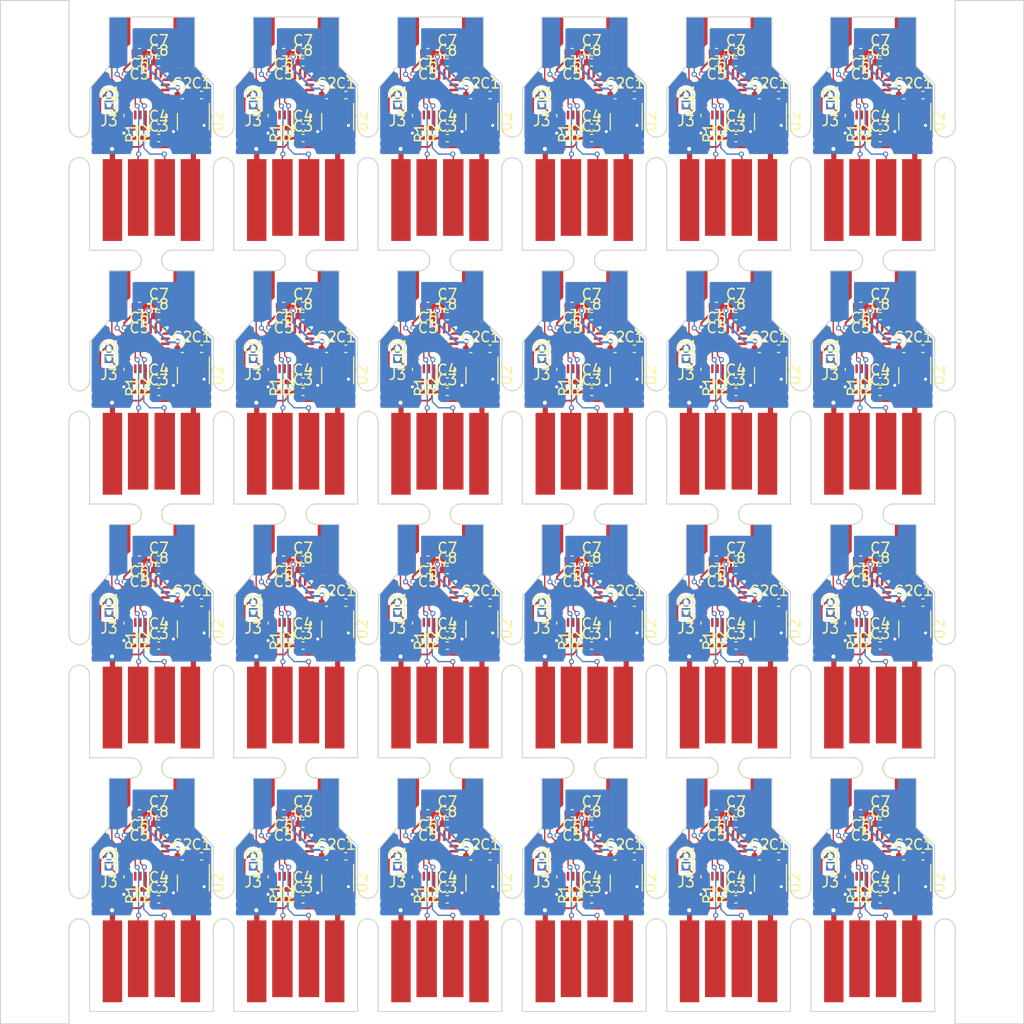
<source format=kicad_pcb>
(kicad_pcb (version 20221018) (generator pcbnew)
  (layers (0 "F.Cu" signal) (31 "B.Cu" signal) (34 "B.Paste" user) (35 "F.Paste" user) (36 "B.SilkS" user "B.Silkscreen") (37 "F.SilkS" user "F.Silkscreen") (38 "B.Mask" user) (39 "F.Mask" user) (44 "Edge.Cuts" user))
  (net 0 "")
  (net 1 "+5V")
  (net 2 "GND")
  (net 3 "+3.3V")
  (net 4 "/USB_D-")
  (net 5 "/USB_D+")
  (net 6 "/TERM_DATA")
  (net 7 "/TERM_CLOCK")
  (net 26 "Net-(U1-NRST)")
  (net 27 "Net-(J3-Pin_1)")
  (footprint "Capacitor_SMD:C_0402_1005Metric" (layer "F.Cu") (at 156.57 111.895)
    (fp_text reference "C7")
    (fp_text value "1u")
  )
  (footprint "Package_TO_SOT_SMD:SOT-23-3" (layer "F.Cu") (at 117.65 143.495 -90)
    (fp_text reference "U2")
    (fp_text value "XC6206PxxxMR")
  )
  (footprint "Connector_PinHeader_1.00mm:PinHeader_1x02_P1.00mm_Vertical" (layer "F.Cu") (at 109.4 67.4575 180)
    (fp_text reference "J3")
    (fp_text value "BOOT0_HI_JMP")
  )
  (footprint "Capacitor_SMD:C_0402_1005Metric" (layer "F.Cu") (at 126.47 137.695 180)
    (fp_text reference "C5")
    (fp_text value "100n")
  )
  (footprint "Package_TO_SOT_SMD:SOT-23-3" (layer "F.Cu") (at 89.45 118.695 -90)
    (fp_text reference "U2")
    (fp_text value "XC6206PxxxMR")
  )
  (footprint "Capacitor_SMD:C_0402_1005Metric" (layer "F.Cu") (at 156.57 63.295)
    (fp_text reference "C8")
    (fp_text value "10n")
  )
  (footprint "Package_TO_SOT_SMD:SOT-23-3" (layer "F.Cu") (at 89.45 143.495 -90)
    (fp_text reference "U2")
    (fp_text value "XC6206PxxxMR")
  )
  (footprint "Capacitor_SMD:C_0402_1005Metric" (layer "F.Cu") (at 100.17 70.695)
    (fp_text reference "C3")
    (fp_text value "1u")
  )
  (footprint "Package_TO_SOT_SMD:SOT-23-3" (layer "F.Cu") (at 131.75 93.895 -90)
    (fp_text reference "U2")
    (fp_text value "XC6206PxxxMR")
  )
  (footprint "Package_TO_SOT_SMD:SOT-23-3" (layer "F.Cu") (at 131.75 118.695 -90)
    (fp_text reference "U2")
    (fp_text value "XC6206PxxxMR")
  )
  (footprint "Capacitor_SMD:C_0402_1005Metric" (layer "F.Cu") (at 126.47 111.895 180)
    (fp_text reference "C6")
    (fp_text value "1u")
  )
  (footprint "Resistor_SMD:R_0402_1005Metric" (layer "F.Cu") (at 83.55 119.7975 -90)
    (fp_text reference "R2")
    (fp_text value "10K")
  )
  (footprint "Package_DFN_QFN:QFN-28_4x4mm_P0.5mm" (layer "F.Cu") (at 98.87 116.095 90)
    (fp_text reference "U1")
    (fp_text value "STM32F042G6Ux")
  )
  (footprint "Capacitor_SMD:C_0402_1005Metric" (layer "F.Cu") (at 144.77 66.495)
    (fp_text reference "C2")
    (fp_text value "1u")
  )
  (footprint "Capacitor_SMD:C_0402_1005Metric" (layer "F.Cu") (at 114.27 136.695)
    (fp_text reference "C7")
    (fp_text value "1u")
  )
  (footprint "Capacitor_SMD:C_0402_1005Metric" (layer "F.Cu") (at 160.75 66.495)
    (fp_text reference "C1")
    (fp_text value "1u")
  )
  (footprint "Library:usb-PCB" (layer "F.Cu") (at 113.55 131.25)
    (fp_text reference "J1" hide)
    (fp_text value "USB_A" hide)
  )
  (footprint "Capacitor_SMD:C_0402_1005Metric" (layer "F.Cu") (at 156.57 136.695)
    (fp_text reference "C7")
    (fp_text value "1u")
  )
  (footprint "Capacitor_SMD:C_0402_1005Metric" (layer "F.Cu") (at 84.17 87.095 180)
    (fp_text reference "C6")
    (fp_text value "1u")
  )
  (footprint "Capacitor_SMD:C_0402_1005Metric" (layer "F.Cu") (at 98.27 112.895 180)
    (fp_text reference "C5")
    (fp_text value "100n")
  )
  (footprint "Capacitor_SMD:C_0402_1005Metric" (layer "F.Cu") (at 86.07 88.095)
    (fp_text reference "C8")
    (fp_text value "10n")
  )
  (footprint "Capacitor_SMD:C_0402_1005Metric" (layer "F.Cu") (at 84.17 62.295 180)
    (fp_text reference "C6")
    (fp_text value "1u")
  )
  (footprint "Panelization:mouse-bite-2mm-slot" (layer "F.Cu") (at 106.5 71.6 90)
    (fp_text reference "mouse-bite-2mm-slot" hide)
    (fp_text value "VAL**" hide)
  )
  (footprint "Capacitor_SMD:C_0402_1005Metric" (layer "F.Cu") (at 142.47 70.695)
    (fp_text reference "C3")
    (fp_text value "1u")
  )
  (footprint "Capacitor_SMD:C_0402_1005Metric" (layer "F.Cu") (at 104.35 140.895)
    (fp_text reference "C1")
    (fp_text value "1u")
  )
  (footprint "Library:usb-PCB" (layer "F.Cu") (at 127.65 106.45)
    (fp_text reference "J1" hide)
    (fp_text value "USB_A" hide)
  )
  (footprint "Package_TO_SOT_SMD:SOT-23-3" (layer "F.Cu") (at 117.65 118.695 -90)
    (fp_text reference "U2")
    (fp_text value "XC6206PxxxMR")
  )
  (footprint "Package_TO_SOT_SMD:SOT-23-3" (layer "F.Cu") (at 103.55 93.895 -90)
    (fp_text reference "U2")
    (fp_text value "XC6206PxxxMR")
  )
  (footprint "Panelization:mouse-bite-2mm-slot" (layer "F.Cu") (at 162.9 71.6 90)
    (fp_text reference "mouse-bite-2mm-slot" hide)
    (fp_text value "VAL**" hide)
  )
  (footprint "Package_TO_SOT_SMD:SOT-23-3" (layer "F.Cu") (at 145.85 69.095 -90)
    (fp_text reference "U2")
    (fp_text value "XC6206PxxxMR")
  )
  (footprint "Panelization:mouse-bite-2mm-slot" (layer "F.Cu") (at 141.75 107.4575)
    (fp_text reference "mouse-bite-2mm-slot" hide)
    (fp_text value "VAL**" hide)
  )
  (footprint "Capacitor_SMD:C_0402_1005Metric" (layer "F.Cu") (at 114.27 119.295)
    (fp_text reference "C4")
    (fp_text value "10n")
  )
  (footprint "Panelization:mouse-bite-2mm-slot" (layer "F.Cu") (at 99.45 132.2575)
    (fp_text reference "mouse-bite-2mm-slot" hide)
    (fp_text value "VAL**" hide)
  )
  (footprint "Panelization:mouse-bite-2mm-slot" (layer "F.Cu") (at 92.4 146 90)
    (fp_text reference "mouse-bite-2mm-slot" hide)
    (fp_text value "VAL**" hide)
  )
  (footprint "Resistor_SMD:R_0402_1005Metric" (layer "F.Cu") (at 126.87 119.795 90)
    (fp_text reference "R1")
    (fp_text value "10K")
  )
  (footprint "Capacitor_SMD:C_0402_1005Metric" (layer "F.Cu") (at 116.57 91.295)
    (fp_text reference "C2")
    (fp_text value "1u")
  )
  (footprint "Package_DFN_QFN:QFN-28_4x4mm_P0.5mm" (layer "F.Cu") (at 84.77 116.095 90)
    (fp_text reference "U1")
    (fp_text value "STM32F042G6Ux")
  )
  (footprint "Capacitor_SMD:C_0402_1005Metric" (layer "F.Cu") (at 128.37 119.295)
    (fp_text reference "C4")
    (fp_text value "10n")
  )
  (footprint "Connector_PinHeader_1.00mm:PinHeader_1x02_P1.00mm_Vertical" (layer "F.Cu") (at 95.3 92.2575 180)
    (fp_text reference "J3")
    (fp_text value "BOOT0_HI_JMP")
  )
  (footprint "Capacitor_SMD:C_0402_1005Metric" (layer "F.Cu") (at 160.75 116.095)
    (fp_text reference "C1")
    (fp_text value "1u")
  )
  (footprint "Capacitor_SMD:C_0402_1005Metric" (layer "F.Cu") (at 88.37 140.895)
    (fp_text reference "C2")
    (fp_text value "1u")
  )
  (footprint "Capacitor_SMD:C_0402_1005Metric" (layer "F.Cu") (at 126.47 87.095 180)
    (fp_text reference "C6")
    (fp_text value "1u")
  )
  (footprint "Capacitor_SMD:C_0402_1005Metric" (layer "F.Cu") (at 88.37 91.295)
    (fp_text reference "C2")
    (fp_text value "1u")
  )
  (footprint "Capacitor_SMD:C_0402_1005Metric" (layer "F.Cu") (at 156.57 112.895)
    (fp_text reference "C8")
    (fp_text value "10n")
  )
  (footprint "Package_DFN_QFN:QFN-28_4x4mm_P0.5mm" (layer "F.Cu") (at 141.17 91.295 90)
    (fp_text reference "U1")
    (fp_text value "STM32F042G6Ux")
  )
  (footprint "Panelization:mouse-bite-2mm-slot" (layer "F.Cu") (at 78.3 71.6 90)
    (fp_text reference "mouse-bite-2mm-slot" hide)
    (fp_text value "VAL**" hide)
  )
  (footprint "Capacitor_SMD:C_0402_1005Metric" (layer "F.Cu") (at 98.27 62.295 180)
    (fp_text reference "C6")
    (fp_text value "1u")
  )
  (footprint "Resistor_SMD:R_0402_1005Metric" (layer "F.Cu") (at 126.87 144.595 90)
    (fp_text reference "R1")
    (fp_text value "10K")
  )
  (footprint "Library:usb-PCB" (layer "F.Cu") (at 85.35 131.25)
    (fp_text reference "J1" hide)
    (fp_text value "USB_A" hide)
  )
  (footprint "Panelization:mouse-bite-2mm-slot" (layer "F.Cu") (at 106.5 121.2 90)
    (fp_text reference "mouse-bite-2mm-slot" hide)
    (fp_text value "VAL**" hide)
  )
  (footprint "Capacitor_SMD:C_0402_1005Metric" (layer "F.Cu") (at 86.07 63.295)
    (fp_text reference "C8")
    (fp_text value "10n")
  )
  (footprint "Package_TO_SOT_SMD:SOT-23-3" (layer "F.Cu") (at 159.95 93.895 -90)
    (fp_text reference "U2")
    (fp_text value "XC6206PxxxMR")
  )
  (footprint "Capacitor_SMD:C_0402_1005Metric" (layer "F.Cu") (at 142.47 69.695)
    (fp_text reference "C4")
    (fp_text value "10n")
  )
  (footprint "Panelization:mouse-bite-2mm-slot" (layer "F.Cu") (at 78.3 121.2 90)
    (fp_text reference "mouse-bite-2mm-slot" hide)
    (fp_text value "VAL**" hide)
  )
  (footprint "Resistor_SMD:R_0402_1005Metric" (layer "F.Cu") (at 112.77 70.195 90)
    (fp_text reference "R1")
    (fp_text value "10K")
  )
  (footprint "Resistor_SMD:R_0402_1005Metric" (layer "F.Cu") (at 125.85 119.7975 -90)
    (fp_text reference "R2")
    (fp_text value "10K")
  )
  (footprint "Panelization:mouse-bite-2mm-slot" (layer "F.Cu") (at 162.9 96.4 90)
    (fp_text reference "mouse-bite-2mm-slot" hide)
    (fp_text value "VAL**" hide)
  )
  (footprint "Capacitor_SMD:C_0402_1005Metric" (layer "F.Cu") (at 132.55 66.495)
    (fp_text reference "C1")
    (fp_text value "1u")
  )
  (footprint "Resistor_SMD:R_0402_1005Metric" (layer "F.Cu") (at 98.67 94.995 90)
    (fp_text reference "R1")
    (fp_text value "10K")
  )
  (footprint "Capacitor_SMD:C_0402_1005Metric" (layer "F.Cu") (at 114.27 88.095)
    (fp_text reference "C8")
    (fp_text value "10n")
  )
  (footprint "Resistor_SMD:R_0402_1005Metric" (layer "F.Cu") (at 154.05 144.5975 -90)
    (fp_text reference "R2")
    (fp_text value "10K")
  )
  (footprint "Capacitor_SMD:C_0402_1005Metric" (layer "F.Cu") (at 156.57 145.095)
    (fp_text reference "C3")
    (fp_text value "1u")
  )
  (footprint "Capacitor_SMD:C_0402_1005Metric" (layer "F.Cu") (at 98.27 63.295 180)
    (fp_text reference "C5")
    (fp_text value "100n")
  )
  (footprint "Panelization:mouse-bite-2mm-slot" (layer "F.Cu") (at 92.4 96.4 90)
    (fp_text reference "mouse-bite-2mm-slot" hide)
    (fp_text value "VAL**" hide)
  )
  (footprint "Capacitor_SMD:C_0402_1005Metric" (layer "F.Cu") (at 130.67 116.095)
    (fp_text reference "C2")
    (fp_text value "1u")
  )
  (footprint "Resistor_SMD:R_0402_1005Metric" (layer "F.Cu") (at 125.85 94.9975 -90)
    (fp_text reference "R2")
    (fp_text value "10K")
  )
  (footprint "Resistor_SMD:R_0402_1005Metric" (layer "F.Cu") (at 111.75 119.7975 -90)
    (fp_text reference "R2")
    (fp_text value "10K")
  )
  (footprint "Capacitor_SMD:C_0402_1005Metric" (layer "F.Cu") (at 86.07 70.695)
    (fp_text reference "C3")
    (fp_text value "1u")
  )
  (footprint "Capacitor_SMD:C_0402_1005Metric" (layer "F.Cu") (at 128.37 145.095)
    (fp_text reference "C3")
    (fp_text value "1u")
  )
  (footprint "Capacitor_SMD:C_0402_1005Metric" (layer "F.Cu") (at 98.27 111.895 180)
    (fp_text reference "C6")
    (fp_text value "1u")
  )
  (footprint "Panelization:mouse-bite-2mm-slot" (layer "F.Cu") (at 99.45 107.4575)
    (fp_text reference "mouse-bite-2mm-slot" hide)
    (fp_text value "VAL**" hide)
  )
  (footprint "Capacitor_SMD:C_0402_1005Metric" (layer "F.Cu") (at 98.27 136.695 180)
    (fp_text reference "C6")
    (fp_text value "1u")
  )
  (footprint "Capacitor_SMD:C_0402_1005Metric" (layer "F.Cu") (at 114.27 144.095)
    (fp_text reference "C4")
    (fp_text value "10n")
  )
  (footprint "Connector_PinHeader_1.00mm:PinHeader_1x02_P1.00mm_Vertical" (layer "F.Cu") (at 81.2 141.8575 180)
    (fp_text reference "J3")
    (fp_text value "BOOT0_HI_JMP")
  )
  (footprint "Resistor_SMD:R_0402_1005Metric" (layer "F.Cu") (at 140.97 94.995 90)
    (fp_text reference "R1")
    (fp_text value "10K")
  )
  (footprint "Capacitor_SMD:C_0402_1005Metric" (layer "F.Cu") (at 128.37 144.095)
    (fp_text reference "C4")
    (fp_text value "10n")
  )
  (footprint "Capacitor_SMD:C_0402_1005Metric" (layer "F.Cu") (at 102.47 140.895)
    (fp_text reference "C2")
    (fp_text value "1u")
  )
  (footprint "Capacitor_SMD:C_0402_1005Metric" (layer "F.Cu") (at 100.17 137.695)
    (fp_text reference "C8")
    (fp_text value "10n")
  )
  (footprint "Capacitor_SMD:C_0402_1005Metric" (layer "F.Cu") (at 156.57 87.095)
    (fp_text reference "C7")
    (fp_text value "1u")
  )
  (footprint "Package_TO_SOT_SMD:SOT-23-3" (layer "F.Cu") (at 159.95 69.095 -90)
    (fp_text reference "U2")
    (fp_text value "XC6206PxxxMR")
  )
  (footprint "Capacitor_SMD:C_0402_1005Metric" (layer "F.Cu") (at 128.37 62.295)
    (fp_text reference "C7")
    (fp_text value "1u")
  )
  (footprint "Resistor_SMD:R_0402_1005Metric" (layer "F.Cu") (at 97.65 119.7975 -90)
    (fp_text reference "R2")
    (fp_text value "10K")
  )
  (footprint "Capacitor_SMD:C_0402_1005Metric" (layer "F.Cu") (at 112.37 136.695 180)
    (fp_text reference "C6")
    (fp_text value "1u")
  )
  (footprint "Capacitor_SMD:C_0402_1005Metric" (layer "F.Cu") (at 118.45 66.495)
    (fp_text reference "C1")
    (fp_text value "1u")
  )
  (footprint "Capacitor_SMD:C_0402_1005Metric" (layer "F.Cu") (at 86.07 94.495)
    (fp_text reference "C4")
    (fp_text value "10n")
  )
  (footprint "Capacitor_SMD:C_0402_1005Metric" (layer "F.Cu") (at 130.67 91.295)
    (fp_text reference "C2")
    (fp_text value "1u")
  )
  (footprint "Library:usb-PCB" (layer "F.Cu") (at 141.75 106.45)
    (fp_text reference "J1" hide)
    (fp_text value "USB_A" hide)
  )
  (footprint "Resistor_SMD:R_0402_1005Metric" (layer "F.Cu") (at 97.65 94.9975 -90)
    (fp_text reference "R2")
    (fp_text value "10K")
  )
  (footprint "Capacitor_SMD:C_0402_1005Metric" (layer "F.Cu") (at 102.47 66.495)
    (fp_text reference "C2")
    (fp_text value "1u")
  )
  (footprint "Connector_PinHeader_1.00mm:PinHeader_1x02_P1.00mm_Vertical" (layer "F.Cu") (at 137.6 117.0575 180)
    (fp_text reference "J3")
    (fp_text value "BOOT0_HI_JMP")
  )
  (footprint "Library:usb-PCB" (layer "F.Cu") (at 113.55 106.45)
    (fp_text reference "J1" hide)
    (fp_text value "USB_A" hide)
  )
  (footprint "Connector_PinHeader_1.00mm:PinHeader_1x02_P1.00mm_Vertical" (layer "F.Cu") (at 123.5 117.0575 180)
    (fp_text reference "J3")
    (fp_text value "BOOT0_HI_JMP")
  )
  (footprint "Capacitor_SMD:C_0402_1005Metric" (layer "F.Cu") (at 102.47 91.295)
    (fp_text reference "C2")
    (fp_text value "1u")
  )
  (footprint "Capacitor_SMD:C_0402_1005Metric" (layer "F.Cu") (at 98.27 87.095 180)
    (fp_text reference "C6")
    (fp_text value "1u")
  )
  (footprint "Capacitor_SMD:C_0402_1005Metric" (layer "F.Cu") (at 142.47 144.095)
    (fp_text reference "C4")
    (fp_text value "10n")
  )
  (footprint "Panelization:mouse-bite-2mm-slot" (layer "F.Cu") (at 120.6 121.2 90)
    (fp_text reference "mouse-bite-2mm-slot" hide)
    (fp_text value "VAL**" hide)
  )
  (footprint "Capacitor_SMD:C_0402_1005Metric" (layer "F.Cu") (at 154.67 136.695 180)
    (fp_text reference "C6")
    (fp_text value "1u")
  )
  (footprint "Capacitor_SMD:C_0402_1005Metric" (layer "F.Cu") (at 156.57 95.495)
    (fp_text reference "C3")
    (fp_text value "1u")
  )
  (footprint "Capacitor_SMD:C_0402_1005Metric" (layer "F.Cu") (at 112.37 87.095 180)
    (fp_text reference "C6")
    (fp_text value "1u")
  )
  (footprint "Package_DFN_QFN:QFN-28_4x4mm_P0.5mm" (layer "F.Cu") (at 127.07 116.095 90)
    (fp_text reference "U1")
    (fp_text value "STM32F042G6Ux")
  )
  (footprint "Resistor_SMD:R_0402_1005Metric" (layer "F.Cu") (at 126.87 70.195 90)
    (fp_text reference "R1")
    (fp_text value "10K")
  )
  (footprint "Capacitor_SMD:C_0402_1005Metric" (layer "F.Cu") (at 154.67 62.295 180)
    (fp_text reference "C6")
    (fp_text value "1u")
  )
  (footprint "Capacitor_SMD:C_0402_1005Metric" (layer "F.Cu") (at 118.45 91.295)
    (fp_text reference "C1")
    (fp_text value "1u")
  )
  (footprint "Capacitor_SMD:C_0402_1005Metric" (layer "F.Cu") (at 128.37 63.295)
    (fp_text reference "C8")
    (fp_text value "10n")
  )
  (footprint "Capacitor_SMD:C_0402_1005Metric" (layer "F.Cu") (at 128.37 112.895)
    (fp_text reference "C8")
    (fp_text value "10n")
  )
  (footprint "Package_DFN_QFN:QFN-28_4x4mm_P0.5mm" (layer "F.Cu") (at 127.07 66.495 90)
    (fp_text reference "U1")
    (fp_text value "STM32F042G6Ux")
  )
  (footprint "Capacitor_SMD:C_0402_1005Metric" (layer "F.Cu") (at 86.07 120.295)
    (fp_text reference "C3")
    (fp_text value "1u")
  )
  (footprint "Capacitor_SMD:C_0402_1005Metric" (layer "F.Cu") (at 142.47 111.895)
    (fp_text reference "C7")
    (fp_text value "1u")
  )
  (footprint "Panelization:mouse-bite-2mm-slot" (layer "F.Cu") (at 134.7 121.2 90)
    (fp_text reference "mouse-bite-2mm-slot" hide)
    (fp_text value "VAL**" hide)
  )
  (footprint "Library:usb-PCB" (layer "F.Cu") (at 99.45 81.65)
    (fp_text reference "J1" hide)
    (fp_text value "USB_A" hide)
  )
  (footprint "Capacitor_SMD:C_0402_1005Metric" (layer "F.Cu") (at 156.57 120.295)
    (fp_text reference "C3")
    (fp_text value "1u")
  )
  (footprint "Capacitor_SMD:C_0402_1005Metric" (layer "F.Cu") (at 140.57 63.295 180)
    (fp_text reference "C5")
    (fp_text value "100n")
  )
  (footprint "Panelization:mouse-bite-2mm-slot" (layer "F.Cu") (at 134.7 71.6 90)
    (fp_text reference "mouse-bite-2mm-slot" hide)
    (fp_text value "VAL**" hide)
  )
  (footprint "Capacitor_SMD:C_0402_1005Metric" (layer "F.Cu") (at 114.27 120.295)
    (fp_text reference "C3")
    (fp_text value "1u")
  )
  (footprint "Resistor_SMD:R_0402_1005Metric" (layer "F.Cu") (at 140.97 70.195 90)
    (fp_text reference "R1")
    (fp_text value "10K")
  )
  (footprint "Capacitor_SMD:C_0402_1005Metric" (layer "F.Cu") (at 112.37 111.895 180)
    (fp_text reference "C6")
    (fp_text value "1u")
  )
  (footprint "Connector_PinHeader_1.00mm:PinHeader_1x02_P1.00mm_Vertical" (layer "F.Cu") (at 123.5 67.4575 180)
    (fp_text reference "J3")
    (fp_text value "BOOT0_HI_JMP")
  )
  (footprint "Package_TO_SOT_SMD:SOT-23-3" (layer "F.Cu") (at 103.55 69.095 -90)
    (fp_text reference "U2")
    (fp_text value "XC6206PxxxMR")
  )
  (footprint "Resistor_SMD:R_0402_1005Metric" (layer "F.Cu") (at 140.97 119.795 90)
    (fp_text reference "R1")
    (fp_text value "10K")
  )
  (footprint "Capacitor_SMD:C_0402_1005Metric" (layer "F.Cu") (at 158.87 116.095)
    (fp_text reference "C2")
    (fp_text value "1u")
  )
  (footprint "Capacitor_SMD:C_0402_1005Metric" (layer "F.Cu") (at 156.57 88.095)
    (fp_text reference "C8")
    (fp_text value "10n")
  )
  (footprint "Capacitor_SMD:C_0402_1005Metric" (layer "F.Cu") (at 128.37 137.695)
    (fp_text reference "C8")
    (fp_text value "10n")
  )
  (footprint "Library:usb-PCB" (layer "F.Cu") (at 155.85 106.45)
    (fp_text reference "J1" hide)
    (fp_text value "USB_A" hide)
  )
  (footprint "Capacitor_SMD:C_0402_1005Metric" (layer "F.Cu") (at 86.07 136.695)
    (fp_text reference "C7")
    (fp_text value "1u")
  )
  (footprint "Panelization:mouse-bite-2mm-slot" (layer "F.Cu") (at 155.85 82.6575)
    (fp_text reference "mouse-bite-2mm-slot" hide)
    (fp_text value "VAL**" hide)
  )
  (footprint "Library:usb-PCB" (layer "F.Cu") (at 155.85 131.25)
    (fp_text reference "J1" hide)
    (fp_text value "USB_A" hide)
  )
  (footprint "Capacitor_SMD:C_0402_1005Metric" (layer "F.Cu") (at 144.77 91.295)
    (fp_text reference "C2")
    (fp_text value "1u")
  )
  (footprint "Capacitor_SMD:C_0402_1005Metric" (layer "F.Cu") (at 140.57 136.695 180)
    (fp_text reference "C6")
    (fp_text value "1u")
  )
  (footprint "Panelization:mouse-bite-2mm-slot" (layer "F.Cu") (at 141.75 132.2575)
    (fp_text reference "mouse-bite-2mm-slot" hide)
    (fp_text value "VAL**" hide)
  )
  (footprint "Resistor_SMD:R_0402_1005Metric" (layer "F.Cu") (at 140.97 144.595 90)
    (fp_text reference "R1")
    (fp_text value "10K")
  )
  (footprint "Capacitor_SMD:C_0402_1005Metric" (layer "F.Cu") (at 86.07 69.695)
    (fp_text reference "C4")
    (fp_text value "10n")
  )
  (footprint "Capacitor_SMD:C_0402_1005Metric" (layer "F.Cu") (at 154.67 137.695 180)
    (fp_text reference "C5")
    (fp_text value "100n")
  )
  (footprint "Connector_PinHeader_1.00mm:PinHeader_1x02_P1.00mm_Vertical" (layer "F.Cu") (at 123.5 141.8575 180)
    (fp_text reference "J3")
    (fp_text value "BOOT0_HI_JMP")
  )
  (footprint "Capacitor_SMD:C_0402_1005Metric" (layer "F.Cu") (at 128.37 87.095)
    (fp_text reference "C7")
    (fp_text value "1u")
  )
  (footprint "Capacitor_SMD:C_0402_1005Metric" (layer "F.Cu") (at 140.57 62.295 180)
    (fp_text reference "C6")
    (fp_text value "1u")
  )
  (footprint "Connector_PinHeader_1.00mm:PinHeader_1x02_P1.00mm_Vertical" (layer "F.Cu") (at 123.5 92.2575 180)
    (fp_text reference "J3")
    (fp_text value "BOOT0_HI_JMP")
  )
  (footprint "Connector_PinHeader_1.00mm:PinHeader_1x02_P1.00mm_Vertical" (layer "F.Cu") (at 137.6 67.4575 180)
    (fp_text reference "J3")
    (fp_text value "BOOT0_HI_JMP")
  )
  (footprint "Capacitor_SMD:C_0402_1005Metric" (layer "F.Cu") (at 98.27 137.695 180)
    (fp_text reference "C5")
    (fp_text value "100n")
  )
  (footprint "Library:usb-PCB" (layer "F.Cu") (at 113.55 81.65)
    (fp_text reference "J1" hide)
    (fp_text value "USB_A" hide)
  )
  (footprint "Capacitor_SMD:C_0402_1005Metric" (layer "F.Cu") (at 104.35 116.095)
    (fp_text reference "C1")
    (fp_text value "1u")
  )
  (footprint "Capacitor_SMD:C_0402_1005Metric" (layer "F.Cu") (at 100.17 62.295)
    (fp_text reference "C7")
    (fp_text value "1u")
  )
  (footprint "Capacitor_SMD:C_0402_1005Metric" (layer "F.Cu") (at 90.25 66.495)
    (fp_text reference "C1")
    (fp_text value "1u")
  )
  (footprint "Panelization:mouse-bite-2mm-slot" (layer "F.Cu") (at 113.55 132.2575)
    (fp_text reference "mouse-bite-2mm-slot" hide)
    (fp_text value "VAL**" hide)
  )
  (footprint "Capacitor_SMD:C_0402_1005Metric" (layer "F.Cu") (at 86.07 119.295)
    (fp_text reference "C4")
    (fp_text value "10n")
  )
  (footprint "Resistor_SMD:R_0402_1005Metric" (layer "F.Cu") (at 125.85 144.5975 -90)
    (fp_text reference "R2")
    (fp_text value "10K")
  )
  (footprint "Connector_PinHeader_1.00mm:PinHeader_1x02_P1.00mm_Vertical" (layer "F.Cu") (at 95.3 141.8575 180)
    (fp_text reference "J3")
    (fp_text value "BOOT0_HI_JMP")
  )
  (footprint "Capacitor_SMD:C_0402_1005Metric" (layer "F.Cu") (at 102.47 116.095)
    (fp_text reference "C2")
    (fp_text value "1u")
  )
  (footprint "Capacitor_SMD:C_0402_1005Metric" (layer "F.Cu") (at 86.07 111.895)
    (fp_text reference "C7")
    (fp_text value "1u")
  )
  (footprint "Panelization:mouse-bite-2mm-slot" (layer "F.Cu") (at 78.3 96.4 90)
    (fp_text reference "mouse-bite-2mm-slot" hide)
    (fp_text value "VAL**" hide)
  )
  (footprint "Capacitor_SMD:C_0402_1005Metric" (layer "F.Cu") (at 144.77 140.895)
    (fp_text reference "C2")
    (fp_text value "1u")
  )
  (footprint "Capacitor_SMD:C_0402_1005Metric" (layer "F.Cu") (at 142.47 145.095)
    (fp_text reference "C3")
    (fp_text value "1u")
  )
  (footprint "Panelization:mouse-bite-2mm-slot" (layer "F.Cu") (at 127.65 132.2575)
    (fp_text reference "mouse-bite-2mm-slot" hide)
    (fp_text value "VAL**" hide)
  )
  (footprint "Capacitor_SMD:C_0402_1005Metric" (layer "F.Cu") (at 156.57 69.695)
    (fp_text reference "C4")
    (fp_text value "10n")
  )
  (footprint "Library:usb-PCB" (layer "F.Cu") (at 127.65 156.05)
    (fp_text reference "J1" hide)
    (fp_text value "USB_A" hide)
  )
  (footprint "Capacitor_SMD:C_0402_1005Metric" (layer "F.Cu") (at 142.47 112.895)
    (fp_text reference "C8")
    (fp_text value "10n")
  )
  (footprint "Panelization:mouse-bite-2mm-slot" (layer "F.Cu") (at 148.8 71.6 90)
    (fp_text reference "mouse-bite-2mm-slot" hide)
    (fp_text value "VAL**" hide)
  )
  (footprint "Panelization:mouse-bite-2mm-slot" (layer "F.Cu") (at 78.3 146 90)
    (fp_text reference "mouse-bite-2mm-slot" hide)
    (fp_text value "VAL**" hide)
  )
  (footprint "Capacitor_SMD:C_0402_1005Metric" (layer "F.Cu") (at 132.55 140.895)
    (fp_text reference "C1")
    (fp_text value "1u")
  )
  (footprint "Capacitor_SMD:C_0402_1005Metric" (layer "F.Cu") (at 128.37 69.695)
    (fp_text reference "C4")
    (fp_text value "10n")
  )
  (footprint "Capacitor_SMD:C_0402_1005Metric" (layer "F.Cu") (at 104.35 91.295)
    (fp_text reference "C1")
    (fp_text value "1u")
  )
  (footprint "Connector_PinHeader_1.00mm:PinHeader_1x02_P1.00mm_Vertical" (layer "F.Cu") (at 109.4 92.2575 180)
    (fp_text reference "J3")
    (fp_text value "BOOT0_HI_JMP")
  )
  (footprint "Resistor_SMD:R_0402_1005Metric" (layer "F.Cu") (at 83.55 70.1975 -90)
    (fp_text reference "R2")
    (fp_text value "10K")
  )
  (footprint "Package_TO_SOT_SMD:SOT-23-3" (layer "F.Cu") (at 89.45 69.095 -90)
    (fp_text reference "U2")
    (fp_text value "XC6206PxxxMR")
  )
  (footprint "Resistor_SMD:R_0402_1005Metric" (layer "F.Cu") (at 83.55 144.5975 -90)
    (fp_text reference "R2")
    (fp_text value "10K")
  )
  (footprint "Capacitor_SMD:C_0402_1005Metric" (layer "F.Cu") (at 112.37 137.695 180)
    (fp_text reference "C5")
    (fp_text value "100n")
  )
  (footprint "Package_TO_SOT_SMD:SOT-23-3" (layer "F.Cu") (at 131.75 69.095 -90)
    (fp_text reference "U2")
    (fp_text value "XC6206PxxxMR")
  )
  (footprint "Resistor_SMD:R_0402_1005Metric" (layer "F.Cu") (at 84.57 144.595 90)
    (fp_text reference "R1")
    (fp_text value "10K")
  )
  (footprint "Capacitor_SMD:C_0402_1005Metric" (layer "F.Cu") (at 128.37 94.495)
    (fp_text reference "C4")
    (fp_text value "10n")
  )
  (footprint "Capacitor_SMD:C_0402_1005Metric" (layer "F.Cu") (at 140.57 88.095 180)
    (fp_text reference "C5")
    (fp_text value "100n")
  )
  (footprint "Capacitor_SMD:C_0402_1005Metric" (layer "F.Cu") (at 114.27 62.295)
    (fp_text reference "C7")
    (fp_text value "1u")
  )
  (footprint "Capacitor_SMD:C_0402_1005Metric" (layer "F.Cu") (at 114.27 69.695)
    (fp_text reference "C4")
    (fp_text value "10n")
  )
  (footprint "Library:usb-PCB" (layer "F.Cu") (at 99.45 106.45)
    (fp_text reference "J1" hide)
    (fp_text value "USB_A" hide)
  )
  (footprint "Capacitor_SMD:C_0402_1005Metric" (layer "F.Cu") (at 114.27 70.695)
    (fp_text reference "C3")
    (fp_text value "1u")
  )
  (footprint "Package_DFN_QFN:QFN-28_4x4mm_P0.5mm" (layer "F.Cu") (at 112.97 91.295 90)
    (fp_text reference "U1")
    (fp_text value "STM32F042G6Ux")
  )
  (footprint "Capacitor_SMD:C_0402_1005Metric" (layer "F.Cu") (at 114.27 145.095)
    (fp_text reference "C3")
    (fp_text value "1u")
  )
  (footprint "Package_DFN_QFN:QFN-28_4x4mm_P0.5mm" (layer "F.Cu") (at 98.87 140.895 90)
    (fp_text reference "U1")
    (fp_text value "STM32F042G6Ux")
  )
  (footprint "Capacitor_SMD:C_0402_1005Metric" (layer "F.Cu") (at 114.27 87.095)
    (fp_text reference "C7")
    (fp_text value "1u")
  )
  (footprint "Capacitor_SMD:C_0402_1005Metric" (layer "F.Cu") (at 86.07 137.695)
    (fp_text reference "C8")
    (fp_text value "10n")
  )
  (footprint "Capacitor_SMD:C_0402_1005Metric" (layer "F.Cu") (at 156.57 144.095)
    (fp_text reference "C4")
    (fp_text value "10n")
  )
  (footprint "Resistor_SMD:R_0402_1005Metric" (layer "F.Cu") (at 111.75 144.5975 -90)
    (fp_text reference "R2")
    (fp_text value "10K")
  )
  (footprint "Capacitor_SMD:C_0402_1005Metric" (layer "F.Cu") (at 112.37 88.095 180)
    (fp_text reference "C5")
    (fp_text value "100n")
  )
  (footprint "Capacitor_SMD:C_0402_1005Metric" (layer "F.Cu") (at 118.45 116.095)
    (fp_text reference "C1")
    (fp_text value "1u")
  )
  (footprint "Package_DFN_QFN:QFN-28_4x4mm_P0.5mm" (layer "F.Cu") (at 112.97 116.095 90)
    (fp_text reference "U1")
    (fp_text value "STM32F042G6Ux")
  )
  (footprint "Capacitor_SMD:C_0402_1005Metric" (layer "F.Cu") (at 154.67 63.295 180)
    (fp_text reference "C5")
    (fp_text value "100n")
  )
  (footprint "Package_DFN_QFN:QFN-28_4x4mm_P0.5mm" (layer "F.Cu") (at 141.17 66.495 90)
    (fp_text reference "U1")
    (fp_text value "STM32F042G6Ux")
  )
  (footprint "Capacitor_SMD:C_0402_1005Metric" (layer "F.Cu") (at 100.17 136.695)
    (fp_text reference "C7")
    (fp_text value "1u")
  )
  (footprint "Capacitor_SMD:C_0402_1005Metric" (layer "F.Cu") (at 130.67 66.495)
    (fp_text reference "C2")
    (fp_text value "1u")
  )
  (footprint "Capacitor_SMD:C_0402_1005Metric" (layer "F.Cu") (at 114.27 137.695)
    (fp_text reference "C8")
    (fp_text value "10n")
  )
  (footprint "Capacitor_SMD:C_0402_1005Metric" (layer "F.Cu") (at 114.27 94.495)
    (fp_text reference "C4")
    (fp_text value "10n")
  )
  (footprint "Connector_PinHeader_1.00mm:PinHeader_1x02_P1.00mm_Vertical" (layer "F.Cu") (at 151.7 67.4575 180)
    (fp_text reference "J3")
    (fp_text value "BOOT0_HI_JMP")
  )
  (footprint "Capacitor_SMD:C_0402_1005Metric" (layer "F.Cu") (at 146.65 140.895)
    (fp_text reference "C1")
    (fp_text value "1u")
  )
  (footprint "Resistor_SMD:R_0402_1005Metric" (layer "F.Cu") (at 111.75 70.1975 -90)
    (fp_text reference "R2")
    (fp_text value "10K")
  )
  (footprint "Capacitor_SMD:C_0402_1005Metric" (layer "F.Cu") (at 158.87 140.895)
    (fp_text reference "C2")
    (fp_text value "1u")
  )
  (footprint "Panelization:mouse-bite-2mm-slot" (layer "F.Cu") (at 92.4 71.6 90)
    (fp_text reference "mouse-bite-2mm-slot" hide)
    (fp_text value "VAL**" hide)
  )
  (footprint "Package_DFN_QFN:QFN-28_4x4mm_P0.5mm" (layer "F.Cu") (at 112.97 140.895 90)
    (fp_text reference "U1")
    (fp_text value "STM32F042G6Ux")
  )
  (footprint "Capacitor_SMD:C_0402_1005Metric" (layer "F.Cu") (at 126.47 88.095 180)
    (fp_text reference "C5")
    (fp_text value "100n")
  )
  (footprint "Package_DFN_QFN:QFN-28_4x4mm_P0.5mm" (layer "F.Cu") (at 84.77 66.495 90)
    (fp_text reference "U1")
    (fp_text value "STM32F042G6Ux")
  )
  (footprint "Package_DFN_QFN:QFN-28_4x4mm_P0.5mm" (layer "F.Cu") (at 98.87 91.295 90)
    (fp_text reference "U1")
    (fp_text value "STM32F042G6Ux")
  )
  (footprint "Connector_PinHeader_1.00mm:PinHeader_1x02_P1.00mm_Vertical" (layer "F.Cu") (at 95.3 117.0575 180)
    (fp_text reference "J3")
    (fp_text value "BOOT0_HI_JMP")
  )
  (footprint "Package_DFN_QFN:QFN-28_4x4mm_P0.5mm" (layer "F.Cu") (at 112.97 66.495 90)
    (fp_text reference "U1")
    (fp_text value "STM32F042G6Ux")
  )
  (footprint "Capacitor_SMD:C_0402_1005Metric" (layer "F.Cu") (at 100.17 119.295)
    (fp_text reference "C4")
    (fp_text value "10n")
  )
  (footprint "Capacitor_SMD:C_0402_1005Metric" (layer "F.Cu") (at 140.57 112.895 180)
    (fp_text reference "C5")
    (fp_text value "100n")
  )
  (footprint "Panelization:mouse-bite-2mm-slot" (layer "F.Cu") (at 120.6 96.4 90)
    (fp_text reference "mouse-bite-2mm-slot" hide)
    (fp_text value "VAL**" hide)
  )
  (footprint "Package_DFN_QFN:QFN-28_4x4mm_P0.5mm" (layer "F.Cu") (at 155.27 66.495 90)
    (fp_text reference "U1")
    (fp_text value "STM32F042G6Ux")
  )
  (footprint "Capacitor_SMD:C_0402_1005Metric" (layer "F.Cu") (at 154.67 87.095 180)
    (fp_text reference "C6")
    (fp_text value "1u")
  )
  (footprint "Capacitor_SMD:C_0402_1005Metric" (layer "F.Cu") (at 154.67 112.895 180)
    (fp_text reference "C5")
    (fp_text value "100n")
  )
  (footprint "Capacitor_SMD:C_0402_1005Metric" (layer "F.Cu") (at 90.25 140.895)
    (fp_text reference "C1")
    (fp_text value "1u")
  )
  (footprint "Package_TO_SOT_SMD:SOT-23-3" (layer "F.Cu") (at 131.75 143.495 -90)
    (fp_text reference "U2")
    (fp_text value "XC6206PxxxMR")
  )
  (footprint "Capacitor_SMD:C_0402_1005Metric" (layer "F.Cu") (at 128.37 88.095)
    (fp_text reference "C8")
    (fp_text value "10n")
  )
  (footprint "Panelization:mouse-bite-2mm-slot" (layer "F.Cu") (at 134.7 96.4 90)
    (fp_text reference "mouse-bite-2mm-slot" hide)
    (fp_text value "VAL**" hide)
  )
  (footprint "Panelization:mouse-bite-2mm-slot" (layer "F.Cu") (at 141.75 82.6575)
    (fp_text reference "mouse-bite-2mm-slot" hide)
    (fp_text value "VAL**" hide)
  )
  (footprint "Capacitor_SMD:C_0402_1005Metric" (layer "F.Cu") (at 158.87 91.295)
    (fp_text reference "C2")
    (fp_text value "1u")
  )
  (footprint "Capacitor_SMD:C_0402_1005Metric" (layer "F.Cu") (at 84.17 136.695 180)
    (fp_text reference "C6")
    (fp_text value "1u")
  )
  (footprint "Package_TO_SOT_SMD:SOT-23-3" (layer "F.Cu") (at 159.95 143.495 -90)
    (fp_text reference "U2")
    (fp_text value "XC6206PxxxMR")
  )
  (footprint "Package_TO_SOT_SMD:SOT-23-3" (layer "F.Cu") (at 145.85 143.495 -90)
    (fp_text reference "U2")
    (fp_text value "XC6206PxxxMR")
  )
  (footprint "Capacitor_SMD:C_0402_1005Metric" (layer "F.Cu") (at 114.27 63.295)
    (fp_text reference "C8")
    (fp_text value "10n")
  )
  (footprint "Panelization:mouse-bite-2mm-slot" (layer "F.Cu") (at 85.35 107.4575)
    (fp_text reference "mouse-bite-2mm-slot" hide)
    (fp_text value "VAL**" hide)
  )
  (footprint "Panelization:mouse-bite-2mm-slot" (layer "F.Cu") (at 85.35 82.6575)
    (fp_text reference "mouse-bite-2mm-slot" hide)
    (fp_text value "VAL**" hide)
  )
  (footprint "Capacitor_SMD:C_0402_1005Metric" (layer "F.Cu") (at 126.47 112.895 180)
    (fp_text reference "C5")
    (fp_text value "100n")
  )
  (footprint "Package_TO_SOT_SMD:SOT-23-3" (layer "F.Cu") (at 89.45 93.895 -90)
    (fp_text reference "U2")
    (fp_text value "XC6206PxxxMR")
  )
  (footprint "Package_DFN_QFN:QFN-28_4x4mm_P0.5mm" (layer "F.Cu") (at 127.07 91.295 90)
    (fp_text reference "U1")
    (fp_text value "STM32F042G6Ux")
  )
  (footprint "Capacitor_SMD:C_0402_1005Metric" (layer "F.Cu") (at 100.17 120.295)
    (fp_text reference "C3")
    (fp_text value "1u")
  )
  (footprint "Capacitor_SMD:C_0402_1005Metric" (layer "F.Cu") (at 128.37 95.495)
    (fp_text reference "C3")
    (fp_text value "1u")
  )
  (footprint "Resistor_SMD:R_0402_1005Metric" (layer "F.Cu") (at 155.07 70.195 90)
    (fp_text reference "R1")
    (fp_text value "10K")
  )
  (footprint "Capacitor_SMD:C_0402_1005Metric" (layer "F.Cu") (at 112.37 63.295 180)
    (fp_text reference "C5")
    (fp_text value "100n")
  )
  (footprint "Capacitor_SMD:C_0402_1005Metric" (layer "F.Cu") (at 158.87 66.495)
    (fp_text reference "C2")
    (fp_text value "1u")
  )
  (footprint "Capacitor_SMD:C_0402_1005Metric" (layer "F.Cu") (at 88.37 66.495)
    (fp_text reference "C2")
    (fp_text value "1u")
  )
  (footprint "Resistor_SMD:R_0402_1005Metric" (layer "F.Cu") (at 125.85 70.1975 -90)
    (fp_text reference "R2")
    (fp_text value "10K")
  )
  (footprint "Capacitor_SMD:C_0402_1005Metric" (layer "F.Cu") (at 86.07 62.295)
    (fp_text reference "C7")
    (fp_text value "1u")
  )
  (footprint "Package_DFN_QFN:QFN-28_4x4mm_P0.5mm" (layer "F.Cu") (at 155.27 116.095 90)
    (fp_text reference "U1")
    (fp_text value "STM32F042G6Ux")
  )
  (footprint "Capacitor_SMD:C_0402_1005Metric" (layer "F.Cu") (at 84.17 112.895 180)
    (fp_text reference "C5")
    (fp_text value "100n")
  )
  (footprint "Connector_PinHeader_1.00mm:PinHeader_1x02_P1.00mm_Vertical" (layer "F.Cu") (at 109.4 141.8575 180)
    (fp_text reference "J3")
    (fp_text value "BOOT0_HI_JMP")
  )
  (footprint "Capacitor_SMD:C_0402_1005Metric" (layer "F.Cu") (at 156.57 137.695)
    (fp_text reference "C8")
    (fp_text value "10n")
  )
  (footprint "Capacitor_SMD:C_0402_1005Metric" (layer "F.Cu") (at 132.55 116.095)
    (fp_text reference "C1")
    (fp_text value "1u")
  )
  (footprint "Capacitor_SMD:C_0402_1005Metric" (layer "F.Cu") (at 140.57 111.895 180)
    (fp_text reference "C6")
    (fp_text value "1u")
  )
  (footprint "Library:usb-PCB" (layer "F.Cu") (at 155.85 156.05)
    (fp_text reference "J1" hide)
    (fp_text value "USB_A" hide)
  )
  (footprint "Capacitor_SMD:C_0402_1005Metric" (layer "F.Cu") (at 156.57 70.695)
    (fp_text reference "C3")
    (fp_text value "1u")
  )
  (footprint "Package_DFN_QFN:QFN-28_4x4mm_P0.5mm" (layer "F.Cu") (at 84.77 140.895 90)
    (fp_text reference "U1")
    (fp_text value "STM32F042G6Ux")
  )
  (footprint "Capacitor_SMD:C_0402_1005Metric" (layer "F.Cu") (at 142.47 120.295)
    (fp_text reference "C3")
    (fp_text value "1u")
  )
  (footprint "Capacitor_SMD:C_0402_1005Metric" (layer "F.Cu") (at 100.17 69.695)
    (fp_text reference "C4")
    (fp_text value "10n")
  )
  (footprint "Resistor_SMD:R_0402_1005Metric" (layer "F.Cu") (at 97.65 144.5975 -90)
    (fp_text reference "R2")
    (fp_text value "10K")
  )
  (footprint "Resistor_SMD:R_0402_1005Metric" (layer "F.Cu") (at 154.05 70.1975 -90)
    (fp_text reference "R2")
    (fp_text value "10K")
  )
  (footprint "Package_DFN_QFN:QFN-28_4x4mm_P0.5mm" (layer "F.Cu") (at 84.77 91.295 90)
    (fp_text reference "U1")
    (fp_text value "STM32F042G6Ux")
  )
  (footprint "Capacitor_SMD:C_0402_1005Metric" (layer "F.Cu") (at 98.27 88.095 180)
    (fp_text reference "C5")
    (fp_text value "100n")
  )
  (footprint "Capacitor_SMD:C_0402_1005Metric" (layer "F.Cu") (at 140.57 137.695 180)
    (fp_text reference "C5")
    (fp_text value "100n")
  )
  (footprint "Panelization:mouse-bite-2mm-slot" (layer "F.Cu") (at 113.55 82.6575)
    (fp_text reference "mouse-bite-2mm-slot" hide)
    (fp_text value "VAL**" hide)
  )
  (footprint "Package_TO_SOT_SMD:SOT-23-3" (layer "F.Cu") (at 145.85 93.895 -90)
    (fp_text reference "U2")
    (fp_text value "XC6206PxxxMR")
  )
  (footprint "Capacitor_SMD:C_0402_1005Metric" (layer "F.Cu") (at 104.35 66.495)
    (fp_text reference "C1")
    (fp_text value "1u")
  )
  (footprint "Package_DFN_QFN:QFN-28_4x4mm_P0.5mm" (layer "F.Cu") (at 141.17 140.895 90)
    (fp_text reference "U1")
    (fp_text value "STM32F042G6Ux")
  )
  (footprint "Capacitor_SMD:C_0402_1005Metric" (layer "F.Cu") (at 142.47 63.295)
    (fp_text reference "C8")
    (fp_text value "10n")
  )
  (footprint "Package_DFN_QFN:QFN-28_4x4mm_P0.5mm" (layer "F.Cu") (at 155.27 91.295 90)
    (fp_text reference "U1")
    (fp_text value "STM32F042G6Ux")
  )
  (footprint "Capacitor_SMD:C_0402_1005Metric" (layer "F.Cu") (at 114.27 111.895)
    (fp_text reference "C7")
    (fp_text value "1u")
  )
  (footprint "Connector_PinHeader_1.00mm:PinHeader_1x02_P1.00mm_Vertical" (layer "F.Cu") (at 151.7 117.0575 180)
    (fp_text reference "J3")
    (fp_text value "BOOT0_HI_JMP")
  )
  (footprint "Capacitor_SMD:C_0402_1005Metric" (layer "F.Cu") (at 116.57 140.895)
    (fp_text reference "C2")
    (fp_text value "1u")
  )
  (footprint "Resistor_SMD:R_0402_1005Metric" (layer "F.Cu") (at 139.95 94.9975 -90)
    (fp_text reference "R2")
    (fp_text value "10K")
  )
  (footprint "Package_DFN_QFN:QFN-28_4x4mm_P0.5mm" (layer "F.Cu") (at 127.07 140.895 90)
    (fp_text reference "U1")
    (fp_text value "STM32F042G6Ux")
  )
  (footprint "Resistor_SMD:R_0402_1005Metric" (layer "F.Cu") (at 98.67 119.795 90)
    (fp_text reference "R1")
    (fp_text value "10K")
  )
  (footprint "Capacitor_SMD:C_0402_1005Metric" (layer "F.Cu") (at 86.07 145.095)
    (fp_text reference "C3")
    (fp_text value "1u")
  )
  (footprint "Resistor_SMD:R_0402_1005Metric" (layer "F.Cu") (at 112.77 94.995 90)
    (fp_text reference "R1")
    (fp_text value "10K")
  )
  (footprint "Panelization:mouse-bite-2mm-slot" (layer "F.Cu") (at 162.9 121.2 90)
    (fp_text reference "mouse-bite-2mm-slot" hide)
    (fp_text value "VAL**" hide)
  )
  (footprint "Package_TO_SOT_SMD:SOT-23-3" (layer "F.Cu") (at 117.65 69.095 -90)
    (fp_text reference "U2")
    (fp_text value "XC6206PxxxMR")
  )
  (footprint "Capacitor_SMD:C_0402_1005Metric" (layer "F.Cu") (at 156.57 94.495)
    (fp_text reference "C4")
    (fp_text value "10n")
  )
  (footprint "Capacitor_SMD:C_0402_1005Metric" (layer "F.Cu") (at 100.17 94.495)
    (fp_text reference "C4")
    (fp_text value "10n")
  )
  (footprint "Connector_PinHeader_1.00mm:PinHeader_1x02_P1.00mm_Vertical" (layer "F.Cu") (at 151.7 92.2575 180)
    (fp_text reference "J3")
    (fp_text value "BOOT0_HI_JMP")
  )
  (footprint "Panelization:mouse-bite-2mm-slot" (layer "F.Cu") (at 127.65 82.6575)
    (fp_text reference "mouse-bite-2mm-slot" hide)
    (fp_text value "VAL**" hide)
  )
  (footprint "Panelization:mouse-bite-2mm-slot" (layer "F.Cu") (at 127.65 107.4575)
    (fp_text reference "mouse-bite-2mm-slot" hide)
    (fp_text value "VAL**" hide)
  )
  (footprint "Capacitor_SMD:C_0402_1005Metric" (layer "F.Cu") (at 126.47 136.695 180)
    (fp_text reference "C6")
    (fp_text value "1u")
  )
  (footprint "Capacitor_SMD:C_0402_1005Metric" (layer "F.Cu") (at 128.37 70.695)
    (fp_text reference "C3")
    (fp_text value "1u")
  )
  (footprint "Resistor_SMD:R_0402_1005Metric" (layer "F.Cu") (at 98.67 70.195 90)
    (fp_text reference "R1")
    (fp_text value "10K")
  )
  (footprint "Capacitor_SMD:C_0402_1005Metric" (layer "F.Cu") (at 128.37 111.895)
    (fp_text reference "C7")
    (fp_text value "1u")
  )
  (footprint "Package_DFN_QFN:QFN-28_4x4mm_P0.5mm" (layer "F.Cu") (at 155.27 140.895 90)
    (fp_text reference "U1")
    (fp_text value "STM32F042G6Ux")
  )
  (footprint "Panelization:mouse-bite-2mm-slot" (layer "F.Cu") (at 92.4 121.2 90)
    (fp_text reference "mouse-bite-2mm-slot" hide)
    (fp_text value "VAL**" hide)
  )
  (footprint "Panelization:mouse-bite-2mm-slot" (layer "F.Cu") (at 148.8 121.2 90)
    (fp_text reference "mouse-bite-2mm-slot" hide)
    (fp_text value "VAL**" hide)
  )
  (footprint "Capacitor_SMD:C_0402_1005Metric" (layer "F.Cu") (at 130.67 140.895)
    (fp_text reference "C2")
    (fp_text value "1u")
  )
  (footprint "Capacitor_SMD:C_0402_1005Metric" (layer "F.Cu") (at 140.57 87.095 180)
    (fp_text reference "C6")
    (fp_text value "1u")
  )
  (footprint "Connector_PinHeader_1.00mm:PinHeader_1x02_P1.00mm_Vertical" (layer "F.Cu") (at 109.4 117.0575 180)
    (fp_text reference "J3")
    (fp_text value "BOOT0_HI_JMP")
  )
  (footprint "Library:usb-PCB" (layer "F.Cu") (at 85.35 106.45)
    (fp_text reference "J1" hide)
    (fp_text value "USB_A" hide)
  )
  (footprint "Connector_PinHeader_1.00mm:PinHeader_1x02_P1.00mm_Vertical" (layer "F.Cu") (at 81.2 67.4575 180)
    (fp_text reference "J3")
    (fp_text value "BOOT0_HI_JMP")
  )
  (footprint "Resistor_SMD:R_0402_1005Metric" (layer "F.Cu") (at 155.07 94.995 90)
    (fp_text reference "R1")
    (fp_text value "10K")
  )
  (footprint "Library:usb-PCB" (layer "F.Cu") (at 155.85 81.65)
    (fp_text reference "J1" hide)
    (fp_text value "USB_A" hide)
  )
  (footprint "Capacitor_SMD:C_0402_1005Metric" (layer "F.Cu") (at 142.47 137.695)
    (fp_text reference "C8")
    (fp_text value "10n")
  )
  (footprint "Library:usb-PCB" (layer "F.Cu") (at 141.75 81.65)
    (fp_text reference "J1" hide)
    (fp_text value "USB_A" hide)
  )
  (footprint "Resistor_SMD:R_0402_1005Metric" (layer "F.Cu") (at 154.05 119.7975 -90)
    (fp_text reference "R2")
    (fp_text value "10K")
  )
  (footprint "Panelization:mouse-bite-2mm-slot" (layer "F.Cu") (at 85.35 132.2575)
    (fp_text reference "mouse-bite-2mm-slot" hide)
    (fp_text value "VAL**" hide)
  )
  (footprint "Capacitor_SMD:C_0402_1005Metric" (layer "F.Cu") (at 114.27 95.495)
    (fp_text reference "C3")
    (fp_text value "1u")
  )
  (footprint "Resistor_SMD:R_0402_1005Metric" (layer "F.Cu") (at 154.05 94.9975 -90)
    (fp_text reference "R2")
    (fp_text value "10K")
  )
  (footprint "Resistor_SMD:R_0402_1005Metric" (layer "F.Cu") (at 139.95 119.7975 -90)
    (fp_text reference "R2")
    (fp_text value "10K")
  )
  (footprint "Package_TO_SOT_SMD:SOT-23-3" (layer "F.Cu") (at 145.85 118.695 -90)
    (fp_text reference "U2")
    (fp_text value "XC6206PxxxMR")
  )
  (footprint "Panelization:mouse-bite-2mm-slot" (layer "F.Cu") (at 155.85 107.4575)
    (fp_text reference "mouse-bite-2mm-slot" hide)
    (fp_text value "VAL**" hide)
  )
  (footprint "Panelization:mouse-bite-2mm-slot" (layer "F.Cu") (at 155.85 132.2575)
    (fp_text reference "mouse-bite-2mm-slot" hide)
    (fp_text value "VAL**" hide)
  )
  (footprint "Panelization:mouse-bite-2mm-slot" (layer "F.Cu") (at 120.6 71.6 90)
    (fp_text reference "mouse-bite-2mm-slot" hide)
    (fp_text value "VAL**" hide)
  )
  (footprint "Capacitor_SMD:C_0402_1005Metric" (layer "F.Cu") (at 114.27 112.895)
    (fp_text reference "C8")
    (fp_text value "10n")
  )
  (footprint "Resistor_SMD:R_0402_1005Metric" (layer "F.Cu") (at 126.87 94.995 90)
    (fp_text reference "R1")
    (fp_text value "10K")
  )
  (footprint "Capacitor_SMD:C_0402_1005Metric" (layer "F.Cu") (at 132.55 91.295)
    (fp_text reference "C1")
    (fp_text value "1u")
  )
  (footprint "Panelization:mouse-bite-2mm-slot" (layer "F.Cu") (at 106.5 96.4 90)
    (fp_text reference "mouse-bite-2mm-slot" hide)
    (fp_text value "VAL**" hide)
  )
  (footprint "Capacitor_SMD:C_0402_1005Metric" (layer "F.Cu") (at 86.07 144.095)
    (fp_text reference "C4")
    (fp_text value "10n")
  )
  (footprint "Resistor_SMD:R_0402_1005Metric" (layer "F.Cu") (at 111.75 94.9975 -90)
    (fp_text reference "R2")
    (fp_text value "10K")
  )
  (footprint "Resistor_SMD:R_0402_1005Metric" (layer "F.Cu") (at 84.57 119.795 90)
    (fp_text reference "R1")
    (fp_text value "10K")
  )
  (footprint "Capacitor_SMD:C_0402_1005Metric" (layer "F.Cu") (at 86.07 95.495)
    (fp_text reference "C3")
    (fp_text value "1u")
  )
  (footprint "Resistor_SMD:R_0402_1005Metric" (layer "F.Cu") (at 112.77 144.595 90)
    (fp_text reference "R1")
    (fp_text value "10K")
  )
  (footprint "Package_DFN_QFN:QFN-28_4x4mm_P0.5mm" (layer "F.Cu") (at 141.17 116.095 90)
    (fp_text reference "U1")
    (fp_text value "STM32F042G6Ux")
  )
  (footprint "Panelization:mouse-bite-2mm-slot" (layer "F.Cu") (at 162.9 146 90)
    (fp_text reference "mouse-bite-2mm-slot" hide)
    (fp_text value "VAL**" hide)
  )
  (footprint "Library:usb-PCB" (layer "F.Cu") (at 141.75 131.25)
    (fp_text reference "J1" hide)
    (fp_text value "USB_A" hide)
  )
  (footprint "Capacitor_SMD:C_0402_1005Metric" (layer "F.Cu") (at 142.47 136.695)
    (fp_text reference "C7")
    (fp_text value "1u")
  )
  (footprint "Capacitor_SMD:C_0402_1005Metric" (layer "F.Cu") (at 118.45 140.895)
    (fp_text reference "C1")
    (fp_text value "1u")
  )
  (footprint "Resistor_SMD:R_0402_1005Metric" (layer "F.Cu") (at 83.55 94.9975 -90)
    (fp_text reference "R2")
    (fp_text value "10K")
  )
  (footprint "Panelization:mouse-bite-2mm-slot" (layer "F.Cu") (at 113.55 107.4575)
    (fp_text reference "mouse-bite-2mm-slot" hide)
    (fp_text value "VAL**" hide)
  )
  (footprint "Capacitor_SMD:C_0402_1005Metric" (layer "F.Cu") (at 146.65 116.095)
    (fp_text reference "C1")
    (fp_text value "1u")
  )
  (footprint "Connector_PinHeader_1.00mm:PinHeader_1x02_P1.00mm_Vertical" (layer "F.Cu") (at 95.3 67.4575 180)
    (fp_text reference "J3")
    (fp_text value "BOOT0_HI_JMP")
  )
  (footprint "Capacitor_SMD:C_0402_1005Metric" (layer "F.Cu") (at 84.17 63.295 180)
    (fp_text reference "C5")
    (fp_text value "100n")
  )
  (footprint "Capacitor_SMD:C_0402_1005Metric" (layer "F.Cu") (at 142.47 88.095)
    (fp_text reference "C8")
    (fp_text value "10n")
  )
  (footprint "Capacitor_SMD:C_0402_1005Metric" (layer "F.Cu") (at 160.75 140.895)
    (fp_text reference "C1")
    (fp_text value "1u")
  )
  (footprint "Capacitor_SMD:C_0402_1005Metric" (layer "F.Cu") (at 126.47 63.295 180)
    (fp_text reference "C5")
    (fp_text value "100n")
  )
  (footprint "Package_TO_SOT_SMD:SOT-23-3" (layer "F.Cu") (at 117.65 93.895 -90)
    (fp_text reference "U2")
    (fp_text value "XC6206PxxxMR")
  )
  (footprint "Panelization:mouse-bite-2mm-slot" (layer "F.Cu") (at 106.5 146 90)
    (fp_text reference "mouse-bite-2mm-slot" hide)
    (fp_text value "VAL**" hide)
  )
  (footprint "Capacitor_SMD:C_0402_1005Metric" (layer "F.Cu") (at 154.67 111.895 180)
    (fp_text reference "C6")
    (fp_text value "1u")
  )
  (footprint "Resistor_SMD:R_0402_1005Metric" (layer "F.Cu") (at 139.95 70.1975 -90)
    (fp_text reference "R2")
    (fp_text value "10K")
  )
  (footprint "Library:usb-PCB" (layer "F.Cu") (at 99.45 131.25)
    (fp_text reference "J1" hide)
    (fp_text value "USB_A" hide)
  )
  (footprint "Capacitor_SMD:C_0402_1005Metric" (layer "F.Cu") (at 84.17 111.895 180)
    (fp_text reference "C6")
    (fp_text value "1u")
  )
  (footprint "Panelization:mouse-bite-2mm-slot" (layer "F.Cu") (at 120.6 146 90)
    (fp_text reference "mouse-bite-2mm-slot" hide)
    (fp_text value "VAL**" hide)
  )
  (footprint "Resistor_SMD:R_0402_1005Metric" (layer "F.Cu") (at 97.65 70.1975 -90)
    (fp_text reference "R2")
    (fp_text value "10K")
  )
  (footprint "Panelization:mouse-bite-2mm-slot" (layer "F.Cu") (at 148.8 96.4 90)
    (fp_text reference "mouse-bite-2mm-slot" hide)
    (fp_text value "VAL**" hide)
  )
  (footprint "Panelization:mouse-bite-2mm-slot" (layer "F.Cu") (at 99.45 82.6575)
    (fp_text reference "mouse-bite-2mm-slot" hide)
    (fp_text value "VAL**" hide)
  )
  (footprint "Capacitor_SMD:C_0402_1005Metric" (layer "F.Cu") (at 142.47 119.295)
    (fp_text reference "C4")
    (fp_text value "10n")
  )
  (footprint "Capacitor_SMD:C_0402_1005Metric" (layer "F.Cu") (at 100.17 95.495)
    (fp_text reference "C3")
    (fp_text value "1u")
  )
  (footprint "Capacitor_SMD:C_0402_1005Metric" (layer "F.Cu") (at 100.17 88.095)
    (fp_text reference "C8")
    (fp_text value "10n")
  )
  (footprint "Capacitor_SMD:C_0402_1005Metric" (layer "F.Cu") (at 86.07 87.095)
    (fp_text reference "C7")
    (fp_text value "1u")
  )
  (footprint "Capacitor_SMD:C_0402_1005Metric" (layer "F.Cu") (at 154.67 88.095 180)
    (fp_text reference "C5")
    (fp_text value "100n")
  )
  (footprint "Capacitor_SMD:C_0402_1005Metric" (layer "F.Cu") (at 90.25 116.095)
    (fp_text reference "C1")
    (fp_text value "1u")
  )
  (footprint "Capacitor_SMD:C_0402_1005Metric" (layer "F.Cu") (at 112.37 62.295 180)
    (fp_text reference "C6")
    (fp_text value "1u")
  )
  (footprint "Capacitor_SMD:C_0402_1005Metric" (layer "F.Cu") (at 100.17 87.095)
    (fp_text reference "C7")
    (fp_text value "1u")
  )
  (footprint "Connector_PinHeader_1.00mm:PinHeader_1x02_P1.00mm_Vertical" (layer "F.Cu") (at 151.7 141.8575 180)
    (fp_text reference "J3")
    (fp_text value "BOOT0_HI_JMP")
  )
  (footprint "Capacitor_SMD:C_0402_1005Metric" (layer "F.Cu") (at 142.47 62.295)
    (fp_text reference "C7")
    (fp_text value "1u")
  )
  (footprint "Package_TO_SOT_SMD:SOT-23-3" (layer "F.Cu") (at 159.95 118.695 -90)
    (fp_text reference "U2")
    (fp_text value "XC6206PxxxMR")
  )
  (footprint "Capacitor_SMD:C_0402_1005Metric" (layer "F.Cu") (at 100.17 112.895)
    (fp_text reference "C8")
    (fp_text value "10n")
  )
  (footprint "Capacitor_SMD:C_0402_1005Metric" (layer "F.Cu") (at 146.65 66.495)
    (fp_text reference "C1")
    (fp_text value "1u")
  )
  (footprint "Connector_PinHeader_1.00mm:PinHeader_1x02_P1.00mm_Vertical" (layer "F.Cu") (at 81.2 92.2575 180)
    (fp_text reference "J3")
    (fp_text value "BOOT0_HI_JMP")
  )
  (footprint "Library:usb-PCB" (layer "F.Cu") (at 127.65 131.25)
    (fp_text reference "J1" hide)
    (fp_text value "USB_A" hide)
  )
  (footprint "Capacitor_SMD:C_0402_1005Metric" (layer "F.Cu") (at 156.57 119.295)
    (fp_text reference "C4")
    (fp_text value "10n")
  )
  (footprint "Capacitor_SMD:C_0402_1005Metric" (layer "F.Cu") (at 160.75 91.295)
    (fp_text reference "C1")
    (fp_text value "1u")
  )
  (footprint "Resistor_SMD:R_0402_1005Metric" (layer "F.Cu") (at 98.67 144.595 90)
    (fp_text reference "R1")
    (fp_text value "10K")
  )
  (footprint "Capacitor_SMD:C_0402_1005Metric" (layer "F.Cu") (at 100.17 145.095)
    (fp_text reference "C3")
    (fp_text value "1u")
  )
  (footprint "Library:usb-PCB" (layer "F.Cu") (at 113.55 156.05)
    (fp_text reference "J1" hide)
    (fp_text value "USB_A" hide)
  )
  (footprint "Resistor_SMD:R_0402_1005Metric" (layer "F.Cu") (at 112.77 119.795 90)
    (fp_text reference "R1")
    (fp_text value "10K")
  )
  (footprint "Library:usb-PCB" (layer "F.Cu") (at 99.45 156.05)
    (fp_text reference "J1" hide)
    (fp_text value "USB_A" hide)
  )
  (footprint "Capacitor_SMD:C_0402_1005Metric" (layer "F.Cu") (at 142.47 94.495)
    (fp_text reference "C4")
    (fp_text value "10n")
  )
  (footprint "Capacitor_SMD:C_0402_1005Metric" (layer "F.Cu") (at 100.17 111.895)
    (fp_text reference "C7")
    (fp_text value "1u")
  )
  (footprint "Panelization:mouse-bite-2mm-slot" (layer "F.Cu") (at 148.8 146 90)
    (fp_text reference "mouse-bite-2mm-slot" hide)
    (fp_text value "VAL**" hide)
  )
  (footprint "Capacitor_SMD:C_0402_1005Metric" (layer "F.Cu") (at 84.17 88.095 180)
    (fp_text reference "C5")
    (fp_text value "100n")
  )
  (footprint "Capacitor_SMD:C_0402_1005Metric" (layer "F.Cu") (at 142.47 95.495)
    (fp_text reference "C3")
    (fp_text value "1u")
  )
  (footprint "Capacitor_SMD:C_0402_1005Metric" (layer "F.Cu") (at 128.37 136.695)
    (fp_text reference "C7")
    (fp_text value "1u")
  )
  (footprint "Capacitor_SMD:C_0402_1005Metric" (layer "F.Cu") (at 100.17 63.295)
    (fp_text reference "C8")
    (fp_text value "10n")
  )
  (footprint "Capacitor_SMD:C_0402_1005Metric" (layer "F.Cu") (at 128.37 120.295)
    (fp_text reference "C3")
    (fp_text value "1u")
  )
  (footprint "Capacitor_SMD:C_0402_1005Metric" (layer "F.Cu") (at 100.17 144.095)
    (fp_text reference "C4")
    (fp_text value "10n")
  )
  (footprint "Connector_PinHeader_1.00mm:PinHeader_1x02_P1.00mm_Vertical" (layer "F.Cu") (at 81.2 117.0575 180)
    (fp_text reference "J3")
    (fp_text value "BOOT0_HI_JMP")
  )
  (footprint "Capacitor_SMD:C_0402_1005Metric" (layer "F.Cu") (at 146.65 91.295)
    (fp_text reference "C1")
    (fp_text value "1u")
  )
  (footprint "Capacitor_SMD:C_0402_1005Metric" (layer "F.Cu") (at 116.57 116.095)
    (fp_text reference "C2")
    (fp_text value "1u")
  )
  (footprint "Resistor_SMD:R_0402_1005Metric" (layer "F.Cu") (at 155.07 144.595 90)
    (fp_text reference "R1")
    (fp_text value "10K")
  )
  (footprint "Package_DFN_QFN:QFN-28_4x4mm_P0.5mm" (layer "F.Cu") (at 98.87 66.495 90)
    (fp_text reference "U1")
    (fp_text value "STM32F042G6Ux")
  )
  (footprint "Library:usb-PCB" (layer "F.Cu") (at 141.75 156.05)
    (fp_text reference "J1" hide)
    (fp_text value "USB_A" hide)
  )
  (footprint "Library:usb-PCB" (layer "F.Cu") (at 127.65 81.65)
    (fp_text reference "J1" hide)
    (fp_text value "USB_A" hide)
  )
  (footprint "Resistor_SMD:R_0402_1005Metric" (layer "F.Cu") (at 84.57 70.195 90)
    (fp_text reference "R1")
    (fp_text value "10K")
  )
  (footprint "Connector_PinHeader_1.00mm:PinHeader_1x02_P1.00mm_Vertical" (layer "F.Cu") (at 137.6 92.2575 180)
    (fp_text reference "J3")
    (fp_text value "BOOT0_HI_JMP")
  )
  (footprint "Capacitor_SMD:C_0402_1005Metric" (layer "F.Cu") (at 142.47 87.095)
    (fp_text reference "C7")
    (fp_text value "1u")
  )
  (footprint "Capacitor_SMD:C_0402_1005Metric" (layer "F.Cu") (at 84.17 137.695 180)
    (fp_text reference "C5")
    (fp_text value "100n")
  )
  (footprint "Resistor_SMD:R_0402_1005Metric" (layer "F.Cu") (at 84.57 94.995 90)
    (fp_text reference "R1")
    (fp_text value "10K")
  )
  (footprint "Capacitor_SMD:C_0402_1005Metric" (layer "F.Cu") (at 90.25 91.295)
    (fp_text reference "C1")
    (fp_text value "1u")
  )
  (footprint "Capacitor_SMD:C_0402_1005Metric" (layer "F.Cu") (at 144.77 116.095)
    (fp_text reference "C2")
    (fp_text value "1u")
  )
  (footprint "Package_TO_SOT_SMD:SOT-23-3" (layer "F.Cu") (at 103.55 118.695 -90)
    (fp_text reference "U2")
    (fp_text value "XC6206PxxxMR")
  )
  (footprint "Capacitor_SMD:C_0402_1005Metric" (layer "F.Cu") (at 156.57 62.295)
    (fp_text reference "C7")
    (fp_text value "1u")
  )
  (footprint "Library:usb-PCB" (layer "F.Cu") (at 85.35 156.05)
    (fp_text reference "J1" hide)
    (fp_text value "USB_A" hide)
  )
  (footprint "Capacitor_SMD:C_0402_1005Metric" (layer "F.Cu") (at 88.37 116.095)
    (fp_text reference "C2")
    (fp_text value "1u")
  )
  (footprint "Panelization:mouse-bite-2mm-slot" (layer "F.Cu") (at 134.7 146 90)
    (fp_text reference "mouse-bite-2mm-slot" hide)
    (fp_text value "VAL**" hide)
  )
  (footprint "Resistor_SMD:R_0402_1005Metric" (layer "F.Cu") (at 139.95 144.5975 -90)
    (fp_text reference "R2")
    (fp_text value "10K")
  )
  (footprint "Package_TO_SOT_SMD:SOT-23-3" (layer "F.Cu") (at 103.55 143.495 -90)
    (fp_text reference "U2")
    (fp_text value "XC6206PxxxMR")
  )
  (footprint "Capacitor_SMD:C_0402_1005Metric" (layer "F.Cu") (at 86.07 112.895)
    (fp_text reference "C8")
    (fp_text value "10n")
  )
  (footprint "Capacitor_SMD:C_0402_1005Metric" (layer "F.Cu") (at 116.57 66.495)
    (fp_text reference "C2")
    (fp_text value "1u")
  )
  (footprint "Capacitor_SMD:C_0402_1005Metric" (layer "F.Cu") (at 112.37 112.895 180)
    (fp_text reference "C5")
    (fp_text value "100n")
  )
  (footprint "Connector_PinHeader_1.00mm:PinHeader_1x02_P1.00mm_Vertical" (layer "F.Cu") (at 137.6 141.8575 180)
    (fp_text reference "J3")
    (fp_text value "BOOT0_HI_JMP")
  )
  (footprint "Resistor_SMD:R_0402_1005Metric" (layer "F.Cu") (at 155.07 119.795 90)
    (fp_text reference "R1")
    (fp_text value "10K")
  )
  (footprint "Library:usb-PCB" (layer "F.Cu") (at 85.35 81.65)
    (fp_text reference "J1" hide)
    (fp_text value "USB_A" hide)
  )
  (footprint "Capacitor_SMD:C_0402_1005Metric" (layer "F.Cu") (at 126.47 62.295 180)
    (fp_text reference "C6")
    (fp_text value "1u")
  )
  (gr_line (start 107.5 106.4575) (end 111.55 106.45) (stroke (width 0.1)) (layer "Edge.Cuts"))
  (gr_arc (start 87.35 83.65) (mid 86.35 82.65) (end 87.35 81.65) (stroke (width 0.1)) (layer "Edge.Cuts"))
  (gr_line (start 151.7 83.6575) (end 151.7 88.4575) (stroke (width 0.1)) (layer "Edge.Cuts"))
  (gr_arc (start 147.8 123.2) (mid 148.8 122.2) (end 149.8 123.2) (stroke (width 0.1)) (layer "Edge.Cuts"))
  (gr_line (start 89.6 58.8575) (end 81.2 58.8575) (stroke (width 0.1)) (layer "Edge.Cuts"))
  (gr_line (start 79.3 123.2) (end 79.3 131.2575) (stroke (width 0.1)) (layer "Edge.Cuts"))
  (gr_line (start 139.75 83.65) (end 137.6 83.6575) (stroke (width 0.1)) (layer "Edge.Cuts"))
  (gr_line (start 146 108.4575) (end 143.75 108.45) (stroke (width 0.1)) (layer "Edge.Cuts"))
  (gr_arc (start 143.75 133.25) (mid 142.75 132.25) (end 143.75 131.25) (stroke (width 0.1)) (layer "Edge.Cuts"))
  (gr_line (start 147.8 69.6) (end 147.8 65.4575) (stroke (width 0.1)) (layer "Edge.Cuts"))
  (gr_line (start 133.7 156.0575) (end 133.7 148) (stroke (width 0.1)) (layer "Edge.Cuts"))
  (gr_arc (start 149.8 69.6) (mid 148.8 70.6) (end 147.8 69.6) (stroke (width 0.1)) (layer "Edge.Cuts"))
  (gr_line (start 77.3 73.6) (end 77.3 94.4) (stroke (width 0.1)) (layer "Edge.Cuts"))
  (gr_line (start 121.6 73.6) (end 121.6 81.6575) (stroke (width 0.1)) (layer "Edge.Cuts"))
  (gr_line (start 161.9 156.0575) (end 161.9 148) (stroke (width 0.1)) (layer "Edge.Cuts"))
  (gr_line (start 83.35 133.25) (end 81.2 133.2575) (stroke (width 0.1)) (layer "Edge.Cuts"))
  (gr_line (start 151.7 113.2575) (end 149.84334 115.40084) (stroke (width 0.1)) (layer "Edge.Cuts"))
  (gr_line (start 81.2 133.2575) (end 81.2 138.0575) (stroke (width 0.1)) (layer "Edge.Cuts"))
  (gr_line (start 146 58.8575) (end 137.6 58.8575) (stroke (width 0.1)) (layer "Edge.Cuts"))
  (gr_line (start 147.8 144) (end 147.8 139.8575) (stroke (width 0.1)) (layer "Edge.Cuts"))
  (gr_line (start 147.8 131.2575) (end 147.8 123.2) (stroke (width 0.1)) (layer "Edge.Cuts"))
  (gr_line (start 95.3 88.4575) (end 93.44334 90.60084) (stroke (width 0.1)) (layer "Edge.Cuts"))
  (gr_line (start 109.4 58.8575) (end 109.4 63.6575) (stroke (width 0.1)) (layer "Edge.Cuts"))
  (gr_line (start 89.6 133.2575) (end 87.35 133.25) (stroke (width 0.1)) (layer "Edge.Cuts"))
  (gr_line (start 151.7 108.4575) (end 151.7 113.2575) (stroke (width 0.1)) (layer "Edge.Cuts"))
  (gr_line (start 81.2 58.8575) (end 81.2 63.6575) (stroke (width 0.1)) (layer "Edge.Cuts"))
  (gr_arc (start 143.75 108.45) (mid 142.75 107.45) (end 143.75 106.45) (stroke (width 0.1)) (layer "Edge.Cuts"))
  (gr_arc (start 115.55 83.65) (mid 114.55 82.65) (end 115.55 81.65) (stroke (width 0.1)) (layer "Edge.Cuts"))
  (gr_line (start 117.8 108.4575) (end 115.55 108.45) (stroke (width 0.1)) (layer "Edge.Cuts"))
  (gr_line (start 149.8 81.6575) (end 153.85 81.65) (stroke (width 0.1)) (layer "Edge.Cuts"))
  (gr_line (start 107.54334 65.80084) (end 107.5 69.6) (stroke (width 0.1)) (layer "Edge.Cuts"))
  (gr_arc (start 87.35 133.25) (mid 86.35 132.25) (end 87.35 131.25) (stroke (width 0.1)) (layer "Edge.Cuts"))
  (gr_arc (start 157.85 133.25) (mid 156.85 132.25) (end 157.85 131.25) (stroke (width 0.1)) (layer "Edge.Cuts"))
  (gr_arc (start 93.4 144) (mid 92.4 145) (end 91.4 144) (stroke (width 0.1)) (layer "Edge.Cuts"))
  (gr_line (start 135.74334 90.60084) (end 135.7 94.4) (stroke (width 0.1)) (layer "Edge.Cuts"))
  (gr_line (start 137.6 63.6575) (end 135.74334 65.80084) (stroke (width 0.1)) (layer "Edge.Cuts"))
  (gr_line (start 157.85 131.25) (end 161.9 131.2575) (stroke (width 0.1)) (layer "Edge.Cuts"))
  (gr_arc (start 79.3 119.2) (mid 78.3 120.2) (end 77.3 119.2) (stroke (width 0.1)) (layer "Edge.Cuts"))
  (gr_line (start 81.2 83.6575) (end 81.2 88.4575) (stroke (width 0.1)) (layer "Edge.Cuts"))
  (gr_line (start 87.35 131.25) (end 91.4 131.2575) (stroke (width 0.1)) (layer "Edge.Cuts"))
  (gr_line (start 143.75 106.45) (end 147.8 106.4575) (stroke (width 0.1)) (layer "Edge.Cuts"))
  (gr_line (start 77.3 157.25) (end 70.6 157.25) (stroke (width 0.1)) (layer "Edge.Cuts"))
  (gr_arc (start 149.8 119.2) (mid 148.8 120.2) (end 147.8 119.2) (stroke (width 0.1)) (layer "Edge.Cuts"))
  (gr_line (start 131.9 113.2575) (end 131.9 108.4575) (stroke (width 0.1)) (layer "Edge.Cuts"))
  (gr_arc (start 107.5 94.4) (mid 106.5 95.4) (end 105.5 94.4) (stroke (width 0.1)) (layer "Edge.Cuts"))
  (gr_line (start 161.9 94.4) (end 161.9 90.2575) (stroke (width 0.1)) (layer "Edge.Cuts"))
  (gr_line (start 149.84334 115.40084) (end 149.8 119.2) (stroke (width 0.1)) (layer "Edge.Cuts"))
  (gr_line (start 93.44334 65.80084) (end 93.4 69.6) (stroke (width 0.1)) (layer "Edge.Cuts"))
  (gr_line (start 161.9 81.6575) (end 161.9 73.6) (stroke (width 0.1)) (layer "Edge.Cuts"))
  (gr_line (start 163.9 119.2) (end 163.9 98.4) (stroke (width 0.1)) (layer "Edge.Cuts"))
  (gr_line (start 129.65 131.25) (end 133.7 131.2575) (stroke (width 0.1)) (layer "Edge.Cuts"))
  (gr_line (start 151.7 133.2575) (end 151.7 138.0575) (stroke (width 0.1)) (layer "Edge.Cuts"))
  (gr_arc (start 147.8 73.6) (mid 148.8 72.6) (end 149.8 73.6) (stroke (width 0.1)) (layer "Edge.Cuts"))
  (gr_line (start 105.5 81.6575) (end 105.5 73.6) (stroke (width 0.1)) (layer "Edge.Cuts"))
  (gr_line (start 105.5 156.0575) (end 105.5 148) (stroke (width 0.1)) (layer "Edge.Cuts"))
  (gr_arc (start 121.6 69.6) (mid 120.6 70.6) (end 119.6 69.6) (stroke (width 0.1)) (layer "Edge.Cuts"))
  (gr_arc (start 139.75 131.25) (mid 140.75 132.25) (end 139.75 133.25) (stroke (width 0.1)) (layer "Edge.Cuts"))
  (gr_arc (start 105.5 148) (mid 106.5 147) (end 107.5 148) (stroke (width 0.1)) (layer "Edge.Cuts"))
  (gr_line (start 133.7 90.2575) (end 131.9 88.4575) (stroke (width 0.1)) (layer "Edge.Cuts"))
  (gr_line (start 147.8 115.0575) (end 146 113.2575) (stroke (width 0.1)) (layer "Edge.Cuts"))
  (gr_line (start 119.6 156.0575) (end 119.6 148) (stroke (width 0.1)) (layer "Edge.Cuts"))
  (gr_line (start 83.35 108.45) (end 81.2 108.4575) (stroke (width 0.1)) (layer "Edge.Cuts"))
  (gr_line (start 107.5 131.2575) (end 111.55 131.25) (stroke (width 0.1)) (layer "Edge.Cuts"))
  (gr_line (start 87.35 106.45) (end 91.4 106.4575) (stroke (width 0.1)) (layer "Edge.Cuts"))
  (gr_line (start 133.7 119.2) (end 133.7 115.0575) (stroke (width 0.1)) (layer "Edge.Cuts"))
  (gr_line (start 109.4 133.2575) (end 109.4 138.0575) (stroke (width 0.1)) (layer "Edge.Cuts"))
  (gr_line (start 91.4 144) (end 91.4 139.8575) (stroke (width 0.1)) (layer "Edge.Cuts"))
  (gr_line (start 123.5 133.2575) (end 123.5 138.0575) (stroke (width 0.1)) (layer "Edge.Cuts"))
  (gr_line (start 105.5 139.8575) (end 103.7 138.0575) (stroke (width 0.1)) (layer "Edge.Cuts"))
  (gr_arc (start 119.6 98.4) (mid 120.6 97.4) (end 121.6 98.4) (stroke (width 0.1)) (layer "Edge.Cuts"))
  (gr_arc (start 157.85 108.45) (mid 156.85 107.45) (end 157.85 106.45) (stroke (width 0.1)) (layer "Edge.Cuts"))
  (gr_line (start 103.7 83.6575) (end 101.45 83.65) (stroke (width 0.1)) (layer "Edge.Cuts"))
  (gr_line (start 163.9 73.6) (end 163.9 94.4) (stroke (width 0.1)) (layer "Edge.Cuts"))
  (gr_line (start 161.9 115.0575) (end 160.1 113.2575) (stroke (width 0.1)) (layer "Edge.Cuts"))
  (gr_line (start 119.6 115.0575) (end 117.8 113.2575) (stroke (width 0.1)) (layer "Edge.Cuts"))
  (gr_line (start 137.6 113.2575) (end 135.74334 115.40084) (stroke (width 0.1)) (layer "Edge.Cuts"))
  (gr_line (start 161.9 139.8575) (end 160.1 138.0575) (stroke (width 0.1)) (layer "Edge.Cuts"))
  (gr_arc (start 147.8 148) (mid 148.8 147) (end 149.8 148) (stroke (width 0.1)) (layer "Edge.Cuts"))
  (gr_line (start 160.1 88.4575) (end 160.1 83.6575) (stroke (width 0.1)) (layer "Edge.Cuts"))
  (gr_line (start 91.4 119.2) (end 91.4 115.0575) (stroke (width 0.1)) (layer "Edge.Cuts"))
  (gr_line (start 133.7 139.8575) (end 131.9 138.0575) (stroke (width 0.1)) (layer "Edge.Cuts"))
  (gr_line (start 111.55 83.65) (end 109.4 83.6575) (stroke (width 0.1)) (layer "Edge.Cuts"))
  (gr_line (start 97.45 108.45) (end 95.3 108.4575) (stroke (width 0.1)) (layer "Edge.Cuts"))
  (gr_arc (start 121.6 144) (mid 120.6 145) (end 119.6 144) (stroke (width 0.1)) (layer "Edge.Cuts"))
  (gr_line (start 111.55 108.45) (end 109.4 108.4575) (stroke (width 0.1)) (layer "Edge.Cuts"))
  (gr_line (start 89.6 138.0575) (end 89.6 133.2575) (stroke (width 0.1)) (layer "Edge.Cuts"))
  (gr_line (start 147.8 119.2) (end 147.8 115.0575) (stroke (width 0.1)) (layer "Edge.Cuts"))
  (gr_arc (start 101.45 133.25) (mid 100.45 132.25) (end 101.45 131.25) (stroke (width 0.1)) (layer "Edge.Cuts"))
  (gr_arc (start 77.3 73.6) (mid 78.3 72.6) (end 79.3 73.6) (stroke (width 0.1)) (layer "Edge.Cuts"))
  (gr_line (start 123.5 113.2575) (end 121.64334 115.40084) (stroke (width 0.1)) (layer "Edge.Cuts"))
  (gr_line (start 115.55 81.65) (end 119.6 81.6575) (stroke (width 0.1)) (layer "Edge.Cuts"))
  (gr_line (start 103.7 63.6575) (end 103.7 58.8575) (stroke (width 0.1)) (layer "Edge.Cuts"))
  (gr_arc (start 107.5 69.6) (mid 106.5 70.6) (end 105.5 69.6) (stroke (width 0.1)) (layer "Edge.Cuts"))
  (gr_arc (start 91.4 98.4) (mid 92.4 97.4) (end 93.4 98.4) (stroke (width 0.1)) (layer "Edge.Cuts"))
  (gr_line (start 135.7 131.2575) (end 139.75 131.25) (stroke (width 0.1)) (layer "Edge.Cuts"))
  (gr_arc (start 125.65 131.25) (mid 126.65 132.25) (end 125.65 133.25) (stroke (width 0.1)) (layer "Edge.Cuts"))
  (gr_arc (start 153.85 81.65) (mid 154.85 82.65) (end 153.85 83.65) (stroke (width 0.1)) (layer "Edge.Cuts"))
  (gr_arc (start 143.75 83.65) (mid 142.75 82.65) (end 143.75 81.65) (stroke (width 0.1)) (layer "Edge.Cuts"))
  (gr_line (start 93.4 81.6575) (end 97.45 81.65) (stroke (width 0.1)) (layer "Edge.Cuts"))
  (gr_line (start 105.5 144) (end 105.5 139.8575) (stroke (width 0.1)) (layer "Edge.Cuts"))
  (gr_arc (start 97.45 81.65) (mid 98.45 82.65) (end 97.45 83.65) (stroke (width 0.1)) (layer "Edge.Cuts"))
  (gr_line (start 160.1 83.6575) (end 157.85 83.65) (stroke (width 0.1)) (layer "Edge.Cuts"))
  (gr_arc (start 93.4 94.4) (mid 92.4 95.4) (end 91.4 94.4) (stroke (width 0.1)) (layer "Edge.Cuts"))
  (gr_arc (start 77.3 123.2) (mid 78.3 122.2) (end 79.3 123.2) (stroke (width 0.1)) (layer "Edge.Cuts"))
  (gr_line (start 133.7 115.0575) (end 131.9 113.2575) (stroke (width 0.1)) (layer "Edge.Cuts"))
  (gr_arc (start 153.85 131.25) (mid 154.85 132.25) (end 153.85 133.25) (stroke (width 0.1)) (layer "Edge.Cuts"))
  (gr_line (start 125.65 83.65) (end 123.5 83.6575) (stroke (width 0.1)) (layer "Edge.Cuts"))
  (gr_line (start 129.65 106.45) (end 133.7 106.4575) (stroke (width 0.1)) (layer "Edge.Cuts"))
  (gr_line (start 147.8 94.4) (end 147.8 90.2575) (stroke (width 0.1)) (layer "Edge.Cuts"))
  (gr_line (start 95.3 138.0575) (end 93.44334 140.20084) (stroke (width 0.1)) (layer "Edge.Cuts"))
  (gr_arc (start 105.5 73.6) (mid 106.5 72.6) (end 107.5 73.6) (stroke (width 0.1)) (layer "Edge.Cuts"))
  (gr_line (start 157.85 106.45) (end 161.9 106.4575) (stroke (width 0.1)) (layer "Edge.Cuts"))
  (gr_line (start 135.74334 115.40084) (end 135.7 119.2) (stroke (width 0.1)) (layer "Edge.Cuts"))
  (gr_line (start 163.9 148) (end 163.9 157.25) (stroke (width 0.1)) (layer "Edge.Cuts"))
  (gr_line (start 131.9 133.2575) (end 129.65 133.25) (stroke (width 0.1)) (layer "Edge.Cuts"))
  (gr_arc (start 119.6 123.2) (mid 120.6 122.2) (end 121.6 123.2) (stroke (width 0.1)) (layer "Edge.Cuts"))
  (gr_line (start 107.5 73.6) (end 107.5 81.6575) (stroke (width 0.1)) (layer "Edge.Cuts"))
  (gr_line (start 149.8 98.4) (end 149.8 106.4575) (stroke (width 0.1)) (layer "Edge.Cuts"))
  (gr_line (start 160.1 108.4575) (end 157.85 108.45) (stroke (width 0.1)) (layer "Edge.Cuts"))
  (gr_line (start 160.1 113.2575) (end 160.1 108.4575) (stroke (width 0.1)) (layer "Edge.Cuts"))
  (gr_line (start 109.4 88.4575) (end 107.54334 90.60084) (stroke (width 0.1)) (layer "Edge.Cuts"))
  (gr_line (start 133.7 65.4575) (end 131.9 63.6575) (stroke (width 0.1)) (layer "Edge.Cuts"))
  (gr_line (start 137.6 88.4575) (end 135.74334 90.60084) (stroke (width 0.1)) (layer "Edge.Cuts"))
  (gr_arc (start 133.7 73.6) (mid 134.7 72.6) (end 135.7 73.6) (stroke (width 0.1)) (layer "Edge.Cuts"))
  (gr_line (start 117.8 138.0575) (end 117.8 133.2575) (stroke (width 0.1)) (layer "Edge.Cuts"))
  (gr_arc (start 105.5 98.4) (mid 106.5 97.4) (end 107.5 98.4) (stroke (width 0.1)) (layer "Edge.Cuts"))
  (gr_line (start 137.6 133.2575) (end 137.6 138.0575) (stroke (width 0.1)) (layer "Edge.Cuts"))
  (gr_line (start 135.7 148) (end 135.7 156.0575) (stroke (width 0.1)) (layer "Edge.Cuts"))
  (gr_line (start 139.75 133.25) (end 137.6 133.2575) (stroke (width 0.1)) (layer "Edge.Cuts"))
  (gr_line (start 117.8 133.2575) (end 115.55 133.25) (stroke (width 0.1)) (layer "Edge.Cuts"))
  (gr_line (start 161.9 65.4575) (end 160.1 63.6575) (stroke (width 0.1)) (layer "Edge.Cuts"))
  (gr_arc (start 157.85 83.65) (mid 156.85 82.65) (end 157.85 81.65) (stroke (width 0.1)) (layer "Edge.Cuts"))
  (gr_arc (start 135.7 144) (mid 134.7 145) (end 133.7 144) (stroke (width 0.1)) (layer "Edge.Cuts"))
  (gr_line (start 149.8 123.2) (end 149.8 131.2575) (stroke (width 0.1)) (layer "Edge.Cuts"))
  (gr_line (start 107.5 98.4) (end 107.5 106.4575) (stroke (width 0.1)) (layer "Edge.Cuts"))
  (gr_line (start 129.65 81.65) (end 133.7 81.6575) (stroke (width 0.1)) (layer "Edge.Cuts"))
  (gr_arc (start 93.4 119.2) (mid 92.4 120.2) (end 91.4 119.2) (stroke (width 0.1)) (layer "Edge.Cuts"))
  (gr_line (start 79.3 73.6) (end 79.3 81.6575) (stroke (width 0.1)) (layer "Edge.Cuts"))
  (gr_line (start 93.4 73.6) (end 93.4 81.6575) (stroke (width 0.1)) (layer "Edge.Cuts"))
  (gr_line (start 163.9 144) (end 163.9 123.2) (stroke (width 0.1)) (layer "Edge.Cuts"))
  (gr_line (start 89.6 108.4575) (end 87.35 108.45) (stroke (width 0.1)) (layer "Edge.Cuts"))
  (gr_line (start 95.3 133.2575) (end 95.3 138.0575) (stroke (width 0.1)) (layer "Edge.Cuts"))
  (gr_line (start 149.8 73.6) (end 149.8 81.6575) (stroke (width 0.1)) (layer "Edge.Cuts"))
  (gr_arc (start 119.6 148) (mid 120.6 147) (end 121.6 148) (stroke (width 0.1)) (layer "Edge.Cuts"))
  (gr_line (start 91.4 106.4575) (end 91.4 98.4) (stroke (width 0.1)) (layer "Edge.Cuts"))
  (gr_line (start 107.54334 115.40084) (end 107.5 119.2) (stroke (width 0.1)) (layer "Edge.Cuts"))
  (gr_line (start 119.6 65.4575) (end 117.8 63.6575) (stroke (width 0.1)) (layer "Edge.Cuts"))
  (gr_line (start 146 88.4575) (end 146 83.6575) (stroke (width 0.1)) (layer "Edge.Cuts"))
  (gr_line (start 161.9 106.4575) (end 161.9 98.4) (stroke (width 0.1)) (layer "Edge.Cuts"))
  (gr_line (start 95.3 63.6575) (end 93.44334 65.80084) (stroke (width 0.1)) (layer "Edge.Cuts"))
  (gr_arc (start 125.65 81.65) (mid 126.65 82.65) (end 125.65 83.65) (stroke (width 0.1)) (layer "Edge.Cuts"))
  (gr_arc (start 139.75 81.65) (mid 140.75 82.65) (end 139.75 83.65) (stroke (width 0.1)) (layer "Edge.Cuts"))
  (gr_line (start 91.4 131.2575) (end 91.4 123.2) (stroke (width 0.1)) (layer "Edge.Cuts"))
  (gr_arc (start 111.55 106.45) (mid 112.55 107.45) (end 111.55 108.45) (stroke (width 0.1)) (layer "Edge.Cuts"))
  (gr_line (start 121.6 156.0575) (end 133.7 156.0575) (stroke (width 0.1)) (layer "Edge.Cuts"))
  (gr_arc (start 133.7 148) (mid 134.7 147) (end 135.7 148) (stroke (width 0.1)) (layer "Edge.Cuts"))
  (gr_line (start 70.6 157.25) (end 70.6 57.25) (stroke (width 0.1)) (layer "Edge.Cuts"))
  (gr_line (start 81.2 88.4575) (end 79.34334 90.60084) (stroke (width 0.1)) (layer "Edge.Cuts"))
  (gr_line (start 119.6 139.8575) (end 117.8 138.0575) (stroke (width 0.1)) (layer "Edge.Cuts"))
  (gr_line (start 135.7 123.2) (end 135.7 131.2575) (stroke (width 0.1)) (layer "Edge.Cuts"))
  (gr_line (start 123.5 138.0575) (end 121.64334 140.20084) (stroke (width 0.1)) (layer "Edge.Cuts"))
  (gr_arc (start 125.65 106.45) (mid 126.65 107.45) (end 125.65 108.45) (stroke (width 0.1)) (layer "Edge.Cuts"))
  (gr_line (start 93.44334 90.60084) (end 93.4 94.4) (stroke (width 0.1)) (layer "Edge.Cuts"))
  (gr_line (start 161.9 90.2575) (end 160.1 88.4575) (stroke (width 0.1)) (layer "Edge.Cuts"))
  (gr_line (start 81.2 108.4575) (end 81.2 113.2575) (stroke (width 0.1)) (layer "Edge.Cuts"))
  (gr_line (start 135.7 73.6) (end 135.7 81.6575) (stroke (width 0.1)) (layer "Edge.Cuts"))
  (gr_line (start 147.8 90.2575) (end 146 88.4575) (stroke (width 0.1)) (layer "Edge.Cuts"))
  (gr_line (start 133.7 106.4575) (end 133.7 98.4) (stroke (width 0.1)) (layer "Edge.Cuts"))
  (gr_line (start 89.6 63.6575) (end 89.6 58.8575) (stroke (width 0.1)) (layer "Edge.Cuts"))
  (gr_arc (start 111.55 81.65) (mid 112.55 82.65) (end 111.55 83.65) (stroke (width 0.1)) (layer "Edge.Cuts"))
  (gr_arc (start 135.7 94.4) (mid 134.7 95.4) (end 133.7 94.4) (stroke (width 0.1)) (layer "Edge.Cuts"))
  (gr_line (start 91.4 94.4) (end 91.4 90.2575) (stroke (width 0.1)) (layer "Edge.Cuts"))
  (gr_arc (start 101.45 108.45) (mid 100.45 107.45) (end 101.45 106.45) (stroke (width 0.1)) (layer "Edge.Cuts"))
  (gr_line (start 135.7 81.6575) (end 139.75 81.65) (stroke (width 0.1)) (layer "Edge.Cuts"))
  (gr_arc (start 149.8 94.4) (mid 148.8 95.4) (end 147.8 94.4) (stroke (width 0.1)) (layer "Edge.Cuts"))
  (gr_line (start 103.7 108.4575) (end 101.45 108.45) (stroke (width 0.1)) (layer "Edge.Cuts"))
  (gr_line (start 105.5 131.2575) (end 105.5 123.2) (stroke (width 0.1)) (layer "Edge.Cuts"))
  (gr_arc (start 135.7 69.6) (mid 134.7 70.6) (end 133.7 69.6) (stroke (width 0.1)) (layer "Edge.Cuts"))
  (gr_arc (start 105.5 123.2) (mid 106.5 122.2) (end 107.5 123.2) (stroke (width 0.1)) (layer "Edge.Cuts"))
  (gr_arc (start 91.4 148) (mid 92.4 147) (end 93.4 148) (stroke (width 0.1)) (layer "Edge.Cuts"))
  (gr_arc (start 91.4 123.2) (mid 92.4 122.2) (end 93.4 123.2) (stroke (width 0.1)) (layer "Edge.Cuts"))
  (gr_line (start 109.4 63.6575) (end 107.54334 65.80084) (stroke (width 0.1)) (layer "Edge.Cuts"))
  (gr_line (start 133.7 94.4) (end 133.7 90.2575) (stroke (width 0.1)) (layer "Edge.Cuts"))
  (gr_line (start 123.5 63.6575) (end 121.64334 65.80084) (stroke (width 0.1)) (layer "Edge.Cuts"))
  (gr_line (start 91.4 90.2575) (end 89.6 88.4575) (stroke (width 0.1)) (layer "Edge.Cuts"))
  (gr_line (start 146 63.6575) (end 146 58.8575) (stroke (width 0.1)) (layer "Edge.Cuts"))
  (gr_line (start 79.3 98.4) (end 79.3 106.4575) (stroke (width 0.1)) (layer "Edge.Cuts"))
  (gr_line (start 161.9 119.2) (end 161.9 115.0575) (stroke (width 0.1)) (layer "Edge.Cuts"))
  (gr_line (start 125.65 133.25) (end 123.5 133.2575) (stroke (width 0.1)) (layer "Edge.Cuts"))
  (gr_line (start 121.6 123.2) (end 121.6 131.2575) (stroke (width 0.1)) (layer "Edge.Cuts"))
  (gr_line (start 107.5 123.2) (end 107.5 131.2575) (stroke (width 0.1)) (layer "Edge.Cuts"))
  (gr_line (start 119.6 69.6) (end 119.6 65.4575) (stroke (width 0.1)) (layer "Edge.Cuts"))
  (gr_line (start 131.9 108.4575) (end 129.65 108.45) (stroke (width 0.1)) (layer "Edge.Cuts"))
  (gr_arc (start 135.7 119.2) (mid 134.7 120.2) (end 133.7 119.2) (stroke (width 0.1)) (layer "Edge.Cuts"))
  (gr_arc (start 149.8 144) (mid 148.8 145) (end 147.8 144) (stroke (width 0.1)) (layer "Edge.Cuts"))
  (gr_line (start 149.84334 65.80084) (end 149.8 69.6) (stroke (width 0.1)) (layer "Edge.Cuts"))
  (gr_line (start 79.34334 65.80084) (end 79.3 69.6) (stroke (width 0.1)) (layer "Edge.Cuts"))
  (gr_arc (start 107.5 144) (mid 106.5 145) (end 105.5 144) (stroke (width 0.1)) (layer "Edge.Cuts"))
  (gr_line (start 119.6 119.2) (end 119.6 115.0575) (stroke (width 0.1)) (layer "Edge.Cuts"))
  (gr_line (start 89.6 83.6575) (end 87.35 83.65) (stroke (width 0.1)) (layer "Edge.Cuts"))
  (gr_line (start 79.34334 115.40084) (end 79.3 119.2) (stroke (width 0.1)) (layer "Edge.Cuts"))
  (gr_line (start 97.45 133.25) (end 95.3 133.2575) (stroke (width 0.1)) (layer "Edge.Cuts"))
  (gr_line (start 143.75 131.25) (end 147.8 131.2575) (stroke (width 0.1)) (layer "Edge.Cuts"))
  (gr_line (start 147.8 81.6575) (end 147.8 73.6) (stroke (width 0.1)) (layer "Edge.Cuts"))
  (gr_arc (start 163.9 69.6) (mid 162.9 70.6) (end 161.9 69.6) (stroke (width 0.1)) (layer "Edge.Cuts"))
  (gr_line (start 160.1 63.6575) (end 160.1 58.8575) (stroke (width 0.1)) (layer "Edge.Cuts"))
  (gr_arc (start 77.3 148) (mid 78.3 147) (end 79.3 148) (stroke (width 0.1)) (layer "Edge.Cuts"))
  (gr_line (start 161.9 144) (end 161.9 139.8575) (stroke (width 0.1)) (layer "Edge.Cuts"))
  (gr_line (start 147.8 106.4575) (end 147.8 98.4) (stroke (width 0.1)) (layer "Edge.Cuts"))
  (gr_line (start 121.64334 65.80084) (end 121.6 69.6) (stroke (width 0.1)) (layer "Edge.Cuts"))
  (gr_arc (start 115.55 108.45) (mid 114.55 107.45) (end 115.55 106.45) (stroke (width 0.1)) (layer "Edge.Cuts"))
  (gr_line (start 137.6 108.4575) (end 137.6 113.2575) (stroke (width 0.1)) (layer "Edge.Cuts"))
  (gr_line (start 79.34334 140.20084) (end 79.3 144) (stroke (width 0.1)) (layer "Edge.Cuts"))
  (gr_line (start 93.4 156.0575) (end 105.5 156.0575) (stroke (width 0.1)) (layer "Edge.Cuts"))
  (gr_line (start 170.6 57.25) (end 170.6 157.25) (stroke (width 0.1)) (layer "Edge.Cuts"))
  (gr_line (start 131.9 58.8575) (end 123.5 58.8575) (stroke (width 0.1)) (layer "Edge.Cuts"))
  (gr_line (start 105.5 65.4575) (end 103.7 63.6575) (stroke (width 0.1)) (layer "Edge.Cuts"))
  (gr_line (start 93.4 131.2575) (end 97.45 131.25) (stroke (width 0.1)) (layer "Edge.Cuts"))
  (gr_line (start 146 83.6575) (end 143.75 83.65) (stroke (width 0.1)) (layer "Edge.Cuts"))
  (gr_line (start 125.65 108.45) (end 123.5 108.4575) (stroke (width 0.1)) (layer "Edge.Cuts"))
  (gr_line (start 107.54334 140.20084) (end 107.5 144) (stroke (width 0.1)) (layer "Edge.Cuts"))
  (gr_line (start 95.3 108.4575) (end 95.3 113.2575) (stroke (width 0.1)) (layer "Edge.Cuts"))
  (gr_arc (start 129.65 133.25) (mid 128.65 132.25) (end 129.65 131.25) (stroke (width 0.1)) (layer "Edge.Cuts"))
  (gr_arc (start 161.9 98.4) (mid 162.9 97.4) (end 163.9 98.4) (stroke (width 0.1)) (layer "Edge.Cuts"))
  (gr_line (start 103.7 113.2575) (end 103.7 108.4575) (stroke (width 0.1)) (layer "Edge.Cuts"))
  (gr_arc (start 161.9 148) (mid 162.9 147) (end 163.9 148) (stroke (width 0.1)) (layer "Edge.Cuts"))
  (gr_line (start 131.9 138.0575) (end 131.9 133.2575) (stroke (width 0.1)) (layer "Edge.Cuts"))
  (gr_arc (start 101.45 83.65) (mid 100.45 82.65) (end 101.45 81.65) (stroke (width 0.1)) (layer "Edge.Cuts"))
  (gr_line (start 151.7 88.4575) (end 149.84334 90.60084) (stroke (width 0.1)) (layer "Edge.Cuts"))
  (gr_arc (start 163.9 144) (mid 162.9 145) (end 161.9 144) (stroke (width 0.1)) (layer "Edge.Cuts"))
  (gr_line (start 119.6 106.4575) (end 119.6 98.4) (stroke (width 0.1)) (layer "Edge.Cuts"))
  (gr_line (start 119.6 131.2575) (end 119.6 123.2) (stroke (width 0.1)) (layer "Edge.Cuts"))
  (gr_line (start 161.9 131.2575) (end 161.9 123.2) (stroke (width 0.1)) (layer "Edge.Cuts"))
  (gr_line (start 81.2 138.0575) (end 79.34334 140.20084) (stroke (width 0.1)) (layer "Edge.Cuts"))
  (gr_line (start 101.45 131.25) (end 105.5 131.2575) (stroke (width 0.1)) (layer "Edge.Cuts"))
  (gr_line (start 91.4 69.6) (end 91.4 65.4575) (stroke (width 0.1)) (layer "Edge.Cuts"))
  (gr_arc (start 97.45 131.25) (mid 98.45 132.25) (end 97.45 133.25) (stroke (width 0.1)) (layer "Edge.Cuts"))
  (gr_arc (start 139.75 106.45) (mid 140.75 107.45) (end 139.75 108.45) (stroke (width 0.1)) (layer "Edge.Cuts"))
  (gr_line (start 93.44334 115.40084) (end 93.4 119.2) (stroke (width 0.1)) (layer "Edge.Cuts"))
  (gr_arc (start 107.5 119.2) (mid 106.5 120.2) (end 105.5 119.2) (stroke (width 0.1)) (layer "Edge.Cuts"))
  (gr_arc (start 129.65 83.65) (mid 128.65 82.65) (end 129.65 81.65) (stroke (width 0.1)) (layer "Edge.Cuts"))
  (gr_line (start 105.5 94.4) (end 105.5 90.2575) (stroke (width 0.1)) (layer "Edge.Cuts"))
  (gr_arc (start 163.9 94.4) (mid 162.9 95.4) (end 161.9 94.4) (stroke (width 0.1)) (layer "Edge.Cuts"))
  (gr_line (start 107.5 156.0575) (end 119.6 156.0575) (stroke (width 0.1)) (layer "Edge.Cuts"))
  (gr_line (start 105.5 119.2) (end 105.5 115.0575) (stroke (width 0.1)) (layer "Edge.Cuts"))
  (gr_line (start 161.9 69.6) (end 161.9 65.4575) (stroke (width 0.1)) (layer "Edge.Cuts"))
  (gr_line (start 77.3 119.2) (end 77.3 98.4) (stroke (width 0.1)) (layer "Edge.Cuts"))
  (gr_line (start 139.75 108.45) (end 137.6 108.4575) (stroke (width 0.1)) (layer "Edge.Cuts"))
  (gr_line (start 133.7 69.6) (end 133.7 65.4575) (stroke (width 0.1)) (layer "Edge.Cuts"))
  (gr_arc (start 119.6 73.6) (mid 120.6 72.6) (end 121.6 73.6) (stroke (width 0.1)) (layer "Edge.Cuts"))
  (gr_line (start 93.4 98.4) (end 93.4 106.4575) (stroke (width 0.1)) (layer "Edge.Cuts"))
  (gr_line (start 121.64334 90.60084) (end 121.6 94.4) (stroke (width 0.1)) (layer "Edge.Cuts"))
  (gr_line (start 115.55 106.45) (end 119.6 106.4575) (stroke (width 0.1)) (layer "Edge.Cuts"))
  (gr_line (start 163.9 157.25) (end 170.6 157.25) (stroke (width 0.1)) (layer "Edge.Cuts"))
  (gr_line (start 137.6 138.0575) (end 135.74334 140.20084) (stroke (width 0.1)) (layer "Edge.Cuts"))
  (gr_line (start 77.3 57.25) (end 70.6 57.25) (stroke (width 0.1)) (layer "Edge.Cuts"))
  (gr_line (start 95.3 83.6575) (end 95.3 88.4575) (stroke (width 0.1)) (layer "Edge.Cuts"))
  (gr_line (start 135.7 106.4575) (end 139.75 106.45) (stroke (width 0.1)) (layer "Edge.Cuts"))
  (gr_line (start 105.5 106.4575) (end 105.5 98.4) (stroke (width 0.1)) (layer "Edge.Cuts"))
  (gr_line (start 93.44334 140.20084) (end 93.4 144) (stroke (width 0.1)) (layer "Edge.Cuts"))
  (gr_line (start 79.34334 90.60084) (end 79.3 94.4) (stroke (width 0.1)) (layer "Edge.Cuts"))
  (gr_line (start 77.3 69.6) (end 77.3 57.25) (stroke (width 0.1)) (layer "Edge.Cuts"))
  (gr_arc (start 77.3 98.4) (mid 78.3 97.4) (end 79.3 98.4) (stroke (width 0.1)) (layer "Edge.Cuts"))
  (gr_line (start 149.8 156.0575) (end 161.9 156.0575) (stroke (width 0.1)) (layer "Edge.Cuts"))
  (gr_line (start 147.8 65.4575) (end 146 63.6575) (stroke (width 0.1)) (layer "Edge.Cuts"))
  (gr_line (start 93.4 106.4575) (end 97.45 106.45) (stroke (width 0.1)) (layer "Edge.Cuts"))
  (gr_line (start 107.54334 90.60084) (end 107.5 94.4) (stroke (width 0.1)) (layer "Edge.Cuts"))
  (gr_line (start 151.7 138.0575) (end 149.84334 140.20084) (stroke (width 0.1)) (layer "Edge.Cuts"))
  (gr_line (start 163.9 69.6) (end 163.9 57.25) (stroke (width 0.1)) (layer "Edge.Cuts"))
  (gr_line (start 79.3 148) (end 79.3 156.0575) (stroke (width 0.1)) (layer "Edge.Cuts"))
  (gr_line (start 131.9 83.6575) (end 129.65 83.65) (stroke (width 0.1)) (layer "Edge.Cuts"))
  (gr_line (start 79.3 106.4575) (end 83.35 106.45) (stroke (width 0.1)) (layer "Edge.Cuts"))
  (gr_line (start 111.55 133.25) (end 109.4 133.2575) (stroke (width 0.1)) (layer "Edge.Cuts"))
  (gr_line (start 147.8 156.0575) (end 147.8 148) (stroke (width 0.1)) (layer "Edge.Cuts"))
  (gr_arc (start 147.8 98.4) (mid 148.8 97.4) (end 149.8 98.4) (stroke (width 0.1)) (layer "Edge.Cuts"))
  (gr_line (start 123.5 58.8575) (end 123.5 63.6575) (stroke (width 0.1)) (layer "Edge.Cuts"))
  (gr_line (start 83.35 83.65) (end 81.2 83.6575) (stroke (width 0.1)) (layer "Edge.Cuts"))
  (gr_line (start 135.7 98.4) (end 135.7 106.4575) (stroke (width 0.1)) (layer "Edge.Cuts"))
  (gr_line (start 95.3 58.8575) (end 95.3 63.6575) (stroke (width 0.1)) (layer "Edge.Cuts"))
  (gr_line (start 101.45 106.45) (end 105.5 106.4575) (stroke (width 0.1)) (layer "Edge.Cuts"))
  (gr_line (start 103.7 88.4575) (end 103.7 83.6575) (stroke (width 0.1)) (layer "Edge.Cuts"))
  (gr_arc (start 87.35 108.45) (mid 86.35 107.45) (end 87.35 106.45) (stroke (width 0.1)) (layer "Edge.Cuts"))
  (gr_line (start 91.4 81.6575) (end 91.4 73.6) (stroke (width 0.1)) (layer "Edge.Cuts"))
  (gr_line (start 121.6 131.2575) (end 125.65 131.25) (stroke (width 0.1)) (layer "Edge.Cuts"))
  (gr_line (start 146 138.0575) (end 146 133.2575) (stroke (width 0.1)) (layer "Edge.Cuts"))
  (gr_line (start 105.5 115.0575) (end 103.7 113.2575) (stroke (width 0.1)) (layer "Edge.Cuts"))
  (gr_line (start 153.85 83.65) (end 151.7 83.6575) (stroke (width 0.1)) (layer "Edge.Cuts"))
  (gr_arc (start 121.6 94.4) (mid 120.6 95.4) (end 119.6 94.4) (stroke (width 0.1)) (layer "Edge.Cuts"))
  (gr_line (start 137.6 58.8575) (end 137.6 63.6575) (stroke (width 0.1)) (layer "Edge.Cuts"))
  (gr_line (start 91.4 139.8575) (end 89.6 138.0575) (stroke (width 0.1)) (layer "Edge.Cuts"))
  (gr_line (start 123.5 88.4575) (end 121.64334 90.60084) (stroke (width 0.1)) (layer "Edge.Cuts"))
  (gr_line (start 95.3 113.2575) (end 93.44334 115.40084) (stroke (width 0.1)) (layer "Edge.Cuts"))
  (gr_line (start 133.7 131.2575) (end 133.7 123.2) (stroke (width 0.1)) (layer "Edge.Cuts"))
  (gr_line (start 101.45 81.65) (end 105.5 81.6575) (stroke (width 0.1)) (layer "Edge.Cuts"))
  (gr_line (start 115.55 131.25) (end 119.6 131.2575) (stroke (width 0.1)) (layer "Edge.Cuts"))
  (gr_line (start 79.3 81.6575) (end 83.35 81.65) (stroke (width 0.1)) (layer "Edge.Cuts"))
  (gr_line (start 77.3 148) (end 77.3 157.25) (stroke (width 0.1)) (layer "Edge.Cuts"))
  (gr_line (start 109.4 108.4575) (end 109.4 113.2575) (stroke (width 0.1)) (layer "Edge.Cuts"))
  (gr_line (start 77.3 144) (end 77.3 123.2) (stroke (width 0.1)) (layer "Edge.Cuts"))
  (gr_arc (start 163.9 119.2) (mid 162.9 120.2) (end 161.9 119.2) (stroke (width 0.1)) (layer "Edge.Cuts"))
  (gr_line (start 103.7 58.8575) (end 95.3 58.8575) (stroke (width 0.1)) (layer "Edge.Cuts"))
  (gr_line (start 137.6 83.6575) (end 137.6 88.4575) (stroke (width 0.1)) (layer "Edge.Cuts"))
  (gr_line (start 103.7 133.2575) (end 101.45 133.25) (stroke (width 0.1)) (layer "Edge.Cuts"))
  (gr_arc (start 93.4 69.6) (mid 92.4 70.6) (end 91.4 69.6) (stroke (width 0.1)) (layer "Edge.Cuts"))
  (gr_arc (start 133.7 98.4) (mid 134.7 97.4) (end 135.7 98.4) (stroke (width 0.1)) (layer "Edge.Cuts"))
  (gr_line (start 89.6 113.2575) (end 89.6 108.4575) (stroke (width 0.1)) (layer "Edge.Cuts"))
  (gr_arc (start 97.45 106.45) (mid 98.45 107.45) (end 97.45 108.45) (stroke (width 0.1)) (layer "Edge.Cuts"))
  (gr_line (start 153.85 133.25) (end 151.7 133.2575) (stroke (width 0.1)) (layer "Edge.Cuts"))
  (gr_line (start 109.4 138.0575) (end 107.54334 140.20084) (stroke (width 0.1)) (layer "Edge.Cuts"))
  (gr_line (start 91.4 156.0575) (end 91.4 148) (stroke (width 0.1)) (layer "Edge.Cuts"))
  (gr_line (start 93.4 123.2) (end 93.4 131.2575) (stroke (width 0.1)) (layer "Edge.Cuts"))
  (gr_arc (start 111.55 131.25) (mid 112.55 132.25) (end 111.55 133.25) (stroke (width 0.1)) (layer "Edge.Cuts"))
  (gr_line (start 160.1 133.2575) (end 157.85 133.25) (stroke (width 0.1)) (layer "Edge.Cuts"))
  (gr_line (start 123.5 108.4575) (end 123.5 113.2575) (stroke (width 0.1)) (layer "Edge.Cuts"))
  (gr_line (start 135.74334 65.80084) (end 135.7 69.6) (stroke (width 0.1)) (layer "Edge.Cuts"))
  (gr_line (start 93.4 148) (end 93.4 156.0575) (stroke (width 0.1)) (layer "Edge.Cuts"))
  (gr_line (start 133.7 144) (end 133.7 139.8575) (stroke (width 0.1)) (layer "Edge.Cuts"))
  (gr_line (start 117.8 113.2575) (end 117.8 108.4575) (stroke (width 0.1)) (layer "Edge.Cuts"))
  (gr_arc (start 161.9 73.6) (mid 162.9 72.6) (end 163.9 73.6) (stroke (width 0.1)) (layer "Edge.Cuts"))
  (gr_line (start 121.64334 115.40084) (end 121.6 119.2) (stroke (width 0.1)) (layer "Edge.Cuts"))
  (gr_line (start 121.64334 140.20084) (end 121.6 144) (stroke (width 0.1)) (layer "Edge.Cuts"))
  (gr_line (start 89.6 88.4575) (end 89.6 83.6575) (stroke (width 0.1)) (layer "Edge.Cuts"))
  (gr_line (start 91.4 115.0575) (end 89.6 113.2575) (stroke (width 0.1)) (layer "Edge.Cuts"))
  (gr_arc (start 83.35 106.45) (mid 84.35 107.45) (end 83.35 108.45) (stroke (width 0.1)) (layer "Edge.Cuts"))
  (gr_line (start 147.8 139.8575) (end 146 138.0575) (stroke (width 0.1)) (layer "Edge.Cuts"))
  (gr_line (start 151.7 58.8575) (end 151.7 63.6575) (stroke (width 0.1)) (layer "Edge.Cuts"))
  (gr_line (start 149.8 131.2575) (end 153.85 131.25) (stroke (width 0.1)) (layer "Edge.Cuts"))
  (gr_line (start 157.85 81.65) (end 161.9 81.6575) (stroke (width 0.1)) (layer "Edge.Cuts"))
  (gr_line (start 119.6 144) (end 119.6 139.8575) (stroke (width 0.1)) (layer "Edge.Cuts"))
  (gr_line (start 105.5 90.2575) (end 103.7 88.4575) (stroke (width 0.1)) (layer "Edge.Cuts"))
  (gr_line (start 146 113.2575) (end 146 108.4575) (stroke (width 0.1)) (layer "Edge.Cuts"))
  (gr_line (start 121.6 81.6575) (end 125.65 81.65) (stroke (width 0.1)) (layer "Edge.Cuts"))
  (gr_arc (start 161.9 123.2) (mid 162.9 122.2) (end 163.9 123.2) (stroke (width 0.1)) (layer "Edge.Cuts"))
  (gr_arc (start 153.85 106.45) (mid 154.85 107.45) (end 153.85 108.45) (stroke (width 0.1)) (layer "Edge.Cuts"))
  (gr_line (start 103.7 138.0575) (end 103.7 133.2575) (stroke (width 0.1)) (layer "Edge.Cuts"))
  (gr_arc (start 83.35 81.65) (mid 84.35 82.65) (end 83.35 83.65) (stroke (width 0.1)) (layer "Edge.Cuts"))
  (gr_line (start 163.9 57.25) (end 170.6 57.25) (stroke (width 0.1)) (layer "Edge.Cuts"))
  (gr_line (start 107.5 148) (end 107.5 156.0575) (stroke (width 0.1)) (layer "Edge.Cuts"))
  (gr_line (start 151.7 63.6575) (end 149.84334 65.80084) (stroke (width 0.1)) (layer "Edge.Cuts"))
  (gr_line (start 117.8 63.6575) (end 117.8 58.8575) (stroke (width 0.1)) (layer "Edge.Cuts"))
  (gr_line (start 87.35 81.65) (end 91.4 81.6575) (stroke (width 0.1)) (layer "Edge.Cuts"))
  (gr_line (start 160.1 58.8575) (end 151.7 58.8575) (stroke (width 0.1)) (layer "Edge.Cuts"))
  (gr_line (start 97.45 83.65) (end 95.3 83.6575) (stroke (width 0.1)) (layer "Edge.Cuts"))
  (gr_arc (start 121.6 119.2) (mid 120.6 120.2) (end 119.6 119.2) (stroke (width 0.1)) (layer "Edge.Cuts"))
  (gr_line (start 81.2 113.2575) (end 79.34334 115.40084) (stroke (width 0.1)) (layer "Edge.Cuts"))
  (gr_line (start 109.4 83.6575) (end 109.4 88.4575) (stroke (width 0.1)) (layer "Edge.Cuts"))
  (gr_arc (start 91.4 73.6) (mid 92.4 72.6) (end 93.4 73.6) (stroke (width 0.1)) (layer "Edge.Cuts"))
  (gr_line (start 121.6 98.4) (end 121.6 106.4575) (stroke (width 0.1)) (layer "Edge.Cuts"))
  (gr_arc (start 129.65 108.45) (mid 128.65 107.45) (end 129.65 106.45) (stroke (width 0.1)) (layer "Edge.Cuts"))
  (gr_line (start 81.2 63.6575) (end 79.34334 65.80084) (stroke (width 0.1)) (layer "Edge.Cuts"))
  (gr_line (start 131.9 88.4575) (end 131.9 83.6575) (stroke (width 0.1)) (layer "Edge.Cuts"))
  (gr_arc (start 115.55 133.25) (mid 114.55 132.25) (end 115.55 131.25) (stroke (width 0.1)) (layer "Edge.Cuts"))
  (gr_line (start 135.74334 140.20084) (end 135.7 144) (stroke (width 0.1)) (layer "Edge.Cuts"))
  (gr_line (start 133.7 81.6575) (end 133.7 73.6) (stroke (width 0.1)) (layer "Edge.Cuts"))
  (gr_line (start 117.8 83.6575) (end 115.55 83.65) (stroke (width 0.1)) (layer "Edge.Cuts"))
  (gr_line (start 119.6 90.2575) (end 117.8 88.4575) (stroke (width 0.1)) (layer "Edge.Cuts"))
  (gr_line (start 153.85 108.45) (end 151.7 108.4575) (stroke (width 0.1)) (layer "Edge.Cuts"))
  (gr_line (start 79.3 156.0575) (end 91.4 156.0575) (stroke (width 0.1)) (layer "Edge.Cuts"))
  (gr_line (start 79.3 131.2575) (end 83.35 131.25) (stroke (width 0.1)) (layer "Edge.Cuts"))
  (gr_line (start 121.6 148) (end 121.6 156.0575) (stroke (width 0.1)) (layer "Edge.Cuts"))
  (gr_line (start 135.7 156.0575) (end 147.8 156.0575) (stroke (width 0.1)) (layer "Edge.Cuts"))
  (gr_arc (start 79.3 94.4) (mid 78.3 95.4) (end 77.3 94.4) (stroke (width 0.1)) (layer "Edge.Cuts"))
  (gr_line (start 123.5 83.6575) (end 123.5 88.4575) (stroke (width 0.1)) (layer "Edge.Cuts"))
  (gr_line (start 121.6 106.4575) (end 125.65 106.45) (stroke (width 0.1)) (layer "Edge.Cuts"))
  (gr_line (start 107.5 81.6575) (end 111.55 81.65) (stroke (width 0.1)) (layer "Edge.Cuts"))
  (gr_arc (start 79.3 69.6) (mid 78.3 70.6) (end 77.3 69.6) (stroke (width 0.1)) (layer "Edge.Cuts"))
  (gr_line (start 117.8 58.8575) (end 109.4 58.8575) (stroke (width 0.1)) (layer "Edge.Cuts"))
  (gr_line (start 146 133.2575) (end 143.75 133.25) (stroke (width 0.1)) (layer "Edge.Cuts"))
  (gr_line (start 149.8 106.4575) (end 153.85 106.45) (stroke (width 0.1)) (layer "Edge.Cuts"))
  (gr_arc (start 79.3 144) (mid 78.3 145) (end 77.3 144) (stroke (width 0.1)) (layer "Edge.Cuts"))
  (gr_arc (start 133.7 123.2) (mid 134.7 122.2) (end 135.7 123.2) (stroke (width 0.1)) (layer "Edge.Cuts"))
  (gr_arc (start 83.35 131.25) (mid 84.35 132.25) (end 83.35 133.25) (stroke (width 0.1)) (layer "Edge.Cuts"))
  (gr_line (start 143.75 81.65) (end 147.8 81.6575) (stroke (width 0.1)) (layer "Edge.Cuts"))
  (gr_line (start 149.8 148) (end 149.8 156.0575) (stroke (width 0.1)) (layer "Edge.Cuts"))
  (gr_line (start 149.84334 140.20084) (end 149.8 144) (stroke (width 0.1)) (layer "Edge.Cuts"))
  (gr_line (start 91.4 65.4575) (end 89.6 63.6575) (stroke (width 0.1)) (layer "Edge.Cuts"))
  (gr_line (start 131.9 63.6575) (end 131.9 58.8575) (stroke (width 0.1)) (layer "Edge.Cuts"))
  (gr_line (start 119.6 81.6575) (end 119.6 73.6) (stroke (width 0.1)) (layer "Edge.Cuts"))
  (gr_line (start 105.5 69.6) (end 105.5 65.4575) (stroke (width 0.1)) (layer "Edge.Cuts"))
  (gr_line (start 109.4 113.2575) (end 107.54334 115.40084) (stroke (width 0.1)) (layer "Edge.Cuts"))
  (gr_line (start 160.1 138.0575) (end 160.1 133.2575) (stroke (width 0.1)) (layer "Edge.Cuts"))
  (gr_line (start 117.8 88.4575) (end 117.8 83.6575) (stroke (width 0.1)) (layer "Edge.Cuts"))
  (gr_line (start 119.6 94.4) (end 119.6 90.2575) (stroke (width 0.1)) (layer "Edge.Cuts"))
  (gr_line (start 149.84334 90.60084) (end 149.8 94.4) (stroke (width 0.1)) (layer "Edge.Cuts"))
  (segment (start 145.56 101.55) (end 145.85 101.26) (width 0.508) (layer "F.Cu") (net 1))
  (segment (start 89.45 70.2325) (end 89.45 67.125) (width 0.508) (layer "F.Cu") (net 1))
  (segment (start 146.17 64.7275) (end 144.7 63.2575) (width 0.508) (layer "F.Cu") (net 1))
  (segment (start 131.46 101.55) (end 131.75 101.26) (width 0.508) (layer "F.Cu") (net 1))
  (segment (start 159.66 126.35) (end 159.95 126.06) (width 0.508) (layer "F.Cu") (net 1))
  (segment (start 117.97 64.7275) (end 116.5 63.2575) (width 0.508) (layer "F.Cu") (net 1))
  (segment (start 89.45 67.125) (end 89.77 66.805) (width 0.508) (layer "F.Cu") (net 1))
  (segment (start 117.65 70.2325) (end 117.65 67.125) (width 0.508) (layer "F.Cu") (net 1))
  (segment (start 103.55 76.46) (end 103.55 70.2325) (width 0.508) (layer "F.Cu") (net 1))
  (segment (start 89.16 126.35) (end 89.45 126.06) (width 0.508) (layer "F.Cu") (net 1))
  (segment (start 131.75 95.0325) (end 131.75 91.925) (width 0.508) (layer "F.Cu") (net 1))
  (segment (start 89.16 151.15) (end 89.45 150.86) (width 0.508) (layer "F.Cu") (net 1))
  (segment (start 159.95 67.125) (end 160.27 66.805) (width 0.508) (layer "F.Cu") (net 1))
  (segment (start 145.85 91.925) (end 146.17 91.605) (width 0.508) (layer "F.Cu") (net 1))
  (segment (start 89.45 126.06) (end 89.45 119.8325) (width 0.508) (layer "F.Cu") (net 1))
  (segment (start 159.95 150.86) (end 159.95 144.6325) (width 0.508) (layer "F.Cu") (net 1))
  (segment (start 103.87 140.895) (end 103.87 139.1275) (width 0.508) (layer "F.Cu") (net 1))
  (segment (start 89.77 64.7275) (end 88.3 63.2575) (width 0.508) (layer "F.Cu") (net 1))
  (segment (start 146.17 114.3275) (end 144.7 112.8575) (width 0.508) (layer "F.Cu") (net 1))
  (segment (start 145.56 76.75) (end 145.85 76.46) (width 0.508) (layer "F.Cu") (net 1))
  (segment (start 89.77 66.805) (end 89.77 66.495) (width 0.508) (layer "F.Cu") (net 1))
  (segment (start 103.87 114.3275) (end 102.4 112.8575) (width 0.508) (layer "F.Cu") (net 1))
  (segment (start 145.85 116.725) (end 146.17 116.405) (width 0.508) (layer "F.Cu") (net 1))
  (segment (start 117.36 151.15) (end 117.65 150.86) (width 0.508) (layer "F.Cu") (net 1))
  (segment (start 131.75 101.26) (end 131.75 95.0325) (width 0.508) (layer "F.Cu") (net 1))
  (segment (start 131.75 150.86) (end 131.75 144.6325) (width 0.508) (layer "F.Cu") (net 1))
  (segment (start 159.95 144.6325) (end 159.95 141.525) (width 0.508) (layer "F.Cu") (net 1))
  (segment (start 146.17 141.205) (end 146.17 140.895) (width 0.508) (layer "F.Cu") (net 1))
  (segment (start 132.07 89.5275) (end 130.6 88.0575) (width 0.508) (layer "F.Cu") (net 1))
  (segment (start 146.17 91.295) (end 146.17 89.5275) (width 0.508) (layer "F.Cu") (net 1))
  (segment (start 131.46 76.75) (end 131.75 76.46) (width 0.508) (layer "F.Cu") (net 1))
  (segment (start 103.87 139.1275) (end 102.4 137.6575) (width 0.508) (layer "F.Cu") (net 1))
  (segment (start 131.75 126.06) (end 131.75 119.8325) (width 0.508) (layer "F.Cu") (net 1))
  (segment (start 159.95 101.26) (end 159.95 95.0325) (width 0.508) (layer "F.Cu") (net 1))
  (segment (start 132.07 66.805) (end 132.07 66.495) (width 0.508) (layer "F.Cu") (net 1))
  (segment (start 131.75 144.6325) (end 131.75 141.525) (width 0.508) (layer "F.Cu") (net 1))
  (segment (start 103.87 116.405) (end 103.87 116.095) (width 0.508) (layer "F.Cu") (net 1))
  (segment (start 117.97 66.495) (end 117.97 64.7275) (width 0.508) (layer "F.Cu") (net 1))
  (segment (start 159.66 101.55) (end 159.95 101.26) (width 0.508) (layer "F.Cu") (net 1))
  (segment (start 89.77 89.5275) (end 88.3 88.0575) (width 0.508) (layer "F.Cu") (net 1))
  (segment (start 103.55 91.925) (end 103.87 91.605) (width 0.508) (layer "F.Cu") (net 1))
  (segment (start 159.95 70.2325) (end 159.95 67.125) (width 0.508) (layer "F.Cu") (net 1))
  (segment (start 103.87 91.605) (end 103.87 91.295) (width 0.508) (layer "F.Cu") (net 1))
  (segment (start 103.87 116.095) (end 103.87 114.3275) (width 0.508) (layer "F.Cu") (net 1))
  (segment (start 103.55 150.86) (end 103.55 144.6325) (width 0.508) (layer "F.Cu") (net 1))
  (segment (start 145.56 126.35) (end 145.85 126.06) (width 0.508) (layer "F.Cu") (net 1))
  (segment (start 160.27 89.5275) (end 158.8 88.0575) (width 0.508) (layer "F.Cu") (net 1))
  (segment (start 132.07 116.095) (end 132.07 114.3275) (width 0.508) (layer "F.Cu") (net 1))
  (segment (start 103.26 126.35) (end 103.55 126.06) (width 0.508) (layer "F.Cu") (net 1))
  (segment (start 117.65 95.0325) (end 117.65 91.925) (width 0.508) (layer "F.Cu") (net 1))
  (segment (start 131.75 141.525) (end 132.07 141.205) (width 0.508) (layer "F.Cu") (net 1))
  (segment (start 103.87 64.7275) (end 102.4 63.2575) (width 0.508) (layer "F.Cu") (net 1))
  (segment (start 89.16 101.55) (end 89.45 101.26) (width 0.508) (layer "F.Cu") (net 1))
  (segment (start 145.85 119.8325) (end 145.85 116.725) (width 0.508) (layer "F.Cu") (net 1))
  (segment (start 103.26 101.55) (end 103.55 101.26) (width 0.508) (layer "F.Cu") (net 1))
  (segment (start 132.07 64.7275) (end 130.6 63.2575) (width 0.508) (layer "F.Cu") (net 1))
  (segment (start 159.95 119.8325) (end 159.95 116.725) (width 0.508) (layer "F.Cu") (net 1))
  (segment (start 160.27 140.895) (end 160.27 139.1275) (width 0.508) (layer "F.Cu") (net 1))
  (segment (start 145.85 126.06) (end 145.85 119.8325) (width 0.508) (layer "F.Cu") (net 1))
  (segment (start 89.45 116.725) (end 89.77 116.405) (width 0.508) (layer "F.Cu") (net 1))
  (segment (start 103.55 101.26) (end 103.55 95.0325) (width 0.508) (layer "F.Cu") (net 1))
  (segment (start 117.97 66.805) (end 117.97 66.495) (width 0.508) (layer "F.Cu") (net 1))
  (segment (start 117.65 76.46) (end 117.65 70.2325) (width 0.508) (layer "F.Cu") (net 1))
  (segment (start 117.65 116.725) (end 117.97 116.405) (width 0.508) (layer "F.Cu") (net 1))
  (segment (start 159.66 76.75) (end 159.95 76.46) (width 0.508) (layer "F.Cu") (net 1))
  (segment (start 145.85 144.6325) (end 145.85 141.525) (width 0.508) (layer "F.Cu") (net 1))
  (segment (start 103.55 67.125) (end 103.87 66.805) (width 0.508) (layer "F.Cu") (net 1))
  (segment (start 117.97 91.605) (end 117.97 91.295) (width 0.508) (layer "F.Cu") (net 1))
  (segment (start 131.75 67.125) (end 132.07 66.805) (width 0.508) (layer "F.Cu") (net 1))
  (segment (start 132.07 114.3275) (end 130.6 112.8575) (width 0.508) (layer "F.Cu") (net 1))
  (segment (start 131.75 91.925) (end 132.07 91.605) (width 0.508) (layer "F.Cu") (net 1))
  (segment (start 160.27 64.7275) (end 158.8 63.2575) (width 0.508) (layer "F.Cu") (net 1))
  (segment (start 131.46 126.35) (end 131.75 126.06) (width 0.508) (layer "F.Cu") (net 1))
  (segment (start 131.75 119.8325) (end 131.75 116.725) (width 0.508) (layer "F.Cu") (net 1))
  (segment (start 132.07 66.495) (end 132.07 64.7275) (width 0.508) (layer "F.Cu") (net 1))
  (segment (start 145.85 95.0325) (end 145.85 91.925) (width 0.508) (layer "F.Cu") (net 1))
  (segment (start 146.17 140.895) (end 146.17 139.1275) (width 0.508) (layer "F.Cu") (net 1))
  (segment (start 145.85 67.125) (end 146.17 66.805) (width 0.508) (layer "F.Cu") (net 1))
  (segment (start 131.75 70.2325) (end 131.75 67.125) (width 0.508) (layer "F.Cu") (net 1))
  (segment (start 146.17 66.805) (end 146.17 66.495) (width 0.508) (layer "F.Cu") (net 1))
  (segment (start 117.65 144.6325) (end 117.65 141.525) (width 0.508) (layer "F.Cu") (net 1))
  (segment (start 145.85 141.525) (end 146.17 141.205) (width 0.508) (layer "F.Cu") (net 1))
  (segment (start 117.97 114.3275) (end 116.5 112.8575) (width 0.508) (layer "F.Cu") (net 1))
  (segment (start 89.77 116.095) (end 89.77 114.3275) (width 0.508) (layer "F.Cu") (net 1))
  (segment (start 146.17 116.405) (end 146.17 116.095) (width 0.508) (layer "F.Cu") (net 1))
  (segment (start 131.75 116.725) (end 132.07 116.405) (width 0.508) (layer "F.Cu") (net 1))
  (segment (start 132.07 141.205) (end 132.07 140.895) (width 0.508) (layer "F.Cu") (net 1))
  (segment (start 103.55 95.0325) (end 103.55 91.925) (width 0.508) (layer "F.Cu") (net 1))
  (segment (start 103.55 70.2325) (end 103.55 67.125) (width 0.508) (layer "F.Cu") (net 1))
  (segment (start 117.65 150.86) (end 117.65 144.6325) (width 0.508) (layer "F.Cu") (net 1))
  (segment (start 159.95 116.725) (end 160.27 116.405) (width 0.508) (layer "F.Cu") (net 1))
  (segment (start 89.45 150.86) (end 89.45 144.6325) (width 0.508) (layer "F.Cu") (net 1))
  (segment (start 159.66 151.15) (end 159.95 150.86) (width 0.508) (layer "F.Cu") (net 1))
  (segment (start 117.36 101.55) (end 117.65 101.26) (width 0.508) (layer "F.Cu") (net 1))
  (segment (start 159.95 95.0325) (end 159.95 91.925) (width 0.508) (layer "F.Cu") (net 1))
  (segment (start 117.36 126.35) (end 117.65 126.06) (width 0.508) (layer "F.Cu") (net 1))
  (segment (start 89.45 119.8325) (end 89.45 116.725) (width 0.508) (layer "F.Cu") (net 1))
  (segment (start 160.27 139.1275) (end 158.8 137.6575) (width 0.508) (layer "F.Cu") (net 1))
  (segment (start 103.87 66.495) (end 103.87 64.7275) (width 0.508) (layer "F.Cu") (net 1))
  (segment (start 146.17 139.1275) (end 144.7 137.6575) (width 0.508) (layer "F.Cu") (net 1))
  (segment (start 117.97 116.095) (end 117.97 114.3275) (width 0.508) (layer "F.Cu") (net 1))
  (segment (start 132.07 116.405) (end 132.07 116.095) (width 0.508) (layer "F.Cu") (net 1))
  (segment (start 131.46 151.15) (end 131.75 150.86) (width 0.508) (layer "F.Cu") (net 1))
  (segment (start 89.45 91.925) (end 89.77 91.605) (width 0.508) (layer "F.Cu") (net 1))
  (segment (start 132.07 91.295) (end 132.07 89.5275) (width 0.508) (layer "F.Cu") (net 1))
  (segment (start 103.55 141.525) (end 103.87 141.205) (width 0.508) (layer "F.Cu") (net 1))
  (segment (start 89.77 66.495) (end 89.77 64.7275) (width 0.508) (layer "F.Cu") (net 1))
  (segment (start 89.45 101.26) (end 89.45 95.0325) (width 0.508) (layer "F.Cu") (net 1))
  (segment (start 103.87 91.295) (end 103.87 89.5275) (width 0.508) (layer "F.Cu") (net 1))
  (segment (start 117.65 67.125) (end 117.97 66.805) (width 0.508) (layer "F.Cu") (net 1))
  (segment (start 159.95 76.46) (end 159.95 70.2325) (width 0.508) (layer "F.Cu") (net 1))
  (segment (start 159.95 126.06) (end 159.95 119.8325) (width 0.508) (layer "F.Cu") (net 1))
  (segment (start 103.87 141.205) (end 103.87 140.895) (width 0.508) (layer "F.Cu") (net 1))
  (segment (start 160.27 116.095) (end 160.27 114.3275) (width 0.508) (layer "F.Cu") (net 1))
  (segment (start 145.85 76.46) (end 145.85 70.2325) (width 0.508) (layer "F.Cu") (net 1))
  (segment (start 117.97 91.295) (end 117.97 89.5275) (width 0.508) (layer "F.Cu") (net 1))
  (segment (start 117.97 140.895) (end 117.97 139.1275) (width 0.508) (layer "F.Cu") (net 1))
  (segment (start 89.77 139.1275) (end 88.3 137.6575) (width 0.508) (layer "F.Cu") (net 1))
  (segment (start 117.97 141.205) (end 117.97 140.895) (width 0.508) (layer "F.Cu") (net 1))
  (segment (start 103.87 66.805) (end 103.87 66.495) (width 0.508) (layer "F.Cu") (net 1))
  (segment (start 89.77 141.205) (end 89.77 140.895) (width 0.508) (layer "F.Cu") (net 1))
  (segment (start 117.65 91.925) (end 117.97 91.605) (width 0.508) (layer "F.Cu") (net 1))
  (segment (start 89.45 95.0325) (end 89.45 91.925) (width 0.508) (layer "F.Cu") (net 1))
  (segment (start 145.85 150.86) (end 145.85 144.6325) (width 0.508) (layer "F.Cu") (net 1))
  (segment (start 160.27 66.805) (end 160.27 66.495) (width 0.508) (layer "F.Cu") (net 1))
  (segment (start 146.17 91.605) (end 146.17 91.295) (width 0.508) (layer "F.Cu") (net 1))
  (segment (start 117.97 116.405) (end 117.97 116.095) (width 0.508) (layer "F.Cu") (net 1))
  (segment (start 117.65 126.06) (end 117.65 119.8325) (width 0.508) (layer "F.Cu") (net 1))
  (segment (start 146.17 89.5275) (end 144.7 88.0575) (width 0.508) (layer "F.Cu") (net 1))
  (segment (start 117.36 76.75) (end 117.65 76.46) (width 0.508) (layer "F.Cu") (net 1))
  (segment (start 89.45 144.6325) (end 89.45 141.525) (width 0.508) (layer "F.Cu") (net 1))
  (segment (start 145.85 101.26) (end 145.85 95.0325) (width 0.508) (layer "F.Cu") (net 1))
  (segment (start 160.27 91.605) (end 160.27 91.295) (width 0.508) (layer "F.Cu") (net 1))
  (segment (start 117.97 89.5275) (end 116.5 88.0575) (width 0.508) (layer "F.Cu") (net 1))
  (segment (start 160.27 141.205) (end 160.27 140.895) (width 0.508) (layer "F.Cu") (net 1))
  (segment (start 103.55 144.6325) (end 103.55 141.525) (width 0.508) (layer "F.Cu") (net 1))
  (segment (start 131.75 76.46) (end 131.75 70.2325) (width 0.508) (layer "F.Cu") (net 1))
  (segment (start 132.07 91.605) (end 132.07 91.295) (width 0.508) (layer "F.Cu") (net 1))
  (segment (start 160.27 114.3275) (end 158.8 112.8575) (width 0.508) (layer "F.Cu") (net 1))
  (segment (start 159.95 141.525) (end 160.27 141.205) (width 0.508) (layer "F.Cu") (net 1))
  (segment (start 145.85 70.2325) (end 145.85 67.125) (width 0.508) (layer "F.Cu") (net 1))
  (segment (start 89.45 141.525) (end 89.77 141.205) (width 0.508) (layer "F.Cu") (net 1))
  (segment (start 89.16 76.75) (end 89.45 76.46) (width 0.508) (layer "F.Cu") (net 1))
  (segment (start 160.27 91.295) (end 160.27 89.5275) (width 0.508) (layer "F.Cu") (net 1))
  (segment (start 146.17 66.495) (end 146.17 64.7275) (width 0.508) (layer "F.Cu") (net 1))
  (segment (start 160.27 116.405) (end 160.27 116.095) (width 0.508) (layer "F.Cu") (net 1))
  (segment (start 117.97 139.1275) (end 116.5 137.6575) (width 0.508) (layer "F.Cu") (net 1))
  (segment (start 89.77 116.405) (end 89.77 116.095) (width 0.508) (layer "F.Cu") (net 1))
  (segment (start 103.55 119.8325) (end 103.55 116.725) (width 0.508) (layer "F.Cu") (net 1))
  (segment (start 89.77 91.605) (end 89.77 91.295) (width 0.508) (layer "F.Cu") (net 1))
  (segment (start 103.87 89.5275) (end 102.4 88.0575) (width 0.508) (layer "F.Cu") (net 1))
  (segment (start 145.56 151.15) (end 145.85 150.86) (width 0.508) (layer "F.Cu") (net 1))
  (segment (start 132.07 139.1275) (end 130.6 137.6575) (width 0.508) (layer "F.Cu") (net 1))
  (segment (start 146.17 116.095) (end 146.17 114.3275) (width 0.508) (layer "F.Cu") (net 1))
  (segment (start 159.95 91.925) (end 160.27 91.605) (width 0.508) (layer "F.Cu") (net 1))
  (segment (start 103.26 76.75) (end 103.55 76.46) (width 0.508) (layer "F.Cu") (net 1))
  (segment (start 132.07 140.895) (end 132.07 139.1275) (width 0.508) (layer "F.Cu") (net 1))
  (segment (start 117.65 141.525) (end 117.97 141.205) (width 0.508) (layer "F.Cu") (net 1))
  (segment (start 103.55 126.06) (end 103.55 119.8325) (width 0.508) (layer "F.Cu") (net 1))
  (segment (start 160.27 66.495) (end 160.27 64.7275) (width 0.508) (layer "F.Cu") (net 1))
  (segment (start 117.65 119.8325) (end 117.65 116.725) (width 0.508) (layer "F.Cu") (net 1))
  (segment (start 89.77 140.895) (end 89.77 139.1275) (width 0.508) (layer "F.Cu") (net 1))
  (segment (start 89.45 76.46) (end 89.45 70.2325) (width 0.508) (layer "F.Cu") (net 1))
  (segment (start 117.65 101.26) (end 117.65 95.0325) (width 0.508) (layer "F.Cu") (net 1))
  (segment (start 89.77 91.295) (end 89.77 89.5275) (width 0.508) (layer "F.Cu") (net 1))
  (segment (start 103.55 116.725) (end 103.87 116.405) (width 0.508) (layer "F.Cu") (net 1))
  (segment (start 89.77 114.3275) (end 88.3 112.8575) (width 0.508) (layer "F.Cu") (net 1))
  (segment (start 103.26 151.15) (end 103.55 150.86) (width 0.508) (layer "F.Cu") (net 1))
  (segment (start 139.0955 64.4205) (end 139.0955 63.952) (width 0.2032) (layer "F.Cu") (net 2))
  (segment (start 146.9 117.6575) (end 146.8 117.5575) (width 0.508) (layer "F.Cu") (net 2))
  (segment (start 153.1955 64.4205) (end 153.1955 63.952) (width 0.2032) (layer "F.Cu") (net 2))
  (segment (start 142.95 111.895) (end 142.95 112.4575) (width 0.508) (layer "F.Cu") (net 2))
  (segment (start 90.5 143.8575) (end 90.5 142.4575) (width 0.508) (layer "F.Cu") (net 2))
  (segment (start 123.84 151.15) (end 123.84 146.1975) (width 0.508) (layer "F.Cu") (net 2))
  (segment (start 109.74 76.75) (end 109.74 71.7975) (width 0.508) (layer "F.Cu") (net 2))
  (segment (start 152.04 121.3975) (end 152 121.3575) (width 0.508) (layer "F.Cu") (net 2))
  (segment (start 143.3 138.045) (end 142.95 137.695) (width 0.2032) (layer "F.Cu") (net 2))
  (segment (start 143.9 70.0575) (end 142.95 70.0575) (width 0.2032) (layer "F.Cu") (net 2))
  (segment (start 96.7955 64.4205) (end 96.7955 63.952) (width 0.2032) (layer "F.Cu") (net 2))
  (segment (start 125.85 120.3075) (end 125.45 120.3075) (width 0.1778) (layer "F.Cu") (net 2))
  (segment (start 96.7955 88.752) (end 97.79 87.7575) (width 0.2032) (layer "F.Cu") (net 2))
  (segment (start 132.8 142.4575) (end 132.7 142.3575) (width 0.508) (layer "F.Cu") (net 2))
  (segment (start 104.6 142.4575) (end 104.5 142.3575) (width 0.508) (layer "F.Cu") (net 2))
  (segment (start 97.65 70.7075) (end 97.25 70.7075) (width 0.1778) (layer "F.Cu") (net 2))
  (segment (start 159.4 91.245) (end 159.35 91.295) (width 0.2032) (layer "F.Cu") (net 2))
  (segment (start 111.89 87.7575) (end 111.89 88.095) (width 0.508) (layer "F.Cu") (net 2))
  (segment (start 142.95 94.8575) (end 142.95 94.495) (width 0.2032) (layer "F.Cu") (net 2))
  (segment (start 118.7 68.0575) (end 118.6 67.9575) (width 0.508) (layer "F.Cu") (net 2))
  (segment (start 104.5 91.625) (end 104.5 92.7575) (width 0.254) (layer "F.Cu") (net 2))
  (segment (start 128.07 64.5575) (end 128.07 64.049518) (width 0.2032) (layer "F.Cu") (net 2))
  (segment (start 145.3 115.2575) (end 145.3 116.045) (width 0.2032) (layer "F.Cu") (net 2))
  (segment (start 85.77 64.049518) (end 86.524518 63.295) (width 0.2032) (layer "F.Cu") (net 2))
  (segment (start 140.09 111.895) (end 140.09 112.5575) (width 0.508) (layer "F.Cu") (net 2))
  (segment (start 81.54 146.1975) (end 81.5 146.1575) (width 0.508) (layer "F.Cu") (net 2))
  (segment (start 132.8 68.0575) (end 132.7 67.9575) (width 0.508) (layer "F.Cu") (net 2))
  (segment (start 142.95 144.4575) (end 142.95 144.095) (width 0.2032) (layer "F.Cu") (net 2))
  (segment (start 139.55 145.1075) (end 139.05 144.6075) (width 0.1778) (layer "F.Cu") (net 2))
  (segment (start 114.75 119.6575) (end 114.75 119.295) (width 0.2032) (layer "F.Cu") (net 2))
  (segment (start 153.1955 114.0205) (end 153.1955 113.552) (width 0.2032) (layer "F.Cu") (net 2))
  (segment (start 142.924518 137.695) (end 142.95 137.695) (width 0.2032) (layer "F.Cu") (net 2))
  (segment (start 157.4 138.045) (end 157.05 137.695) (width 0.2032) (layer "F.Cu") (net 2))
  (segment (start 104.6 68.0575) (end 104.5 67.9575) (width 0.508) (layer "F.Cu") (net 2))
  (segment (start 142.17 88.849518) (end 142.924518 88.095) (width 0.2032) (layer "F.Cu") (net 2))
  (segment (start 129.2 64.4205) (end 129.2 63.645) (width 0.2032) (layer "F.Cu") (net 2))
  (segment (start 83.69 62.9575) (end 83.69 63.295) (width 0.508) (layer "F.Cu") (net 2))
  (segment (start 124.9955 138.352) (end 125.99 137.3575) (width 0.2032) (layer "F.Cu") (net 2))
  (segment (start 146.8 116.425) (end 146.8 117.5575) (width 0.254) (layer "F.Cu") (net 2))
  (segment (start 118.93 66.495) (end 118.6 66.825) (width 0.254) (layer "F.Cu") (net 2))
  (segment (start 145.3 90.4575) (end 145.3 91.245) (width 0.2032) (layer "F.Cu") (net 2))
  (segment (start 100.65 87.6575) (end 100.65 88.095) (width 0.508) (layer "F.Cu") (net 2))
  (segment (start 97.25 145.1075) (end 96.75 144.6075) (width 0.1778) (layer "F.Cu") (net 2))
  (segment (start 142.95 120.295) (end 142.95 119.6575) (width 0.2032) (layer "F.Cu") (net 2))
  (segment (start 86.524518 137.695) (end 86.55 137.695) (width 0.2032) (layer "F.Cu") (net 2))
  (segment (start 95.64 146.1975) (end 95.6 146.1575) (width 0.508) (layer "F.Cu") (net 2))
  (segment (start 83.55 70.7075) (end 83.15 70.7075) (width 0.1778) (layer "F.Cu") (net 2))
  (segment (start 137.94 101.55) (end 137.94 96.5975) (width 0.508) (layer "F.Cu") (net 2))
  (segment (start 86.55 70.0575) (end 86.55 69.695) (width 0.2032) (layer "F.Cu") (net 2))
  (segment (start 128.85 95.495) (end 128.85 94.8575) (width 0.2032) (layer "F.Cu") (net 2))
  (segment (start 85.77 113.649518) (end 86.524518 112.895) (width 0.2032) (layer "F.Cu") (net 2))
  (segment (start 161 94.2575) (end 161 92.8575) (width 0.508) (layer "F.Cu") (net 2))
  (segment (start 140.09 62.295) (end 140.09 62.9575) (width 0.508) (layer "F.Cu") (net 2))
  (segment (start 156.27 89.3575) (end 156.27 88.849518) (width 0.2032) (layer "F.Cu") (net 2))
  (segment (start 157.024518 63.295) (end 157.05 63.295) (width 0.2032) (layer "F.Cu") (net 2))
  (segment (start 90.73 91.295) (end 90.4 91.625) (width 0.254) (layer "F.Cu") (net 2))
  (segment (start 158 119.6575) (end 157.05 119.6575) (width 0.2032) (layer "F.Cu") (net 2))
  (segment (start 142.17 138.9575) (end 142.17 138.449518) (width 0.2032) (layer "F.Cu") (net 2))
  (segment (start 132.7 116.425) (end 132.7 117.5575) (width 0.254) (layer "F.Cu") (net 2))
  (segment (start 114.75 70.695) (end 114.75 70.0575) (width 0.2032) (layer "F.Cu") (net 2))
  (segment (start 128.85 145.095) (end 128.85 144.4575) (width 0.2032) (layer "F.Cu") (net 2))
  (segment (start 96.7955 138.352) (end 97.79 137.3575) (width 0.2032) (layer "F.Cu") (net 2))
  (segment (start 97.65 120.3075) (end 97.25 120.3075) (width 0.1778) (layer "F.Cu") (net 2))
  (segment (start 96.7955 89.2205) (end 96.7955 88.752) (width 0.2032) (layer "F.Cu") (net 2))
  (segment (start 157.024518 137.695) (end 157.05 137.695) (width 0.2032) (layer "F.Cu") (net 2))
  (segment (start 161 143.8575) (end 161 142.4575) (width 0.508) (layer "F.Cu") (net 2))
  (segment (start 115.7 119.6575) (end 114.75 119.6575) (width 0.2032) (layer "F.Cu") (net 2))
  (segment (start 86.55 70.695) (end 86.55 70.0575) (width 0.2032) (layer "F.Cu") (net 2))
  (segment (start 142.95 119.6575) (end 142.95 119.295) (width 0.2032) (layer "F.Cu") (net 2))
  (segment (start 117.1 90.4575) (end 117.1 91.245) (width 0.2032) (layer "F.Cu") (net 2))
  (segment (start 88.9 140.0575) (end 88.9 140.845) (width 0.2032) (layer "F.Cu") (net 2))
  (segment (start 139.95 145.1075) (end 139.55 145.1075) (width 0.1778) (layer "F.Cu") (net 2))
  (segment (start 128.07 64.049518) (end 128.824518 63.295) (width 0.2032) (layer "F.Cu") (net 2))
  (segment (start 95.64 96.5975) (end 95.6 96.5575) (width 0.508) (layer "F.Cu") (net 2))
  (segment (start 117.1 116.045) (end 117.05 116.095) (width 0.2032) (layer "F.Cu") (net 2))
  (segment (start 114.75 145.095) (end 114.75 144.4575) (width 0.2032) (layer "F.Cu") (net 2))
  (segment (start 100.65 62.8575) (end 100.65 63.295) (width 0.508) (layer "F.Cu") (net 2))
  (segment (start 111.75 70.7075) (end 111.35 70.7075) (width 0.1778) (layer "F.Cu") (net 2))
  (segment (start 152.04 76.75) (end 152.04 71.7975) (width 0.508) (layer "F.Cu") (net 2))
  (segment (start 87.5 70.0575) (end 86.55 70.0575) (width 0.2032) (layer "F.Cu") (net 2))
  (segment (start 154.05 145.1075) (end 153.65 145.1075) (width 0.1778) (layer "F.Cu") (net 2))
  (segment (start 83.69 87.095) (end 83.69 87.7575) (width 0.508) (layer "F.Cu") (net 2))
  (segment (start 97.79 62.9575) (end 97.79 63.295) (width 0.508) (layer "F.Cu") (net 2))
  (segment (start 128.85 111.895) (end 128.85 112.4575) (width 0.508) (layer "F.Cu") (net 2))
  (segment (start 132.8 117.6575) (end 132.7 117.5575) (width 0.508) (layer "F.Cu") (net 2))
  (segment (start 118.7 92.8575) (end 118.6 92.7575) (width 0.508) (layer "F.Cu") (net 2))
  (segment (start 103 140.845) (end 102.95 140.895) (width 0.2032) (layer "F.Cu") (net 2))
  (segment (start 142.17 114.1575) (end 142.17 113.649518) (width 0.2032) (layer "F.Cu") (net 2))
  (segment (start 140.09 87.7575) (end 140.09 88.095) (width 0.508) (layer "F.Cu") (net 2))
  (segment (start 83.69 111.895) (end 83.69 112.5575) (width 0.508) (layer "F.Cu") (net 2))
  (segment (start 118.93 140.895) (end 118.6 141.225) (width 0.254) (layer "F.Cu") (net 2))
  (segment (start 86.55 136.695) (end 86.55 137.2575) (width 0.508) (layer "F.Cu") (net 2))
  (segment (start 118.6 141.225) (end 118.6 142.3575) (width 0.254) (layer "F.Cu") (net 2))
  (segment (start 97.79 112.5575) (end 97.79 112.895) (width 0.508) (layer "F.Cu") (net 2))
  (segment (start 123.84 121.3975) (end 123.8 121.3575) (width 0.508) (layer "F.Cu") (net 2))
  (segment (start 83.15 145.1075) (end 82.65 144.6075) (width 0.1778) (layer "F.Cu") (net 2))
  (segment (start 82.6955 113.552) (end 83.69 112.5575) (width 0.2032) (layer "F.Cu") (net 2))
  (segment (start 142.95 70.0575) (end 142.95 69.695) (width 0.2032) (layer "F.Cu") (net 2))
  (segment (start 156.27 113.649518) (end 157.024518 112.895) (width 0.2032) (layer "F.Cu") (net 2))
  (segment (start 114.75 62.8575) (end 114.75 63.295) (width 0.508) (layer "F.Cu") (net 2))
  (segment (start 157.05 137.2575) (end 157.05 137.695) (width 0.508) (layer "F.Cu") (net 2))
  (segment (start 90.73 66.495) (end 90.4 66.825) (width 0.254) (layer "F.Cu") (net 2))
  (segment (start 143.3 89.2205) (end 143.3 88.445) (width 0.2032) (layer "F.Cu") (net 2))
  (segment (start 109.74 146.1975) (end 109.7 146.1575) (width 0.508) (layer "F.Cu") (net 2))
  (segment (start 97.65 145.1075) (end 97.25 145.1075) (width 0.1778) (layer "F.Cu") (net 2))
  (segment (start 103 116.045) (end 102.95 116.095) (width 0.2032) (layer "F.Cu") (net 2))
  (segment (start 139.0955 114.0205) (end 139.0955 113.552) (width 0.2032) (layer "F.Cu") (net 2))
  (segment (start 161 117.6575) (end 160.9 117.5575) (width 0.508) (layer "F.Cu") (net 2))
  (segment (start 137.94 76.75) (end 137.94 71.7975) (width 0.508) (layer "F.Cu") (net 2))
  (segment (start 100.624518 88.095) (end 100.65 88.095) (width 0.2032) (layer "F.Cu") (net 2))
  (segment (start 114.75 87.095) (end 114.75 87.6575) (width 0.508) (layer "F.Cu") (net 2))
  (segment (start 85.77 89.3575) (end 85.77 88.849518) (width 0.2032) (layer "F.Cu") (net 2))
  (segment (start 97.79 136.695) (end 97.79 137.3575) (width 0.508) (layer "F.Cu") (net 2))
  (segment (start 156.27 64.049518) (end 157.024518 63.295) (width 0.2032) (layer "F.Cu") (net 2))
  (segment (start 156.27 88.849518) (end 157.024518 88.095) (width 0.2032) (layer "F.Cu") (net 2))
  (segment (start 133.03 140.895) (end 132.7 141.225) (width 0.254) (layer "F.Cu") (net 2))
  (segment (start 96.7955 63.952) (end 97.79 62.9575) (width 0.2032) (layer "F.Cu") (net 2))
  (segment (start 118.6 116.425) (end 118.6 117.5575) (width 0.254) (layer "F.Cu") (net 2))
  (segment (start 132.7 91.625) (end 132.7 92.7575) (width 0.254) (layer "F.Cu") (net 2))
  (segment (start 99.87 138.449518) (end 100.624518 137.695) (width 0.2032) (layer "F.Cu") (net 2))
  (segment (start 104.5 116.425) (end 104.5 117.5575) (width 0.254) (layer "F.Cu") (net 2))
  (segment (start 139.55 70.7075) (end 139.05 70.2075) (width 0.1778) (layer "F.Cu") (net 2))
  (segment (start 137.94 71.7975) (end 137.9 71.7575) (width 0.508) (layer "F.Cu") (net 2))
  (segment (start 142.95 95.495) (end 142.95 94.8575) (width 0.2032) (layer "F.Cu") (net 2))
  (segment (start 146.9 69.4575) (end 146.9 68.0575) (width 0.508) (layer "F.Cu") (net 2))
  (segment (start 129.2 138.8205) (end 129.2 138.045) (width 0.2032) (layer "F.Cu") (net 2))
  (segment (start 125.99 111.895) (end 125.99 112.5575) (width 0.508) (layer "F.Cu") (net 2))
  (segment (start 117.1 115.2575) (end 117.1 116.045) (width 0.2032) (layer "F.Cu") (net 2))
  (segment (start 140.09 137.3575) (end 140.09 137.695) (width 0.508) (layer "F.Cu") (net 2))
  (segment (start 142.95 62.295) (end 142.95 62.8575) (width 0.508) (layer "F.Cu") (net 2))
  (segment (start 140.09 62.9575) (end 140.09 63.295) (width 0.508) (layer "F.Cu") (net 2))
  (segment (start 115.1 138.045) (end 114.75 137.695) (width 0.2032) (layer "F.Cu") (net 2))
  (segment (start 118.6 66.825) (end 118.6 67.9575) (width 0.254) (layer "F.Cu") (net 2))
  (segment (start 111.35 95.5075) (end 110.85 95.0075) (width 0.1778) (layer "F.Cu") (net 2))
  (segment (start 111.35 145.1075) (end 110.85 144.6075) (width 0.1778) (layer "F.Cu") (net 2))
  (segment (start 128.824518 137.695) (end 128.85 137.695) (width 0.2032) (layer "F.Cu") (net 2))
  (segment (start 159.4 66.445) (end 159.35 66.495) (width 0.2032) (layer "F.Cu") (net 2))
  (segment (start 142.17 64.049518) (end 142.924518 63.295) (width 0.2032) (layer "F.Cu") (net 2))
  (segment (start 132.7 141.225) (end 132.7 142.3575) (width 0.254) (layer "F.Cu") (net 2))
  (segment (start 160.9 141.225) (end 160.9 142.3575) (width 0.254) (layer "F.Cu") (net 2))
  (segment (start 139.95 95.5075) (end 139.55 95.5075) (width 0.1778) (layer "F.Cu") (net 2))
  (segment (start 86.55 95.495) (end 86.55 94.8575) (width 0.2032) (layer "F.Cu") (net 2))
  (segment (start 142.95 87.6575) (end 142.95 88.095) (width 0.508) (layer "F.Cu") (net 2))
  (segment (start 86.55 111.895) (end 86.55 112.4575) (width 0.508) (layer "F.Cu") (net 2))
  (segment (start 95.64 151.15) (end 95.64 146.1975) (width 0.508) (layer "F.Cu") (net 2))
  (segment (start 161 69.4575) (end 161 68.0575) (width 0.508) (layer "F.Cu") (net 2))
  (segment (start 153.1955 63.952) (end 154.19 62.9575) (width 0.2032) (layer "F.Cu") (net 2))
  (segment (start 88.9 65.6575) (end 88.9 66.445) (width 0.2032) (layer "F.Cu") (net 2))
  (segment (start 111.89 87.095) (end 111.89 87.7575) (width 0.508) (layer "F.Cu") (net 2))
  (segment (start 157.05 87.6575) (end 157.05 88.095) (width 0.508) (layer "F.Cu") (net 2))
  (segment (start 153.65 120.3075) (end 153.15 119.8075) (width 0.1778) (layer "F.Cu") (net 2))
  (segment (start 113.97 114.1575) (end 113.97 113.649518) (width 0.2032) (layer "F.Cu") (net 2))
  (segment (start 86.55 87.6575) (end 86.55 88.095) (width 0.508) (layer "F.Cu") (net 2))
  (segment (start 154.19 62.295) (end 154.19 62.9575) (width 0.508) (layer "F.Cu") (net 2))
  (segment (start 128.07 113.649518) (end 128.824518 112.895) (width 0.2032) (layer "F.Cu") (net 2))
  (segment (start 109.74 151.15) (end 109.74 146.1975) (width 0.508) (layer "F.Cu") (net 2))
  (segment (start 142.95 136.695) (end 142.95 137.2575) (width 0.508) (layer "F.Cu") (net 2))
  (segment (start 140.09 87.095) (end 140.09 87.7575) (width 0.508) (layer "F.Cu") (net 2))
  (segment (start 129.2 89.2205) (end 129.2 88.445) (width 0.2032) (layer "F.Cu") (net 2))
  (segment (start 157.05 144.4575) (end 157.05 144.095) (width 0.2032) (layer "F.Cu") (net 2))
  (segment (start 139.95 70.7075) (end 139.55 70.7075) (width 0.1778) (layer "F.Cu") (net 2))
  (segment (start 86.55 62.8575) (end 86.55 63.295) (width 0.508) (layer "F.Cu") (net 2))
  (segment (start 159.4 116.045) (end 159.35 116.095) (width 0.2032) (layer "F.Cu") (net 2))
  (segment (start 142.95 62.8575) (end 142.95 63.295) (width 0.508) (layer "F.Cu") (net 2))
  (segment (start 158 144.4575) (end 157.05 144.4575) (width 0.2032) (layer "F.Cu") (net 2))
  (segment (start 129.8 144.4575) (end 128.85 144.4575) (width 0.2032) (layer "F.Cu") (net 2))
  (segment (start 142.95 145.095) (end 142.95 144.4575) (width 0.2032) (layer "F.Cu") (net 2))
  (segment (start 146.9 142.4575) (end 146.8 142.3575) (width 0.508) (layer "F.Cu") (net 2))
  (segment (start 139.55 95.5075) (end 139.05 95.0075) (width 0.1778) (layer "F.Cu") (net 2))
  (segment (start 154.19 111.895) (end 154.19 112.5575) (width 0.508) (layer "F.Cu") (net 2))
  (segment (start 86.524518 63.295) (end 86.55 63.295) (width 0.2032) (layer "F.Cu") (net 2))
  (segment (start 125.99 87.095) (end 125.99 87.7575) (width 0.508) (layer "F.Cu") (net 2))
  (segment (start 103 90.4575) (end 103 91.245) (width 0.2032) (layer "F.Cu") (net 2))
  (segment (start 153.1955 138.352) (end 154.19 137.3575) (width 0.2032) (layer "F.Cu") (net 2))
  (segment (start 86.55 112.4575) (end 86.55 112.895) (width 0.508) (layer "F.Cu") (net 2))
  (segment (start 87.5 119.6575) (end 86.55 119.6575) (width 0.2032) (layer "F.Cu") (net 2))
  (segment (start 154.19 62.9575) (end 154.19 63.295) (width 0.508) (layer "F.Cu") (net 2))
  (segment (start 99.87 64.5575) (end 99.87 64.049518) (width 0.2032) (layer "F.Cu") (net 2))
  (segment (start 83.69 62.295) (end 83.69 62.9575) (width 0.508) (layer "F.Cu") (net 2))
  (segment (start 114.75 94.8575) (end 114.75 94.495) (width 0.2032) (layer "F.Cu") (net 2))
  (segment (start 140.09 112.5575) (end 140.09 112.895) (width 0.508) (layer "F.Cu") (net 2))
  (segment (start 137.94 126.35) (end 137.94 121.3975) (width 0.508) (layer "F.Cu") (net 2))
  (segment (start 153.1955 88.752) (end 154.19 87.7575) (width 0.2032) (layer "F.Cu") (net 2))
  (segment (start 131.2 140.0575) (end 131.2 140.845) (width 0.2032) (layer "F.Cu") (net 2))
  (segment (start 100.624518 63.295) (end 100.65 63.295) (width 0.2032) (layer "F.Cu") (net 2))
  (segment (start 117.1 66.445) (end 117.05 66.495) (width 0.2032) (layer "F.Cu") (net 2))
  (segment (start 133.03 116.095) (end 132.7 116.425) (width 0.254) (layer "F.Cu") (net 2))
  (segment (start 125.99 62.295) (end 125.99 62.9575) (width 0.508) (layer "F.Cu") (net 2))
  (segment (start 157.05 87.095) (end 157.05 87.6575) (width 0.508) (layer "F.Cu") (net 2))
  (segment (start 100.65 137.2575) (end 100.65 137.695) (width 0.508) (layer "F.Cu") (net 2))
  (segment (start 110.8955 138.352) (end 111.89 137.3575) (width 0.2032) (layer "F.Cu") (net 2))
  (segment (start 81.54 76.75) (end 81.54 71.7975) (width 0.508) (layer "F.Cu") (net 2))
  (segment (start 137.94 151.15) (end 137.94 146.1975) (width 0.508) (layer "F.Cu") (net 2))
  (segment (start 132.8 69.4575) (end 132.8 68.0575) (width 0.508) (layer "F.Cu") (net 2))
  (segment (start 97.79 87.7575) (end 97.79 88.095) (width 0.508) (layer "F.Cu") (net 2))
  (segment (start 104.83 91.295) (end 104.5 91.625) (width 0.254) (layer "F.Cu") (net 2))
  (segment (start 86.55 119.6575) (end 86.55 119.295) (width 0.2032) (layer "F.Cu") (net 2))
  (segment (start 82.6955 89.2205) (end 82.6955 88.752) (width 0.2032) (layer "F.Cu") (net 2))
  (segment (start 115.7 144.4575) (end 114.75 144.4575) (width 0.2032) (layer "F.Cu") (net 2))
  (segment (start 159.4 115.2575) (end 159.4 116.045) (width 0.2032) (layer "F.Cu") (net 2))
  (segment (start 90.5 94.2575) (end 90.5 92.8575) (width 0.508) (layer "F.Cu") (net 2))
  (segment (start 104.6 92.8575) (end 104.5 92.7575) (width 0.508) (layer "F.Cu") (net 2))
  (segment (start 87.5 144.4575) (end 86.55 144.4575) (width 0.2032) (layer "F.Cu") (net 2))
  (segment (start 83.55 95.5075) (end 83.15 95.5075) (width 0.1778) (layer "F.Cu") (net 2))
  (segment (start 128.07 138.9575) (end 128.07 138.449518) (width 0.2032) (layer "F.Cu") (net 2))
  (segment (start 118.7 94.2575) (end 118.7 92.8575) (width 0.508) (layer "F.Cu") (net 2))
  (segment (start 115.1 138.8205) (end 115.1 138.045) (width 0.2032) (layer "F.Cu") (net 2))
  (segment (start 147.13 140.895) (end 146.8 141.225) (width 0.254) (layer "F.Cu") (net 2))
  (segment (start 128.85 70.695) (end 128.85 70.0575) (width 0.2032) (layer "F.Cu") (net 2))
  (segment (start 139.0955 89.2205) (end 139.0955 88.752) (width 0.2032) (layer "F.Cu") (net 2))
  (segment (start 101.6 70.0575) (end 100.65 70.0575) (width 0.2032) (layer "F.Cu") (net 2))
  (segment (start 81.54 96.5975) (end 81.5 96.5575) (width 0.508) (layer "F.Cu") (net 2))
  (segment (start 101.6 144.4575) (end 100.65 144.4575) (width 0.2032) (layer "F.Cu") (net 2))
  (segment (start 137.94 96.5975) (end 137.9 96.5575) (width 0.508) (layer "F.Cu") (net 2))
  (segment (start 97.79 137.3575) (end 97.79 137.695) (width 0.508) (layer "F.Cu") (net 2))
  (segment (start 85.77 64.5575) (end 85.77 64.049518) (width 0.2032) (layer "F.Cu") (net 2))
  (segment (start 139.55 120.3075) (end 139.05 119.8075) (width 0.1778) (layer "F.Cu") (net 2))
  (segment (start 143.3 88.445) (end 142.95 88.095) (width 0.2032) (layer "F.Cu") (net 2))
  (segment (start 97.25 95.5075) (end 96.75 95.0075) (width 0.1778) (layer "F.Cu") (net 2))
  (segment (start 143.3 114.0205) (end 143.3 113.245) (width 0.2032) (layer "F.Cu") (net 2))
  (segment (start 100.65 120.295) (end 100.65 119.6575) (width 0.2032) (layer "F.Cu") (net 2))
  (segment (start 100.65 119.6575) (end 100.65 119.295) (width 0.2032) (layer "F.Cu") (net 2))
  (segment (start 95.64 76.75) (end 95.64 71.7975) (width 0.508) (layer "F.Cu") (net 2))
  (segment (start 143.3 64.4205) (end 143.3 63.645) (width 0.2032) (layer "F.Cu") (net 2))
  (segment (start 142.95 137.2575) (end 142.95 137.695) (width 0.508) (layer "F.Cu") (net 2))
  (segment (start 157.4 89.2205) (end 157.4 88.445) (width 0.2032) (layer "F.Cu") (net 2))
  (segment (start 86.55 120.295) (end 86.55 119.6575) (width 0.2032) (layer "F.Cu") (net 2))
  (segment (start 157.4 88.445) (end 157.05 88.095) (width 0.2032) (layer "F.Cu") (net 2))
  (segment (start 83.69 136.695) (end 83.69 137.3575) (width 0.508) (layer "F.Cu") (net 2))
  (segment (start 156.27 138.9575) (end 156.27 138.449518) (width 0.2032) (layer "F.Cu") (net 2))
  (segment (start 114.724518 112.895) (end 114.75 112.895) (width 0.2032) (layer "F.Cu") (net 2))
  (segment (start 132.8 92.8575) (end 132.7 92.7575) (width 0.508) (layer "F.Cu") (net 2))
  (segment (start 153.1955 113.552) (end 154.19 112.5575) (width 0.2032) (layer "F.Cu") (net 2))
  (segment (start 101.6 119.6575) (end 100.65 119.6575) (width 0.2032) (layer "F.Cu") (net 2))
  (segment (start 157.05 120.295) (end 157.05 119.6575) (width 0.2032) (layer "F.Cu") (net 2))
  (segment (start 100.65 111.895) (end 100.65 112.4575) (width 0.508) (layer "F.Cu") (net 2))
  (segment (start 143.3 63.645) (end 142.95 63.295) (width 0.2032) (layer "F.Cu") (net 2))
  (segment (start 125.45 70.7075) (end 124.95 70.2075) (width 0.1778) (layer "F.Cu") (net 2))
  (segment (start 139.0955 88.752) (end 140.09 87.7575) (width 0.2032) (layer "F.Cu") (net 2))
  (segment (start 115.7 94.8575) (end 114.75 94.8575) (width 0.2032) (layer "F.Cu") (net 2))
  (segment (start 88.9 66.445) (end 88.85 66.495) (width 0.2032) (layer "F.Cu") (net 2))
  (segment (start 131.2 90.4575) (end 131.2 91.245) (width 0.2032) (layer "F.Cu") (net 2))
  (segment (start 99.87 114.1575) (end 99.87 113.649518) (width 0.2032) (layer "F.Cu") (net 2))
  (segment (start 133.03 66.495) (end 132.7 66.825) (width 0.254) (layer "F.Cu") (net 2))
  (segment (start 143.9 119.6575) (end 142.95 119.6575) (width 0.2032) (layer "F.Cu") (net 2))
  (segment (start 90.5 117.6575) (end 90.4 117.5575) (width 0.508) (layer "F.Cu") (net 2))
  (segment (start 85.77 88.849518) (end 86.524518 88.095) (width 0.2032) (layer "F.Cu") (net 2))
  (segment (start 124.9955 64.4205) (end 124.9955 63.952) (width 0.2032) (layer "F.Cu") (net 2))
  (segment (start 97.25 120.3075) (end 96.75 119.8075) (width 0.1778) (layer "F.Cu") (net 2))
  (segment (start 128.85 62.8575) (end 128.85 63.295) (width 0.508) (layer "F.Cu") (net 2))
  (segment (start 161.23 116.095) (end 160.9 116.425) (width 0.254) (layer "F.Cu") (net 2))
  (segment (start 101 138.8205) (end 101 138.045) (width 0.2032) (layer "F.Cu") (net 2))
  (segment (start 117.1 140.0575) (end 117.1 140.845) (width 0.2032) (layer "F.Cu") (net 2))
  (segment (start 142.924518 112.895) (end 142.95 112.895) (width 0.2032) (layer "F.Cu") (net 2))
  (segment (start 137.94 121.3975) (end 137.9 121.3575) (width 0.508) (layer "F.Cu") (net 2))
  (segment (start 83.15 95.5075) (end 82.65 95.0075) (width 0.1778) (layer "F.Cu") (net 2))
  (segment (start 157.05 62.295) (end 157.05 62.8575) (width 0.508) (layer "F.Cu") (net 2))
  (segment (start 115.1 63.645) (end 114.75 63.295) (width 0.2032) (layer "F.Cu") (net 2))
  (segment (start 88.9 91.245) (end 88.85 91.295) (width 0.2032) (layer "F.Cu") (net 2))
  (segment (start 128.85 112.4575) (end 128.85 112.895) (width 0.508) (layer "F.Cu") (net 2))
  (segment (start 104.6 69.4575) (end 104.6 68.0575) (width 0.508) (layer "F.Cu") (net 2))
  (segment (start 125.99 136.695) (end 125.99 137.3575) (width 0.508) (layer "F.Cu") (net 2))
  (segment (start 125.99 87.7575) (end 125.99 88.095) (width 0.508) (layer "F.Cu") (net 2))
  (segment (start 95.64 71.7975) (end 95.6 71.7575) (width 0.508) (layer "F.Cu") (net 2))
  (segment (start 114.75 87.6575) (end 114.75 88.095) (width 0.508) (layer "F.Cu") (net 2))
  (segment (start 103 66.445) (end 102.95 66.495) (width 0.2032) (layer "F.Cu") (net 2))
  (segment (start 96.7955 114.0205) (end 96.7955 113.552) (width 0.2032) (layer "F.Cu") (net 2))
  (segment (start 104.6 117.6575) (end 104.5 117.5575) (width 0.508) (layer "F.Cu") (net 2))
  (segment (start 104.5 66.825) (end 104.5 67.9575) (width 0.254) (layer "F.Cu") (net 2))
  (segment (start 124.9955 89.2205) (end 124.9955 88.752) (width 0.2032) (layer "F.Cu") (net 2))
  (segment (start 99.87 88.849518) (end 100.624518 88.095) (width 0.2032) (layer "F.Cu") (net 2))
  (segment (start 147.13 66.495) (end 146.8 66.825) (width 0.254) (layer "F.Cu") (net 2))
  (segment (start 110.8955 63.952) (end 111.89 62.9575) (width 0.2032) (layer "F.Cu") (net 2))
  (segment (start 115.7 70.0575) (end 114.75 70.0575) (width 0.2032) (layer "F.Cu") (net 2))
  (segment (start 152.04 151.15) (end 152.04 146.1975) (width 0.508) (layer "F.Cu") (net 2))
  (segment (start 129.8 70.0575) (end 128.85 70.0575) (width 0.2032) (layer "F.Cu") (net 2))
  (segment (start 114.724518 88.095) (end 114.75 88.095) (width 0.2032) (layer "F.Cu") (net 2))
  (segment (start 86.9 64.4205) (end 86.9 63.645) (width 0.2032) (layer "F.Cu") (net 2))
  (segment (start 124.9955 63.952) (end 125.99 62.9575) (width 0.2032) (layer "F.Cu") (net 2))
  (segment (start 111.89 137.3575) (end 111.89 137.695) (width 0.508) (layer "F.Cu") (net 2))
  (segment (start 87.5 94.8575) (end 86.55 94.8575) (width 0.2032) (layer "F.Cu") (net 2))
  (segment (start 115.1 114.0205) (end 115.1 113.245) (width 0.2032) (layer "F.Cu") (net 2))
  (segment (start 95.64 101.55) (end 95.64 96.5975) (width 0.508) (layer "F.Cu") (net 2))
  (segment (start 118.7 119.0575) (end 118.7 117.6575) (width 0.508) (layer "F.Cu") (net 2))
  (segment (start 110.8955 89.2205) (end 110.8955 88.752) (width 0.2032) (layer "F.Cu") (net 2))
  (segment (start 146.9 68.0575) (end 146.8 67.9575) (width 0.508) (layer "F.Cu") (net 2))
  (segment (start 140.09 136.695) (end 140.09 137.3575) (width 0.508) (layer "F.Cu") (net 2))
  (segment (start 128.07 114.1575) (end 128.07 113.649518) (width 0.2032) (layer "F.Cu") (net 2))
  (segment (start 83.15 120.3075) (end 82.65 119.8075) (width 0.1778) (layer "F.Cu") (net 2))
  (segment (start 101 88.445) (end 100.65 88.095) (width 0.2032) (layer "F.Cu") (net 2))
  (segment (start 104.83 116.095) (end 104.5 116.425) (width 0.254) (layer "F.Cu") (net 2))
  (segment (start 83.69 112.5575) (end 83.69 112.895) (width 0.508) (layer "F.Cu") (net 2))
  (segment (start 101 138.045) (end 100.65 137.695) (width 0.2032) (layer "F.Cu") (net 2))
  (segment (start 139.0955 138.352) (end 140.09 137.3575) (width 0.2032) (layer "F.Cu") (net 2))
  (segment (start 101 113.245) (end 100.65 112.895) (width 0.2032) (layer "F.Cu") (net 2))
  (segment (start 101 114.0205) (end 101 113.245) (width 0.2032) (layer "F.Cu") (net 2))
  (segment (start 154.19 137.3575) (end 154.19 137.695) (width 0.508) (layer "F.Cu") (net 2))
  (segment (start 90.5 142.4575) (end 90.4 142.3575) (width 0.508) (layer "F.Cu") (net 2))
  (segment (start 154.19 87.7575) (end 154.19 88.095) (width 0.508) (layer "F.Cu") (net 2))
  (segment (start 96.7955 138.8205) (end 96.7955 138.352) (width 0.2032) (layer "F.Cu") (net 2))
  (segment (start 113.97 88.849518) (end 114.724518 88.095) (width 0.2032) (layer "F.Cu") (net 2))
  (segment (start 118.7 69.4575) (end 118.7 68.0575) (width 0.508) (layer "F.Cu") (net 2))
  (segment (start 114.75 70.0575) (end 114.75 69.695) (width 0.2032) (layer "F.Cu") (net 2))
  (segment (start 153.1955 89.2205) (end 153.1955 88.752) (width 0.2032) (layer "F.Cu") (net 2))
  (segment (start 101 64.4205) (end 101 63.645) (width 0.2032) (layer "F.Cu") (net 2))
  (segment (start 152.04 146.1975) (end 152 146.1575) (width 0.508) (layer "F.Cu") (net 2))
  (segment (start 152.04 71.7975) (end 152 71.7575) (width 0.508) (layer "F.Cu") (net 2))
  (segment (start 128.85 62.295) (end 128.85 62.8575) (width 0.508) (layer "F.Cu") (net 2))
  (segment (start 158 94.8575) (end 157.05 94.8575) (width 0.2032) (layer "F.Cu") (net 2))
  (segment (start 86.55 94.8575) (end 86.55 94.495) (width 0.2032) (layer "F.Cu") (net 2))
  (segment (start 152.04 96.5975) (end 152 96.5575) (width 0.508) (layer "F.Cu") (net 2))
  (segment (start 157.4 63.645) (end 157.05 63.295) (width 0.2032) (layer "F.Cu") (net 2))
  (segment (start 111.75 120.3075) (end 111.35 120.3075) (width 0.1778) (layer "F.Cu") (net 2))
  (segment (start 90.5 69.4575) (end 90.5 68.0575) (width 0.508) (layer "F.Cu") (net 2))
  (segment (start 143.9 144.4575) (end 142.95 144.4575) (width 0.2032) (layer "F.Cu") (net 2))
  (segment (start 146.9 92.8575) (end 146.8 92.7575) (width 0.508) (layer "F.Cu") (net 2))
  (segment (start 157.05 119.6575) (end 157.05 119.295) (width 0.2032) (layer "F.Cu") (net 2))
  (segment (start 157.05 111.895) (end 157.05 112.4575) (width 0.508) (layer "F.Cu") (net 2))
  (segment (start 103 115.2575) (end 103 116.045) (width 0.2032) (layer "F.Cu") (net 2))
  (segment (start 115.1 88.445) (end 114.75 88.095) (width 0.2032) (layer "F.Cu") (net 2))
  (segment (start 90.4 141.225) (end 90.4 142.3575) (width 0.254) (layer "F.Cu") (net 2))
  (segment (start 160.9 66.825) (end 160.9 67.9575) (width 0.254) (layer "F.Cu") (net 2))
  (segment (start 154.19 136.695) (end 154.19 137.3575) (width 0.508) (layer "F.Cu") (net 2))
  (segment (start 114.724518 137.695) (end 114.75 137.695) (width 0.2032) (layer "F.Cu") (net 2))
  (segment (start 113.97 138.9575) (end 113.97 138.449518) (width 0.2032) (layer "F.Cu") (net 2))
  (segment (start 100.65 62.295) (end 100.65 62.8575) (width 0.508) (layer "F.Cu") (net 2))
  (segment (start 128.85 144.4575) (end 128.85 144.095) (width 0.2032) (layer "F.Cu") (net 2))
  (segment (start 114.75 95.495) (end 114.75 94.8575) (width 0.2032) (layer "F.Cu") (net 2))
  (segment (start 145.3 116.045) (end 145.25 116.095) (width 0.2032) (layer "F.Cu") (net 2))
  (segment (start 99.87 113.649518) (end 100.624518 112.895) (width 0.2032) (layer "F.Cu") (net 2))
  (segment (start 90.4 91.625) (end 90.4 92.7575) (width 0.254) (layer "F.Cu") (net 2))
  (segment (start 142.17 113.649518) (end 142.924518 112.895) (width 0.2032) (layer "F.Cu") (net 2))
  (segment (start 86.9 114.0205) (end 86.9 113.245) (width 0.2032) (layer "F.Cu") (net 2))
  (segment (start 129.8 119.6575) (end 128.85 119.6575) (width 0.2032) (layer "F.Cu") (net 2))
  (segment (start 100.65 144.4575) (end 100.65 144.095) (width 0.2032) (layer "F.Cu") (net 2))
  (segment (start 153.1955 138.8205) (end 153.1955 138.352) (width 0.2032) (layer "F.Cu") (net 2))
  (segment (start 158 70.0575) (end 157.05 70.0575) (width 0.2032) (layer "F.Cu") (net 2))
  (segment (start 128.85 94.8575) (end 128.85 94.495) (width 0.2032) (layer "F.Cu") (net 2))
  (segment (start 132.8 143.8575) (end 132.8 142.4575) (width 0.508) (layer "F.Cu") (net 2))
  (segment (start 129.2 88.445) (end 128.85 88.095) (width 0.2032) (layer "F.Cu") (net 2))
  (segment (start 146.8 66.825) (end 146.8 67.9575) (width 0.254) (layer "F.Cu") (net 2))
  (segment (start 161 119.0575) (end 161 117.6575) (width 0.508) (layer "F.Cu") (net 2))
  (segment (start 123.84 146.1975) (end 123.8 146.1575) (width 0.508) (layer "F.Cu") (net 2))
  (segment (start 86.9 88.445) (end 86.55 88.095) (width 0.2032) (layer "F.Cu") (net 2))
  (segment (start 125.99 62.9575) (end 125.99 63.295) (width 0.508) (layer "F.Cu") (net 2))
  (segment (start 111.89 136.695) (end 111.89 137.3575) (width 0.508) (layer "F.Cu") (net 2))
  (segment (start 82.6955 114.0205) (end 82.6955 113.552) (width 0.2032) (layer "F.Cu") (net 2))
  (segment (start 128.824518 88.095) (end 128.85 88.095) (width 0.2032) (layer "F.Cu") (net 2))
  (segment (start 81.54 126.35) (end 81.54 121.3975) (width 0.508) (layer "F.Cu") (net 2))
  (segment (start 83.15 70.7075) (end 82.65 70.2075) (width 0.1778) (layer "F.Cu") (net 2))
  (segment (start 131.2 115.2575) (end 131.2 116.045) (width 0.2032) (layer "F.Cu") (net 2))
  (segment (start 157.05 112.4575) (end 157.05 112.895) (width 0.508) (layer "F.Cu") (net 2))
  (segment (start 109.74 71.7975) (end 109.7 71.7575) (width 0.508) (layer "F.Cu") (net 2))
  (segment (start 117.1 140.845) (end 117.05 140.895) (width 0.2032) (layer "F.Cu") (net 2))
  (segment (start 83.55 120.3075) (end 83.15 120.3075) (width 0.1778) (layer "F.Cu") (net 2))
  (segment (start 128.85 87.095) (end 128.85 87.6575) (width 0.508) (layer "F.Cu") (net 2))
  (segment (start 160.9 91.625) (end 160.9 92.7575) (width 0.254) (layer "F.Cu") (net 2))
  (segment (start 103 91.245) (end 102.95 91.295) (width 0.2032) (layer "F.Cu") (net 2))
  (segment (start 110.8955 64.4205) (end 110.8955 63.952) (width 0.2032) (layer "F.Cu") (net 2))
  (segment (start 147.13 91.295) (end 146.8 91.625) (width 0.254) (layer "F.Cu") (net 2))
  (segment (start 125.45 145.1075) (end 124.95 144.6075) (width 0.1778) (layer "F.Cu") (net 2))
  (segment (start 103 65.6575) (end 103 66.445) (width 0.2032) (layer "F.Cu") (net 2))
  (segment (start 142.17 138.449518) (end 142.924518 137.695) (width 0.2032) (layer "F.Cu") (net 2))
  (segment (start 157.05 94.8575) (end 157.05 94.495) (width 0.2032) (layer "F.Cu") (net 2))
  (segment (start 157.4 114.0205) (end 157.4 113.245) (width 0.2032) (layer "F.Cu") (net 2))
  (segment (start 142.95 112.4575) (end 142.95 112.895) (width 0.508) (layer "F.Cu") (net 2))
  (segment (start 104.6 119.0575) (end 104.6 117.6575) (width 0.508) (layer "F.Cu") (net 2))
  (segment (start 90.73 140.895) (end 90.4 141.225) (width 0.254) (layer "F.Cu") (net 2))
  (segment (start 145.3 91.245) (end 145.25 91.295) (width 0.2032) (layer "F.Cu") (net 2))
  (segment (start 90.4 116.425) (end 90.4 117.5575) (width 0.254) (layer "F.Cu") (net 2))
  (segment (start 100.624518 112.895) (end 100.65 112.895) (width 0.2032) (layer "F.Cu") (net 2))
  (segment (start 110.8955 113.552) (end 111.89 112.5575) (width 0.2032) (layer "F.Cu") (net 2))
  (segment (start 128.85 70.0575) (end 128.85 69.695) (width 0.2032) (layer "F.Cu") (net 2))
  (segment (start 97.65 95.5075) (end 97.25 95.5075) (width 0.1778) (layer "F.Cu") (net 2))
  (segment (start 101 89.2205) (end 101 88.445) (width 0.2032) (layer "F.Cu") (net 2))
  (segment (start 125.45 120.3075) (end 124.95 119.8075) (width 0.1778) (layer "F.Cu") (net 2))
  (segment (start 128.85 136.695) (end 128.85 137.2575) (width 0.508) (layer "F.Cu") (net 2))
  (segment (start 129.2 63.645) (end 128.85 63.295) (width 0.2032) (layer "F.Cu") (net 2))
  (segment (start 100.65 136.695) (end 100.65 137.2575) (width 0.508) (layer "F.Cu") (net 2))
  (segment (start 86.55 87.095) (end 86.55 87.6575) (width 0.508) (layer "F.Cu") (net 2))
  (segment (start 129.2 113.245) (end 128.85 112.895) (width 0.2032) (layer "F.Cu") (net 2))
  (segment (start 159.4 90.4575) (end 159.4 91.245) (width 0.2032) (layer "F.Cu") (net 2))
  (segment (start 128.07 138.449518) (end 128.824518 137.695) (width 0.2032) (layer "F.Cu") (net 2))
  (segment (start 129.2 138.045) (end 128.85 137.695) (width 0.2032) (layer "F.Cu") (net 2))
  (segment (start 115.1 113.245) (end 114.75 112.895) (width 0.2032) (layer "F.Cu") (net 2))
  (segment (start 90.4 66.825) (end 90.4 67.9575) (width 0.254) (layer "F.Cu") (net 2))
  (segment (start 129.8 94.8575) (end 128.85 94.8575) (width 0.2032) (layer "F.Cu") (net 2))
  (segment (start 125.85 95.5075) (end 125.45 95.5075) (width 0.1778) (layer "F.Cu") (net 2))
  (segment (start 153.65 95.5075) (end 153.15 95.0075) (width 0.1778) (layer "F.Cu") (net 2))
  (segment (start 145.3 140.0575) (end 145.3 140.845) (width 0.2032) (layer "F.Cu") (net 2))
  (segment (start 129.2 114.0205) (end 129.2 113.245) (width 0.2032) (layer "F.Cu") (net 2))
  (segment (start 100.65 95.495) (end 100.65 94.8575) (width 0.2032) (layer "F.Cu") (net 2))
  (segment (start 109.74 101.55) (end 109.74 96.5975) (width 0.508) (layer "F.Cu") (net 2))
  (segment (start 97.79 111.895) (end 97.79 112.5575) (width 0.508) (layer "F.Cu") (net 2))
  (segment (start 113.97 138.449518) (end 114.724518 137.695) (width 0.2032) (layer "F.Cu") (net 2))
  (segment (start 131.2 66.445) (end 131.15 66.495) (width 0.2032) (layer "F.Cu") (net 2))
  (segment (start 86.9 138.045) (end 86.55 137.695) (width 0.2032) (layer "F.Cu") (net 2))
  (segment (start 128.85 119.6575) (end 128.85 119.295) (width 0.2032) (layer "F.Cu") (net 2))
  (segment (start 146.9 119.0575) (end 146.9 117.6575) (width 0.508) (layer "F.Cu") (net 2))
  (segment (start 157.4 138.8205) (end 157.4 138.045) (width 0.2032) (layer "F.Cu") (net 2))
  (segment (start 110.8955 138.8205) (end 110.8955 138.352) (width 0.2032) (layer "F.Cu") (net 2))
  (segment (start 139.95 120.3075) (end 139.55 120.3075) (width 0.1778) (layer "F.Cu") (net 2))
  (segment (start 154.05 70.7075) (end 153.65 70.7075) (width 0.1778) (layer "F.Cu") (net 2))
  (segment (start 154.19 112.5575) (end 154.19 112.895) (width 0.508) (layer "F.Cu") (net 2))
  (segment (start 86.524518 88.095) (end 86.55 88.095) (width 0.2032) (layer "F.Cu") (net 2))
  (segment (start 114.75 111.895) (end 114.75 112.4575) (width 0.508) (layer "F.Cu") (net 2))
  (segment (start 88.9 140.845) (end 88.85 140.895) (width 0.2032) (layer "F.Cu") (net 2))
  (segment (start 100.65 94.8575) (end 100.65 94.495) (width 0.2032) (layer "F.Cu") (net 2))
  (segment (start 95.64 121.3975) (end 95.6 121.3575) (width 0.508) (layer "F.Cu") (net 2))
  (segment (start 128.85 87.6575) (end 128.85 88.095) (width 0.508) (layer "F.Cu") (net 2))
  (segment (start 83.69 137.3575) (end 83.69 137.695) (width 0.508) (layer "F.Cu") (net 2))
  (segment (start 83.55 145.1075) (end 83.15 145.1075) (width 0.1778) (layer "F.Cu") (net 2))
  (segment (start 115.1 89.2205) (end 115.1 88.445) (width 0.2032) (layer "F.Cu") (net 2))
  (segment (start 154.05 95.5075) (end 153.65 95.5075) (width 0.1778) (layer "F.Cu") (net 2))
  (segment (start 111.89 62.9575) (end 111.89 63.295) (width 0.508) (layer "F.Cu") (net 2))
  (segment (start 123.84 96.5975) (end 123.8 96.5575) (width 0.508) (layer "F.Cu") (net 2))
  (segment (start 86.524518 112.895) (end 86.55 112.895) (width 0.2032) (layer "F.Cu") (net 2))
  (segment (start 103 140.0575) (end 103 140.845) (width 0.2032) (layer "F.Cu") (net 2))
  (segment (start 128.85 137.2575) (end 128.85 137.695) (width 0.508) (layer "F.Cu") (net 2))
  (segment (start 152.04 126.35) (end 152.04 121.3975) (width 0.508) (layer "F.Cu") (net 2))
  (segment (start 156.27 138.449518) (end 157.024518 137.695) (width 0.2032) (layer "F.Cu") (net 2))
  (segment (start 101.6 94.8575) (end 100.65 94.8575) (width 0.2032) (layer "F.Cu") (net 2))
  (segment (start 143.9 94.8575) (end 142.95 94.8575) (width 0.2032) (layer "F.Cu") (net 2))
  (segment (start 128.07 88.849518) (end 128.824518 88.095) (width 0.2032) (layer "F.Cu") (net 2))
  (segment (start 104.5 141.225) (end 104.5 142.3575) (width 0.254) (layer "F.Cu") (net 2))
  (segment (start 161 68.0575) (end 160.9 67.9575) (width 0.508) (layer "F.Cu") (net 2))
  (segment (start 81.54 71.7975) (end 81.5 71.7575) (width 0.508) (layer "F.Cu") (net 2))
  (segment (start 110.8955 114.0205) (end 110.8955 113.552) (width 0.2032) (layer "F.Cu") (net 2))
  (segment (start 113.97 89.3575) (end 113.97 88.849518) (width 0.2032) (layer "F.Cu") (net 2))
  (segment (start 111.89 111.895) (end 111.89 112.5575) (width 0.508) (layer "F.Cu") (net 2))
  (segment (start 110.8955 88.752) (end 111.89 87.7575) (width 0.2032) (layer "F.Cu") (net 2))
  (segment (start 143.3 113.245) (end 142.95 112.895) (width 0.2032) (layer "F.Cu") (net 2))
  (segment (start 86.55 144.4575) (end 86.55 144.095) (width 0.2032) (layer "F.Cu") (net 2))
  (segment (start 131.2 116.045) (end 131.15 116.095) (width 0.2032) (layer "F.Cu") (net 2))
  (segment (start 115.1 64.4205) (end 115.1 63.645) (width 0.2032) (layer "F.Cu") (net 2))
  (segment (start 88.9 115.2575) (end 88.9 116.045) (width 0.2032) (layer "F.Cu") (net 2))
  (segment (start 124.9955 114.0205) (end 124.9955 113.552) (width 0.2032) (layer "F.Cu") (net 2))
  (segment (start 157.05 145.095) (end 157.05 144.4575) (width 0.2032) (layer "F.Cu") (net 2))
  (segment (start 81.54 101.55) (end 81.54 96.5975) (width 0.508) (layer "F.Cu") (net 2))
  (segment (start 118.93 91.295) (end 118.6 91.625) (width 0.254) (layer "F.Cu") (net 2))
  (segment (start 147.13 116.095) (end 146.8 116.425) (width 0.254) (layer "F.Cu") (net 2))
  (segment (start 146.8 91.625) (end 146.8 92.7575) (width 0.254) (layer "F.Cu") (net 2))
  (segment (start 123.84 126.35) (end 123.84 121.3975) (width 0.508) (layer "F.Cu") (net 2))
  (segment (start 111.89 112.5575) (end 111.89 112.895) (width 0.508) (layer "F.Cu") (net 2))
  (segment (start 154.19 87.095) (end 154.19 87.7575) (width 0.508) (layer "F.Cu") (net 2))
  (segment (start 99.87 89.3575) (end 99.87 88.849518) (width 0.2032) (layer "F.Cu") (net 2))
  (segment (start 100.65 112.4575) (end 100.65 112.895) (width 0.508) (layer "F.Cu") (net 2))
  (segment (start 145.3 66.445) (end 145.25 66.495) (width 0.2032) (layer "F.Cu") (net 2))
  (segment (start 104.83 140.895) (end 104.5 141.225) (width 0.254) (layer "F.Cu") (net 2))
  (segment (start 82.6955 138.8205) (end 82.6955 138.352) (width 0.2032) (layer "F.Cu") (net 2))
  (segment (start 157.024518 112.895) (end 157.05 112.895) (width 0.2032) (layer "F.Cu") (net 2))
  (segment (start 90.5 119.0575) (end 90.5 117.6575) (width 0.508) (layer "F.Cu") (net 2))
  (segment (start 85.77 138.449518) (end 86.524518 137.695) (width 0.2032) (layer "F.Cu") (net 2))
  (segment (start 90.73 116.095) (end 90.4 116.425) (width 0.254) (layer "F.Cu") (net 2))
  (segment (start 99.87 64.049518) (end 100.624518 63.295) (width 0.2032) (layer "F.Cu") (net 2))
  (segment (start 81.54 121.3975) (end 81.5 121.3575) (width 0.508) (layer "F.Cu") (net 2))
  (segment (start 125.85 70.7075) (end 125.45 70.7075) (width 0.1778) (layer "F.Cu") (net 2))
  (segment (start 157.05 95.495) (end 157.05 94.8575) (width 0.2032) (layer "F.Cu") (net 2))
  (segment (start 123.84 76.75) (end 123.84 71.7975) (width 0.508) (layer "F.Cu") (net 2))
  (segment (start 123.84 71.7975) (end 123.8 71.7575) (width 0.508) (layer "F.Cu") (net 2))
  (segment (start 96.7955 113.552) (end 97.79 112.5575) (width 0.2032) (layer "F.Cu") (net 2))
  (segment (start 143.3 138.8205) (end 143.3 138.045) (width 0.2032) (layer "F.Cu") (net 2))
  (segment (start 118.6 91.625) (end 118.6 92.7575) (width 0.254) (layer "F.Cu") (net 2))
  (segment (start 161.23 66.495) (end 160.9 66.825) (width 0.254) (layer "F.Cu") (net 2))
  (segment (start 113.97 113.649518) (end 114.724518 112.895) (width 0.2032) (layer "F.Cu") (net 2))
  (segment (start 114.75 144.4575) (end 114.75 144.095) (width 0.2032) (layer "F.Cu") (net 2))
  (segment (start 118.7 117.6575) (end 118.6 117.5575) (width 0.508) (layer "F.Cu") (net 2))
  (segment (start 124.9955 88.752) (end 125.99 87.7575) (width 0.2032) (layer "F.Cu") (net 2))
  (segment (start 97.79 62.295) (end 97.79 62.9575) (width 0.508) (layer "F.Cu") (net 2))
  (segment (start 86.55 145.095) (end 86.55 144.4575) (width 0.2032) (layer "F.Cu") (net 2))
  (segment (start 128.824518 112.895) (end 128.85 112.895) (width 0.2032) (layer "F.Cu") (net 2))
  (segment (start 124.9955 113.552) (end 125.99 112.5575) (width 0.2032) (layer "F.Cu") (net 2))
  (segment (start 161.23 140.895) (end 160.9 141.225) (width 0.254) (layer "F.Cu") (net 2))
  (segment (start 118.93 116.095) (end 118.6 116.425) (width 0.254) (layer "F.Cu") (net 2))
  (segment (start 114.75 120.295) (end 114.75 119.6575) (width 0.2032) (layer "F.Cu") (net 2))
  (segment (start 88.9 116.045) (end 88.85 116.095) (width 0.2032) (layer "F.Cu") (net 2))
  (segment (start 114.75 136.695) (end 114.75 137.2575) (width 0.508) (layer "F.Cu") (net 2))
  (segment (start 125.99 137.3575) (end 125.99 137.695) (width 0.508) (layer "F.Cu") (net 2))
  (segment (start 86.9 89.2205) (end 86.9 88.445) (width 0.2032) (layer "F.Cu") (net 2))
  (segment (start 109.74 126.35) (end 109.74 121.3975) (width 0.508) (layer "F.Cu") (net 2))
  (segment (start 139.0955 63.952) (end 140.09 62.9575) (width 0.2032) (layer "F.Cu") (net 2))
  (segment (start 161 92.8575) (end 160.9 92.7575) (width 0.508) (layer "F.Cu") (net 2))
  (segment (start 156.27 64.5575) (end 156.27 64.049518) (width 0.2032) (layer "F.Cu") (net 2))
  (segment (start 128.85 120.295) (end 128.85 119.6575) (width 0.2032) (layer "F.Cu") (net 2))
  (segment (start 100.624518 137.695) (end 100.65 137.695) (width 0.2032) (layer "F.Cu") (net 2))
  (segment (start 111.75 95.5075) (end 111.35 95.5075) (width 0.1778) (layer "F.Cu") (net 2))
  (segment (start 128.07 89.3575) (end 128.07 88.849518) (width 0.2032) (layer "F.Cu") (net 2))
  (segment (start 100.65 145.095) (end 100.65 144.4575) (width 0.2032) (layer "F.Cu") (net 2))
  (segment (start 123.84 101.55) (end 123.84 96.5975) (width 0.508) (layer "F.Cu") (net 2))
  (segment (start 132.8 119.0575) (end 132.8 117.6575) (width 0.508) (layer "F.Cu") (net 2))
  (segment (start 113.97 64.5575) (end 113.97 64.049518) (width 0.2032) (layer "F.Cu") (net 2))
  (segment (start 86.9 63.645) (end 86.55 63.295) (width 0.2032) (layer "F.Cu") (net 2))
  (segment (start 111.35 70.7075) (end 110.85 70.2075) (width 0.1778) (layer "F.Cu") (net 2))
  (segment (start 125.85 145.1075) (end 125.45 145.1075) (width 0.1778) (layer "F.Cu") (net 2))
  (segment (start 139.0955 113.552) (end 140.09 112.5575) (width 0.2032) (layer "F.Cu") (net 2))
  (segment (start 114.75 112.4575) (end 114.75 112.895) (width 0.508) (layer "F.Cu") (net 2))
  (segment (start 104.6 94.2575) (end 104.6 92.8575) (width 0.508) (layer "F.Cu") (net 2))
  (segment (start 88.9 90.4575) (end 88.9 91.245) (width 0.2032) (layer "F.Cu") (net 2))
  (segment (start 132.8 94.2575) (end 132.8 92.8575) (width 0.508) (layer "F.Cu") (net 2))
  (segment (start 118.7 142.4575) (end 118.6 142.3575) (width 0.508) (layer "F.Cu") (net 2))
  (segment (start 99.87 138.9575) (end 99.87 138.449518) (width 0.2032) (layer "F.Cu") (net 2))
  (segment (start 157.05 70.0575) (end 157.05 69.695) (width 0.2032) (layer "F.Cu") (net 2))
  (segment (start 104.83 66.495) (end 104.5 66.825) (width 0.254) (layer "F.Cu") (net 2))
  (segment (start 145.3 65.6575) (end 145.3 66.445) (width 0.2032) (layer "F.Cu") (net 2))
  (segment (start 85.77 114.1575) (end 85.77 113.649518) (width 0.2032) (layer "F.Cu") (net 2))
  (segment (start 95.64 126.35) (end 95.64 121.3975) (width 0.508) (layer "F.Cu") (net 2))
  (segment (start 142.17 64.5575) (end 142.17 64.049518) (width 0.2032) (layer "F.Cu") (net 2))
  (segment (start 86.55 62.295) (end 86.55 62.8575) (width 0.508) (layer "F.Cu") (net 2))
  (segment (start 111.75 145.1075) (end 111.35 145.1075) (width 0.1778) (layer "F.Cu") (net 2))
  (segment (start 142.95 87.095) (end 142.95 87.6575) (width 0.508) (layer "F.Cu") (net 2))
  (segment (start 159.4 65.6575) (end 159.4 66.445) (width 0.2032) (layer "F.Cu") (net 2))
  (segment (start 146.8 141.225) (end 146.8 142.3575) (width 0.254) (layer "F.Cu") (net 2))
  (segment (start 97.25 70.7075) (end 96.75 70.2075) (width 0.1778) (layer "F.Cu") (net 2))
  (segment (start 161.23 91.295) (end 160.9 91.625) (width 0.254) (layer "F.Cu") (net 2))
  (segment (start 142.95 70.695) (end 142.95 70.0575) (width 0.2032) (layer "F.Cu") (net 2))
  (segment (start 154.05 120.3075) (end 153.65 120.3075) (width 0.1778) (layer "F.Cu") (net 2))
  (segment (start 146.9 94.2575) (end 146.9 92.8575) (width 0.508) (layer "F.Cu") (net 2))
  (segment (start 118.7 143.8575) (end 118.7 142.4575) (width 0.508) (layer "F.Cu") (net 2))
  (segment (start 100.65 70.0575) (end 100.65 69.695) (width 0.2032) (layer "F.Cu") (net 2))
  (segment (start 159.4 140.845) (end 159.35 140.895) (width 0.2032) (layer "F.Cu") (net 2))
  (segment (start 131.2 140.845) (end 131.15 140.895) (width 0.2032) (layer "F.Cu") (net 2))
  (segment (start 90.5 68.0575) (end 90.4 67.9575) (width 0.508) (layer "F.Cu") (net 2))
  (segment (start 157.05 136.695) (end 157.05 137.2575) (width 0.508) (layer "F.Cu") (net 2))
  (segment (start 125.99 112.5575) (end 125.99 112.895) (width 0.508) (layer "F.Cu") (net 2))
  (segment (start 111.89 62.295) (end 111.89 62.9575) (width 0.508) (layer "F.Cu") (net 2))
  (segment (start 157.4 64.4205) (end 157.4 63.645) (width 0.2032) (layer "F.Cu") (net 2))
  (segment (start 83.69 87.7575) (end 83.69 88.095) (width 0.508) (layer "F.Cu") (net 2))
  (segment (start 146.9 143.8575) (end 146.9 142.4575) (width 0.508) (layer "F.Cu") (net 2))
  (segment (start 81.54 151.15) (end 81.54 146.1975) (width 0.508) (layer "F.Cu") (net 2))
  (segment (start 97.79 87.095) (end 97.79 87.7575) (width 0.508) (layer "F.Cu") (net 2))
  (segment (start 82.6955 88.752) (end 83.69 87.7575) (width 0.2032) (layer "F.Cu") (net 2))
  (segment (start 82.6955 63.952) (end 83.69 62.9575) (width 0.2032) (layer "F.Cu") (net 2))
  (segment (start 86.9 113.245) (end 86.55 112.895) (width 0.2032) (layer "F.Cu") (net 2))
  (segment (start 153.65 145.1075) (end 153.15 144.6075) (width 0.1778) (layer "F.Cu") (net 2))
  (segment (start 109.74 121.3975) (end 109.7 121.3575) (width 0.508) (layer "F.Cu") (net 2))
  (segment (start 111.35 120.3075) (end 110.85 119.8075) (width 0.1778) (layer "F.Cu") (net 2))
  (segment (start 153.65 70.7075) (end 153.15 70.2075) (width 0.1778) (layer "F.Cu") (net 2))
  (segment (start 128.824518 63.295) (end 128.85 63.295) (width 0.2032) (layer "F.Cu") (net 2))
  (segment (start 139.0955 138.8205) (end 139.0955 138.352) (width 0.2032) (layer "F.Cu") (net 2))
  (segment (start 125.45 95.5075) (end 124.95 95.0075) (width 0.1778) (layer "F.Cu") (net 2))
  (segment (start 104.6 143.8575) (end 104.6 142.4575) (width 0.508) (layer "F.Cu") (net 2))
  (segment (start 142.924518 63.295) (end 142.95 63.295) (width 0.2032) (layer "F.Cu") (net 2))
  (segment (start 86.55 137.2575) (end 86.55 137.695) (width 0.508) (layer "F.Cu") (net 2))
  (segment (start 101 63.645) (end 100.65 63.295) (width 0.2032) (layer "F.Cu") (net 2))
  (segment (start 157.05 70.695) (end 157.05 70.0575) (width 0.2032) (layer "F.Cu") (net 2))
  (segment (start 159.4 140.0575) (end 159.4 140.845) (width 0.2032) (layer "F.Cu") (net 2))
  (segment (start 132.7 66.825) (end 132.7 67.9575) (width 0.254) (layer "F.Cu") (net 2))
  (segment (start 117.1 65.6575) (end 117.1 66.445) (width 0.2032) (layer "F.Cu") (net 2))
  (segment (start 152.04 101.55) (end 152.04 96.5975) (width 0.508) (layer "F.Cu") (net 2))
  (segment (start 142.924518 88.095) (end 142.95 88.095) (width 0.2032) (layer "F.Cu") (net 2))
  (segment (start 156.27 114.1575) (end 156.27 113.649518) (width 0.2032) (layer "F.Cu") (net 2))
  (segment (start 157.4 113.245) (end 157.05 112.895) (width 0.2032) (layer "F.Cu") (net 2))
  (segment (start 161 142.4575) (end 160.9 142.3575) (width 0.508) (layer "F.Cu") (net 2))
  (segment (start 100.65 70.695) (end 100.65 70.0575) (width 0.2032) (layer "F.Cu") (net 2))
  (segment (start 160.9 116.425) (end 160.9 117.5575) (width 0.254) (layer "F.Cu") (net 2))
  (segment (start 114.75 62.295) (end 114.75 62.8575) (width 0.508) (layer "F.Cu") (net 2))
  (segment (start 86.9 138.8205) (end 86.9 138.045) (width 0.2032) (layer "F.Cu") (net 2))
  (segment (start 109.74 96.5975) (end 109.7 96.5575) (width 0.508) (layer "F.Cu") (net 2))
  (segment (start 100.65 87.095) (end 100.65 87.6575) (width 0.508) (layer "F.Cu") (net 2))
  (segment (start 142.17 89.3575) (end 142.17 88.849518) (width 0.2032) (layer "F.Cu") (net 2))
  (segment (start 133.03 91.295) (end 132.7 91.625) (width 0.254) (layer "F.Cu") (net 2))
  (segment (start 114.724518 63.295) (end 114.75 63.295) (width 0.2032) (layer "F.Cu") (net 2))
  (segment (start 82.6955 64.4205) (end 82.6955 63.952) (width 0.2032) (layer "F.Cu") (net 2))
  (segment (start 113.97 64.049518) (end 114.724518 63.295) (width 0.2032) (layer "F.Cu") (net 2))
  (segment (start 145.3 140.845) (end 145.25 140.895) (width 0.2032) (layer "F.Cu") (net 2))
  (segment (start 131.2 65.6575) (end 131.2 66.445) (width 0.2032) (layer "F.Cu") (net 2))
  (segment (start 157.05 62.8575) (end 157.05 63.295) (width 0.508) (layer "F.Cu") (net 2))
  (segment (start 82.6955 138.352) (end 83.69 137.3575) (width 0.2032) (layer "F.Cu") (net 2))
  (segment (start 117.1 91.245) (end 117.05 91.295) (width 0.2032) (layer "F.Cu") (net 2))
  (segment (start 157.024518 88.095) (end 157.05 88.095) (width 0.2032) (layer "F.Cu") (net 2))
  (segment (start 90.5 92.8575) (end 90.4 92.7575) (width 0.508) (layer "F.Cu") (net 2))
  (segment (start 124.9955 138.8205) (end 124.9955 138.352) (width 0.2032) (layer "F.Cu") (net 2))
  (segment (start 85.77 138.9575) (end 85.77 138.449518) (width 0.2032) (layer "F.Cu") (net 2))
  (segment (start 114.75 137.2575) (end 114.75 137.695) (width 0.508) (layer "F.Cu") (net 2))
  (segment (start 137.94 146.1975) (end 137.9 146.1575) (width 0.508) (layer "F.Cu") (net 2))
  (segment (start 131.2 91.245) (end 131.15 91.295) (width 0.2032) (layer "F.Cu") (net 2))
  (via (at 96.7955 64.4205) (size 0.5) (drill 0.3) (layers "F.Cu" "B.Cu") (net 2))
  (via (at 118.7 94.2575) (size 0.5) (drill 0.3) (layers "F.Cu" "B.Cu") (net 2))
  (via (at 103 140.0575) (size 0.5) (drill 0.3) (layers "F.Cu" "B.Cu") (net 2))
  (via (at 90.5 119.0575) (size 0.5) (drill 0.3) (layers "F.Cu" "B.Cu") (net 2))
  (via (at 82.6955 89.2205) (size 0.5) (drill 0.3) (layers "F.Cu" "B.Cu") (net 2))
  (via (at 124.9955 114.0205) (size 0.5) (drill 0.3) (layers "F.Cu" "B.Cu") (net 2))
  (via (at 131.2 65.6575) (size 0.5) (drill 0.3) (layers "F.Cu" "B.Cu") (net 2))
  (via (at 82.65 144.6075) (size 0.5) (drill 0.3) (layers "F.Cu" "B.Cu") (net 2))
  (via (at 101 64.4205) (size 0.5) (drill 0.3) (layers "F.Cu" "B.Cu") (net 2))
  (via (at 96.75 95.0075) (size 0.5) (drill 0.3) (layers "F.Cu" "B.Cu") (net 2))
  (via (at 137.9 71.7575) (size 0.8) (drill 0.4) (layers "F.Cu" "B.Cu") (net 2))
  (via (at 82.65 95.0075) (size 0.5) (drill 0.3) (layers "F.Cu" "B.Cu") (net 2))
  (via (at 118.7 69.4575) (size 0.5) (drill 0.3) (layers "F.Cu" "B.Cu") (net 2))
  (via (at 109.7 71.7575) (size 0.8) (drill 0.4) (layers "F.Cu" "B.Cu") (net 2))
  (via (at 157.4 138.8205) (size 0.5) (drill 0.3) (layers "F.Cu" "B.Cu") (net 2))
  (via (at 146.9 94.2575) (size 0.5) (drill 0.3) (layers "F.Cu" "B.Cu") (net 2))
  (via (at 104.6 143.8575) (size 0.5) (drill 0.3) (layers "F.Cu" "B.Cu") (net 2))
  (via (at 158 144.4575) (size 0.5) (drill 0.3) (layers "F.Cu" "B.Cu") (net 2))
  (via (at 96.75 70.2075) (size 0.5) (drill 0.3) (layers "F.Cu" "B.Cu") (net 2))
  (via (at 87.5 119.6575) (size 0.5) (drill 0.3) (layers "F.Cu" "B.Cu") (net 2))
  (via (at 82.6955 64.4205) (size 0.5) (drill 0.3) (layers "F.Cu" "B.Cu") (net 2))
  (via (at 115.7 70.0575) (size 0.5) (drill 0.3) (layers "F.Cu" "B.Cu") (net 2))
  (via (at 161 69.4575) (size 0.5) (drill 0.3) (layers "F.Cu" "B.Cu") (net 2))
  (via (at 123.8 121.3575) (size 0.8) (drill 0.4) (layers "F.Cu" "B.Cu") (net 2))
  (via (at 139.0955 114.0205) (size 0.5) (drill 0.3) (layers "F.Cu" "B.Cu") (net 2))
  (via (at 82.65 70.2075) (size 0.5) (drill 0.3) (layers "F.Cu" "B.Cu") (net 2))
  (via (at 86.9 138.8205) (size 0.5) (drill 0.3) (layers "F.Cu" "B.Cu") (net 2))
  (via (at 110.8955 114.0205) (size 0.5) (drill 0.3) (layers "F.Cu" "B.Cu") (net 2))
  (via (at 96.7955 89.2205) (size 0.5) (drill 0.3) (layers "F.Cu" "B.Cu") (net 2))
  (via (at 103 115.2575) (size 0.5) (drill 0.3) (layers "F.Cu" "B.Cu") (net 2))
  (via (at 110.85 144.6075) (size 0.5) (drill 0.3) (layers "F.Cu" "B.Cu") (net 2))
  (via (at 129.2 138.8205) (size 0.5) (drill 0.3) (layers "F.Cu" "B.Cu") (net 2))
  (via (at 129.2 114.0205) (size 0.5) (drill 0.3) (layers "F.Cu" "B.Cu") (net 2))
  (via (at 117.1 90.4575) (size 0.5) (drill 0.3) (layers "F.Cu" "B.Cu") (net 2))
  (via (at 129.8 94.8575) (size 0.5) (drill 0.3) (layers "F.Cu" "B.Cu") (net 2))
  (via (at 139.0955 64.4205) (size 0.5) (drill 0.3) (layers "F.Cu" "B.Cu") (net 2))
  (via (at 139.0955 89.2205) (size 0.5) (drill 0.3) (layers "F.Cu" "B.Cu") (net 2))
  (via (at 86.9 89.2205) (size 0.5) (drill 0.3) (layers "F.Cu" "B.Cu") (net 2))
  (via (at 153.15 70.2075) (size 0.5) (drill 0.3) (layers "F.Cu" "B.Cu") (net 2))
  (via (at 157.4 64.4205) (size 0.5) (drill 0.3) (layers "F.Cu" "B.Cu") (net 2))
  (via (at 101 138.8205) (size 0.5) (drill 0.3) (layers "F.Cu" "B.Cu") (net 2))
  (via (at 88.9 115.2575) (size 0.5) (drill 0.3) (layers "F.Cu" "B.Cu") (net 2))
  (via (at 143.9 144.4575) (size 0.5) (drill 0.3) (layers "F.Cu" "B.Cu") (net 2))
  (via (at 81.5 71.7575) (size 0.8) (drill 0.4) (layers "F.Cu" "B.Cu") (net 2))
  (via (at 132.8 119.0575) (size 0.5) (drill 0.3) (layers "F.Cu" "B.Cu") (net 2))
  (via (at 104.6 119.0575) (size 0.5) (drill 0.3) (layers "F.Cu" "B.Cu") (net 2))
  (via (at 137.9 121.3575) (size 0.8) (drill 0.4) (layers "F.Cu" "B.Cu") (net 2))
  (via (at 159.4 115.2575) (size 0.5) (drill 0.3) (layers "F.Cu" "B.Cu") (net 2))
  (via (at 158 119.6575) (size 0.5) (drill 0.3) (layers "F.Cu" "B.Cu") (net 2))
  (via (at 145.3 140.0575) (size 0.5) (drill 0.3) (layers "F.Cu" "B.Cu") (net 2))
  (via (at 96.7955 114.0205) (size 0.5) (drill 0.3) (layers "F.Cu" "B.Cu") (net 2))
  (via (at 129.2 89.2205) (size 0.5) (drill 0.3) (layers "F.Cu" "B.Cu") (net 2))
  (via (at 137.9 96.5575) (size 0.8) (drill 0.4) (layers "F.Cu" "B.Cu") (net 2))
  (via (at 131.2 115.2575) (size 0.5) (drill 0.3) (layers "F.Cu" "B.Cu") (net 2))
  (via (at 157.4 89.2205) (size 0.5) (drill 0.3) (layers "F.Cu" "B.Cu") (net 2))
  (via (at 101 89.2205) (size 0.5) (drill 0.3) (layers "F.Cu" "B.Cu") (net 2))
  (via (at 124.95 95.0075) (size 0.5) (drill 0.3) (layers "F.Cu" "B.Cu") (net 2))
  (via (at 158 94.8575) (size 0.5) (drill 0.3) (layers "F.Cu" "B.Cu") (net 2))
  (via (at 95.6 121.3575) (size 0.8) (drill 0.4) (layers "F.Cu" "B.Cu") (net 2))
  (via (at 143.3 114.0205) (size 0.5) (drill 0.3) (layers "F.Cu" "B.Cu") (net 2))
  (via (at 115.1 114.0205) (size 0.5) (drill 0.3) (layers "F.Cu" "B.Cu") (net 2))
  (via (at 101 114.0205) (size 0.5) (drill 0.3) (layers "F.Cu" "B.Cu") (net 2))
  (via (at 109.7 96.5575) (size 0.8) (drill 0.4) (layers "F.Cu" "B.Cu") (net 2))
  (via (at 96.7955 138.8205) (size 0.5) (drill 0.3) (layers "F.Cu" "B.Cu") (net 2))
  (via (at 81.5 146.1575) (size 0.8) (drill 0.4) (layers "F.Cu" "B.Cu") (net 2))
  (via (at 129.8 119.6575) (size 0.5) (drill 0.3) (layers "F.Cu" "B.Cu") (net 2))
  (via (at 161 119.0575) (size 0.5) (drill 0.3) (layers "F.Cu" "B.Cu") (net 2))
  (via (at 101.6 144.4575) (size 0.5) (drill 0.3) (layers "F.Cu" "B.Cu") (net 2))
  (via (at 95.6 71.7575) (size 0.8) (drill 0.4) (layers "F.Cu" "B.Cu") (net 2))
  (via (at 124.95 119.8075) (size 0.5) (drill 0.3) (layers "F.Cu" "B.Cu") (net 2))
  (via (at 124.9955 138.8205) (size 0.5) (drill 0.3) (layers "F.Cu" "B.Cu") (net 2))
  (via (at 110.85 70.2075) (size 0.5) (drill 0.3) (layers "F.Cu" "B.Cu") (net 2))
  (via (at 88.9 140.0575) (size 0.5) (drill 0.3) (layers "F.Cu" "B.Cu") (net 2))
  (via (at 131.2 90.4575) (size 0.5) (drill 0.3) (layers "F.Cu" "B.Cu") (net 2))
  (via (at 139.05 119.8075) (size 0.5) (drill 0.3) (layers "F.Cu" "B.Cu") (net 2))
  (via (at 110.85 95.0075) (size 0.5) (drill 0.3) (layers "F.Cu" "B.Cu") (net 2))
  (via (at 145.3 65.6575) (size 0.5) (drill 0.3) (layers "F.Cu" "B.Cu") (net 2))
  (via (at 96.75 119.8075) (size 0.5) (drill 0.3) (layers "F.Cu" "B.Cu") (net 2))
  (via (at 86.9 64.4205) (size 0.5) (drill 0.3) (layers "F.Cu" "B.Cu") (net 2))
  (via (at 159.4 65.6575) (size 0.5) (drill 0.3) (layers "F.Cu" "B.Cu") (net 2))
  (via (at 129.8 144.4575) (size 0.5) (drill 0.3) (layers "F.Cu" "B.Cu") (net 2))
  (via (at 153.1955 138.8205) (size 0.5) (drill 0.3) (layers "F.Cu" "B.Cu") (net 2))
  (via (at 95.6 96.5575) (size 0.8) (drill 0.4) (layers "F.Cu" "B.Cu") (net 2))
  (via (at 101.6 70.0575) (size 0.5) (drill 0.3) (layers "F.Cu" "B.Cu") (net 2))
  (via (at 153.1955 89.2205) (size 0.5) (drill 0.3) (layers "F.Cu" "B.Cu") (net 2))
  (via (at 118.7 119.0575) (size 0.5) (drill 0.3) (layers "F.Cu" "B.Cu") (net 2))
  (via (at 131.2 140.0575) (size 0.5) (drill 0.3) (layers "F.Cu" "B.Cu") (net 2))
  (via (at 158 70.0575) (size 0.5) (drill 0.3) (layers "F.Cu" "B.Cu") (net 2))
  (via (at 90.5 143.8575) (size 0.5) (drill 0.3) (layers "F.Cu" "B.Cu") (net 2))
  (via (at 152 121.3575) (size 0.8) (drill 0.4) (layers "F.Cu" "B.Cu") (net 2))
  (via (at 88.9 90.4575) (size 0.5) (drill 0.3) (layers "F.Cu" "B.Cu") (net 2))
  (via (at 110.8955 89.2205) (size 0.5) (drill 0.3) (layers "F.Cu" "B.Cu") (net 2))
  (via (at 117.1 65.6575) (size 0.5) (drill 0.3) (layers "F.Cu" "B.Cu") (net 2))
  (via (at 143.9 70.0575) (size 0.5) (drill 0.3) (layers "F.Cu" "B.Cu") (net 2))
  (via (at 143.9 94.8575) (size 0.5) (drill 0.3) (layers "F.Cu" "B.Cu") (net 2))
  (via (at 115.7 119.6575) (size 0.5) (drill 0.3) (layers "F.Cu" "B.Cu") (net 2))
  (via (at 104.6 69.4575) (size 0.5) (drill 0.3) (layers "F.Cu" "B.Cu") (net 2))
  (via (at 139.05 70.2075) (size 0.5) (drill 0.3) (layers "F.Cu" "B.Cu") (net 2))
  (via (at 96.75 144.6075) (size 0.5) (drill 0.3) (layers "F.Cu" "B.Cu") (net 2))
  (via (at 115.1 64.4205) (size 0.5) (drill 0.3) (layers "F.Cu" "B.Cu") (net 2))
  (via (at 86.9 114.0205) (size 0.5) (drill 0.3) (layers "F.Cu" "B.Cu") (net 2))
  (via (at 159.4 140.0575) (size 0.5) (drill 0.3) (layers "F.Cu" "B.Cu") (net 2))
  (via (at 124.9955 64.4205) (size 0.5) (drill 0.3) (layers "F.Cu" "B.Cu") (net 2))
  (via (at 82.6955 114.0205) (size 0.5) (drill 0.3) (layers "F.Cu" "B.Cu") (net 2))
  (via (at 124.95 70.2075) (size 0.5) (drill 0.3) (layers "F.Cu" "B.Cu") (net 2))
  (via (at 124.95 144.6075) (size 0.5) (drill 0.3) (layers "F.Cu" "B.Cu") (net 2))
  (via (at 129.2 64.4205) (size 0.5) (drill 0.3) (layers "F.Cu" "B.Cu") (net 2))
  (via (at 88.9 65.6575) (size 0.5) (drill 0.3) (layers "F.Cu" "B.Cu") (net 2))
  (via (at 146.9 69.4575) (size 0.5) (drill 0.3) (layers "F.Cu" "B.Cu") (net 2))
  (via (at 95.6 146.1575) (size 0.8) (drill 0.4) (layers "F.Cu" "B.Cu") (net 2))
  (via (at 152 146.1575) (size 0.8) (drill 0.4) (layers "F.Cu" "B.Cu") (net 2))
  (via (at 145.3 90.4575) (size 0.5) (drill 0.3) (layers "F.Cu" "B.Cu") (net 2))
  (via (at 81.5 96.5575) (size 0.8) (drill 0.4) (layers "F.Cu" "B.Cu") (net 2))
  (via (at 110.8955 138.8205) (size 0.5) (drill 0.3) (layers "F.Cu" "B.Cu") (net 2))
  (via (at 82.6955 138.8205) (size 0.5) (drill 0.3) (layers "F.Cu" "B.Cu") (net 2))
  (via (at 143.9 119.6575) (size 0.5) (drill 0.3) (layers "F.Cu" "B.Cu") (net 2))
  (via (at 157.4 114.0205) (size 0.5) (drill 0.3) (layers "F.Cu" "B.Cu") (net 2))
  (via (at 103 65.6575) (size 0.5) (drill 0.3) (layers "F.Cu" "B.Cu") (net 2))
  (via (at 115.1 138.8205) (size 0.5) (drill 0.3) (layers "F.Cu" "B.Cu") (net 2))
  (via (at 123.8 71.7575) (size 0.8) (drill 0.4) (layers "F.Cu" "B.Cu") (net 2))
  (via (at 115.1 89.2205) (size 0.5) (drill 0.3) (layers "F.Cu" "B.Cu") (net 2))
  (via (at 132.8 143.8575) (size 0.5) (drill 0.3) (layers "F.Cu" "B.Cu") (net 2))
  (via (at 87.5 70.0575) (size 0.5) (drill 0.3) (layers "F.Cu" "B.Cu") (net 2))
  (via (at 87.5 94.8575) (size 0.5) (drill 0.3) (layers "F.Cu" "B.Cu") (net 2))
  (via (at 115.7 144.4575) (size 0.5) (drill 0.3) (layers "F.Cu" "B.Cu") (net 2))
  (via (at 145.3 115.2575) (size 0.5) (drill 0.3) (layers "F.Cu" "B.Cu") (net 2))
  (via (at 117.1 115.2575) (size 0.5) (drill 0.3) (layers "F.Cu" "B.Cu") (net 2))
  (via (at 101.6 94.8575) (size 0.5) (drill 0.3) (layers "F.Cu" "B.Cu") (net 2))
  (via (at 82.65 119.8075) (size 0.5) (drill 0.3) (layers "F.Cu" "B.Cu") (net 2))
  (via (at 143.3 138.8205) (size 0.5) (drill 0.3) (layers "F.Cu" "B.Cu") (net 2))
  (via (at 137.9 146.1575) (size 0.8) (drill 0.4) (layers "F.Cu" "B.Cu") (net 2))
  (via (at 110.85 119.8075) (size 0.5) (drill 0.3) (layers "F.Cu" "B.Cu") (net 2))
  (via (at 90.5 69.4575) (size 0.5) (drill 0.3) (layers "F.Cu" "B.Cu") (net 2))
  (via (at 124.9955 89.2205) (size 0.5) (drill 0.3) (layers "F.Cu" "B.Cu") (net 2))
  (via (at 161 143.8575) (size 0.5) (drill 0.3) (layers "F.Cu" "B.Cu") (net 2))
  (via (at 159.4 90.4575) (size 0.5) (drill 0.3) (layers "F.Cu" "B.Cu") (net 2))
  (via (at 129.8 70.0575) (size 0.5) (drill 0.3) (layers "F.Cu" "B.Cu") (net 2))
  (via (at 103 90.4575) (size 0.5) (drill 0.3) (layers "F.Cu" "B.Cu") (net 2))
  (via (at 153.15 119.8075) (size 0.5) (drill 0.3) (layers "F.Cu" "B.Cu") (net 2))
  (via (at 153.1955 114.0205) (size 0.5) (drill 0.3) (layers "F.Cu" "B.Cu") (net 2))
  (via (at 110.8955 64.4205) (size 0.5) (drill 0.3) (layers "F.Cu" "B.Cu") (net 2))
  (via (at 132.8 94.2575) (size 0.5) (drill 0.3) (layers "F.Cu" "B.Cu") (net 2))
  (via (at 109.7 121.3575) (size 0.8) (drill 0.4) (layers "F.Cu" "B.Cu") (net 2))
  (via (at 109.7 146.1575) (size 0.8) (drill 0.4) (layers "F.Cu" "B.Cu") (net 2))
  (via (at 123.8 96.5575) (size 0.8) (drill 0.4) (layers "F.Cu" "B.Cu") (net 2))
  (via (at 101.6 119.6575) (size 0.5) (drill 0.3) (layers "F.Cu" "B.Cu") (net 2))
  (via (at 118.7 143.8575) (size 0.5) (drill 0.3) (layers "F.Cu" "B.Cu") (net 2))
  (via (at 153.15 144.6075) (size 0.5) (drill 0.3) (layers "F.Cu" "B.Cu") (net 2))
  (via (at 146.9 143.8575) (size 0.5) (drill 0.3) (layers "F.Cu" "B.Cu") (net 2))
  (via (at 139.05 95.0075) (size 0.5) (drill 0.3) (layers "F.Cu" "B.Cu") (net 2))
  (via (at 139.0955 138.8205) (size 0.5) (drill 0.3) (layers "F.Cu" "B.Cu") (net 2))
  (via (at 161 94.2575) (size 0.5) (drill 0.3) (layers "F.Cu" "B.Cu") (net 2))
  (via (at 90.5 94.2575) (size 0.5) (drill 0.3) (layers "F.Cu" "B.Cu") (net 2))
  (via (at 139.05 144.6075) (size 0.5) (drill 0.3) (layers "F.Cu" "B.Cu") (net 2))
  (via (at 117.1 140.0575) (size 0.5) (drill 0.3) (layers "F.Cu" "B.Cu") (net 2))
  (via (at 104.6 94.2575) (size 0.5) (drill 0.3) (layers "F.Cu" "B.Cu") (net 2))
  (via (at 146.9 119.0575) (size 0.5) (drill 0.3) (layers "F.Cu" "B.Cu") (net 2))
  (via (at 132.8 69.4575) (size 0.5) (drill 0.3) (layers "F.Cu" "B.Cu") (net 2))
  (via (at 81.5 121.3575) (size 0.8) (drill 0.4) (layers "F.Cu" "B.Cu") (net 2))
  (via (at 143.3 64.4205) (size 0.5) (drill 0.3) (layers "F.Cu" "B.Cu") (net 2))
  (via (at 123.8 146.1575) (size 0.8) (drill 0.4) (layers "F.Cu" "B.Cu") (net 2))
  (via (at 153.15 95.0075) (size 0.5) (drill 0.3) (layers "F.Cu" "B.Cu") (net 2))
  (via (at 87.5 144.4575) (size 0.5) (drill 0.3) (layers "F.Cu" "B.Cu") (net 2))
  (via (at 152 96.5575) (size 0.8) (drill 0.4) (layers "F.Cu" "B.Cu") (net 2))
  (via (at 153.1955 64.4205) (size 0.5) (drill 0.3) (layers "F.Cu" "B.Cu") (net 2))
  (via (at 143.3 89.2205) (size 0.5) (drill 0.3) (layers "F.Cu" "B.Cu") (net 2))
  (via (at 115.7 94.8575) (size 0.5) (drill 0.3) (layers "F.Cu" "B.Cu") (net 2))
  (via (at 152 71.7575) (size 0.8) (drill 0.4) (layers "F.Cu" "B.Cu") (net 2))
  (segment (start 85.27 93.2325) (end 85.27 94.175) (width 0.254) (layer "F.Cu") (net 3))
  (segment (start 141.5 136.695) (end 141.99 136.695) (width 0.2032) (layer "F.Cu") (net 3))
  (segment (start 155.15 136.695) (end 155.6 136.695) (width 0.2032) (layer "F.Cu") (net 3))
  (segment (start 156.08 120.305) (end 156.09 120.295) (width 0.254) (layer "F.Cu") (net 3))
  (segment (start 125.3 121.1575) (end 122.65 118.5075) (width 0.1778) (layer "F.Cu") (net 3))
  (segment (start 113.79 145.7475) (end 114 145.9575) (width 0.254) (layer "F.Cu") (net 3))
  (segment (start 127.07 64.5575) (end 127.07 63.415) (width 0.2032) (layer "F.Cu") (net 3))
  (segment (start 125.3 71.5575) (end 122.65 68.9075) (width 0.1778) (layer "F.Cu") (net 3))
  (segment (start 122.65 93.7075) (end 122.65 91.6825) (width 0.1778) (layer "F.Cu") (net 3))
  (segment (start 84.57 120.305) (end 85.58 120.305) (width 0.254) (layer "F.Cu") (net 3))
  (segment (start 127.89 63.295) (end 127.89 62.295) (width 0.2032) (layer "F.Cu") (net 3))
  (segment (start 144.9 145.2575) (end 144.9 142.3575) (width 0.254) (layer "F.Cu") (net 3))
  (segment (start 84.57 70.705) (end 84.57 71.2375) (width 0.1778) (layer "F.Cu") (net 3))
  (segment (start 99.37 93.2325) (end 99.37 94.175) (width 0.254) (layer "F.Cu") (net 3))
  (segment (start 158.4 140.885) (end 158.39 140.895) (width 0.2032) (layer "F.Cu") (net 3))
  (segment (start 80.35 116.4825) (end 80.775 116.0575) (width 0.1778) (layer "F.Cu") (net 3))
  (segment (start 155.07 145.105) (end 155.07 145.6375) (width 0.1778) (layer "F.Cu") (net 3))
  (segment (start 126.87 71.2375) (end 126.55 71.5575) (width 0.1778) (layer "F.Cu") (net 3))
  (segment (start 141.99 145.095) (end 141.99 145.7475) (width 0.254) (layer "F.Cu") (net 3))
  (segment (start 142.2 96.3575) (end 144.2 96.3575) (width 0.254) (layer "F.Cu") (net 3))
  (segment (start 155.07 95.505) (end 156.08 95.505) (width 0.254) (layer "F.Cu") (net 3))
  (segment (start 99.37 143.775) (end 99.69 144.095) (width 0.254) (layer "F.Cu") (net 3))
  (segment (start 141.99 96.1475) (end 142.2 96.3575) (width 0.254) (layer "F.Cu") (net 3))
  (segment (start 116.09 66.495) (end 116.09 67.3475) (width 0.381) (layer "F.Cu") (net 3))
  (segment (start 85.59 112.895) (end 85.59 111.895) (width 0.2032) (layer "F.Cu") (net 3))
  (segment (start 113.47 118.0325) (end 113.47 118.975) (width 0.254) (layer "F.Cu") (net 3))
  (segment (start 116 96.3575) (end 116.7 95.6575) (width 0.254) (layer "F.Cu") (net 3))
  (segment (start 112.85 112.895) (end 112.85 111.895) (width 0.2032) (layer "F.Cu") (net 3))
  (segment (start 127.89 70.695) (end 127.89 71.3475) (width 0.254) (layer "F.Cu") (net 3))
  (segment (start 113.79 119.295) (end 113.79 120.295) (width 0.254) (layer "F.Cu") (net 3))
  (segment (start 139.4 71.5575) (end 136.75 68.9075) (width 0.1778) (layer "F.Cu") (net 3))
  (segment (start 158.4 140.1575) (end 158.4 140.885) (width 0.2032) (layer "F.Cu") (net 3))
  (segment (start 155.07 96.0375) (end 154.75 96.3575) (width 0.1778) (layer "F.Cu") (net 3))
  (segment (start 116 121.1575) (end 116.7 120.4575) (width 0.254) (layer "F.Cu") (net 3))
  (segment (start 98.35 96.3575) (end 97.1 96.3575) (width 0.1778) (layer "F.Cu") (net 3))
  (segment (start 144.29 141.7475) (end 144.9 142.3575) (width 0.381) (layer "F.Cu") (net 3))
  (segment (start 127.57 138.015) (end 127.89 137.695) (width 0.2032) (layer "F.Cu") (net 3))
  (segment (start 137.175 140.8575) (end 137.6 140.8575) (width 0.1778) (layer "F.Cu") (net 3))
  (segment (start 141.67 94.175) (end 141.99 94.495) (width 0.254) (layer "F.Cu") (net 3))
  (segment (start 87.9 140.885) (end 87.89 140.895) (width 0.2032) (layer "F.Cu") (net 3))
  (segment (start 99.69 70.695) (end 99.69 71.3475) (width 0.254) (layer "F.Cu") (net 3))
  (segment (start 98.67 145.105) (end 98.67 145.6375) (width 0.1778) (layer "F.Cu") (net 3))
  (segment (start 141.98 120.305) (end 141.99 120.295) (width 0.254) (layer "F.Cu") (net 3))
  (segment (start 130.2 65.7575) (end 130.2 66.485) (width 0.2032) (layer "F.Cu") (net 3))
  (segment (start 156.08 70.705) (end 156.09 70.695) (width 0.254) (layer "F.Cu") (net 3))
  (segment (start 84.65 137.695) (end 84.65 136.695) (width 0.2032) (layer "F.Cu") (net 3))
  (segment (start 141.5 87.095) (end 141.99 87.095) (width 0.2032) (layer "F.Cu") (net 3))
  (segment (start 116.1 116.085) (end 116.09 116.095) (width 0.2032) (layer "F.Cu") (net 3))
  (segment (start 112.45 71.5575) (end 111.2 71.5575) (width 0.1778) (layer "F.Cu") (net 3))
  (segment (start 158.4 115.3575) (end 158.4 116.085) (width 0.2032) (layer "F.Cu") (net 3))
  (segment (start 141.99 120.295) (end 141.99 120.9475) (width 0.254) (layer "F.Cu") (net 3))
  (segment (start 140.97 120.305) (end 141.98 120.305) (width 0.254) (layer "F.Cu") (net 3))
  (segment (start 113.3 62.295) (end 113.79 62.295) (width 0.2032) (layer "F.Cu") (net 3))
  (segment (start 87.8 71.5575) (end 88.5 70.8575) (width 0.254) (layer "F.Cu") (net 3))
  (segment (start 94.45 118.5075) (end 94.45 116.4825) (width 0.1778) (layer "F.Cu") (net 3))
  (segment (start 128.1 71.5575) (end 130.1 71.5575) (width 0.254) (layer "F.Cu") (net 3))
  (segment (start 88.5 95.6575) (end 88.5 92.7575) (width 0.254) (layer "F.Cu") (net 3))
  (segment (start 144.3 90.5575) (end 144.3 91.285) (width 0.2032) (layer "F.Cu") (net 3))
  (segment (start 155.6 87.095) (end 156.09 87.095) (width 0.2032) (layer "F.Cu") (net 3))
  (segment (start 102.6 145.2575) (end 102.6 142.3575) (width 0.254) (layer "F.Cu") (net 3))
  (segment (start 85.59 120.295) (end 85.59 120.9475) (width 0.254) (layer "F.Cu") (net 3))
  (segment (start 155.77 143.775) (end 156.09 144.095) (width 0.254) (layer "F.Cu") (net 3))
  (segment (start 127.89 119.295) (end 127.89 120.295) (width 0.254) (layer "F.Cu") (net 3))
  (segment (start 141.67 93.2325) (end 141.67 94.175) (width 0.254) (layer "F.Cu") (net 3))
  (segment (start 84.65 88.095) (end 84.65 87.095) (width 0.2032) (layer "F.Cu") (net 3))
  (segment (start 155.77 88.415) (end 156.09 88.095) (width 0.2032) (layer "F.Cu") (net 3))
  (segment (start 127.07 63.415) (end 126.95 63.295) (width 0.2032) (layer "F.Cu") (net 3))
  (segment (start 113.79 137.695) (end 113.79 136.695) (width 0.2032) (layer "F.Cu") (net 3))
  (segment (start 99.69 145.095) (end 99.69 145.7475) (width 0.254) (layer "F.Cu") (net 3))
  (segment (start 127.07 89.3575) (end 127.07 88.215) (width 0.2032) (layer "F.Cu") (net 3))
  (segment (start 94.45 91.6825) (end 94.875 91.2575) (width 0.1778) (layer "F.Cu") (net 3))
  (segment (start 98.75 136.695) (end 99.2 136.695) (width 0.2032) (layer "F.Cu") (net 3))
  (segment (start 156.09 94.495) (end 156.09 95.495) (width 0.254) (layer "F.Cu") (net 3))
  (segment (start 155.07 70.705) (end 156.08 70.705) (width 0.254) (layer "F.Cu") (net 3))
  (segment (start 130.1 121.1575) (end 130.8 120.4575) (width 0.254) (layer "F.Cu") (net 3))
  (segment (start 141.5 111.895) (end 141.5 112.3575) (width 0.2032) (layer "F.Cu") (net 3))
  (segment (start 85.59 119.295) (end 85.59 120.295) (width 0.254) (layer "F.Cu") (net 3))
  (segment (start 113.47 113.215) (end 113.79 112.895) (width 0.2032) (layer "F.Cu") (net 3))
  (segment (start 84.65 111.895) (end 85.1 111.895) (width 0.2032) (layer "F.Cu") (net 3))
  (segment (start 112.77 145.105) (end 113.78 145.105) (width 0.254) (layer "F.Cu") (net 3))
  (segment (start 98.67 70.705) (end 98.67 71.2375) (width 0.1778) (layer "F.Cu") (net 3))
  (segment (start 126.95 137.695) (end 126.95 136.695) (width 0.2032) (layer "F.Cu") (net 3))
  (segment (start 83 145.9575) (end 80.35 143.3075) (width 0.1778) (layer "F.Cu") (net 3))
  (segment (start 113.78 95.505) (end 113.79 95.495) (width 0.254) (layer "F.Cu") (net 3))
  (segment (start 144.3 140.1575) (end 144.3 140.885) (width 0.2032) (layer "F.Cu") (net 3))
  (segment (start 141.98 145.105) (end 141.99 145.095) (width 0.254) (layer "F.Cu") (net 3))
  (segment (start 101.9 145.9575) (end 102.6 145.2575) (width 0.254) (layer "F.Cu") (net 3))
  (segment (start 112.85 111.895) (end 113.3 111.895) (width 0.2032) (layer "F.Cu") (net 3))
  (segment (start 113.79 120.9475) (end 114 121.1575) (width 0.254) (layer "F.Cu") (net 3))
  (segment (start 80.35 118.5075) (end 80.35 116.4825) (width 0.1778) (layer "F.Cu") (net 3))
  (segment (start 156.3 71.5575) (end 158.3 71.5575) (width 0.254) (layer "F.Cu") (net 3))
  (segment (start 99.37 64.5575) (end 99.37 63.615) (width 0.2032) (layer "F.Cu") (net 3))
  (segment (start 108.975 91.2575) (end 109.4 91.2575) (width 0.1778) (layer "F.Cu") (net 3))
  (segment (start 98.75 112.895) (end 98.75 111.895) (width 0.2032) (layer "F.Cu") (net 3))
  (segment (start 112.85 88.095) (end 112.85 87.095) (width 0.2032) (layer "F.Cu") (net 3))
  (segment (start 141.05 63.295) (end 141.05 62.295) (width 0.2032) (layer "F.Cu") (net 3))
  (segment (start 155.27 113.015) (end 155.15 112.895) (width 0.2032) (layer "F.Cu") (net 3))
  (segment (start 113.47 89.3575) (end 113.47 88.415) (width 0.2032) (layer "F.Cu") (net 3))
  (segment (start 156.09 119.295) (end 156.09 120.295) (width 0.254) (layer "F.Cu") (net 3))
  (segment (start 101.99 141.7475) (end 102.6 142.3575) (width 0.381) (layer "F.Cu") (net 3))
  (segment (start 116.1 65.7575) (end 116.1 66.485) (width 0.2032) (layer "F.Cu") (net 3))
  (segment (start 155.6 136.695) (end 156.09 136.695) (width 0.2032) (layer "F.Cu") (net 3))
  (segment (start 113.47 69.375) (end 113.79 69.695) (width 0.254) (layer "F.Cu") (net 3))
  (segment (start 127.89 94.495) (end 127.89 95.495) (width 0.254) (layer "F.Cu") (net 3))
  (segment (start 84.57 95.505) (end 84.57 96.0375) (width 0.1778) (layer "F.Cu") (net 3))
  (segment (start 130.2 115.3575) (end 130.2 116.085) (width 0.2032) (layer "F.Cu") (net 3))
  (segment (start 114 145.9575) (end 116 145.9575) (width 0.254) (layer "F.Cu") (net 3))
  (segment (start 99.69 69.695) (end 99.69 70.695) (width 0.254) (layer "F.Cu") (net 3))
  (segment (start 98.67 145.6375) (end 98.35 145.9575) (width 0.1778) (layer "F.Cu") (net 3))
  (segment (start 80.775 91.2575) (end 81.2 91.2575) (width 0.1778) (layer "F.Cu") (net 3))
  (segment (start 140.65 71.5575) (end 139.4 71.5575) (width 0.1778) (layer "F.Cu") (net 3))
  (segment (start 159 95.6575) (end 159 92.7575) (width 0.254) (layer "F.Cu") (net 3))
  (segment (start 98.67 71.2375) (end 98.35 71.5575) (width 0.1778) (layer "F.Cu") (net 3))
  (segment (start 140.97 96.0375) (end 140.65 96.3575) (width 0.1778) (layer "F.Cu") (net 3))
  (segment (start 85.59 63.295) (end 85.59 62.295) (width 0.2032) (layer "F.Cu") (net 3))
  (segment (start 98.67 96.0375) (end 98.35 96.3575) (width 0.1778) (layer "F.Cu") (net 3))
  (segment (start 155.07 145.6375) (end 154.75 145.9575) (width 0.1778) (layer "F.Cu") (net 3))
  (segment (start 98.87 88.215) (end 98.75 88.095) (width 0.2032) (layer "F.Cu") (net 3))
  (segment (start 127.07 114.1575) (end 127.07 113.015) (width 0.2032) (layer "F.Cu") (net 3))
  (segment (start 85.59 71.3475) (end 85.8 71.5575) (width 0.254) (layer "F.Cu") (net 3))
  (segment (start 113.47 68.4325) (end 113.47 69.375) (width 0.254) (layer "F.Cu") (net 3))
  (segment (start 113.79 88.095) (end 113.79 87.095) (width 0.2032) (layer "F.Cu") (net 3))
  (segment (start 85.27 118.975) (end 85.59 119.295) (width 0.254) (layer "F.Cu") (net 3))
  (segment (start 85.1 111.895) (end 85.59 111.895) (width 0.2032) (layer "F.Cu") (net 3))
  (segment (start 84.65 62.295) (end 85.1 62.295) (width 0.2032) (layer "F.Cu") (net 3))
  (segment (start 99.69 96.1475) (end 99.9 96.3575) (width 0.254) (layer "F.Cu") (net 3))
  (segment (start 85.27 68.4325) (end 85.27 69.375) (width 0.254) (layer "F.Cu") (net 3))
  (segment (start 113.78 120.305) (end 113.79 120.295) (width 0.254) (layer "F.Cu") (net 3))
  (segment (start 116.1 140.1575) (end 116.1 140.885) (width 0.2032) (layer "F.Cu") (net 3))
  (segment (start 127.57 68.4325) (end 127.57 69.375) (width 0.254) (layer "F.Cu") (net 3))
  (segment (start 84.77 64.5575) (end 84.77 63.415) (width 0.2032) (layer "F.Cu") (net 3))
  (segment (start 116.09 140.895) (end 116.09 141.7475) (width 0.381) (layer "F.Cu") (net 3))
  (segment (start 130.19 91.295) (end 130.19 92.1475) (width 0.381) (layer "F.Cu") (net 3))
  (segment (start 127.57 89.3575) (end 127.57 88.415) (width 0.2032) (layer "F.Cu") (net 3))
  (segment (start 112.45 121.1575) (end 111.2 121.1575) (width 0.1778) (layer "F.Cu") (net 3))
  (segment (start 127.57 143.775) (end 127.89 144.095) (width 0.254) (layer "F.Cu") (net 3))
  (segment (start 127.4 136.695) (end 127.89 136.695) (width 0.2032) (layer "F.Cu") (net 3))
  (segment (start 158.3 121.1575) (end 159 120.4575) (width 0.254) (layer "F.Cu") (net 3))
  (segment (start 85.1 87.095) (end 85.59 87.095) (width 0.2032) (layer "F.Cu") (net 3))
  (segment (start 114 121.1575) (end 116 121.1575) (width 0.254) (layer "F.Cu") (net 3))
  (segment (start 85.59 70.695) (end 85.59 71.3475) (width 0.254) (layer "F.Cu") (net 3))
  (segment (start 130.1 71.5575) (end 130.8 70.8575) (width 0.254) (layer "F.Cu") (net 3))
  (segment (start 156.09 120.9475) (end 156.3 121.1575) (width 0.254) (layer "F.Cu") (net 3))
  (segment (start 151.275 116.0575) (end 151.7 116.0575) (width 0.1778) (layer "F.Cu") (net 3))
  (segment (start 140.97 120.305) (end 140.97 120.8375) (width 0.1778) (layer "F.Cu") (net 3))
  (segment (start 127.07 138.9575) (end 127.07 137.815) (width 0.2032) (layer "F.Cu") (net 3))
  (segment (start 136.75 141.2825) (end 137.175 140.8575) (width 0.1778) (layer "F.Cu") (net 3))
  (segment (start 158.3 71.5575) (end 159 70.8575) (width 0.254) (layer "F.Cu") (net 3))
  (segment (start 111.2 145.9575) (end 108.55 143.3075) (width 0.1778) (layer "F.Cu") (net 3))
  (segment (start 144.2 121.1575) (end 144.9 120.4575) (width 0.254) (layer "F.Cu") (net 3))
  (segment (start 99.37 142.8325) (end 99.37 143.775) (width 0.254) (layer "F.Cu") (net 3))
  (segment (start 98.75 63.295) (end 98.75 62.295) (width 0.2032) (layer "F.Cu") (net 3))
  (segment (start 144.29 116.095) (end 144.29 116.9475) (width 0.381) (layer "F.Cu") (net 3))
  (segment (start 155.27 63.415) (end 155.15 63.295) (width 0.2032) (layer "F.Cu") (net 3))
  (segment (start 84.57 145.105) (end 84.57 145.6375) (width 0.1778) (layer "F.Cu") (net 3))
  (segment (start 116.7 95.6575) (end 116.7 92.7575) (width 0.254) (layer "F.Cu") (net 3))
  (segment (start 87.8 145.9575) (end 88.5 145.2575) (width 0.254) (layer "F.Cu") (net 3))
  (segment (start 126.87 120.305) (end 126.87 120.8375) (width 0.1778) (layer "F.Cu") (net 3))
  (segment (start 102 65.7575) (end 102 66.485) (width 0.2032) (layer "F.Cu") (net 3))
  (segment (start 130.1 96.3575) (end 130.8 95.6575) (width 0.254) (layer "F.Cu") (net 3))
  (segment (start 155.77 118.0325) (end 155.77 118.975) (width 0.254) (layer "F.Cu") (net 3))
  (segment (start 141.99 95.495) (end 141.99 96.1475) (width 0.254) (layer "F.Cu") (net 3))
  (segment (start 144.3 115.3575) (end 144.3 116.085) (width 0.2032) (layer "F.Cu") (net 3))
  (segment (start 141.05 62.295) (end 141.5 62.295) (width 0.2032) (layer "F.Cu") (net 3))
  (segment (start 84.25 96.3575) (end 83 96.3575) (width 0.1778) (layer "F.Cu") (net 3))
  (segment (start 136.75 116.4825) (end 137.175 116.0575) (width 0.1778) (layer "F.Cu") (net 3))
  (segment (start 130.8 145.2575) (end 130.8 142.3575) (width 0.254) (layer "F.Cu") (net 3))
  (segment (start 130.2 116.085) (end 130.19 116.095) (width 0.2032) (layer "F.Cu") (net 3))
  (segment (start 112.77 145.6375) (end 112.45 145.9575) (width 0.1778) (layer "F.Cu") (net 3))
  (segment (start 85.1 111.895) (end 85.1 112.3575) (width 0.2032) (layer "F.Cu") (net 3))
  (segment (start 101.9 121.1575) (end 102.6 120.4575) (width 0.254) (layer "F.Cu") (net 3))
  (segment (start 156.09 112.895) (end 156.09 111.895) (width 0.2032) (layer "F.Cu") (net 3))
  (segment (start 140.97 95.505) (end 140.97 96.0375) (width 0.1778) (layer "F.Cu") (net 3))
  (segment (start 156.09 63.295) (end 156.09 62.295) (width 0.2032) (layer "F.Cu") (net 3))
  (segment (start 141.67 63.615) (end 141.99 63.295) (width 0.2032) (layer "F.Cu") (net 3))
  (segment (start 122.65 118.5075) (end 122.65 116.4825) (width 0.1778) (layer "F.Cu") (net 3))
  (segment (start 139.4 145.9575) (end 136.75 143.3075) (width 0.1778) (layer "F.Cu") (net 3))
  (segment (start 144.9 70.8575) (end 144.9 67.9575) (width 0.254) (layer "F.Cu") (net 3))
  (segment (start 155.77 118.975) (end 156.09 119.295) (width 0.254) (layer "F.Cu") (net 3))
  (segment (start 156.3 121.1575) (end 158.3 121.1575) (width 0.254) (layer "F.Cu") (net 3))
  (segment (start 80.35 66.8825) (end 80.775 66.4575) (width 0.1778) (layer "F.Cu") (net 3))
  (segment (start 154.75 145.9575) (end 153.5 145.9575) (width 0.1778) (layer "F.Cu") (net 3))
  (segment (start 155.6 136.695) (end 155.6 137.1575) (width 0.2032) (layer "F.Cu") (net 3))
  (segment (start 155.77 138.015) (end 156.09 137.695) (width 0.2032) (layer "F.Cu") (net 3))
  (segment (start 156.09 69.695) (end 156.09 70.695) (width 0.254) (layer "F.Cu") (net 3))
  (segment (start 87.9 140.1575) (end 87.9 140.885) (width 0.2032) (layer "F.Cu") (net 3))
  (segment (start 127.07 88.215) (end 126.95 88.095) (width 0.2032) (layer "F.Cu") (net 3))
  (segment (start 102 66.485) (end 101.99 66.495) (width 0.2032) (layer "F.Cu") (net 3))
  (segment (start 116.1 66.485) (end 116.09 66.495) (width 0.2032) (layer "F.Cu") (net 3))
  (segment (start 85.1 87.095) (end 85.1 87.5575) (width 0.2032) (layer "F.Cu") (net 3))
  (segment (start 140.97 70.705) (end 141.98 70.705) (width 0.254) (layer "F.Cu") (net 3))
  (segment (start 127.89 71.3475) (end 128.1 71.5575) (width 0.254) (layer "F.Cu") (net 3))
  (segment (start 127.88 120.305) (end 127.89 120.295) (width 0.254) (layer "F.Cu") (net 3))
  (segment (start 102 116.085) (end 101.99 116.095) (width 0.2032) (layer "F.Cu") (net 3))
  (segment (start 155.77 68.4325) (end 155.77 69.375) (width 0.254) (layer "F.Cu") (net 3))
  (segment (start 94.45 141.2825) (end 94.875 140.8575) (width 0.1778) (layer "F.Cu") (net 3))
  (segment (start 85.27 142.8325) (end 85.27 143.775) (width 0.254) (layer "F.Cu") (net 3))
  (segment (start 84.65 87.095) (end 85.1 87.095) (width 0.2032) (layer "F.Cu") (net 3))
  (segment (start 141.99 70.695) (end 141.99 71.3475) (width 0.254) (layer "F.Cu") (net 3))
  (segment (start 126.95 136.695) (end 127.4 136.695) (width 0.2032) (layer "F.Cu") (net 3))
  (segment (start 116 71.5575) (end 116.7 70.8575) (width 0.254) (layer "F.Cu") (net 3))
  (segment (start 83 121.1575) (end 80.35 118.5075) (width 0.1778) (layer "F.Cu") (net 3))
  (segment (start 156.09 120.295) (end 156.09 120.9475) (width 0.254) (layer "F.Cu") (net 3))
  (segment (start 85.59 144.095) (end 85.59 145.095) (width 0.254) (layer "F.Cu") (net 3))
  (segment (start 99.9 145.9575) (end 101.9 145.9575) (width 0.254) (layer "F.Cu") (net 3))
  (segment (start 112.85 63.295) (end 112.85 62.295) (width 0.2032) (layer "F.Cu") (net 3))
  (segment (start 154.75 96.3575) (end 153.5 96.3575) (width 0.1778) (layer "F.Cu") (net 3))
  (segment (start 155.27 89.3575) (end 155.27 88.215) (width 0.2032) (layer "F.Cu") (net 3))
  (segment (start 94.45 68.9075) (end 94.45 66.8825) (width 0.1778) (layer "F.Cu") (net 3))
  (segment (start 87.89 92.1475) (end 88.5 92.7575) (width 0.381) (layer "F.Cu") (net 3))
  (segment (start 112.77 71.2375) (end 112.45 71.5575) (width 0.1778) (layer "F.Cu") (net 3))
  (segment (start 155.15 112.895) (end 155.15 111.895) (width 0.2032) (layer "F.Cu") (net 3))
  (segment (start 141.17 113.015) (end 141.05 112.895) (width 0.2032) (layer "F.Cu") (net 3))
  (segment (start 127.57 118.0325) (end 127.57 118.975) (width 0.254) (layer "F.Cu") (net 3))
  (segment (start 116.7 120.4575) (end 116.7 117.5575) (width 0.254) (layer "F.Cu") (net 3))
  (segment (start 98.67 120.305) (end 98.67 120.8375) (width 0.1778) (layer "F.Cu") (net 3))
  (segment (start 98.87 114.1575) (end 98.87 113.015) (width 0.2032) (layer "F.Cu") (net 3))
  (segment (start 136.75 91.6825) (end 137.175 91.2575) (width 0.1778) (layer "F.Cu") (net 3))
  (segment (start 87.89 91.295) (end 87.89 92.1475) (width 0.381) (layer "F.Cu") (net 3))
  (segment (start 87.89 140.895) (end 87.89 141.7475) (width 0.381) (layer "F.Cu") (net 3))
  (segment (start 85.8 96.3575) (end 87.8 96.3575) (width 0.254) (layer "F.Cu") (net 3))
  (segment (start 113.79 69.695) (end 113.79 70.695) (width 0.254) (layer "F.Cu") (net 3))
  (segment (start 97.1 96.3575) (end 94.45 93.7075) (width 0.1778) (layer "F.Cu") (net 3))
  (segment (start 101.99 91.295) (end 101.99 92.1475) (width 0.381) (layer "F.Cu") (net 3))
  (segment (start 94.875 66.4575) (end 95.3 66.4575) (width 0.1778) (layer "F.Cu") (net 3))
  (segment (start 127.89 145.7475) (end 128.1 145.9575) (width 0.254) (layer "F.Cu") (net 3))
  (segment (start 112.85 62.295) (end 113.3 62.295) (width 0.2032) (layer "F.Cu") (net 3))
  (segment (start 127.07 113.015) (end 126.95 112.895) (width 0.2032) (layer "F.Cu") (net 3))
  (segment (start 140.65 145.9575) (end 139.4 145.9575) (width 0.1778) (layer "F.Cu") (net 3))
  (segment (start 99.68 120.305) (end 99.69 120.295) (width 0.254) (layer "F.Cu") (net 3))
  (segment (start 126.87 96.0375) (end 126.55 96.3575) (width 0.1778) (layer "F.Cu") (net 3))
  (segment (start 80.35 93.7075) (end 80.35 91.6825) (width 0.1778) (layer "F.Cu") (net 3))
  (segment (start 98.67 95.505) (end 99.68 95.505) (width 0.254) (layer "F.Cu") (net 3))
  (segment (start 127.57 88.415) (end 127.89 88.095) (width 0.2032) (layer "F.Cu") (net 3))
  (segment (start 141.67 143.775) (end 141.99 144.095) (width 0.254) (layer "F.Cu") (net 3))
  (segment (start 98.75 62.295) (end 99.2 62.295) (width 0.2032) (layer "F.Cu") (net 3))
  (segment (start 128.1 121.1575) (end 130.1 121.1575) (width 0.254) (layer "F.Cu") (net 3))
  (segment (start 144.2 96.3575) (end 144.9 95.6575) (width 0.254) (layer "F.Cu") (net 3))
  (segment (start 141.5 62.295) (end 141.5 62.7575) (width 0.2032) (layer "F.Cu") (net 3))
  (segment (start 84.77 138.9575) (end 84.77 137.815) (width 0.2032) (layer "F.Cu") (net 3))
  (segment (start 141.99 144.095) (end 141.99 145.095) (width 0.254) (layer "F.Cu") (net 3))
  (segment (start 127.89 96.1475) (end 128.1 96.3575) (width 0.254) (layer "F.Cu") (net 3))
  (segment (start 84.25 71.5575) (end 83 71.5575) (width 0.1778) (layer "F.Cu") (net 3))
  (segment (start 113.47 143.775) (end 113.79 144.095) (width 0.254) (layer "F.Cu") (net 3))
  (segment (start 141.67 118.975) (end 141.99 119.295) (width 0.254) (layer "F.Cu") (net 3))
  (segment (start 155.27 114.1575) (end 155.27 113.015) (width 0.2032) (layer "F.Cu") (net 3))
  (segment (start 113.47 88.415) (end 113.79 88.095) (width 0.2032) (layer "F.Cu") (net 3))
  (segment (start 99.2 62.295) (end 99.2 62.7575) (width 0.2032) (layer "F.Cu") (net 3))
  (segment (start 85.59 137.695) (end 85.59 136.695) (width 0.2032) (layer "F.Cu") (net 3))
  (segment (start 97.1 145.9575) (end 94.45 143.3075) (width 0.1778) (layer "F.Cu") (net 3))
  (segment (start 130.8 70.8575) (end 130.8 67.9575) (width 0.254) (layer "F.Cu") (net 3))
  (segment (start 84.57 71.2375) (end 84.25 71.5575) (width 0.1778) (layer "F.Cu") (net 3))
  (segment (start 141.17 88.215) (end 141.05 88.095) (width 0.2032) (layer "F.Cu") (net 3))
  (segment (start 101.99 66.495) (end 101.99 67.3475) (width 0.381) (layer "F.Cu") (net 3))
  (segment (start 156.08 95.505) (end 156.09 95.495) (width 0.254) (layer "F.Cu") (net 3))
  (segment (start 155.07 70.705) (end 155.07 71.2375) (width 0.1778) (layer "F.Cu") (net 3))
  (segment (start 99.2 87.095) (end 99.2 87.5575) (width 0.2032) (layer "F.Cu") (net 3))
  (segment (start 141.67 89.3575) (end 141.67 88.415) (width 0.2032) (layer "F.Cu") (net 3))
  (segment (start 111.2 96.3575) (end 108.55 93.7075) (width 0.1778) (layer "F.Cu") (net 3))
  (segment (start 141.05 136.695) (end 141.5 136.695) (width 0.2032) (layer "F.Cu") (net 3))
  (segment (start 85.27 143.775) (end 85.59 144.095) (width 0.254) (layer "F.Cu") (net 3))
  (segment (start 101.99 67.3475) (end 102.6 67.9575) (width 0.381) (layer "F.Cu") (net 3))
  (segment (start 99.69 144.095) (end 99.69 145.095) (width 0.254) (layer "F.Cu") (net 3))
  (segment (start 158.39 141.7475) (end 159 142.3575) (width 0.381) (layer "F.Cu") (net 3))
  (segment (start 140.65 96.3575) (end 139.4 96.3575) (width 0.1778) (layer "F.Cu") (net 3))
  (segment (start 85.59 120.9475) (end 85.8 121.1575) (width 0.254) (layer "F.Cu") (net 3))
  (segment (start 159 70.8575) (end 159 67.9575) (width 0.254) (layer "F.Cu") (net 3))
  (segment (start 141.67 114.1575) (end 141.67 113.215) (width 0.2032) (layer "F.Cu") (net 3))
  (segment (start 130.19 140.895) (end 130.19 141.7475) (width 0.381) (layer "F.Cu") (net 3))
  (segment (start 99.69 71.3475) (end 99.9 71.5575) (width 0.254) (layer "F.Cu") (net 3))
  (segment (start 155.27 88.215) (end 155.15 88.095) (width 0.2032) (layer "F.Cu") (net 3))
  (segment (start 155.77 69.375) (end 156.09 69.695) (width 0.254) (layer "F.Cu") (net 3))
  (segment (start 85.27 69.375) (end 85.59 69.695) (width 0.254) (layer "F.Cu") (net 3))
  (segment (start 99.69 137.695) (end 99.69 136.695) (width 0.2032) (layer "F.Cu") (net 3))
  (segment (start 84.57 120.305) (end 84.57 120.8375) (width 0.1778) (layer "F.Cu") (net 3))
  (segment (start 142.2 145.9575) (end 144.2 145.9575) (width 0.254) (layer "F.Cu") (net 3))
  (segment (start 116.09 67.3475) (end 116.7 67.9575) (width 0.381) (layer "F.Cu") (net 3))
  (segment (start 158.4 65.7575) (end 158.4 66.485) (width 0.2032) (layer "F.Cu") (net 3))
  (segment (start 112.85 137.695) (end 112.85 136.695) (width 0.2032) (layer "F.Cu") (net 3))
  (segment (start 87.9 65.7575) (end 87.9 66.485) (width 0.2032) (layer "F.Cu") (net 3))
  (segment (start 112.85 136.695) (end 113.3 136.695) (width 0.2032) (layer "F.Cu") (net 3))
  (segment (start 112.77 95.505) (end 113.78 95.505) (width 0.254) (layer "F.Cu") (net 3))
  (segment (start 113.47 114.1575) (end 113.47 113.215) (width 0.2032) (layer "F.Cu") (net 3))
  (segment (start 113.78 145.105) (end 113.79 145.095) (width 0.254) (layer "F.Cu") (net 3))
  (segment (start 116.09 116.9475) (end 116.7 117.5575) (width 0.381) (layer "F.Cu") (net 3))
  (segment (start 126.55 121.1575) (end 125.3 121.1575) (width 0.1778) (layer "F.Cu") (net 3))
  (segment (start 113.3 111.895) (end 113.79 111.895) (width 0.2032) (layer "F.Cu") (net 3))
  (segment (start 112.77 95.505) (end 112.77 96.0375) (width 0.1778) (layer "F.Cu") (net 3))
  (segment (start 136.75 66.8825) (end 137.175 66.4575) (width 0.1778) (layer "F.Cu") (net 3))
  (segment (start 126.95 62.295) (end 127.4 62.295) (width 0.2032) (layer "F.Cu") (net 3))
  (segment (start 141.5 62.295) (end 141.99 62.295) (width 0.2032) (layer "F.Cu") (net 3))
  (segment (start 84.57 145.6375) (end 84.25 145.9575) (width 0.1778) (layer "F.Cu") (net 3))
  (segment (start 126.87 145.6375) (end 126.55 145.9575) (width 0.1778) (layer "F.Cu") (net 3))
  (segment (start 83 71.5575) (end 80.35 68.9075) (width 0.1778) (layer "F.Cu") (net 3))
  (segment (start 84.25 121.1575) (end 83 121.1575) (width 0.1778) (layer "F.Cu") (net 3))
  (segment (start 122.65 143.3075) (end 122.65 141.2825) (width 0.1778) (layer "F.Cu") (net 3))
  (segment (start 144.3 140.885) (end 144.29 140.895) (width 0.2032) (layer "F.Cu") (net 3))
  (segment (start 126.55 71.5575) (end 125.3 71.5575) (width 0.1778) (layer "F.Cu") (net 3))
  (segment (start 127.57 93.2325) (end 127.57 94.175) (width 0.254) (layer "F.Cu") (net 3))
  (segment (start 113.47 93.2325) (end 113.47 94.175) (width 0.254) (layer "F.Cu") (net 3))
  (segment (start 141.17 64.5575) (end 141.17 63.415) (width 0.2032) (layer "F.Cu") (net 3))
  (segment (start 141.67 69.375) (end 141.99 69.695) (width 0.254) (layer "F.Cu") (net 3))
  (segment (start 113.3 62.295) (end 113.3 62.7575) (width 0.2032) (layer "F.Cu") (net 3))
  (segment (start 85.27 138.015) (end 85.59 137.695) (width 0.2032) (layer "F.Cu") (net 3))
  (segment (start 94.875 116.0575) (end 95.3 116.0575) (width 0.1778) (layer "F.Cu") (net 3))
  (segment (start 84.77 113.015) (end 84.65 112.895) (width 0.2032) (layer "F.Cu") (net 3))
  (segment (start 99.69 120.9475) (end 99.9 121.1575) (width 0.254) (layer "F.Cu") (net 3))
  (segment (start 102 91.285) (end 101.99 91.295) (width 0.2032) (layer "F.Cu") (net 3))
  (segment (start 99.69 94.495) (end 99.69 95.495) (width 0.254) (layer "F.Cu") (net 3))
  (segment (start 113.79 120.295) (end 113.79 120.9475) (width 0.254) (layer "F.Cu") (net 3))
  (segment (start 127.88 70.705) (end 127.89 70.695) (width 0.254) (layer "F.Cu") (net 3))
  (segment (start 87.9 66.485) (end 87.89 66.495) (width 0.2032) (layer "F.Cu") (net 3))
  (segment (start 127.4 111.895) (end 127.4 112.3575) (width 0.2032) (layer "F.Cu") (net 3))
  (segment (start 99.37 63.615) (end 99.69 63.295) (width 0.2032) (layer "F.Cu") (net 3))
  (segment (start 113.79 94.495) (end 113.79 95.495) (width 0.254) (layer "F.Cu") (net 3))
  (segment (start 85.27 89.3575) (end 85.27 88.415) (width 0.2032) (layer "F.Cu") (net 3))
  (segment (start 137.175 91.2575) (end 137.6 91.2575) (width 0.1778) (layer "F.Cu") (net 3))
  (segment (start 113.79 71.3475) (end 114 71.5575) (width 0.254) (layer "F.Cu") (net 3))
  (segment (start 112.97 64.5575) (end 112.97 63.415) (width 0.2032) (layer "F.Cu") (net 3))
  (segment (start 127.4 87.095) (end 127.4 87.5575) (width 0.2032) (layer "F.Cu") (net 3))
  (segment (start 116.09 91.295) (end 116.09 92.1475) (width 0.381) (layer "F.Cu") (net 3))
  (segment (start 155.07 145.105) (end 156.08 145.105) (width 0.254) (layer "F.Cu") (net 3))
  (segment (start 130.19 141.7475) (end 130.8 142.3575) (width 0.381) (layer "F.Cu") (net 3))
  (segment (start 85.27 88.415) (end 85.59 88.095) (width 0.2032) (layer "F.Cu") (net 3))
  (segment (start 116.7 70.8575) (end 116.7 67.9575) (width 0.254) (layer "F.Cu") (net 3))
  (segment (start 141.99 69.695) (end 141.99 70.695) (width 0.254) (layer "F.Cu") (net 3))
  (segment (start 144.3 65.7575) (end 144.3 66.485) (width 0.2032) (layer "F.Cu") (net 3))
  (segment (start 155.27 64.5575) (end 155.27 63.415) (width 0.2032) (layer "F.Cu") (net 3))
  (segment (start 123.075 116.0575) (end 123.5 116.0575) (width 0.1778) (layer "F.Cu") (net 3))
  (segment (start 94.45 93.7075) (end 94.45 91.6825) (width 0.1778) (layer "F.Cu") (net 3))
  (segment (start 150.85 68.9075) (end 150.85 66.8825) (width 0.1778) (layer "F.Cu") (net 3))
  (segment (start 84.57 95.505) (end 85.58 95.505) (width 0.254) (layer "F.Cu") (net 3))
  (segment (start 127.4 111.895) (end 127.89 111.895) (width 0.2032) (layer "F.Cu") (net 3))
  (segment (start 101.99 116.095) (end 101.99 116.9475) (width 0.381) (layer "F.Cu") (net 3))
  (segment (start 127.89 112.895) (end 127.89 111.895) (width 0.2032) (layer "F.Cu") (net 3))
  (segment (start 101.9 96.3575) (end 102.6 95.6575) (width 0.254) (layer "F.Cu") (net 3))
  (segment (start 113.79 112.895) (end 113.79 111.895) (width 0.2032) (layer "F.Cu") (net 3))
  (segment (start 108.55 93.7075) (end 108.55 91.6825) (width 0.1778) (layer "F.Cu") (net 3))
  (segment (start 128.1 96.3575) (end 130.1 96.3575) (width 0.254) (layer "F.Cu") (net 3))
  (segment (start 112.45 96.3575) (end 111.2 96.3575) (width 0.1778) (layer "F.Cu") (net 3))
  (segment (start 98.75 111.895) (end 99.2 111.895) (width 0.2032) (layer "F.Cu") (net 3))
  (segment (start 127.57 114.1575) (end 127.57 113.215) (width 0.2032) (layer "F.Cu") (net 3))
  (segment (start 141.05 88.095) (end 141.05 87.095) (width 0.2032) (layer "F.Cu") (net 3))
  (segment (start 94.45 66.8825) (end 94.875 66.4575) (width 0.1778) (layer "F.Cu") (net 3))
  (segment (start 144.3 66.485) (end 144.29 66.495) (width 0.2032) (layer "F.Cu") (net 3))
  (segment (start 98.87 89.3575) (end 98.87 88.215) (width 0.2032) (layer "F.Cu") (net 3))
  (segment (start 155.77 89.3575) (end 155.77 88.415) (width 0.2032) (layer "F.Cu") (net 3))
  (segment (start 141.17 89.3575) (end 141.17 88.215) (width 0.2032) (layer "F.Cu") (net 3))
  (segment (start 141.17 138.9575) (end 141.17 137.815) (width 0.2032) (layer "F.Cu") (net 3))
  (segment (start 85.59 88.095) (end 85.59 87.095) (width 0.2032) (layer "F.Cu") (net 3))
  (segment (start 155.07 95.505) (end 155.07 96.0375) (width 0.1778) (layer "F.Cu") (net 3))
  (segment (start 116.1 91.285) (end 116.09 91.295) (width 0.2032) (layer "F.Cu") (net 3))
  (segment (start 141.98 70.705) (end 141.99 70.695) (width 0.254) (layer "F.Cu") (net 3))
  (segment (start 155.77 138.9575) (end 155.77 138.015) (width 0.2032) (layer "F.Cu") (net 3))
  (segment (start 84.77 137.815) (end 84.65 137.695) (width 0.2032) (layer "F.Cu") (net 3))
  (segment (start 155.6 62.295) (end 156.09 62.295) (width 0.2032) (layer "F.Cu") (net 3))
  (segment (start 154.75 71.5575) (end 153.5 71.5575) (width 0.1778) (layer "F.Cu") (net 3))
  (segment (start 99.37 88.415) (end 99.69 88.095) (width 0.2032) (layer "F.Cu") (net 3))
  (segment (start 156.09 71.3475) (end 156.3 71.5575) (width 0.254) (layer "F.Cu") (net 3))
  (segment (start 99.37 94.175) (end 99.69 94.495) (width 0.254) (layer "F.Cu") (net 3))
  (segment (start 141.05 112.895) (end 141.05 111.895) (width 0.2032) (layer "F.Cu") (net 3))
  (segment (start 99.2 111.895) (end 99.2 112.3575) (width 0.2032) (layer "F.Cu") (net 3))
  (segment (start 101.99 92.1475) (end 102.6 92.7575) (width 0.381) (layer "F.Cu") (net 3))
  (segment (start 83 96.3575) (end 80.35 93.7075) (width 0.1778) (layer "F.Cu") (net 3))
  (segment (start 144.29 91.295) (end 144.29 92.1475) (width 0.381) (layer "F.Cu") (net 3))
  (segment (start 98.67 95.505) (end 98.67 96.0375) (width 0.1778) (layer "F.Cu") (net 3))
  (segment (start 102 115.3575) (end 102 116.085) (width 0.2032) (layer "F.Cu") (net 3))
  (segment (start 108.975 66.4575) (end 109.4 66.4575) (width 0.1778) (layer "F.Cu") (net 3))
  (segment (start 156.09 96.1475) (end 156.3 96.3575) (width 0.254) (layer "F.Cu") (net 3))
  (segment (start 158.4 66.485) (end 158.39 66.495) (width 0.2032) (layer "F.Cu") (net 3))
  (segment (start 122.65 66.8825) (end 123.075 66.4575) (width 0.1778) (layer "F.Cu") (net 3))
  (segment (start 112.77 120.305) (end 113.78 120.305) (width 0.254) (layer "F.Cu") (net 3))
  (segment (start 155.07 120.305) (end 156.08 120.305) (width 0.254) (layer "F.Cu") (net 3))
  (segment (start 113.79 145.095) (end 113.79 145.7475) (width 0.254) (layer "F.Cu") (net 3))
  (segment (start 87.9 116.085) (end 87.89 116.095) (width 0.2032) (layer "F.Cu") (net 3))
  (segment (start 113.3 87.095) (end 113.79 87.095) (width 0.2032) (layer "F.Cu") (net 3))
  (segment (start 153.5 71.5575) (end 150.85 68.9075) (width 0.1778) (layer "F.Cu") (net 3))
  (segment (start 85.58 95.505) (end 85.59 95.495) (width 0.254) (layer "F.Cu") (net 3))
  (segment (start 116.1 140.885) (end 116.09 140.895) (width 0.2032) (layer "F.Cu") (net 3))
  (segment (start 99.69 95.495) (end 99.69 96.1475) (width 0.254) (layer "F.Cu") (net 3))
  (segment (start 126.87 95.505) (end 127.88 95.505) (width 0.254) (layer "F.Cu") (net 3))
  (segment (start 80.775 66.4575) (end 81.2 66.4575) (width 0.1778) (layer "F.Cu") (net 3))
  (segment (start 150.85 116.4825) (end 151.275 116.0575) (width 0.1778) (layer "F.Cu") (net 3))
  (segment (start 127.89 88.095) (end 127.89 87.095) (width 0.2032) (layer "F.Cu") (net 3))
  (segment (start 116.09 116.095) (end 116.09 116.9475) (width 0.381) (layer "F.Cu") (net 3))
  (segment (start 85.27 118.0325) (end 85.27 118.975) (width 0.254) (layer "F.Cu") (net 3))
  (segment (start 116.7 145.2575) (end 116.7 142.3575) (width 0.254) (layer "F.Cu") (net 3))
  (segment (start 127.57 94.175) (end 127.89 94.495) (width 0.254) (layer "F.Cu") (net 3))
  (segment (start 127.57 142.8325) (end 127.57 143.775) (width 0.254) (layer "F.Cu") (net 3))
  (segment (start 128.1 145.9575) (end 130.1 145.9575) (width 0.254) (layer "F.Cu") (net 3))
  (segment (start 127.89 137.695) (end 127.89 136.695) (width 0.2032) (layer "F.Cu") (net 3))
  (segment (start 141.67 138.015) (end 141.99 137.695) (width 0.2032) (layer "F.Cu") (net 3))
  (segment (start 101.99 140.895) (end 101.99 141.7475) (width 0.381) (layer "F.Cu") (net 3))
  (segment (start 112.97 89.3575) (end 112.97 88.215) (width 0.2032) (layer "F.Cu") (net 3))
  (segment (start 141.67 142.8325) (end 141.67 143.775) (width 0.254) (layer "F.Cu") (net 3))
  (segment (start 102 140.885) (end 101.99 140.895) (width 0.2032) (layer "F.Cu") (net 3))
  (segment (start 80.35 143.3075) (end 80.35 141.2825) (width 0.1778) (layer "F.Cu") (net 3))
  (segment (start 158.4 90.5575) (end 158.4 91.285) (width 0.2032) (layer "F.Cu") (net 3))
  (segment (start 159 145.2575) (end 159 142.3575) (width 0.254) (layer "F.Cu") (net 3))
  (segment (start 144.9 95.6575) (end 144.9 92.7575) (width 0.254) (layer "F.Cu") (net 3))
  (segment (start 144.3 91.285) (end 144.29 91.295) (width 0.2032) (layer "F.Cu") (net 3))
  (segment (start 158.4 116.085) (end 158.39 116.095) (width 0.2032) (layer "F.Cu") (net 3))
  (segment (start 141.67 88.415) (end 141.99 88.095) (width 0.2032) (layer "F.Cu") (net 3))
  (segment (start 99.2 136.695) (end 99.2 137.1575) (width 0.2032) (layer "F.Cu") (net 3))
  (segment (start 99.37 118.0325) (end 99.37 118.975) (width 0.254) (layer "F.Cu") (net 3))
  (segment (start 85.1 136.695) (end 85.1 137.1575) (width 0.2032) (layer "F.Cu") (net 3))
  (segment (start 102 140.1575) (end 102 140.885) (width 0.2032) (layer "F.Cu") (net 3))
  (segment (start 141.99 137.695) (end 141.99 136.695) (width 0.2032) (layer "F.Cu") (net 3))
  (segment (start 151.275 66.4575) (end 151.7 66.4575) (width 0.1778) (layer "F.Cu") (net 3))
  (segment (start 141.17 137.815) (end 141.05 137.695) (width 0.2032) (layer "F.Cu") (net 3))
  (segment (start 126.95 111.895) (end 127.4 111.895) (width 0.2032) (layer "F.Cu") (net 3))
  (segment (start 151.275 140.8575) (end 151.7 140.8575) (width 0.1778) (layer "F.Cu") (net 3))
  (segment (start 155.6 87.095) (end 155.6 87.5575) (width 0.2032) (layer "F.Cu") (net 3))
  (segment (start 156.09 145.095) (end 156.09 145.7475) (width 0.254) (layer "F.Cu") (net 3))
  (segment (start 126.95 112.895) (end 126.95 111.895) (width 0.2032) (layer "F.Cu") (net 3))
  (segment (start 108.55 118.5075) (end 108.55 116.4825) (width 0.1778) (layer "F.Cu") (net 3))
  (segment (start 155.07 71.2375) (end 154.75 71.5575) (width 0.1778) (layer "F.Cu") (net 3))
  (segment (start 114 96.3575) (end 116 96.3575) (width 0.254) (layer "F.Cu") (net 3))
  (segment (start 85.1 136.695) (end 85.59 136.695) (width 0.2032) (layer "F.Cu") (net 3))
  (segment (start 80.35 68.9075) (end 80.35 66.8825) (width 0.1778) (layer "F.Cu") (net 3))
  (segment (start 108.975 116.0575) (end 109.4 116.0575) (width 0.1778) (layer "F.Cu") (net 3))
  (segment (start 144.2 71.5575) (end 144.9 70.8575) (width 0.254) (layer "F.Cu") (net 3))
  (segment (start 150.85 93.7075) (end 150.85 91.6825) (width 0.1778) (layer "F.Cu") (net 3))
  (segment (start 126.95 63.295) (end 126.95 62.295) (width 0.2032) (layer "F.Cu") (net 3))
  (segment (start 113.47 64.5575) (end 113.47 63.615) (width 0.2032) (layer "F.Cu") (net 3))
  (segment (start 112.85 87.095) (end 113.3 87.095) (width 0.2032) (layer "F.Cu") (net 3))
  (segment (start 136.75 68.9075) (end 136.75 66.8825) (width 0.1778) (layer "F.Cu") (net 3))
  (segment (start 98.35 145.9575) (end 97.1 145.9575) (width 0.1778) (layer "F.Cu") (net 3))
  (segment (start 113.79 96.1475) (end 114 96.3575) (width 0.254) (layer "F.Cu") (net 3))
  (segment (start 94.875 140.8575) (end 95.3 140.8575) (width 0.1778) (layer "F.Cu") (net 3))
  (segment (start 84.77 63.415) (end 84.65 63.295) (width 0.2032) (layer "F.Cu") (net 3))
  (segment (start 140.97 145.105) (end 140.97 145.6375) (width 0.1778) (layer "F.Cu") (net 3))
  (segment (start 126.95 88.095) (end 126.95 87.095) (width 0.2032) (layer "F.Cu") (net 3))
  (segment (start 99.69 88.095) (end 99.69 87.095) (width 0.2032) (layer "F.Cu") (net 3))
  (segment (start 141.67 138.9575) (end 141.67 138.015) (width 0.2032) (layer "F.Cu") (net 3))
  (segment (start 141.99 63.295) (end 141.99 62.295) (width 0.2032) (layer "F.Cu") (net 3))
  (segment (start 112.77 70.705) (end 112.77 71.2375) (width 0.1778) (layer "F.Cu") (net 3))
  (segment (start 102.6 95.6575) (end 102.6 92.7575) (width 0.254) (layer "F.Cu") (net 3))
  (segment (start 85.8 121.1575) (end 87.8 121.1575) (width 0.254) (layer "F.Cu") (net 3))
  (segment (start 130.8 95.6575) (end 130.8 92.7575) (width 0.254) (layer "F.Cu") (net 3))
  (segment (start 127.88 95.505) (end 127.89 95.495) (width 0.254) (layer "F.Cu") (net 3))
  (segment (start 153.5 145.9575) (end 150.85 143.3075) (width 0.1778) (layer "F.Cu") (net 3))
  (segment (start 141.67 113.215) (end 141.99 112.895) (width 0.2032) (layer "F.Cu") (net 3))
  (segment (start 101.9 71.5575) (end 102.6 70.8575) (width 0.254) (layer "F.Cu") (net 3))
  (segment (start 158.39 116.9475) (end 159 117.5575) (width 0.381) (layer "F.Cu") (net 3))
  (segment (start 97.1 71.5575) (end 94.45 68.9075) (width 0.1778) (layer "F.Cu") (net 3))
  (segment (start 150.85 118.5075) (end 150.85 116.4825) (width 0.1778) (layer "F.Cu") (net 3))
  (segment (start 87.9 91.285) (end 87.89 91.295) (width 0.2032) (layer "F.Cu") (net 3))
  (segment (start 155.15 87.095) (end 155.6 87.095) (width 0.2032) (layer "F.Cu") (net 3))
  (segment (start 127.89 144.095) (end 127.89 145.095) (width 0.254) (layer "F.Cu") (net 3))
  (segment (start 99.69 112.895) (end 99.69 111.895) (width 0.2032) (layer "F.Cu") (net 3))
  (segment (start 98.67 120.305) (end 99.68 120.305) (width 0.254) (layer "F.Cu") (net 3))
  (segment (start 113.78 70.705) (end 113.79 70.695) (width 0.254) (layer "F.Cu") (net 3))
  (segment (start 130.2 140.1575) (end 130.2 140.885) (width 0.2032) (layer "F.Cu") (net 3))
  (segment (start 156.08 145.105) (end 156.09 145.095) (width 0.254) (layer "F.Cu") (net 3))
  (segment (start 130.19 116.095) (end 130.19 116.9475) (width 0.381) (layer "F.Cu") (net 3))
  (segment (start 156.09 137.695) (end 156.09 136.695) (width 0.2032) (layer "F.Cu") (net 3))
  (segment (start 85.59 145.7475) (end 85.8 145.9575) (width 0.254) (layer "F.Cu") (net 3))
  (segment (start 156.3 96.3575) (end 158.3 96.3575) (width 0.254) (layer "F.Cu") (net 3))
  (segment (start 155.77 63.615) (end 156.09 63.295) (width 0.2032) (layer "F.Cu") (net 3))
  (segment (start 126.55 96.3575) (end 125.3 96.3575) (width 0.1778) (layer "F.Cu") (net 3))
  (segment (start 113.3 87.095) (end 113.3 87.5575) (width 0.2032) (layer "F.Cu") (net 3))
  (segment (start 155.27 137.815) (end 155.15 137.695) (width 0.2032) (layer "F.Cu") (net 3))
  (segment (start 126.87 95.505) (end 126.87 96.0375) (width 0.1778) (layer "F.Cu") (net 3))
  (segment (start 141.67 68.4325) (end 141.67 69.375) (width 0.254) (layer "F.Cu") (net 3))
  (segment (start 112.97 113.015) (end 112.85 112.895) (width 0.2032) (layer "F.Cu") (net 3))
  (segment (start 127.57 113.215) (end 127.89 112.895) (width 0.2032) (layer "F.Cu") (net 3))
  (segment (start 99.2 62.295) (end 99.69 62.295) (width 0.2032) (layer "F.Cu") (net 3))
  (segment (start 113.79 144.095) (end 113.79 145.095) (width 0.254) (layer "F.Cu") (net 3))
  (segment (start 108.55 141.2825) (end 108.975 140.8575) (width 0.1778) (layer "F.Cu") (net 3))
  (segment (start 141.99 71.3475) (end 142.2 71.5575) (width 0.254) (layer "F.Cu") (net 3))
  (segment (start 85.27 138.9575) (end 85.27 138.015) (width 0.2032) (layer "F.Cu") (net 3))
  (segment (start 112.97 63.415) (end 112.85 63.295) (width 0.2032) (layer "F.Cu") (net 3))
  (segment (start 136.75 143.3075) (end 136.75 141.2825) (width 0.1778) (layer "F.Cu") (net 3))
  (segment (start 112.45 145.9575) (end 111.2 145.9575) (width 0.1778) (layer "F.Cu") (net 3))
  (segment (start 155.07 120.8375) (end 154.75 121.1575) (width 0.1778) (layer "F.Cu") (net 3))
  (segment (start 156.3 145.9575) (end 158.3 145.9575) (width 0.254) (layer "F.Cu") (net 3))
  (segment (start 150.85 143.3075) (end 150.85 141.2825) (width 0.1778) (layer "F.Cu") (net 3))
  (segment (start 127.57 64.5575) (end 127.57 63.615) (width 0.2032) (layer "F.Cu") (net 3))
  (segment (start 142.2 71.5575) (end 144.2 71.5575) (width 0.254) (layer "F.Cu") (net 3))
  (segment (start 113.47 138.015) (end 113.79 137.695) (width 0.2032) (layer "F.Cu") (net 3))
  (segment (start 108.55 91.6825) (end 108.975 91.2575) (width 0.1778) (layer "F.Cu") (net 3))
  (segment (start 141.17 63.415) (end 141.05 63.295) (width 0.2032) (layer "F.Cu") (net 3))
  (segment (start 94.45 116.4825) (end 94.875 116.0575) (width 0.1778) (layer "F.Cu") (net 3))
  (segment (start 156.09 144.095) (end 156.09 145.095) (width 0.254) (layer "F.Cu") (net 3))
  (segment (start 141.99 112.895) (end 141.99 111.895) (width 0.2032) (layer "F.Cu") (net 3))
  (segment (start 130.2 91.285) (end 130.19 91.295) (width 0.2032) (layer "F.Cu") (net 3))
  (segment (start 99.37 118.975) (end 99.69 119.295) (width 0.254) (layer "F.Cu") (net 3))
  (segment (start 99.68 145.105) (end 99.69 145.095) (width 0.254) (layer "F.Cu") (net 3))
  (segment (start 159 120.4575) (end 159 117.5575) (width 0.254) (layer "F.Cu") (net 3))
  (segment (start 85.58 145.105) (end 85.59 145.095) (width 0.254) (layer "F.Cu") (net 3))
  (segment (start 84.65 112.895) (end 84.65 111.895) (width 0.2032) (layer "F.Cu") (net 3))
  (segment (start 158.3 96.3575) (end 159 95.6575) (width 0.254) (layer "F.Cu") (net 3))
  (segment (start 98.67 120.8375) (end 98.35 121.1575) (width 0.1778) (layer "F.Cu") (net 3))
  (segment (start 85.58 70.705) (end 85.59 70.695) (width 0.254) (layer "F.Cu") (net 3))
  (segment (start 130.19 92.1475) (end 130.8 92.7575) (width 0.381) (layer "F.Cu") (net 3))
  (segment (start 84.65 136.695) (end 85.1 136.695) (width 0.2032) (layer "F.Cu") (net 3))
  (segment (start 140.97 145.6375) (end 140.65 145.9575) (width 0.1778) (layer "F.Cu") (net 3))
  (segment (start 84.25 145.9575) (end 83 145.9575) (width 0.1778) (layer "F.Cu") (net 3))
  (segment (start 144.3 116.085) (end 144.29 116.095) (width 0.2032) (layer "F.Cu") (net 3))
  (segment (start 99.2 136.695) (end 99.69 136.695) (width 0.2032) (layer "F.Cu") (net 3))
  (segment (start 116 145.9575) (end 116.7 145.2575) (width 0.254) (layer "F.Cu") (net 3))
  (segment (start 98.87 137.815) (end 98.75 137.695) (width 0.2032) (layer "F.Cu") (net 3))
  (segment (start 130.19 66.495) (end 130.19 67.3475) (width 0.381) (layer "F.Cu") (net 3))
  (segment (start 155.15 111.895) (end 155.6 111.895) (width 0.2032) (layer "F.Cu") (net 3))
  (segment (start 123.075 66.4575) (end 123.5 66.4575) (width 0.1778) (layer "F.Cu") (net 3))
  (segment (start 141.5 136.695) (end 141.5 137.1575) (width 0.2032) (layer "F.Cu") (net 3))
  (segment (start 141.98 95.505) (end 141.99 95.495) (width 0.254) (layer "F.Cu") (net 3))
  (segment (start 155.6 62.295) (end 155.6 62.7575) (width 0.2032) (layer "F.Cu") (net 3))
  (segment (start 108.55 68.9075) (end 108.55 66.8825) (width 0.1778) (layer "F.Cu") (net 3))
  (segment (start 141.05 111.895) (end 141.5 111.895) (width 0.2032) (layer "F.Cu") (net 3))
  (segment (start 102.6 120.4575) (end 102.6 117.5575) (width 0.254) (layer "F.Cu") (net 3))
  (segment (start 99.9 71.5575) (end 101.9 71.5575) (width 0.254) (layer "F.Cu") (net 3))
  (segment (start 140.97 71.2375) (end 140.65 71.5575) (width 0.1778) (layer "F.Cu") (net 3))
  (segment (start 113.3 136.695) (end 113.3 137.1575) (width 0.2032) (layer "F.Cu") (net 3))
  (segment (start 130.19 116.9475) (end 130.8 117.5575) (width 0.381) (layer "F.Cu") (net 3))
  (segment (start 98.87 138.9575) (end 98.87 137.815) (width 0.2032) (layer "F.Cu") (net 3))
  (segment (start 108.975 140.8575) (end 109.4 140.8575) (width 0.1778) (layer "F.Cu") (net 3))
  (segment (start 126.87 145.105) (end 127.88 145.105) (width 0.254) (layer "F.Cu") (net 3))
  (segment (start 85.1 62.295) (end 85.1 62.7575) (width 0.2032) (layer "F.Cu") (net 3))
  (segment (start 116.1 115.3575) (end 116.1 116.085) (width 0.2032) (layer "F.Cu") (net 3))
  (segment (start 155.77 113.215) (end 156.09 112.895) (width 0.2032) (layer "F.Cu") (net 3))
  (segment (start 94.45 143.3075) (end 94.45 141.2825) (width 0.1778) (layer "F.Cu") (net 3))
  (segment (start 87.8 96.3575) (end 88.5 95.6575) (width 0.254) (layer "F.Cu") (net 3))
  (segment (start 80.775 116.0575) (end 81.2 116.0575) (width 0.1778) (layer "F.Cu") (net 3))
  (segment (start 141.99 88.095) (end 141.99 87.095) (width 0.2032) (layer "F.Cu") (net 3))
  (segment (start 127.89 120.295) (end 127.89 120.9475) (width 0.254) (layer "F.Cu") (net 3))
  (segment (start 125.3 96.3575) (end 122.65 93.7075) (width 0.1778) (layer "F.Cu") (net 3))
  (segment (start 151.275 91.2575) (end 151.7 91.2575) (width 0.1778) (layer "F.Cu") (net 3))
  (segment (start 126.87 120.305) (end 127.88 120.305) (width 0.254) (layer "F.Cu") (net 3))
  (segment (start 98.87 63.415) (end 98.75 63.295) (width 0.2032) (layer "F.Cu") (net 3))
  (segment (start 108.55 116.4825) (end 108.975 116.0575) (width 0.1778) (layer "F.Cu") (net 3))
  (segment (start 141.5 87.095) (end 141.5 87.5575) (width 0.2032) (layer "F.Cu") (net 3))
  (segment (start 111.2 71.5575) (end 108.55 68.9075) (width 0.1778) (layer "F.Cu") (net 3))
  (segment (start 108.55 66.8825) (end 108.975 66.4575) (width 0.1778) (layer "F.Cu") (net 3))
  (segment (start 127.89 69.695) (end 127.89 70.695) (width 0.254) (layer "F.Cu") (net 3))
  (segment (start 98.75 137.695) (end 98.75 136.695) (width 0.2032) (layer "F.Cu") (net 3))
  (segment (start 113.47 142.8325) (end 113.47 143.775) (width 0.254) (layer "F.Cu") (net 3))
  (segment (start 85.59 96.1475) (end 85.8 96.3575) (width 0.254) (layer "F.Cu") (net 3))
  (segment (start 144.29 92.1475) (end 144.9 92.7575) (width 0.381) (layer "F.Cu") (net 3))
  (segment (start 80.35 141.2825) (end 80.775 140.8575) (width 0.1778) (layer "F.Cu") (net 3))
  (segment (start 87.89 141.7475) (end 88.5 142.3575) (width 0.381) (layer "F.Cu") (net 3))
  (segment (start 99.69 63.295) (end 99.69 62.295) (width 0.2032) (layer "F.Cu") (net 3))
  (segment (start 85.27 113.215) (end 85.59 112.895) (width 0.2032) (layer "F.Cu") (net 3))
  (segment (start 122.65 116.4825) (end 123.075 116.0575) (width 0.1778) (layer "F.Cu") (net 3))
  (segment (start 84.57 145.105) (end 85.58 145.105) (width 0.254) (layer "F.Cu") (net 3))
  (segment (start 155.77 114.1575) (end 155.77 113.215) (width 0.2032) (layer "F.Cu") (net 3))
  (segment (start 113.47 138.9575) (end 113.47 138.015) (width 0.2032) (layer "F.Cu") (net 3))
  (segment (start 156.09 95.495) (end 156.09 96.1475) (width 0.254) (layer "F.Cu") (net 3))
  (segment (start 140.97 95.505) (end 141.98 95.505) (width 0.254) (layer "F.Cu") (net 3))
  (segment (start 127.4 62.295) (end 127.89 62.295) (width 0.2032) (layer "F.Cu") (net 3))
  (segment (start 126.87 120.8375) (end 126.55 121.1575) (width 0.1778) (layer "F.Cu") (net 3))
  (segment (start 158.3 145.9575) (end 159 145.2575) (width 0.254) (layer "F.Cu") (net 3))
  (segment (start 116.09 141.7475) (end 116.7 142.3575) (width 0.381) (layer "F.Cu") (net 3))
  (segment (start 99.69 120.295) (end 99.69 120.9475) (width 0.254) (layer "F.Cu") (net 3))
  (segment (start 136.75 118.5075) (end 136.75 116.4825) (width 0.1778) (layer "F.Cu") (net 3))
  (segment (start 126.87 70.705) (end 126.87 71.2375) (width 0.1778) (layer "F.Cu") (net 3))
  (segment (start 141.67 64.5575) (end 141.67 63.615) (width 0.2032) (layer "F.Cu") (net 3))
  (segment (start 127.89 145.095) (end 127.89 145.7475) (width 0.254) (layer "F.Cu") (net 3))
  (segment (start 102 90.5575) (end 102 91.285) (width 0.2032) (layer "F.Cu") (net 3))
  (segment (start 112.97 88.215) (end 112.85 88.095) (width 0.2032) (layer "F.Cu") (net 3))
  (segment (start 87.8 121.1575) (end 88.5 120.4575) (width 0.254) (layer "F.Cu") (net 3))
  (segment (start 88.5 70.8575) (end 88.5 67.9575) (width 0.254) (layer "F.Cu") (net 3))
  (segment (start 80.35 91.6825) (end 80.775 91.2575) (width 0.1778) (layer "F.Cu") (net 3))
  (segment (start 113.79 95.495) (end 113.79 96.1475) (width 0.254) (layer "F.Cu") (net 3))
  (segment (start 141.99 119.295) (end 141.99 120.295) (width 0.254) (layer "F.Cu") (net 3))
  (segment (start 99.37 69.375) (end 99.69 69.695) (width 0.254) (layer "F.Cu") (net 3))
  (segment (start 137.175 116.0575) (end 137.6 116.0575) (width 0.1778) (layer "F.Cu") (net 3))
  (segment (start 87.89 67.3475) (end 88.5 67.9575) (width 0.381) (layer "F.Cu") (net 3))
  (segment (start 87.89 116.095) (end 87.89 116.9475) (width 0.381) (layer "F.Cu") (net 3))
  (segment (start 122.65 141.2825) (end 123.075 140.8575) (width 0.1778) (layer "F.Cu") (net 3))
  (segment (start 88.5 145.2575) (end 88.5 142.3575) (width 0.254) (layer "F.Cu") (net 3))
  (segment (start 144.29 67.3475) (end 144.9 67.9575) (width 0.381) (layer "F.Cu") (net 3))
  (segment (start 112.97 137.815) (end 112.85 137.695) (width 0.2032) (layer "F.Cu") (net 3))
  (segment (start 137.175 66.4575) (end 137.6 66.4575) (width 0.1778) (layer "F.Cu") (net 3))
  (segment (start 99.9 121.1575) (end 101.9 121.1575) (width 0.254) (layer "F.Cu") (net 3))
  (segment (start 84.57 120.8375) (end 84.25 121.1575) (width 0.1778) (layer "F.Cu") (net 3))
  (segment (start 141.05 137.695) (end 141.05 136.695) (width 0.2032) (layer "F.Cu") (net 3))
  (segment (start 144.29 140.895) (end 144.29 141.7475) (width 0.381) (layer "F.Cu") (net 3))
  (segment (start 158.4 91.285) (end 158.39 91.295) (width 0.2032) (layer "F.Cu") (net 3))
  (segment (start 155.15 137.695) (end 155.15 136.695) (width 0.2032) (layer "F.Cu") (net 3))
  (segment (start 141.99 94.495) (end 141.99 95.495) (width 0.254) (layer "F.Cu") (net 3))
  (segment (start 85.59 94.495) (end 85.59 95.495) (width 0.254) (layer "F.Cu") (net 3))
  (segment (start 98.67 70.705) (end 99.68 70.705) (width 0.254) (layer "F.Cu") (net 3))
  (segment (start 108.55 143.3075) (end 108.55 141.2825) (width 0.1778) (layer "F.Cu") (net 3))
  (segment (start 126.55 145.9575) (end 125.3 145.9575) (width 0.1778) (layer "F.Cu") (net 3))
  (segment (start 113.3 136.695) (end 113.79 136.695) (width 0.2032) (layer "F.Cu") (net 3))
  (segment (start 155.15 88.095) (end 155.15 87.095) (width 0.2032) (layer "F.Cu") (net 3))
  (segment (start 158.39 92.1475) (end 159 92.7575) (width 0.381) (layer "F.Cu") (net 3))
  (segment (start 155.77 142.8325) (end 155.77 143.775) (width 0.254) (layer "F.Cu") (net 3))
  (segment (start 113.47 118.975) (end 113.79 119.295) (width 0.254) (layer "F.Cu") (net 3))
  (segment (start 141.05 87.095) (end 141.5 87.095) (width 0.2032) (layer "F.Cu") (net 3))
  (segment (start 84.65 63.295) (end 84.65 62.295) (width 0.2032) (layer "F.Cu") (net 3))
  (segment (start 155.77 64.5575) (end 155.77 63.615) (width 0.2032) (layer "F.Cu") (net 3))
  (segment (start 141.67 118.0325) (end 141.67 118.975) (width 0.254) (layer "F.Cu") (net 3))
  (segment (start 154.75 121.1575) (end 153.5 121.1575) (width 0.1778) (layer "F.Cu") (net 3))
  (segment (start 130.2 90.5575) (end 130.2 91.285) (width 0.2032) (layer "F.Cu") (net 3))
  (segment (start 127.4 87.095) (end 127.89 87.095) (width 0.2032) (layer "F.Cu") (net 3))
  (segment (start 127.07 137.815) (end 126.95 137.695) (width 0.2032) (layer "F.Cu") (net 3))
  (segment (start 112.77 70.705) (end 113.78 70.705) (width 0.254) (layer "F.Cu") (net 3))
  (segment (start 98.87 113.015) (end 98.75 112.895) (width 0.2032) (layer "F.Cu") (net 3))
  (segment (start 113.79 70.695) (end 113.79 71.3475) (width 0.254) (layer "F.Cu") (net 3))
  (segment (start 158.39 66.495) (end 158.39 67.3475) (width 0.381) (layer "F.Cu") (net 3))
  (segment (start 123.075 91.2575) (end 123.5 91.2575) (width 0.1778) (layer "F.Cu") (net 3))
  (segment (start 85.59 145.095) (end 85.59 145.7475) (width 0.254) (layer "F.Cu") (net 3))
  (segment (start 84.77 114.1575) (end 84.77 113.015) (width 0.2032) (layer "F.Cu") (net 3))
  (segment (start 127.57 118.975) (end 127.89 119.295) (width 0.254) (layer "F.Cu") (net 3))
  (segment (start 127.4 62.295) (end 127.4 62.7575) (width 0.2032) (layer "F.Cu") (net 3))
  (segment (start 116.09 92.1475) (end 116.7 92.7575) (width 0.381) (layer "F.Cu") (net 3))
  (segment (start 98.35 121.1575) (end 97.1 121.1575) (width 0.1778) (layer "F.Cu") (net 3))
  (segment (start 125.3 145.9575) (end 122.65 143.3075) (width 0.1778) (layer "F.Cu") (net 3))
  (segment (start 113.47 94.175) (end 113.79 94.495) (width 0.254) (layer "F.Cu") (net 3))
  (segment (start 155.77 93.2325) (end 155.77 94.175) (width 0.254) (layer "F.Cu") (net 3))
  (segment (start 98.75 88.095) (end 98.75 87.095) (width 0.2032) (layer "F.Cu") (net 3))
  (segment (start 94.875 91.2575) (end 95.3 91.2575) (width 0.1778) (layer "F.Cu") (net 3))
  (segment (start 144.29 66.495) (end 144.29 67.3475) (width 0.381) (layer "F.Cu") (net 3))
  (segment (start 112.97 138.9575) (end 112.97 137.815) (width 0.2032) (layer "F.Cu") (net 3))
  (segment (start 99.37 138.015) (end 99.69 137.695) (width 0.2032) (layer "F.Cu") (net 3))
  (segment (start 111.2 121.1575) (end 108.55 118.5075) (width 0.1778) (layer "F.Cu") (net 3))
  (segment (start 139.4 121.1575) (end 136.75 118.5075) (width 0.1778) (layer "F.Cu") (net 3))
  (segment (start 112.77 145.105) (end 112.77 145.6375) (width 0.1778) (layer "F.Cu") (net 3))
  (segment (start 85.27 63.615) (end 85.59 63.295) (width 0.2032) (layer "F.Cu") (net 3))
  (segment (start 155.27 138.9575) (end 155.27 137.815) (width 0.2032) (layer "F.Cu") (net 3))
  (segment (start 158.39 67.3475) (end 159 67.9575) (width 0.381) (layer "F.Cu") (net 3))
  (segment (start 156.09 145.7475) (end 156.3 145.9575) (width 0.254) (layer "F.Cu") (net 3))
  (segment (start 155.15 62.295) (end 155.6 62.295) (width 0.2032) (layer "F.Cu") (net 3))
  (segment (start 144.9 120.4575) (end 144.9 117.5575) (width 0.254) (layer "F.Cu") (net 3))
  (segment (start 85.8 145.9575) (end 87.8 145.9575) (width 0.254) (layer "F.Cu") (net 3))
  (segment (start 158.39 116.095) (end 158.39 116.9475) (width 0.381) (layer "F.Cu") (net 3))
  (segment (start 99.37 89.3575) (end 99.37 88.415) (width 0.2032) (layer "F.Cu") (net 3))
  (segment (start 114 71.5575) (end 116 71.5575) (width 0.254) (layer "F.Cu") (net 3))
  (segment (start 126.87 145.105) (end 126.87 145.6375) (width 0.1778) (layer "F.Cu") (net 3))
  (segment (start 130.1 145.9575) (end 130.8 145.2575) (width 0.254) (layer "F.Cu") (net 3))
  (segment (start 85.58 120.305) (end 85.59 120.295) (width 0.254) (layer "F.Cu") (net 3))
  (segment (start 136.75 93.7075) (end 136.75 91.6825) (width 0.1778) (layer "F.Cu") (net 3))
  (segment (start 85.59 69.695) (end 85.59 70.695) (width 0.254) (layer "F.Cu") (net 3))
  (segment (start 112.77 120.305) (end 112.77 120.8375) (width 0.1778) (layer "F.Cu") (net 3))
  (segment (start 84.57 96.0375) (end 84.25 96.3575) (width 0.1778) (layer "F.Cu") (net 3))
  (segment (start 99.37 114.1575) (end 99.37 113.215) (width 0.2032) (layer "F.Cu") (net 3))
  (segment (start 116.1 90.5575) (end 116.1 91.285) (width 0.2032) (layer "F.Cu") (net 3))
  (segment (start 99.9 96.3575) (end 101.9 96.3575) (width 0.254) (layer "F.Cu") (net 3))
  (segment (start 85.27 94.175) (end 85.59 94.495) (width 0.254) (layer "F.Cu") (net 3))
  (segment (start 112.77 96.0375) (end 112.45 96.3575) (width 0.1778) (layer "F.Cu") (net 3))
  (segment (start 113.47 63.615) (end 113.79 63.295) (width 0.2032) (layer "F.Cu") (net 3))
  (segment (start 85.27 114.1575) (end 85.27 113.215) (width 0.2032) (layer "F.Cu") (net 3))
  (segment (start 87.89 116.9475) (end 88.5 117.5575) (width 0.381) (layer "F.Cu") (net 3))
  (segment (start 84.57 70.705) (end 85.58 70.705) (width 0.254) (layer "F.Cu") (net 3))
  (segment (start 155.77 94.175) (end 156.09 94.495) (width 0.254) (layer "F.Cu") (net 3))
  (segment (start 130.2 66.485) (end 130.19 66.495) (width 0.2032) (layer "F.Cu") (net 3))
  (segment (start 130.8 120.4575) (end 130.8 117.5575) (width 0.254) (layer "F.Cu") (net 3))
  (segment (start 140.97 70.705) (end 140.97 71.2375) (width 0.1778) (layer "F.Cu") (net 3))
  (segment (start 141.17 114.1575) (end 141.17 113.015) (width 0.2032) (layer "F.Cu") (net 3))
  (segment (start 155.6 111.895) (end 156.09 111.895) (width 0.2032) (layer "F.Cu") (net 3))
  (segment (start 85.27 64.5575) (end 85.27 63.615) (width 0.2032) (layer "F.Cu") (net 3))
  (segment (start 80.775 140.8575) (end 81.2 140.8575) (width 0.1778) (layer "F.Cu") (net 3))
  (segment (start 144.29 116.9475) (end 144.9 117.5575) (width 0.381) (layer "F.Cu") (net 3))
  (segment (start 127.57 69.375) (end 127.89 69.695) (width 0.254) (layer "F.Cu") (net 3))
  (segment (start 101.99 116.9475) (end 102.6 117.5575) (width 0.381) (layer "F.Cu") (net 3))
  (segment (start 123.075 140.8575) (end 123.5 140.8575) (width 0.1778) (layer "F.Cu") (net 3))
  (segment (start 127.57 138.9575) (end 127.57 138.015) (width 0.2032) (layer "F.Cu") (net 3))
  (segment (start 127.89 120.9475) (end 128.1 121.1575) (width 0.254) (layer "F.Cu") (net 3))
  (segment (start 99.37 113.215) (end 99.69 112.895) (width 0.2032) (layer "F.Cu") (net 3))
  (segment (start 112.77 120.8375) (end 112.45 121.1575) (width 0.1778) (layer "F.Cu") (net 3))
  (segment (start 127.88 145.105) (end 127.89 145.095) (width 0.254) (layer "F.Cu") (net 3))
  (segment (start 99.37 68.4325) (end 99.37 69.375) (width 0.254) (layer "F.Cu") (net 3))
  (segment (start 102.6 70.8575) (end 102.6 67.9575) (width 0.254) (layer "F.Cu") (net 3))
  (segment (start 130.19 67.3475) (end 130.8 67.9575) (width 0.381) (layer "F.Cu") (net 3))
  (segment (start 150.85 66.8825) (end 151.275 66.4575) (width 0.1778) (layer "F.Cu") (net 3))
  (segment (start 127.89 95.495) (end 127.89 96.1475) (width 0.254) (layer "F.Cu") (net 3))
  (segment (start 140.97 145.105) (end 141.98 145.105) (width 0.254) (layer "F.Cu") (net 3))
  (segment (start 141.99 145.7475) (end 142.2 145.9575) (width 0.254) (layer "F.Cu") (net 3))
  (segment (start 139.4 96.3575) (end 136.75 93.7075) (width 0.1778) (layer "F.Cu") (net 3))
  (segment (start 87.89 66.495) (end 87.89 67.3475) (width 0.381) (layer "F.Cu") (net 3))
  (segment (start 158.39 140.895) (end 158.39 141.7475) (width 0.381) (layer "F.Cu") (net 3))
  (segment (start 155.07 120.305) (end 155.07 120.8375) (width 0.1778) (layer "F.Cu") (net 3))
  (segment (start 127.57 63.615) (end 127.89 63.295) (width 0.2032) (layer "F.Cu") (net 3))
  (segment (start 150.85 141.2825) (end 151.275 140.8575) (width 0.1778) (layer "F.Cu") (net 3))
  (segment (start 140.97 120.8375) (end 140.65 121.1575) (width 0.1778) (layer "F.Cu") (net 3))
  (segment (start 84.77 89.3575) (end 84.77 88.215) (width 0.2032) (layer "F.Cu") (net 3))
  (segment (start 85.1 62.295) (end 85.59 62.295) (width 0.2032) (layer "F.Cu") (net 3))
  (segment (start 126.95 87.095) (end 127.4 87.095) (width 0.2032) (layer "F.Cu") (net 3))
  (segment (start 153.5 121.1575) (end 150.85 118.5075) (width 0.1778) (layer "F.Cu") (net 3))
  (segment (start 130.2 140.885) (end 130.19 140.895) (width 0.2032) (layer "F.Cu") (net 3))
  (segment (start 155.15 63.295) (end 155.15 62.295) (width 0.2032) (layer "F.Cu") (net 3))
  (segment (start 99.68 95.505) (end 99.69 95.495) (width 0.254) (layer "F.Cu") (net 3))
  (segment (start 122.65 91.6825) (end 123.075 91.2575) (width 0.1778) (layer "F.Cu") (net 3))
  (segment (start 98.75 87.095) (end 99.2 87.095) (width 0.2032) (layer "F.Cu") (net 3))
  (segment (start 141.5 111.895) (end 141.99 111.895) (width 0.2032) (layer "F.Cu") (net 3))
  (segment (start 99.68 70.705) (end 99.69 70.695) (width 0.254) (layer "F.Cu") (net 3))
  (segment (start 112.97 114.1575) (end 112.97 113.015) (width 0.2032) (layer "F.Cu") (net 3))
  (segment (start 155.6 111.895) (end 155.6 112.3575) (width 0.2032) (layer "F.Cu") (net 3))
  (segment (start 88.5 120.4575) (end 88.5 117.5575) (width 0.254) (layer "F.Cu") (net 3))
  (segment (start 156.09 70.695) (end 156.09 71.3475) (width 0.254) (layer "F.Cu") (net 3))
  (segment (start 113.3 111.895) (end 113.3 112.3575) (width 0.2032) (layer "F.Cu") (net 3))
  (segment (start 98.35 71.5575) (end 97.1 71.5575) (width 0.1778) (layer "F.Cu") (net 3))
  (segment (start 141.99 120.9475) (end 142.2 121.1575) (width 0.254) (layer "F.Cu") (net 3))
  (segment (start 144.2 145.9575) (end 144.9 145.2575) (width 0.254) (layer "F.Cu") (net 3))
  (segment (start 99.2 87.095) (end 99.69 87.095) (width 0.2032) (layer "F.Cu") (net 3))
  (segment (start 113.79 63.295) (end 113.79 62.295) (width 0.2032) (layer "F.Cu") (net 3))
  (segment (start 158.39 91.295) (end 158.39 92.1475) (width 0.381) (layer "F.Cu") (net 3))
  (segment (start 98.87 64.5575) (end 98.87 63.415) (width 0.2032) (layer "F.Cu") (net 3))
  (segment (start 156.09 88.095) (end 156.09 87.095) (width 0.2032) (layer "F.Cu") (net 3))
  (segment (start 99.2 111.895) (end 99.69 111.895) (width 0.2032) (layer "F.Cu") (net 3))
  (segment (start 99.69 119.295) (end 99.69 120.295) (width 0.254) (layer "F.Cu") (net 3))
  (segment (start 122.65 68.9075) (end 122.65 66.8825) (width 0.1778) (layer "F.Cu") (net 3))
  (segment (start 142.2 121.1575) (end 144.2 121.1575) (width 0.254) (layer "F.Cu") (net 3))
  (segment (start 99.37 138.9575) (end 99.37 138.015) (width 0.2032) (layer "F.Cu") (net 3))
  (segment (start 87.9 90.5575) (end 87.9 91.285) (width 0.2032) (layer "F.Cu") (net 3))
  (segment (start 85.8 71.5575) (end 87.8 71.5575) (width 0.254) (layer "F.Cu") (net 3))
  (segment (start 87.9 115.3575) (end 87.9 116.085) (width 0.2032) (layer "F.Cu") (net 3))
  (segment (start 150.85 91.6825) (end 151.275 91.2575) (width 0.1778) (layer "F.Cu") (net 3))
  (segment (start 127.4 136.695) (end 127.4 137.1575) (width 0.2032) (layer "F.Cu") (net 3))
  (segment (start 126.87 70.705) (end 127.88 70.705) (width 0.254) (layer "F.Cu") (net 3))
  (segment (start 99.69 145.7475) (end 99.9 145.9575) (width 0.254) (layer "F.Cu") (net 3))
  (segment (start 85.59 95.495) (end 85.59 96.1475) (width 0.254) (layer "F.Cu") (net 3))
  (segment (start 84.77 88.215) (end 84.65 88.095) (width 0.2032) (layer "F.Cu") (net 3))
  (segment (start 140.65 121.1575) (end 139.4 121.1575) (width 0.1778) (layer "F.Cu") (net 3))
  (segment (start 98.67 145.105) (end 99.68 145.105) (width 0.254) (layer "F.Cu") (net 3))
  (segment (start 153.5 96.3575) (end 150.85 93.7075) (width 0.1778) (layer "F.Cu") (net 3))
  (segment (start 97.1 121.1575) (end 94.45 118.5075) (width 0.1778) (layer "F.Cu") (net 3))
  (via (at 130.2 115.3575) (size 0.5) (drill 0.3) (layers "F.Cu" "B.Cu") (net 3))
  (via (at 116.1 115.3575) (size 0.5) (drill 0.3) (layers "F.Cu" "B.Cu") (net 3))
  (via (at 102 115.3575) (size 0.5) (drill 0.3) (layers "F.Cu" "B.Cu") (net 3))
  (via (at 99.2 137.1575) (size 0.5) (drill 0.3) (layers "F.Cu" "B.Cu") (net 3))
  (via (at 130.2 90.5575) (size 0.5) (drill 0.3) (layers "F.Cu" "B.Cu") (net 3))
  (via (at 87.9 65.7575) (size 0.5) (drill 0.3) (layers "F.Cu" "B.Cu") (net 3))
  (via (at 144.3 140.1575) (size 0.5) (drill 0.3) (layers "F.Cu" "B.Cu") (net 3))
  (via (at 116.1 140.1575) (size 0.5) (drill 0.3) (layers "F.Cu" "B.Cu") (net 3))
  (via (at 85.1 112.3575) (size 0.5) (drill 0.3) (layers "F.Cu" "B.Cu") (net 3))
  (via (at 99.2 87.5575) (size 0.5) (drill 0.3) (layers "F.Cu" "B.Cu") (net 3))
  (via (at 144.3 65.7575) (size 0.5) (drill 0.3) (layers "F.Cu" "B.Cu") (net 3))
  (via (at 144.3 115.3575) (size 0.5) (drill 0.3) (layers "F.Cu" "B.Cu") (net 3))
  (via (at 141.5 87.5575) (size 0.5) (drill 0.3) (layers "F.Cu" "B.Cu") (net 3))
  (via (at 116.1 90.5575) (size 0.5) (drill 0.3) (layers "F.Cu" "B.Cu") (net 3))
  (via (at 141.5 137.1575) (size 0.5) (drill 0.3) (layers "F.Cu" "B.Cu") (net 3))
  (via (at 102 65.7575) (size 0.5) (drill 0.3) (layers "F.Cu" "B.Cu") (net 3))
  (via (at 102 90.5575) (size 0.5) (drill 0.3) (layers "F.Cu" "B.Cu") (net 3))
  (via (at 127.4 87.5575) (size 0.5) (drill 0.3) (layers "F.Cu" "B.Cu") (net 3))
  (via (at 116.1 65.7575) (size 0.5) (drill 0.3) (layers "F.Cu" "B.Cu") (net 3))
  (via (at 87.9 140.1575) (size 0.5) (drill 0.3) (layers "F.Cu" "B.Cu") (net 3))
  (via (at 87.9 115.3575) (size 0.5) (drill 0.3) (layers "F.Cu" "B.Cu") (net 3))
  (via (at 144.3 90.5575) (size 0.5) (drill 0.3) (layers "F.Cu" "B.Cu") (net 3))
  (via (at 155.6 112.3575) (size 0.5) (drill 0.3) (layers "F.Cu" "B.Cu") (net 3))
  (via (at 130.2 140.1575) (size 0.5) (drill 0.3) (layers "F.Cu" "B.Cu") (net 3))
  (via (at 85.1 87.5575) (size 0.5) (drill 0.3) (layers "F.Cu" "B.Cu") (net 3))
  (via (at 113.3 87.5575) (size 0.5) (drill 0.3) (layers "F.Cu" "B.Cu") (net 3))
  (via (at 155.6 87.5575) (size 0.5) (drill 0.3) (layers "F.Cu" "B.Cu") (net 3))
  (via (at 113.3 137.1575) (size 0.5) (drill 0.3) (layers "F.Cu" "B.Cu") (net 3))
  (via (at 113.3 62.7575) (size 0.5) (drill 0.3) (layers "F.Cu" "B.Cu") (net 3))
  (via (at 141.5 112.3575) (size 0.5) (drill 0.3) (layers "F.Cu" "B.Cu") (net 3))
  (via (at 127.4 112.3575) (size 0.5) (drill 0.3) (layers "F.Cu" "B.Cu") (net 3))
  (via (at 130.2 65.7575) (size 0.5) (drill 0.3) (layers "F.Cu" "B.Cu") (net 3))
  (via (at 158.4 90.5575) (size 0.5) (drill 0.3) (layers "F.Cu" "B.Cu") (net 3))
  (via (at 99.2 62.7575) (size 0.5) (drill 0.3) (layers "F.Cu" "B.Cu") (net 3))
  (via (at 158.4 140.1575) (size 0.5) (drill 0.3) (layers "F.Cu" "B.Cu") (net 3))
  (via (at 113.3 112.3575) (size 0.5) (drill 0.3) (layers "F.Cu" "B.Cu") (net 3))
  (via (at 87.9 90.5575) (size 0.5) (drill 0.3) (layers "F.Cu" "B.Cu") (net 3))
  (via (at 127.4 62.7575) (size 0.5) (drill 0.3) (layers "F.Cu" "B.Cu") (net 3))
  (via (at 158.4 65.7575) (size 0.5) (drill 0.3) (layers "F.Cu" "B.Cu") (net 3))
  (via (at 155.6 62.7575) (size 0.5) (drill 0.3) (layers "F.Cu" "B.Cu") (net 3))
  (via (at 85.1 137.1575) (size 0.5) (drill 0.3) (layers "F.Cu" "B.Cu") (net 3))
  (via (at 102 140.1575) (size 0.5) (drill 0.3) (layers "F.Cu" "B.Cu") (net 3))
  (via (at 141.5 62.7575) (size 0.5) (drill 0.3) (layers "F.Cu" "B.Cu") (net 3))
  (via (at 127.4 137.1575) (size 0.5) (drill 0.3) (layers "F.Cu" "B.Cu") (net 3))
  (via (at 155.6 137.1575) (size 0.5) (drill 0.3) (layers "F.Cu" "B.Cu") (net 3))
  (via (at 85.1 62.7575) (size 0.5) (drill 0.3) (layers "F.Cu" "B.Cu") (net 3))
  (via (at 158.4 115.3575) (size 0.5) (drill 0.3) (layers "F.Cu" "B.Cu") (net 3))
  (via (at 99.2 112.3575) (size 0.5) (drill 0.3) (layers "F.Cu" "B.Cu") (net 3))
  (segment (start 130.1 90.6575) (end 130.2 90.5575) (width 0.2032) (layer "B.Cu") (net 3))
  (segment (start 113.3 63.9575) (end 115.2 65.8575) (width 0.2032) (layer "B.Cu") (net 3))
  (segment (start 116 115.4575) (end 116.1 115.3575) (width 0.2032) (layer "B.Cu") (net 3))
  (segment (start 115.2 140.2575) (end 116 140.2575) (width 0.2032) (layer "B.Cu") (net 3))
  (segment (start 127.4 138.3575) (end 129.3 140.2575) (width 0.2032) (layer "B.Cu") (net 3))
  (segment (start 127.4 87.5575) (end 127.4 88.7575) (width 0.2032) (layer "B.Cu") (net 3))
  (segment (start 99.2 62.7575) (end 99.2 63.9575) (width 0.2032) (layer "B.Cu") (net 3))
  (segment (start 141.5 113.5575) (end 143.4 115.4575) (width 0.2032) (layer "B.Cu") (net 3))
  (segment (start 130.1 65.8575) (end 130.2 65.7575) (width 0.2032) (layer "B.Cu") (net 3))
  (segment (start 127.4 62.7575) (end 127.4 63.9575) (width 0.2032) (layer "B.Cu") (net 3))
  (segment (start 87 140.2575) (end 87.8 140.2575) (width 0.2032) (layer "B.Cu") (net 3))
  (segment (start 143.4 140.2575) (end 144.2 140.2575) (width 0.2032) (layer "B.Cu") (net 3))
  (segment (start 85.1 138.3575) (end 87 140.2575) (width 0.2032) (layer "B.Cu") (net 3))
  (segment (start 85.1 112.3575) (end 85.1 113.5575) (width 0.2032) (layer "B.Cu") (net 3))
  (segment (start 155.6 112.3575) (end 155.6 113.5575) (width 0.2032) (layer "B.Cu") (net 3))
  (segment (start 87 115.4575) (end 87.8 115.4575) (width 0.2032) (layer "B.Cu") (net 3))
  (segment (start 129.3 65.8575) (end 130.1 65.8575) (width 0.2032) (layer "B.Cu") (net 3))
  (segment (start 101.1 140.2575) (end 101.9 140.2575) (width 0.2032) (layer "B.Cu") (net 3))
  (segment (start 141.5 87.5575) (end 141.5 88.7575) (width 0.2032) (layer "B.Cu") (net 3))
  (segment (start 127.4 137.1575) (end 127.4 138.3575) (width 0.2032) (layer "B.Cu") (net 3))
  (segment (start 87.8 65.8575) (end 87.9 65.7575) (width 0.2032) (layer "B.Cu") (net 3))
  (segment (start 144.2 90.6575) (end 144.3 90.5575) (width 0.2032) (layer "B.Cu") (net 3))
  (segment (start 101.1 90.6575) (end 101.9 90.6575) (width 0.2032) (layer "B.Cu") (net 3))
  (segment (start 141.5 137.1575) (end 141.5 138.3575) (width 0.2032) (layer "B.Cu") (net 3))
  (segment (start 129.3 115.4575) (end 130.1 115.4575) (width 0.2032) (layer "B.Cu") (net 3))
  (segment (start 99.2 87.5575) (end 99.2 88.7575) (width 0.2032) (layer "B.Cu") (net 3))
  (segment (start 157.5 140.2575) (end 158.3 140.2575) (width 0.2032) (layer "B.Cu") (net 3))
  (segment (start 87 65.8575) (end 87.8 65.8575) (width 0.2032) (layer "B.Cu") (net 3))
  (segment (start 127.4 112.3575) (end 127.4 113.5575) (width 0.2032) (layer "B.Cu") (net 3))
  (segment (start 115.2 90.6575) (end 116 90.6575) (width 0.2032) (layer "B.Cu") (net 3))
  (segment (start 129.3 90.6575) (end 130.1 90.6575) (width 0.2032) (layer "B.Cu") (net 3))
  (segment (start 155.6 138.3575) (end 157.5 140.2575) (width 0.2032) (layer "B.Cu") (net 3))
  (segment (start 143.4 65.8575) (end 144.2 65.8575) (width 0.2032) (layer "B.Cu") (net 3))
  (segment (start 85.1 63.9575) (end 87 65.8575) (width 0.2032) (layer "B.Cu") (net 3))
  (segment (start 127.4 63.9575) (end 129.3 65.8575) (width 0.2032) (layer "B.Cu") (net 3))
  (segment (start 127.4 113.5575) (end 129.3 115.4575) (width 0.2032) (layer "B.Cu") (net 3))
  (segment (start 144.2 140.2575) (end 144.3 140.1575) (width 0.2032) (layer "B.Cu") (net 3))
  (segment (start 99.2 113.5575) (end 101.1 115.4575) (width 0.2032) (layer "B.Cu") (net 3))
  (segment (start 157.5 90.6575) (end 158.3 90.6575) (width 0.2032) (layer "B.Cu") (net 3))
  (segment (start 85.1 113.5575) (end 87 115.4575) (width 0.2032) (layer "B.Cu") (net 3))
  (segment (start 155.6 62.7575) (end 155.6 63.9575) (width 0.2032) (layer "B.Cu") (net 3))
  (segment (start 101.9 140.2575) (end 102 140.1575) (width 0.2032) (layer "B.Cu") (net 3))
  (segment (start 101.1 65.8575) (end 101.9 65.8575) (width 0.2032) (layer "B.Cu") (net 3))
  (segment (start 99.2 137.1575) (end 99.2 138.3575) (width 0.2032) (layer "B.Cu") (net 3))
  (segment (start 155.6 63.9575) (end 157.5 65.8575) (width 0.2032) (layer "B.Cu") (net 3))
  (segment (start 143.4 115.4575) (end 144.2 115.4575) (width 0.2032) (layer "B.Cu") (net 3))
  (segment (start 155.6 88.7575) (end 157.5 90.6575) (width 0.2032) (layer "B.Cu") (net 3))
  (segment (start 101.9 65.8575) (end 102 65.7575) (width 0.2032) (layer "B.Cu") (net 3))
  (segment (start 141.5 112.3575) (end 141.5 113.5575) (width 0.2032) (layer "B.Cu") (net 3))
  (segment (start 129.3 140.2575) (end 130.1 140.2575) (width 0.2032) (layer "B.Cu") (net 3))
  (segment (start 101.1 115.4575) (end 101.9 115.4575) (width 0.2032) (layer "B.Cu") (net 3))
  (segment (start 155.6 87.5575) (end 155.6 88.7575) (width 0.2032) (layer "B.Cu") (net 3))
  (segment (start 158.3 65.8575) (end 158.4 65.7575) (width 0.2032) (layer "B.Cu") (net 3))
  (segment (start 87.8 140.2575) (end 87.9 140.1575) (width 0.2032) (layer "B.Cu") (net 3))
  (segment (start 85.1 88.7575) (end 87 90.6575) (width 0.2032) (layer "B.Cu") (net 3))
  (segment (start 155.6 113.5575) (end 157.5 115.4575) (width 0.2032) (layer "B.Cu") (net 3))
  (segment (start 87.8 115.4575) (end 87.9 115.3575) (width 0.2032) (layer "B.Cu") (net 3))
  (segment (start 144.2 65.8575) (end 144.3 65.7575) (width 0.2032) (layer "B.Cu") (net 3))
  (segment (start 115.2 115.4575) (end 116 115.4575) (width 0.2032) (layer "B.Cu") (net 3))
  (segment (start 113.3 137.1575) (end 113.3 138.3575) (width 0.2032) (layer "B.Cu") (net 3))
  (segment (start 85.1 137.1575) (end 85.1 138.3575) (width 0.2032) (layer "B.Cu") (net 3))
  (segment (start 113.3 138.3575) (end 115.2 140.2575) (width 0.2032) (layer "B.Cu") (net 3))
  (segment (start 127.4 88.7575) (end 129.3 90.6575) (width 0.2032) (layer "B.Cu") (net 3))
  (segment (start 158.3 90.6575) (end 158.4 90.5575) (width 0.2032) (layer "B.Cu") (net 3))
  (segment (start 85.1 62.7575) (end 85.1 63.9575) (width 0.2032) (layer "B.Cu") (net 3))
  (segment (start 158.3 140.2575) (end 158.4 140.1575) (width 0.2032) (layer "B.Cu") (net 3))
  (segment (start 116 140.2575) (end 116.1 140.1575) (width 0.2032) (layer "B.Cu") (net 3))
  (segment (start 87.8 90.6575) (end 87.9 90.5575) (width 0.2032) (layer "B.Cu") (net 3))
  (segment (start 157.5 65.8575) (end 158.3 65.8575) (width 0.2032) (layer "B.Cu") (net 3))
  (segment (start 155.6 137.1575) (end 155.6 138.3575) (width 0.2032) (layer "B.Cu") (net 3))
  (segment (start 101.9 90.6575) (end 102 90.5575) (width 0.2032) (layer "B.Cu") (net 3))
  (segment (start 141.5 88.7575) (end 143.4 90.6575) (width 0.2032) (layer "B.Cu") (net 3))
  (segment (start 85.1 87.5575) (end 85.1 88.7575) (width 0.2032) (layer "B.Cu") (net 3))
  (segment (start 130.1 115.4575) (end 130.2 115.3575) (width 0.2032) (layer "B.Cu") (net 3))
  (segment (start 101.9 115.4575) (end 102 115.3575) (width 0.2032) (layer "B.Cu") (net 3))
  (segment (start 115.2 65.8575) (end 116 65.8575) (width 0.2032) (layer "B.Cu") (net 3))
  (segment (start 141.5 63.9575) (end 143.4 65.8575) (width 0.2032) (layer "B.Cu") (net 3))
  (segment (start 113.3 62.7575) (end 113.3 63.9575) (width 0.2032) (layer "B.Cu") (net 3))
  (segment (start 144.2 115.4575) (end 144.3 115.3575) (width 0.2032) (layer "B.Cu") (net 3))
  (segment (start 157.5 115.4575) (end 158.3 115.4575) (width 0.2032) (layer "B.Cu") (net 3))
  (segment (start 99.2 63.9575) (end 101.1 65.8575) (width 0.2032) (layer "B.Cu") (net 3))
  (segment (start 116 65.8575) (end 116.1 65.7575) (width 0.2032) (layer "B.Cu") (net 3))
  (segment (start 113.3 88.7575) (end 115.2 90.6575) (width 0.2032) (layer "B.Cu") (net 3))
  (segment (start 113.3 87.5575) (end 113.3 88.7575) (width 0.2032) (layer "B.Cu") (net 3))
  (segment (start 113.3 113.5575) (end 115.2 115.4575) (width 0.2032) (layer "B.Cu") (net 3))
  (segment (start 113.3 112.3575) (end 113.3 113.5575) (width 0.2032) (layer "B.Cu") (net 3))
  (segment (start 143.4 90.6575) (end 144.2 90.6575) (width 0.2032) (layer "B.Cu") (net 3))
  (segment (start 130.1 140.2575) (end 130.2 140.1575) (width 0.2032) (layer "B.Cu") (net 3))
  (segment (start 99.2 138.3575) (end 101.1 140.2575) (width 0.2032) (layer "B.Cu") (net 3))
  (segment (start 87 90.6575) (end 87.8 90.6575) (width 0.2032) (layer "B.Cu") (net 3))
  (segment (start 158.3 115.4575) (end 158.4 115.3575) (width 0.2032) (layer "B.Cu") (net 3))
  (segment (start 116 90.6575) (end 116.1 90.5575) (width 0.2032) (layer "B.Cu") (net 3))
  (segment (start 99.2 88.7575) (end 101.1 90.6575) (width 0.2032) (layer "B.Cu") (net 3))
  (segment (start 141.5 138.3575) (end 143.4 140.2575) (width 0.2032) (layer "B.Cu") (net 3))
  (segment (start 141.5 62.7575) (end 141.5 63.9575) (width 0.2032) (layer "B.Cu") (net 3))
  (segment (start 99.2 112.3575) (end 99.2 113.5575) (width 0.2032) (layer "B.Cu") (net 3))
  (segment (start 98.570696 141.749001) (end 98.37 141.548305) (width 0.127) (layer "F.Cu") (net 4))
  (segment (start 126.956573 141.948443) (end 126.770696 141.762566) (width 0.127) (layer "F.Cu") (net 4))
  (segment (start 112.47 116.748305) (end 112.47 114.1575) (width 0.127) (layer "F.Cu") (net 4))
  (segment (start 98.570696 92.149001) (end 98.37 91.948305) (width 0.127) (layer "F.Cu") (net 4))
  (segment (start 100.7 146.6575) (end 100.75 146.7075) (width 0.127) (layer "F.Cu") (net 4))
  (segment (start 141.056573 117.148443) (end 140.870696 116.962566) (width 0.127) (layer "F.Cu") (net 4))
  (segment (start 84.27 91.948305) (end 84.27 89.3575) (width 0.127) (layer "F.Cu") (net 4))
  (segment (start 100.7 72.2575) (end 100.75 72.3075) (width 0.127) (layer "F.Cu") (net 4))
  (segment (start 143 146.6575) (end 143.05 146.7075) (width 0.127) (layer "F.Cu") (net 4))
  (segment (start 84.656573 92.348443) (end 84.470696 92.162566) (width 0.127) (layer "F.Cu") (net 4))
  (segment (start 86.6 146.6575) (end 86.65 146.7075) (width 0.127) (layer "F.Cu") (net 4))
  (segment (start 112.670696 141.762566) (end 112.670696 141.749001) (width 0.127) (layer "F.Cu") (net 4))
  (segment (start 143.05 72.3075) (end 143.05 76.5) (width 0.127) (layer "F.Cu") (net 4))
  (segment (start 140.67 91.948305) (end 140.67 89.3575) (width 0.127) (layer "F.Cu") (net 4))
  (segment (start 84.656573 67.548443) (end 84.470696 67.362566) (width 0.127) (layer "F.Cu") (net 4))
  (segment (start 114.85 72.3075) (end 114.85 76.5) (width 0.127) (layer "F.Cu") (net 4))
  (segment (start 141.056573 67.548443) (end 140.870696 67.362566) (width 0.127) (layer "F.Cu") (net 4))
  (segment (start 98.756573 67.548443) (end 98.570696 67.362566) (width 0.127) (layer "F.Cu") (net 4))
  (segment (start 140.870696 141.762566) (end 140.870696 141.749001) (width 0.127) (layer "F.Cu") (net 4))
  (segment (start 128.95 97.1075) (end 128.95 101.3) (width 0.127) (layer "F.Cu") (net 4))
  (segment (start 112.856573 67.548443) (end 112.670696 67.362566) (width 0.127) (layer "F.Cu") (net 4))
  (segment (start 114.85 146.7075) (end 114.85 150.9) (width 0.127) (layer "F.Cu") (net 4))
  (segment (start 154.970696 67.362566) (end 154.970696 67.349001) (width 0.127) (layer "F.Cu") (net 4))
  (segment (start 126.770696 67.349001) (end 126.57 67.148305) (width 0.127) (layer "F.Cu") (net 4))
  (segment (start 100.75 121.9075) (end 100.75 126.1) (width 0.127) (layer "F.Cu") (net 4))
  (segment (start 98.756573 117.148443) (end 98.570696 116.962566) (width 0.127) (layer "F.Cu") (net 4))
  (segment (start 84.27 116.748305) (end 84.27 114.1575) (width 0.127) (layer "F.Cu") (net 4))
  (segment (start 154.970696 67.349001) (end 154.77 67.148305) (width 0.127) (layer "F.Cu") (net 4))
  (segment (start 157.15 97.1075) (end 157.15 101.3) (width 0.127) (layer "F.Cu") (net 4))
  (segment (start 100.7 121.8575) (end 100.75 121.9075) (width 0.127) (layer "F.Cu") (net 4))
  (segment (start 100.75 72.3075) (end 100.75 76.5) (width 0.127) (layer "F.Cu") (net 4))
  (segment (start 112.856573 92.348443) (end 112.670696 92.162566) (width 0.127) (layer "F.Cu") (net 4))
  (segment (start 112.856573 117.148443) (end 112.670696 116.962566) (width 0.127) (layer "F.Cu") (net 4))
  (segment (start 86.6 72.2575) (end 86.65 72.3075) (width 0.127) (layer "F.Cu") (net 4))
  (segment (start 157.1 146.6575) (end 157.15 146.7075) (width 0.127) (layer "F.Cu") (net 4))
  (segment (start 154.77 67.148305) (end 154.77 64.5575) (width 0.127) (layer "F.Cu") (net 4))
  (segment (start 128.9 97.0575) (end 128.95 97.1075) (width 0.127) (layer "F.Cu") (net 4))
  (segment (start 140.67 116.748305) (end 140.67 114.1575) (width 0.127) (layer "F.Cu") (net 4))
  (segment (start 128.9 121.8575) (end 128.95 121.9075) (width 0.127) (layer "F.Cu") (net 4))
  (segment (start 140.870696 67.349001) (end 140.67 67.148305) (width 0.127) (layer "F.Cu") (net 4))
  (segment (start 155.156573 117.148443) (end 154.970696 116.962566) (width 0.127) (layer "F.Cu") (net 4))
  (segment (start 154.970696 141.762566) (end 154.970696 141.749001) (width 0.127) (layer "F.Cu") (net 4))
  (segment (start 84.470696 67.362566) (end 84.470696 67.349001) (width 0.127) (layer "F.Cu") (net 4))
  (segment (start 140.870696 116.962566) (end 140.870696 116.949001) (width 0.127) (layer "F.Cu") (net 4))
  (segment (start 100.7 97.0575) (end 100.75 97.1075) (width 0.127) (layer "F.Cu") (net 4))
  (segment (start 114.8 72.2575) (end 114.85 72.3075) (width 0.127) (layer "F.Cu") (net 4))
  (segment (start 140.870696 116.949001) (end 140.67 116.748305) (width 0.127) (layer "F.Cu") (net 4))
  (segment (start 98.570696 141.762566) (end 98.570696 141.749001) (width 0.127) (layer "F.Cu") (net 4))
  (segment (start 154.970696 92.162566) (end 154.970696 92.149001) (width 0.127) (layer "F.Cu") (net 4))
  (segment (start 112.670696 92.149001) (end 112.47 91.948305) (width 0.127) (layer "F.Cu") (net 4))
  (segment (start 98.570696 67.349001) (end 98.37 67.148305) (width 0.127) (layer "F.Cu") (net 4))
  (segment (start 155.156573 141.948443) (end 154.970696 141.762566) (width 0.127) (layer "F.Cu") (net 4))
  (segment (start 126.956573 117.148443) (end 126.770696 116.962566) (width 0.127) (layer "F.Cu") (net 4))
  (segment (start 157.1 121.8575) (end 157.15 121.9075) (width 0.127) (layer "F.Cu") (net 4))
  (segment (start 84.656573 117.148443) (end 84.470696 116.962566) (width 0.127) (layer "F.Cu") (net 4))
  (segment (start 154.970696 116.962566) (end 154.970696 116.949001) (width 0.127) (layer "F.Cu") (net 4))
  (segment (start 98.570696 67.362566) (end 98.570696 67.349001) (width 0.127) (layer "F.Cu") (net 4))
  (segment (start 112.47 91.948305) (end 112.47 89.3575) (width 0.127) (layer "F.Cu") (net 4))
  (segment (start 141.056573 141.948443) (end 140.870696 141.762566) (width 0.127) (layer "F.Cu") (net 4))
  (segment (start 112.670696 92.162566) (end 112.670696 92.149001) (width 0.127) (layer "F.Cu") (net 4))
  (segment (start 154.970696 116.949001) (end 154.77 116.748305) (width 0.127) (layer "F.Cu") (net 4))
  (segment (start 128.9 146.6575) (end 128.95 146.7075) (width 0.127) (layer "F.Cu") (net 4))
  (segment (start 143 72.2575) (end 143.05 72.3075) (width 0.127) (layer "F.Cu") (net 4))
  (segment (start 143.05 121.9075) (end 143.05 126.1) (width 0.127) (layer "F.Cu") (net 4))
  (segment (start 84.470696 116.962566) (end 84.470696 116.949001) (width 0.127) (layer "F.Cu") (net 4))
  (segment (start 86.6 121.8575) (end 86.65 121.9075) (width 0.127) (layer "F.Cu") (net 4))
  (segment (start 98.37 91.948305) (end 98.37 89.3575) (width 0.127) (layer "F.Cu") (net 4))
  (segment (start 126.956573 92.348443) (end 126.770696 92.162566) (width 0.127) (layer "F.Cu") (net 4))
  (segment (start 157.15 72.3075) (end 157.15 76.5) (width 0.127) (layer "F.Cu") (net 4))
  (segment (start 98.756573 92.348443) (end 98.570696 92.162566) (width 0.127) (layer "F.Cu") (net 4))
  (segment (start 128.9 72.2575) (end 128.95 72.3075) (width 0.127) (layer "F.Cu") (net 4))
  (segment (start 114.8 97.0575) (end 114.85 97.1075) (width 0.127) (layer "F.Cu") (net 4))
  (segment (start 126.770696 141.749001) (end 126.57 141.548305) (width 0.127) (layer "F.Cu") (net 4))
  (segment (start 157.1 72.2575) (end 157.15 72.3075) (width 0.127) (layer "F.Cu") (net 4))
  (segment (start 157.15 121.9075) (end 157.15 126.1) (width 0.127) (layer "F.Cu") (net 4))
  (segment (start 154.970696 141.749001) (end 154.77 141.548305) (width 0.127) (layer "F.Cu") (net 4))
  (segment (start 126.770696 116.949001) (end 126.57 116.748305) (width 0.127) (layer "F.Cu") (net 4))
  (segment (start 155.156573 92.348443) (end 154.970696 92.162566) (width 0.127) (layer "F.Cu") (net 4))
  (segment (start 114.8 121.8575) (end 114.85 121.9075) (width 0.127) (layer "F.Cu") (net 4))
  (segment (start 128.95 121.9075) (end 128.95 126.1) (width 0.127) (layer "F.Cu") (net 4))
  (segment (start 126.57 67.148305) (end 126.57 64.5575) (width 0.127) (layer "F.Cu") (net 4))
  (segment (start 98.37 141.548305) (end 98.37 138.9575) (width 0.127) (layer "F.Cu") (net 4))
  (segment (start 140.870696 92.162566) (end 140.870696 92.149001) (width 0.127) (layer "F.Cu") (net 4))
  (segment (start 98.570696 116.949001) (end 98.37 116.748305) (width 0.127) (layer "F.Cu") (net 4))
  (segment (start 112.47 141.548305) (end 112.47 138.9575) (width 0.127) (layer "F.Cu") (net 4))
  (segment (start 112.47 67.148305) (end 112.47 64.5575) (width 0.127) (layer "F.Cu") (net 4))
  (segment (start 84.470696 92.162566) (end 84.470696 92.149001) (width 0.127) (layer "F.Cu") (net 4))
  (segment (start 114.85 97.1075) (end 114.85 101.3) (width 0.127) (layer "F.Cu") (net 4))
  (segment (start 112.670696 67.362566) (end 112.670696 67.349001) (width 0.127) (layer "F.Cu") (net 4))
  (segment (start 86.65 121.9075) (end 86.65 126.1) (width 0.127) (layer "F.Cu") (net 4))
  (segment (start 86.65 146.7075) (end 86.65 150.9) (width 0.127) (layer "F.Cu") (net 4))
  (segment (start 154.77 141.548305) (end 154.77 138.9575) (width 0.127) (layer "F.Cu") (net 4))
  (segment (start 112.670696 141.749001) (end 112.47 141.548305) (width 0.127) (layer "F.Cu") (net 4))
  (segment (start 126.770696 67.362566) (end 126.770696 67.349001) (width 0.127) (layer "F.Cu") (net 4))
  (segment (start 128.95 146.7075) (end 128.95 150.9) (width 0.127) (layer "F.Cu") (net 4))
  (segment (start 84.470696 67.349001) (end 84.27 67.148305) (width 0.127) (layer "F.Cu") (net 4))
  (segment (start 143 97.0575) (end 143.05 97.1075) (width 0.127) (layer "F.Cu") (net 4))
  (segment (start 84.470696 141.762566) (end 84.470696 141.749001) (width 0.127) (layer "F.Cu") (net 4))
  (segment (start 140.870696 67.362566) (end 140.870696 67.349001) (width 0.127) (layer "F.Cu") (net 4))
  (segment (start 140.67 67.148305) (end 140.67 64.5575) (width 0.127) (layer "F.Cu") (net 4))
  (segment (start 112.670696 116.949001) (end 112.47 116.748305) (width 0.127) (layer "F.Cu") (net 4))
  (segment (start 154.77 91.948305) (end 154.77 89.3575) (width 0.127) (layer "F.Cu") (net 4))
  (segment (start 126.770696 141.762566) (end 126.770696 141.749001) (width 0.127) (layer "F.Cu") (net 4))
  (segment (start 154.970696 92.149001) (end 154.77 91.948305) (width 0.127) (layer "F.Cu") (net 4))
  (segment (start 98.570696 92.162566) (end 98.570696 92.149001) (width 0.127) (layer "F.Cu") (net 4))
  (segment (start 143 121.8575) (end 143.05 121.9075) (width 0.127) (layer "F.Cu") (net 4))
  (segment (start 126.956573 67.548443) (end 126.770696 67.362566) (width 0.127) (layer "F.Cu") (net 4))
  (segment (start 154.77 116.748305) (end 154.77 114.1575) (width 0.127) (layer "F.Cu") (net 4))
  (segment (start 100.75 146.7075) (end 100.75 150.9) (width 0.127) (layer "F.Cu") (net 4))
  (segment (start 86.65 97.1075) (end 86.65 101.3) (width 0.127) (layer "F.Cu") (net 4))
  (segment (start 98.37 67.148305) (end 98.37 64.5575) (width 0.127) (layer "F.Cu") (net 4))
  (segment (start 112.670696 116.962566) (end 112.670696 116.949001) (width 0.127) (layer "F.Cu") (net 4))
  (segment (start 143.05 146.7075) (end 143.05 150.9) (width 0.127) (layer "F.Cu") (net 4))
  (segment (start 155.156573 67.548443) (end 154.970696 67.362566) (width 0.127) (layer "F.Cu") (net 4))
  (segment (start 114.85 121.9075) (end 114.85 126.1) (width 0.127) (layer "F.Cu") (net 4))
  (segment (start 143.05 97.1075) (end 143.05 101.3) (width 0.127) (layer "F.Cu") (net 4))
  (segment (start 84.470696 92.149001) (end 84.27 91.948305) (width 0.127) (layer "F.Cu") (net 4))
  (segment (start 98.37 116.748305) (end 98.37 114.1575) (width 0.127) (layer "F.Cu") (net 4))
  (segment (start 126.57 116.748305) (end 126.57 114.1575) (width 0.127) (layer "F.Cu") (net 4))
  (segment (start 126.770696 116.962566) (end 126.770696 116.949001) (width 0.127) (layer "F.Cu") (net 4))
  (segment (start 100.75 97.1075) (end 100.75 101.3) (width 0.127) (layer "F.Cu") (net 4))
  (segment (start 141.056573 92.348443) (end 140.870696 92.162566) (width 0.127) (layer "F.Cu") (net 4))
  (segment (start 84.27 141.548305) (end 84.27 138.9575) (width 0.127) (layer "F.Cu") (net 4))
  (segment (start 84.27 67.148305) (end 84.27 64.5575) (width 0.127) (layer "F.Cu") (net 4))
  (segment (start 157.15 146.7075) (end 157.15 150.9) (width 0.127) (layer "F.Cu") (net 4))
  (segment (start 157.1 97.0575) (end 157.15 97.1075) (width 0.127) (layer "F.Cu") (net 4))
  (segment (start 140.870696 92.149001) (end 140.67 91.948305) (width 0.127) (layer "F.Cu") (net 4))
  (segment (start 126.770696 92.149001) (end 126.57 91.948305) (width 0.127) (layer "F.Cu") (net 4))
  (segment (start 128.95 72.3075) (end 128.95 76.5) (width 0.127) (layer "F.Cu") (net 4))
  (segment (start 126.57 141.548305) (end 126.57 138.9575) (width 0.127) (layer "F.Cu") (net 4))
  (segment (start 98.756573 141.948443) (end 98.570696 141.762566) (width 0.127) (layer "F.Cu") (net 4))
  (segment (start 112.856573 141.948443) (end 112.670696 141.762566) (width 0.127) (layer "F.Cu") (net 4))
  (segment (start 112.670696 67.349001) (end 112.47 67.148305) (width 0.127) (layer "F.Cu") (net 4))
  (segment (start 84.470696 141.749001) (end 84.27 141.548305) (width 0.127) (layer "F.Cu") (net 4))
  (segment (start 140.870696 141.749001) (end 140.67 141.548305) (width 0.127) (layer "F.Cu") (net 4))
  (segment (start 84.656573 141.948443) (end 84.470696 141.762566) (width 0.127) (layer "F.Cu") (net 4))
  (segment (start 126.770696 92.162566) (end 126.770696 92.149001) (width 0.127) (layer "F.Cu") (net 4))
  (segment (start 140.67 141.548305) (end 140.67 138.9575) (width 0.127) (layer "F.Cu") (net 4))
  (segment (start 98.570696 116.962566) (end 98.570696 116.949001) (width 0.127) (layer "F.Cu") (net 4))
  (segment (start 86.65 72.3075) (end 86.65 76.5) (width 0.127) (layer "F.Cu") (net 4))
  (segment (start 86.6 97.0575) (end 86.65 97.1075) (width 0.127) (layer "F.Cu") (net 4))
  (segment (start 114.8 146.6575) (end 114.85 146.7075) (width 0.127) (layer "F.Cu") (net 4))
  (segment (start 84.470696 116.949001) (end 84.27 116.748305) (width 0.127) (layer "F.Cu") (net 4))
  (segment (start 126.57 91.948305) (end 126.57 89.3575) (width 0.127) (layer "F.Cu") (net 4))
  (via (at 98.756573 117.148443) (size 0.5) (drill 0.3) (layers "F.Cu" "B.Cu") (net 4))
  (via (at 141.056573 67.548443) (size 0.5) (drill 0.3) (layers "F.Cu" "B.Cu") (net 4))
  (via (at 155.156573 117.148443) (size 0.5) (drill 0.3) (layers "F.Cu" "B.Cu") (net 4))
  (via (at 155.156573 141.948443) (size 0.5) (drill 0.3) (layers "F.Cu" "B.Cu") (net 4))
  (via (at 100.7 121.8575) (size 0.5) (drill 0.3) (layers "F.Cu" "B.Cu") (net 4))
  (via (at 128.9 146.6575) (size 0.5) (drill 0.3) (layers "F.Cu" "B.Cu") (net 4))
  (via (at 143 72.2575) (size 0.5) (drill 0.3) (layers "F.Cu" "B.Cu") (net 4))
  (via (at 84.656573 67.548443) (size 0.5) (drill 0.3) (layers "F.Cu" "B.Cu") (net 4))
  (via (at 155.156573 67.548443) (size 0.5) (drill 0.3) (layers "F.Cu" "B.Cu") (net 4))
  (via (at 112.856573 67.548443) (size 0.5) (drill 0.3) (layers "F.Cu" "B.Cu") (net 4))
  (via (at 143 121.8575) (size 0.5) (drill 0.3) (layers "F.Cu" "B.Cu") (net 4))
  (via (at 86.6 146.6575) (size 0.5) (drill 0.3) (layers "F.Cu" "B.Cu") (net 4))
  (via (at 128.9 97.0575) (size 0.5) (drill 0.3) (layers "F.Cu" "B.Cu") (net 4))
  (via (at 98.756573 67.548443) (size 0.5) (drill 0.3) (layers "F.Cu" "B.Cu") (net 4))
  (via (at 112.856573 141.948443) (size 0.5) (drill 0.3) (layers "F.Cu" "B.Cu") (net 4))
  (via (at 100.7 72.2575) (size 0.5) (drill 0.3) (layers "F.Cu" "B.Cu") (net 4))
  (via (at 114.8 121.8575) (size 0.5) (drill 0.3) (layers "F.Cu" "B.Cu") (net 4))
  (via (at 84.656573 141.948443) (size 0.5) (drill 0.3) (layers "F.Cu" "B.Cu") (net 4))
  (via (at 157.1 121.8575) (size 0.5) (drill 0.3) (layers "F.Cu" "B.Cu") (net 4))
  (via (at 114.8 97.0575) (size 0.5) (drill 0.3) (layers "F.Cu" "B.Cu") (net 4))
  (via (at 143 97.0575) (size 0.5) (drill 0.3) (layers "F.Cu" "B.Cu") (net 4))
  (via (at 100.7 97.0575) (size 0.5) (drill 0.3) (layers "F.Cu" "B.Cu") (net 4))
  (via (at 157.1 146.6575) (size 0.5) (drill 0.3) (layers "F.Cu" "B.Cu") (net 4))
  (via (at 86.6 72.2575) (size 0.5) (drill 0.3) (layers "F.Cu" "B.Cu") (net 4))
  (via (at 157.1 72.2575) (size 0.5) (drill 0.3) (layers "F.Cu" "B.Cu") (net 4))
  (via (at 98.756573 92.348443) (size 0.5) (drill 0.3) (layers "F.Cu" "B.Cu") (net 4))
  (via (at 141.056573 117.148443) (size 0.5) (drill 0.3) (layers "F.Cu" "B.Cu") (net 4))
  (via (at 128.9 72.2575) (size 0.5) (drill 0.3) (layers "F.Cu" "B.Cu") (net 4))
  (via (at 84.656573 92.348443) (size 0.5) (drill 0.3) (layers "F.Cu" "B.Cu") (net 4))
  (via (at 157.1 97.0575) (size 0.5) (drill 0.3) (layers "F.Cu" "B.Cu") (net 4))
  (via (at 141.056573 141.948443) (size 0.5) (drill 0.3) (layers "F.Cu" "B.Cu") (net 4))
  (via (at 114.8 146.6575) (size 0.5) (drill 0.3) (layers "F.Cu" "B.Cu") (net 4))
  (via (at 141.056573 92.348443) (size 0.5) (drill 0.3) (layers "F.Cu" "B.Cu") (net 4))
  (via (at 126.956573 117.148443) (size 0.5) (drill 0.3) (layers "F.Cu" "B.Cu") (net 4))
  (via (at 112.856573 117.148443) (size 0.5) (drill 0.3) (layers "F.Cu" "B.Cu") (net 4))
  (via (at 143 146.6575) (size 0.5) (drill 0.3) (layers "F.Cu" "B.Cu") (net 4))
  (via (at 84.656573 117.148443) (size 0.5) (drill 0.3) (layers "F.Cu" "B.Cu") (net 4))
  (via (at 128.9 121.8575) (size 0.5) (drill 0.3) (layers "F.Cu" "B.Cu") (net 4))
  (via (at 155.156573 92.348443) (size 0.5) (drill 0.3) (layers "F.Cu" "B.Cu") (net 4))
  (via (at 112.856573 92.348443) (size 0.5) (drill 0.3) (layers "F.Cu" "B.Cu") (net 4))
  (via (at 114.8 72.2575) (size 0.5) (drill 0.3) (layers "F.Cu" "B.Cu") (net 4))
  (via (at 100.7 146.6575) (size 0.5) (drill 0.3) (layers "F.Cu" "B.Cu") (net 4))
  (via (at 126.956573 92.348443) (size 0.5) (drill 0.3) (layers "F.Cu" "B.Cu") (net 4))
  (via (at 126.956573 141.948443) (size 0.5) (drill 0.3) (layers "F.Cu" "B.Cu") (net 4))
  (via (at 86.6 97.0575) (size 0.5) (drill 0.3) (layers "F.Cu" "B.Cu") (net 4))
  (via (at 86.6 121.8575) (size 0.5) (drill 0.3) (layers "F.Cu" "B.Cu") (net 4))
  (via (at 98.756573 141.948443) (size 0.5) (drill 0.3) (layers "F.Cu" "B.Cu") (net 4))
  (via (at 126.956573 67.548443) (size 0.5) (drill 0.3) (layers "F.Cu" "B.Cu") (net 4))
  (segment (start 141.056573 141.948443) (end 141 142.005016) (width 0.127) (layer "B.Cu") (net 4))
  (segment (start 84.656573 92.348443) (end 84.6 92.405016) (width 0.127) (layer "B.Cu") (net 4))
  (segment (start 112.8 96.4575) (end 113.4 97.0575) (width 0.127) (layer "B.Cu") (net 4))
  (segment (start 141 96.4575) (end 141.6 97.0575) (width 0.127) (layer "B.Cu") (net 4))
  (segment (start 126.9 67.605016) (end 126.9 71.6575) (width 0.127) (layer "B.Cu") (net 4))
  (segment (start 84.6 71.6575) (end 85.2 72.2575) (width 0.127) (layer "B.Cu") (net 4))
  (segment (start 126.956573 92.348443) (end 126.9 92.405016) (width 0.127) (layer "B.Cu") (net 4))
  (segment (start 84.6 142.005016) (end 84.6 146.0575) (width 0.127) (layer "B.Cu") (net 4))
  (segment (start 112.8 92.405016) (end 112.8 96.4575) (width 0.127) (layer "B.Cu") (net 4))
  (segment (start 155.1 71.6575) (end 155.7 72.2575) (width 0.127) (layer "B.Cu") (net 4))
  (segment (start 126.9 142.005016) (end 126.9 146.0575) (width 0.127) (layer "B.Cu") (net 4))
  (segment (start 155.1 142.005016) (end 155.1 146.0575) (width 0.127) (layer "B.Cu") (net 4))
  (segment (start 113.4 72.2575) (end 114.8 72.2575) (width 0.127) (layer "B.Cu") (net 4))
  (segment (start 84.6 117.205016) (end 84.6 121.2575) (width 0.127) (layer "B.Cu") (net 4))
  (segment (start 112.8 67.605016) (end 112.8 71.6575) (width 0.127) (layer "B.Cu") (net 4))
  (segment (start 98.7 142.005016) (end 98.7 146.0575) (width 0.127) (layer "B.Cu") (net 4))
  (segment (start 155.7 121.8575) (end 157.1 121.8575) (width 0.127) (layer "B.Cu") (net 4))
  (segment (start 141 142.005016) (end 141 146.0575) (width 0.127) (layer "B.Cu") (net 4))
  (segment (start 127.5 72.2575) (end 128.9 72.2575) (width 0.127) (layer "B.Cu") (net 4))
  (segment (start 127.5 97.0575) (end 128.9 97.0575) (width 0.127) (layer "B.Cu") (net 4))
  (segment (start 98.756573 67.548443) (end 98.7 67.605016) (width 0.127) (layer "B.Cu") (net 4))
  (segment (start 84.6 67.605016) (end 84.6 71.6575) (width 0.127) (layer "B.Cu") (net 4))
  (segment (start 141.6 146.6575) (end 143 146.6575) (width 0.127) (layer "B.Cu") (net 4))
  (segment (start 141 71.6575) (end 141.6 72.2575) (width 0.127) (layer "B.Cu") (net 4))
  (segment (start 141.056573 117.148443) (end 141 117.205016) (width 0.127) (layer "B.Cu") (net 4))
  (segment (start 155.1 96.4575) (end 155.7 97.0575) (width 0.127) (layer "B.Cu") (net 4))
  (segment (start 85.2 146.6575) (end 86.6 146.6575) (width 0.127) (layer "B.Cu") (net 4))
  (segment (start 155.7 97.0575) (end 157.1 97.0575) (width 0.127) (layer "B.Cu") (net 4))
  (segment (start 155.1 117.205016) (end 155.1 121.2575) (width 0.127) (layer "B.Cu") (net 4))
  (segment (start 84.6 121.2575) (end 85.2 121.8575) (width 0.127) (layer "B.Cu") (net 4))
  (segment (start 85.2 72.2575) (end 86.6 72.2575) (width 0.127) (layer "B.Cu") (net 4))
  (segment (start 112.856573 92.348443) (end 112.8 92.405016) (width 0.127) (layer "B.Cu") (net 4))
  (segment (start 155.7 72.2575) (end 157.1 72.2575) (width 0.127) (layer "B.Cu") (net 4))
  (segment (start 112.8 117.205016) (end 112.8 121.2575) (width 0.127) (layer "B.Cu") (net 4))
  (segment (start 85.2 121.8575) (end 86.6 121.8575) (width 0.127) (layer "B.Cu") (net 4))
  (segment (start 112.856573 117.148443) (end 112.8 117.205016) (width 0.127) (layer "B.Cu") (net 4))
  (segment (start 99.3 97.0575) (end 100.7 97.0575) (width 0.127) (layer "B.Cu") (net 4))
  (segment (start 98.7 121.2575) (end 99.3 121.8575) (width 0.127) (layer "B.Cu") (net 4))
  (segment (start 141 117.205016) (end 141 121.2575) (width 0.127) (layer "B.Cu") (net 4))
  (segment (start 155.1 121.2575) (end 155.7 121.8575) (width 0.127) (layer "B.Cu") (net 4))
  (segment (start 126.9 96.4575) (end 127.5 97.0575) (width 0.127) (layer "B.Cu") (net 4))
  (segment (start 84.6 92.405016) (end 84.6 96.4575) (width 0.127) (layer "B.Cu") (net 4))
  (segment (start 98.756573 117.148443) (end 98.7 117.205016) (width 0.127) (layer "B.Cu") (net 4))
  (segment (start 112.8 71.6575) (end 113.4 72.2575) (width 0.127) (layer "B.Cu") (net 4))
  (segment (start 141.6 72.2575) (end 143 72.2575) (width 0.127) (layer "B.Cu") (net 4))
  (segment (start 126.9 121.2575) (end 127.5 121.8575) (width 0.127) (layer "B.Cu") (net 4))
  (segment (start 85.2 97.0575) (end 86.6 97.0575) (width 0.127) (layer "B.Cu") (net 4))
  (segment (start 99.3 72.2575) (end 100.7 72.2575) (width 0.127) (layer "B.Cu") (net 4))
  (segment (start 127.5 121.8575) (end 128.9 121.8575) (width 0.127) (layer "B.Cu") (net 4))
  (segment (start 98.756573 141.948443) (end 98.7 142.005016) (width 0.127) (layer "B.Cu") (net 4))
  (segment (start 155.7 146.6575) (end 157.1 146.6575) (width 0.127) (layer "B.Cu") (net 4))
  (segment (start 98.7 71.6575) (end 99.3 72.2575) (width 0.127) (layer "B.Cu") (net 4))
  (segment (start 84.6 146.0575) (end 85.2 146.6575) (width 0.127) (layer "B.Cu") (net 4))
  (segment (start 98.7 92.405016) (end 98.7 96.4575) (width 0.127) (layer "B.Cu") (net 4))
  (segment (start 126.956573 117.148443) (end 126.9 117.205016) (width 0.127) (layer "B.Cu") (net 4))
  (segment (start 155.1 92.405016) (end 155.1 96.4575) (width 0.127) (layer "B.Cu") (net 4))
  (segment (start 98.7 96.4575) (end 99.3 97.0575) (width 0.127) (layer "B.Cu") (net 4))
  (segment (start 141 146.0575) (end 141.6 146.6575) (width 0.127) (layer "B.Cu") (net 4))
  (segment (start 126.9 92.405016) (end 126.9 96.4575) (width 0.127) (layer "B.Cu") (net 4))
  (segment (start 112.856573 141.948443) (end 112.8 142.005016) (width 0.127) (layer "B.Cu") (net 4))
  (segment (start 141 121.2575) (end 141.6 121.8575) (width 0.127) (layer "B.Cu") (net 4))
  (segment (start 113.4 121.8575) (end 114.8 121.8575) (width 0.127) (layer "B.Cu") (net 4))
  (segment (start 141 67.605016) (end 141 71.6575) (width 0.127) (layer "B.Cu") (net 4))
  (segment (start 126.956573 67.548443) (end 126.9 67.605016) (width 0.127) (layer "B.Cu") (net 4))
  (segment (start 98.756573 92.348443) (end 98.7 92.405016) (width 0.127) (layer "B.Cu") (net 4))
  (segment (start 141.056573 92.348443) (end 141 92.405016) (width 0.127) (layer "B.Cu") (net 4))
  (segment (start 127.5 146.6575) (end 128.9 146.6575) (width 0.127) (layer "B.Cu") (net 4))
  (segment (start 126.9 146.0575) (end 127.5 146.6575) (width 0.127) (layer "B.Cu") (net 4))
  (segment (start 98.7 117.205016) (end 98.7 121.2575) (width 0.127) (layer "B.Cu") (net 4))
  (segment (start 112.856573 67.548443) (end 112.8 67.605016) (width 0.127) (layer "B.Cu") (net 4))
  (segment (start 99.3 121.8575) (end 100.7 121.8575) (width 0.127) (layer "B.Cu") (net 4))
  (segment (start 155.156573 67.548443) (end 155.1 67.605016) (width 0.127) (layer "B.Cu") (net 4))
  (segment (start 141.6 97.0575) (end 143 97.0575) (width 0.127) (layer "B.Cu") (net 4))
  (segment (start 98.7 67.605016) (end 98.7 71.6575) (width 0.127) (layer "B.Cu") (net 4))
  (segment (start 126.956573 141.948443) (end 126.9 142.005016) (width 0.127) (layer "B.Cu") (net 4))
  (segment (start 155.1 67.605016) (end 155.1 71.6575) (width 0.127) (layer "B.Cu") (net 4))
  (segment (start 155.156573 117.148443) (end 155.1 117.205016) (width 0.127) (layer "B.Cu") (net 4))
  (segment (start 155.156573 92.348443) (end 155.1 92.405016) (width 0.127) (layer "B.Cu") (net 4))
  (segment (start 141.6 121.8575) (end 143 121.8575) (width 0.127) (layer "B.Cu") (net 4))
  (segment (start 112.8 121.2575) (end 113.4 121.8575) (width 0.127) (layer "B.Cu") (net 4))
  (segment (start 113.4 97.0575) (end 114.8 97.0575) (width 0.127) (layer "B.Cu") (net 4))
  (segment (start 141.056573 67.548443) (end 141 67.605016) (width 0.127) (layer "B.Cu") (net 4))
  (segment (start 99.3 146.6575) (end 100.7 146.6575) (width 0.127) (layer "B.Cu") (net 4))
  (segment (start 98.7 146.0575) (end 99.3 146.6575) (width 0.127) (layer "B.Cu") (net 4))
  (segment (start 113.4 146.6575) (end 114.8 146.6575) (width 0.127) (layer "B.Cu") (net 4))
  (segment (start 126.9 71.6575) (end 127.5 72.2575) (width 0.127) (layer "B.Cu") (net 4))
  (segment (start 84.656573 117.148443) (end 84.6 117.205016) (width 0.127) (layer "B.Cu") (net 4))
  (segment (start 155.1 146.0575) (end 155.7 146.6575) (width 0.127) (layer "B.Cu") (net 4))
  (segment (start 141 92.405016) (end 141 96.4575) (width 0.127) (layer "B.Cu") (net 4))
  (segment (start 84.6 96.4575) (end 85.2 97.0575) (width 0.127) (layer "B.Cu") (net 4))
  (segment (start 155.156573 141.948443) (end 155.1 142.005016) (width 0.127) (layer "B.Cu") (net 4))
  (segment (start 112.8 142.005016) (end 112.8 146.0575) (width 0.127) (layer "B.Cu") (net 4))
  (segment (start 112.8 146.0575) (end 113.4 146.6575) (width 0.127) (layer "B.Cu") (net 4))
  (segment (start 84.656573 141.948443) (end 84.6 142.005016) (width 0.127) (layer "B.Cu") (net 4))
  (segment (start 84.656573 67.548443) (end 84.6 67.605016) (width 0.127) (layer "B.Cu") (net 4))
  (segment (start 126.9 117.205016) (end 126.9 121.2575) (width 0.127) (layer "B.Cu") (net 4))
  (segment (start 140.17 67.374504) (end 140.17 64.5575) (width 0.127) (layer "F.Cu") (net 5))
  (segment (start 97.87 67.374504) (end 97.87 64.5575) (width 0.127) (layer "F.Cu") (net 5))
  (segment (start 84.1 146.6575) (end 84.05 146.7075) (width 0.127) (layer "F.Cu") (net 5))
  (segment (start 140.357196 92.3617) (end 140.17 92.174504) (width 0.127) (layer "F.Cu") (net 5))
  (segment (start 112.157196 141.9617) (end 111.97 141.774504) (width 0.127) (layer "F.Cu") (net 5))
  (segment (start 126.35 146.7075) (end 126.35 150.9) (width 0.127) (layer "F.Cu") (net 5))
  (segment (start 126.07 67.374504) (end 126.07 64.5575) (width 0.127) (layer "F.Cu") (net 5))
  (segment (start 98.15 146.7075) (end 98.15 150.9) (width 0.127) (layer "F.Cu") (net 5))
  (segment (start 112.157196 67.5617) (end 111.97 67.374504) (width 0.127) (layer "F.Cu") (net 5))
  (segment (start 126.35 97.1075) (end 126.35 101.3) (width 0.127) (layer "F.Cu") (net 5))
  (segment (start 126.4 146.6575) (end 126.35 146.7075) (width 0.127) (layer "F.Cu") (net 5))
  (segment (start 111.97 92.174504) (end 111.97 89.3575) (width 0.127) (layer "F.Cu") (net 5))
  (segment (start 140.5 121.8575) (end 140.45 121.9075) (width 0.127) (layer "F.Cu") (net 5))
  (segment (start 126.07 141.774504) (end 126.07 138.9575) (width 0.127) (layer "F.Cu") (net 5))
  (segment (start 112.3 146.6575) (end 112.25 146.7075) (width 0.127) (layer "F.Cu") (net 5))
  (segment (start 140.45 72.3075) (end 140.45 76.5) (width 0.127) (layer "F.Cu") (net 5))
  (segment (start 83.957196 67.5617) (end 83.77 67.374504) (width 0.127) (layer "F.Cu") (net 5))
  (segment (start 98.057196 92.3617) (end 97.87 92.174504) (width 0.127) (layer "F.Cu") (net 5))
  (segment (start 154.457196 141.9617) (end 154.27 141.774504) (width 0.127) (layer "F.Cu") (net 5))
  (segment (start 83.77 92.174504) (end 83.77 89.3575) (width 0.127) (layer "F.Cu") (net 5))
  (segment (start 154.27 141.774504) (end 154.27 138.9575) (width 0.127) (layer "F.Cu") (net 5))
  (segment (start 154.27 67.374504) (end 154.27 64.5575) (width 0.127) (layer "F.Cu") (net 5))
  (segment (start 84.05 72.3075) (end 84.05 76.5) (width 0.127) (layer "F.Cu") (net 5))
  (segment (start 112.3 121.8575) (end 112.25 121.9075) (width 0.127) (layer "F.Cu") (net 5))
  (segment (start 84.05 146.7075) (end 84.05 150.9) (width 0.127) (layer "F.Cu") (net 5))
  (segment (start 126.257196 67.5617) (end 126.07 67.374504) (width 0.127) (layer "F.Cu") (net 5))
  (segment (start 140.5 146.6575) (end 140.45 146.7075) (width 0.127) (layer "F.Cu") (net 5))
  (segment (start 111.97 67.374504) (end 111.97 64.5575) (width 0.127) (layer "F.Cu") (net 5))
  (segment (start 154.27 92.174504) (end 154.27 89.3575) (width 0.127) (layer "F.Cu") (net 5))
  (segment (start 154.6 72.2575) (end 154.55 72.3075) (width 0.127) (layer "F.Cu") (net 5))
  (segment (start 84.05 97.1075) (end 84.05 101.3) (width 0.127) (layer "F.Cu") (net 5))
  (segment (start 111.97 141.774504) (end 111.97 138.9575) (width 0.127) (layer "F.Cu") (net 5))
  (segment (start 154.55 72.3075) (end 154.55 76.5) (width 0.127) (layer "F.Cu") (net 5))
  (segment (start 140.5 97.0575) (end 140.45 97.1075) (width 0.127) (layer "F.Cu") (net 5))
  (segment (start 97.87 141.774504) (end 97.87 138.9575) (width 0.127) (layer "F.Cu") (net 5))
  (segment (start 83.957196 117.1617) (end 83.77 116.974504) (width 0.127) (layer "F.Cu") (net 5))
  (segment (start 140.357196 117.1617) (end 140.17 116.974504) (width 0.127) (layer "F.Cu") (net 5))
  (segment (start 112.25 72.3075) (end 112.25 76.5) (width 0.127) (layer "F.Cu") (net 5))
  (segment (start 126.07 116.974504) (end 126.07 114.1575) (width 0.127) (layer "F.Cu") (net 5))
  (segment (start 98.057196 67.5617) (end 97.87 67.374504) (width 0.127) (layer "F.Cu") (net 5))
  (segment (start 140.45 97.1075) (end 140.45 101.3) (width 0.127) (layer "F.Cu") (net 5))
  (segment (start 126.07 92.174504) (end 126.07 89.3575) (width 0.127) (layer "F.Cu") (net 5))
  (segment (start 140.17 116.974504) (end 140.17 114.1575) (width 0.127) (layer "F.Cu") (net 5))
  (segment (start 140.17 92.174504) (end 140.17 89.3575) (width 0.127) (layer "F.Cu") (net 5))
  (segment (start 154.27 116.974504) (end 154.27 114.1575) (width 0.127) (layer "F.Cu") (net 5))
  (segment (start 83.957196 141.9617) (end 83.77 141.774504) (width 0.127) (layer "F.Cu") (net 5))
  (segment (start 112.25 121.9075) (end 112.25 126.1) (width 0.127) (layer "F.Cu") (net 5))
  (segment (start 140.357196 67.5617) (end 140.17 67.374504) (width 0.127) (layer "F.Cu") (net 5))
  (segment (start 126.257196 117.1617) (end 126.07 116.974504) (width 0.127) (layer "F.Cu") (net 5))
  (segment (start 98.057196 141.9617) (end 97.87 141.774504) (width 0.127) (layer "F.Cu") (net 5))
  (segment (start 97.87 92.174504) (end 97.87 89.3575) (width 0.127) (layer "F.Cu") (net 5))
  (segment (start 126.4 97.0575) (end 126.35 97.1075) (width 0.127) (layer "F.Cu") (net 5))
  (segment (start 154.6 97.0575) (end 154.55 97.1075) (width 0.127) (layer "F.Cu") (net 5))
  (segment (start 84.1 97.0575) (end 84.05 97.1075) (width 0.127) (layer "F.Cu") (net 5))
  (segment (start 154.457196 92.3617) (end 154.27 92.174504) (width 0.127) (layer "F.Cu") (net 5))
  (segment (start 98.15 72.3075) (end 98.15 76.5) (width 0.127) (layer "F.Cu") (net 5))
  (segment (start 126.35 121.9075) (end 126.35 126.1) (width 0.127) (layer "F.Cu") (net 5))
  (segment (start 140.45 121.9075) (end 140.45 126.1) (width 0.127) (layer "F.Cu") (net 5))
  (segment (start 84.05 121.9075) (end 84.05 126.1) (width 0.127) (layer "F.Cu") (net 5))
  (segment (start 83.77 67.374504) (end 83.77 64.5575) (width 0.127) (layer "F.Cu") (net 5))
  (segment (start 84.1 72.2575) (end 84.05 72.3075) (width 0.127) (layer "F.Cu") (net 5))
  (segment (start 98.15 121.9075) (end 98.15 126.1) (width 0.127) (layer "F.Cu") (net 5))
  (segment (start 126.4 121.8575) (end 126.35 121.9075) (width 0.127) (layer "F.Cu") (net 5))
  (segment (start 98.2 72.2575) (end 98.15 72.3075) (width 0.127) (layer "F.Cu") (net 5))
  (segment (start 98.2 146.6575) (end 98.15 146.7075) (width 0.127) (layer "F.Cu") (net 5))
  (segment (start 126.4 72.2575) (end 126.35 72.3075) (width 0.127) (layer "F.Cu") (net 5))
  (segment (start 112.3 97.0575) (end 112.25 97.1075) (width 0.127) (layer "F.Cu") (net 5))
  (segment (start 98.057196 117.1617) (end 97.87 116.974504) (width 0.127) (layer "F.Cu") (net 5))
  (segment (start 154.457196 67.5617) (end 154.27 67.374504) (width 0.127) (layer "F.Cu") (net 5))
  (segment (start 83.957196 92.3617) (end 83.77 92.174504) (width 0.127) (layer "F.Cu") (net 5))
  (segment (start 154.6 121.8575) (end 154.55 121.9075) (width 0.127) (layer "F.Cu") (net 5))
  (segment (start 126.257196 141.9617) (end 126.07 141.774504) (width 0.127) (layer "F.Cu") (net 5))
  (segment (start 140.17 141.774504) (end 140.17 138.9575) (width 0.127) (layer "F.Cu") (net 5))
  (segment (start 112.25 146.7075) (end 112.25 150.9) (width 0.127) (layer "F.Cu") (net 5))
  (segment (start 126.257196 92.3617) (end 126.07 92.174504) (width 0.127) (layer "F.Cu") (net 5))
  (segment (start 154.55 97.1075) (end 154.55 101.3) (width 0.127) (layer "F.Cu") (net 5))
  (segment (start 112.3 72.2575) (end 112.25 72.3075) (width 0.127) (layer "F.Cu") (net 5))
  (segment (start 154.55 121.9075) (end 154.55 126.1) (width 0.127) (layer "F.Cu") (net 5))
  (segment (start 126.35 72.3075) (end 126.35 76.5) (width 0.127) (layer "F.Cu") (net 5))
  (segment (start 112.25 97.1075) (end 112.25 101.3) (width 0.127) (layer "F.Cu") (net 5))
  (segment (start 97.87 116.974504) (end 97.87 114.1575) (width 0.127) (layer "F.Cu") (net 5))
  (segment (start 140.45 146.7075) (end 140.45 150.9) (width 0.127) (layer "F.Cu") (net 5))
  (segment (start 98.15 97.1075) (end 98.15 101.3) (width 0.127) (layer "F.Cu") (net 5))
  (segment (start 112.157196 92.3617) (end 111.97 92.174504) (width 0.127) (layer "F.Cu") (net 5))
  (segment (start 83.77 116.974504) (end 83.77 114.1575) (width 0.127) (layer "F.Cu") (net 5))
  (segment (start 98.2 121.8575) (end 98.15 121.9075) (width 0.127) (layer "F.Cu") (net 5))
  (segment (start 112.157196 117.1617) (end 111.97 116.974504) (width 0.127) (layer "F.Cu") (net 5))
  (segment (start 98.2 97.0575) (end 98.15 97.1075) (width 0.127) (layer "F.Cu") (net 5))
  (segment (start 83.77 141.774504) (end 83.77 138.9575) (width 0.127) (layer "F.Cu") (net 5))
  (segment (start 84.1 121.8575) (end 84.05 121.9075) (width 0.127) (layer "F.Cu") (net 5))
  (segment (start 154.6 146.6575) (end 154.55 146.7075) (width 0.127) (layer "F.Cu") (net 5))
  (segment (start 140.5 72.2575) (end 140.45 72.3075) (width 0.127) (layer "F.Cu") (net 5))
  (segment (start 140.357196 141.9617) (end 140.17 141.774504) (width 0.127) (layer "F.Cu") (net 5))
  (segment (start 111.97 116.974504) (end 111.97 114.1575) (width 0.127) (layer "F.Cu") (net 5))
  (segment (start 154.457196 117.1617) (end 154.27 116.974504) (width 0.127) (layer "F.Cu") (net 5))
  (segment (start 154.55 146.7075) (end 154.55 150.9) (width 0.127) (layer "F.Cu") (net 5))
  (via (at 98.2 72.2575) (size 0.5) (drill 0.3) (layers "F.Cu" "B.Cu") (net 5))
  (via (at 83.957196 67.5617) (size 0.5) (drill 0.3) (layers "F.Cu" "B.Cu") (net 5))
  (via (at 140.357196 67.5617) (size 0.5) (drill 0.3) (layers "F.Cu" "B.Cu") (net 5))
  (via (at 112.157196 141.9617) (size 0.5) (drill 0.3) (layers "F.Cu" "B.Cu") (net 5))
  (via (at 126.4 72.2575) (size 0.5) (drill 0.3) (layers "F.Cu" "B.Cu") (net 5))
  (via (at 98.057196 67.5617) (size 0.5) (drill 0.3) (layers "F.Cu" "B.Cu") (net 5))
  (via (at 98.057196 141.9617) (size 0.5) (drill 0.3) (layers "F.Cu" "B.Cu") (net 5))
  (via (at 84.1 72.2575) (size 0.5) (drill 0.3) (layers "F.Cu" "B.Cu") (net 5))
  (via (at 126.257196 141.9617) (size 0.5) (drill 0.3) (layers "F.Cu" "B.Cu") (net 5))
  (via (at 112.3 72.2575) (size 0.5) (drill 0.3) (layers "F.Cu" "B.Cu") (net 5))
  (via (at 112.3 97.0575) (size 0.5) (drill 0.3) (layers "F.Cu" "B.Cu") (net 5))
  (via (at 140.357196 92.3617) (size 0.5) (drill 0.3) (layers "F.Cu" "B.Cu") (net 5))
  (via (at 140.5 97.0575) (size 0.5) (drill 0.3) (layers "F.Cu" "B.Cu") (net 5))
  (via (at 126.4 121.8575) (size 0.5) (drill 0.3) (layers "F.Cu" "B.Cu") (net 5))
  (via (at 154.6 121.8575) (size 0.5) (drill 0.3) (layers "F.Cu" "B.Cu") (net 5))
  (via (at 112.157196 67.5617) (size 0.5) (drill 0.3) (layers "F.Cu" "B.Cu") (net 5))
  (via (at 154.457196 117.1617) (size 0.5) (drill 0.3) (layers "F.Cu" "B.Cu") (net 5))
  (via (at 112.157196 92.3617) (size 0.5) (drill 0.3) (layers "F.Cu" "B.Cu") (net 5))
  (via (at 83.957196 141.9617) (size 0.5) (drill 0.3) (layers "F.Cu" "B.Cu") (net 5))
  (via (at 98.2 146.6575) (size 0.5) (drill 0.3) (layers "F.Cu" "B.Cu") (net 5))
  (via (at 83.957196 92.3617) (size 0.5) (drill 0.3) (layers "F.Cu" "B.Cu") (net 5))
  (via (at 154.6 97.0575) (size 0.5) (drill 0.3) (layers "F.Cu" "B.Cu") (net 5))
  (via (at 126.257196 67.5617) (size 0.5) (drill 0.3) (layers "F.Cu" "B.Cu") (net 5))
  (via (at 112.3 121.8575) (size 0.5) (drill 0.3) (layers "F.Cu" "B.Cu") (net 5))
  (via (at 154.457196 92.3617) (size 0.5) (drill 0.3) (layers "F.Cu" "B.Cu") (net 5))
  (via (at 126.257196 92.3617) (size 0.5) (drill 0.3) (layers "F.Cu" "B.Cu") (net 5))
  (via (at 140.357196 141.9617) (size 0.5) (drill 0.3) (layers "F.Cu" "B.Cu") (net 5))
  (via (at 84.1 121.8575) (size 0.5) (drill 0.3) (layers "F.Cu" "B.Cu") (net 5))
  (via (at 98.057196 117.1617) (size 0.5) (drill 0.3) (layers "F.Cu" "B.Cu") (net 5))
  (via (at 140.5 72.2575) (size 0.5) (drill 0.3) (layers "F.Cu" "B.Cu") (net 5))
  (via (at 112.157196 117.1617) (size 0.5) (drill 0.3) (layers "F.Cu" "B.Cu") (net 5))
  (via (at 84.1 146.6575) (size 0.5) (drill 0.3) (layers "F.Cu" "B.Cu") (net 5))
  (via (at 83.957196 117.1617) (size 0.5) (drill 0.3) (layers "F.Cu" "B.Cu") (net 5))
  (via (at 98.057196 92.3617) (size 0.5) (drill 0.3) (layers "F.Cu" "B.Cu") (net 5))
  (via (at 154.457196 67.5617) (size 0.5) (drill 0.3) (layers "F.Cu" "B.Cu") (net 5))
  (via (at 140.5 121.8575) (size 0.5) (drill 0.3) (layers "F.Cu" "B.Cu") (net 5))
  (via (at 84.1 97.0575) (size 0.5) (drill 0.3) (layers "F.Cu" "B.Cu") (net 5))
  (via (at 126.4 97.0575) (size 0.5) (drill 0.3) (layers "F.Cu" "B.Cu") (net 5))
  (via (at 98.2 97.0575) (size 0.5) (drill 0.3) (layers "F.Cu" "B.Cu") (net 5))
  (via (at 126.4 146.6575) (size 0.5) (drill 0.3) (layers "F.Cu" "B.Cu") (net 5))
  (via (at 98.2 121.8575) (size 0.5) (drill 0.3) (layers "F.Cu" "B.Cu") (net 5))
  (via (at 140.5 146.6575) (size 0.5) (drill 0.3) (layers "F.Cu" "B.Cu") (net 5))
  (via (at 154.6 146.6575) (size 0.5) (drill 0.3) (layers "F.Cu" "B.Cu") (net 5))
  (via (at 154.6 72.2575) (size 0.5) (drill 0.3) (layers "F.Cu" "B.Cu") (net 5))
  (via (at 112.3 146.6575) (size 0.5) (drill 0.3) (layers "F.Cu" "B.Cu") (net 5))
  (via (at 154.457196 141.9617) (size 0.5) (drill 0.3) (layers "F.Cu" "B.Cu") (net 5))
  (via (at 126.257196 117.1617) (size 0.5) (drill 0.3) (layers "F.Cu" "B.Cu") (net 5))
  (via (at 140.357196 117.1617) (size 0.5) (drill 0.3) (layers "F.Cu" "B.Cu") (net 5))
  (segment (start 154.6 117.304504) (end 154.6 121.8575) (width 0.127) (layer "B.Cu") (net 5))
  (segment (start 140.357196 141.9617) (end 140.5 142.104504) (width 0.127) (layer "B.Cu") (net 5))
  (segment (start 154.457196 141.9617) (end 154.6 142.104504) (width 0.127) (layer "B.Cu") (net 5))
  (segment (start 98.2 117.304504) (end 98.2 121.8575) (width 0.127) (layer "B.Cu") (net 5))
  (segment (start 126.4 142.104504) (end 126.4 146.6575) (width 0.127) (layer "B.Cu") (net 5))
  (segment (start 140.5 67.704504) (end 140.5 72.2575) (width 0.127) (layer "B.Cu") (net 5))
  (segment (start 140.5 117.304504) (end 140.5 121.8575) (width 0.127) (layer "B.Cu") (net 5))
  (segment (start 112.3 142.104504) (end 112.3 146.6575) (width 0.127) (layer "B.Cu") (net 5))
  (segment (start 84.1 117.304504) (end 84.1 121.8575) (width 0.127) (layer "B.Cu") (net 5))
  (segment (start 83.957196 92.3617) (end 84.1 92.504504) (width 0.127) (layer "B.Cu") (net 5))
  (segment (start 84.1 67.704504) (end 84.1 72.2575) (width 0.127) (layer "B.Cu") (net 5))
  (segment (start 112.3 67.704504) (end 112.3 72.2575) (width 0.127) (layer "B.Cu") (net 5))
  (segment (start 154.457196 67.5617) (end 154.6 67.704504) (width 0.127) (layer "B.Cu") (net 5))
  (segment (start 126.4 67.704504) (end 126.4 72.2575) (width 0.127) (layer "B.Cu") (net 5))
  (segment (start 126.257196 117.1617) (end 126.4 117.304504) (width 0.127) (layer "B.Cu") (net 5))
  (segment (start 112.157196 92.3617) (end 112.3 92.504504) (width 0.127) (layer "B.Cu") (net 5))
  (segment (start 98.057196 92.3617) (end 98.2 92.504504) (width 0.127) (layer "B.Cu") (net 5))
  (segment (start 154.457196 117.1617) (end 154.6 117.304504) (width 0.127) (layer "B.Cu") (net 5))
  (segment (start 98.057196 141.9617) (end 98.2 142.104504) (width 0.127) (layer "B.Cu") (net 5))
  (segment (start 140.357196 92.3617) (end 140.5 92.504504) (width 0.127) (layer "B.Cu") (net 5))
  (segment (start 84.1 92.504504) (end 84.1 97.0575) (width 0.127) (layer "B.Cu") (net 5))
  (segment (start 98.2 142.104504) (end 98.2 146.6575) (width 0.127) (layer "B.Cu") (net 5))
  (segment (start 140.5 92.504504) (end 140.5 97.0575) (width 0.127) (layer "B.Cu") (net 5))
  (segment (start 140.5 142.104504) (end 140.5 146.6575) (width 0.127) (layer "B.Cu") (net 5))
  (segment (start 83.957196 67.5617) (end 84.1 67.704504) (width 0.127) (layer "B.Cu") (net 5))
  (segment (start 126.4 92.504504) (end 126.4 97.0575) (width 0.127) (layer "B.Cu") (net 5))
  (segment (start 98.057196 117.1617) (end 98.2 117.304504) (width 0.127) (layer "B.Cu") (net 5))
  (segment (start 140.357196 117.1617) (end 140.5 117.304504) (width 0.127) (layer "B.Cu") (net 5))
  (segment (start 98.2 92.504504) (end 98.2 97.0575) (width 0.127) (layer "B.Cu") (net 5))
  (segment (start 154.6 67.704504) (end 154.6 72.2575) (width 0.127) (layer "B.Cu") (net 5))
  (segment (start 112.157196 67.5617) (end 112.3 67.704504) (width 0.127) (layer "B.Cu") (net 5))
  (segment (start 83.957196 141.9617) (end 84.1 142.104504) (width 0.127) (layer "B.Cu") (net 5))
  (segment (start 126.257196 67.5617) (end 126.4 67.704504) (width 0.127) (layer "B.Cu") (net 5))
  (segment (start 126.257196 92.3617) (end 126.4 92.504504) (width 0.127) (layer "B.Cu") (net 5))
  (segment (start 112.3 117.304504) (end 112.3 121.8575) (width 0.127) (layer "B.Cu") (net 5))
  (segment (start 154.457196 92.3617) (end 154.6 92.504504) (width 0.127) (layer "B.Cu") (net 5))
  (segment (start 154.6 142.104504) (end 154.6 146.6575) (width 0.127) (layer "B.Cu") (net 5))
  (segment (start 112.157196 141.9617) (end 112.3 142.104504) (width 0.127) (layer "B.Cu") (net 5))
  (segment (start 84.1 142.104504) (end 84.1 146.6575) (width 0.127) (layer "B.Cu") (net 5))
  (segment (start 98.057196 67.5617) (end 98.2 67.704504) (width 0.127) (layer "B.Cu") (net 5))
  (segment (start 126.257196 141.9617) (end 126.4 142.104504) (width 0.127) (layer "B.Cu") (net 5))
  (segment (start 112.157196 117.1617) (end 112.3 117.304504) (width 0.127) (layer "B.Cu") (net 5))
  (segment (start 126.4 117.304504) (end 126.4 121.8575) (width 0.127) (layer "B.Cu") (net 5))
  (segment (start 154.6 92.504504) (end 154.6 97.0575) (width 0.127) (layer "B.Cu") (net 5))
  (segment (start 98.2 67.704504) (end 98.2 72.2575) (width 0.127) (layer "B.Cu") (net 5))
  (segment (start 140.357196 67.5617) (end 140.5 67.704504) (width 0.127) (layer "B.Cu") (net 5))
  (segment (start 112.3 92.504504) (end 112.3 97.0575) (width 0.127) (layer "B.Cu") (net 5))
  (segment (start 83.957196 117.1617) (end 84.1 117.304504) (width 0.127) (layer "B.Cu") (net 5))
  (segment (start 153.2725 139.395) (end 153.034325 139.395) (width 0.127) (layer "F.Cu") (net 6))
  (segment (start 82.534325 64.995) (end 81.996985 64.45766) (width 0.127) (layer "F.Cu") (net 6))
  (segment (start 153.034325 89.795) (end 152.496985 89.25766) (width 0.127) (layer "F.Cu") (net 6))
  (segment (start 139.1725 64.995) (end 138.934325 64.995) (width 0.127) (layer "F.Cu") (net 6))
  (segment (start 153.034325 64.995) (end 152.496985 64.45766) (width 0.127) (layer "F.Cu") (net 6))
  (segment (start 138.934325 114.595) (end 138.396985 114.05766) (width 0.127) (layer "F.Cu") (net 6))
  (segment (start 110.734325 89.795) (end 110.196985 89.25766) (width 0.127) (layer "F.Cu") (net 6))
  (segment (start 124.834325 139.395) (end 124.296985 138.85766) (width 0.127) (layer "F.Cu") (net 6))
  (segment (start 110.9725 64.995) (end 110.734325 64.995) (width 0.127) (layer "F.Cu") (net 6))
  (segment (start 138.934325 139.395) (end 138.396985 138.85766) (width 0.127) (layer "F.Cu") (net 6))
  (segment (start 125.0725 139.395) (end 124.834325 139.395) (width 0.127) (layer "F.Cu") (net 6))
  (segment (start 125.0725 114.595) (end 124.834325 114.595) (width 0.127) (layer "F.Cu") (net 6))
  (segment (start 124.834325 114.595) (end 124.296985 114.05766) (width 0.127) (layer "F.Cu") (net 6))
  (segment (start 110.9725 89.795) (end 110.734325 89.795) (width 0.127) (layer "F.Cu") (net 6))
  (segment (start 153.034325 139.395) (end 152.496985 138.85766) (width 0.127) (layer "F.Cu") (net 6))
  (segment (start 139.1725 114.595) (end 138.934325 114.595) (width 0.127) (layer "F.Cu") (net 6))
  (segment (start 96.634325 89.795) (end 96.096985 89.25766) (width 0.127) (layer "F.Cu") (net 6))
  (segment (start 82.534325 139.395) (end 81.996985 138.85766) (width 0.127) (layer "F.Cu") (net 6))
  (segment (start 96.8725 89.795) (end 96.634325 89.795) (width 0.127) (layer "F.Cu") (net 6))
  (segment (start 110.734325 64.995) (end 110.196985 64.45766) (width 0.127) (layer "F.Cu") (net 6))
  (segment (start 138.934325 64.995) (end 138.396985 64.45766) (width 0.127) (layer "F.Cu") (net 6))
  (segment (start 110.9725 114.595) (end 110.734325 114.595) (width 0.127) (layer "F.Cu") (net 6))
  (segment (start 82.7725 114.595) (end 82.534325 114.595) (width 0.127) (layer "F.Cu") (net 6))
  (segment (start 96.634325 139.395) (end 96.096985 138.85766) (width 0.127) (layer "F.Cu") (net 6))
  (segment (start 82.7725 64.995) (end 82.534325 64.995) (width 0.127) (layer "F.Cu") (net 6))
  (segment (start 96.634325 114.595) (end 96.096985 114.05766) (width 0.127) (layer "F.Cu") (net 6))
  (segment (start 110.734325 139.395) (end 110.196985 138.85766) (width 0.127) (layer "F.Cu") (net 6))
  (segment (start 96.8725 114.595) (end 96.634325 114.595) (width 0.127) (layer "F.Cu") (net 6))
  (segment (start 124.834325 89.795) (end 124.296985 89.25766) (width 0.127) (layer "F.Cu") (net 6))
  (segment (start 110.734325 114.595) (end 110.196985 114.05766) (width 0.127) (layer "F.Cu") (net 6))
  (segment (start 153.2725 64.995) (end 153.034325 64.995) (width 0.127) (layer "F.Cu") (net 6))
  (segment (start 82.7725 139.395) (end 82.534325 139.395) (width 0.127) (layer "F.Cu") (net 6))
  (segment (start 96.8725 64.995) (end 96.634325 64.995) (width 0.127) (layer "F.Cu") (net 6))
  (segment (start 96.8725 139.395) (end 96.634325 139.395) (width 0.127) (layer "F.Cu") (net 6))
  (segment (start 153.034325 114.595) (end 152.496985 114.05766) (width 0.127) (layer "F.Cu") (net 6))
  (segment (start 139.1725 89.795) (end 138.934325 89.795) (width 0.127) (layer "F.Cu") (net 6))
  (segment (start 82.7725 89.795) (end 82.534325 89.795) (width 0.127) (layer "F.Cu") (net 6))
  (segment (start 124.834325 64.995) (end 124.296985 64.45766) (width 0.127) (layer "F.Cu") (net 6))
  (segment (start 153.2725 89.795) (end 153.034325 89.795) (width 0.127) (layer "F.Cu") (net 6))
  (segment (start 125.0725 64.995) (end 124.834325 64.995) (width 0.127) (layer "F.Cu") (net 6))
  (segment (start 153.2725 114.595) (end 153.034325 114.595) (width 0.127) (layer "F.Cu") (net 6))
  (segment (start 125.0725 89.795) (end 124.834325 89.795) (width 0.127) (layer "F.Cu") (net 6))
  (segment (start 139.1725 139.395) (end 138.934325 139.395) (width 0.127) (layer "F.Cu") (net 6))
  (segment (start 110.9725 139.395) (end 110.734325 139.395) (width 0.127) (layer "F.Cu") (net 6))
  (segment (start 138.934325 89.795) (end 138.396985 89.25766) (width 0.127) (layer "F.Cu") (net 6))
  (segment (start 82.534325 89.795) (end 81.996985 89.25766) (width 0.127) (layer "F.Cu") (net 6))
  (segment (start 82.534325 114.595) (end 81.996985 114.05766) (width 0.127) (layer "F.Cu") (net 6))
  (segment (start 96.634325 64.995) (end 96.096985 64.45766) (width 0.127) (layer "F.Cu") (net 6))
  (via (at 124.296985 114.05766) (size 0.5) (drill 0.3) (layers "F.Cu" "B.Cu") (net 6))
  (via (at 152.496985 114.05766) (size 0.5) (drill 0.3) (layers "F.Cu" "B.Cu") (net 6))
  (via (at 152.496985 64.45766) (size 0.5) (drill 0.3) (layers "F.Cu" "B.Cu") (net 6))
  (via (at 152.496985 138.85766) (size 0.5) (drill 0.3) (layers "F.Cu" "B.Cu") (net 6))
  (via (at 110.196985 114.05766) (size 0.5) (drill 0.3) (layers "F.Cu" "B.Cu") (net 6))
  (via (at 152.496985 89.25766) (size 0.5) (drill 0.3) (layers "F.Cu" "B.Cu") (net 6))
  (via (at 124.296985 64.45766) (size 0.5) (drill 0.3) (layers "F.Cu" "B.Cu") (net 6))
  (via (at 110.196985 138.85766) (size 0.5) (drill 0.3) (layers "F.Cu" "B.Cu") (net 6))
  (via (at 138.396985 89.25766) (size 0.5) (drill 0.3) (layers "F.Cu" "B.Cu") (net 6))
  (via (at 81.996985 138.85766) (size 0.5) (drill 0.3) (layers "F.Cu" "B.Cu") (net 6))
  (via (at 124.296985 89.25766) (size 0.5) (drill 0.3) (layers "F.Cu" "B.Cu") (net 6))
  (via (at 110.196985 64.45766) (size 0.5) (drill 0.3) (layers "F.Cu" "B.Cu") (net 6))
  (via (at 96.096985 64.45766) (size 0.5) (drill 0.3) (layers "F.Cu" "B.Cu") (net 6))
  (via (at 81.996985 89.25766) (size 0.5) (drill 0.3) (layers "F.Cu" "B.Cu") (net 6))
  (via (at 138.396985 64.45766) (size 0.5) (drill 0.3) (layers "F.Cu" "B.Cu") (net 6))
  (via (at 110.196985 89.25766) (size 0.5) (drill 0.3) (layers "F.Cu" "B.Cu") (net 6))
  (via (at 81.996985 114.05766) (size 0.5) (drill 0.3) (layers "F.Cu" "B.Cu") (net 6))
  (via (at 138.396985 114.05766) (size 0.5) (drill 0.3) (layers "F.Cu" "B.Cu") (net 6))
  (via (at 124.296985 138.85766) (size 0.5) (drill 0.3) (layers "F.Cu" "B.Cu") (net 6))
  (via (at 138.396985 138.85766) (size 0.5) (drill 0.3) (layers "F.Cu" "B.Cu") (net 6))
  (via (at 96.096985 138.85766) (size 0.5) (drill 0.3) (layers "F.Cu" "B.Cu") (net 6))
  (via (at 81.996985 64.45766) (size 0.5) (drill 0.3) (layers "F.Cu" "B.Cu") (net 6))
  (via (at 96.096985 89.25766) (size 0.5) (drill 0.3) (layers "F.Cu" "B.Cu") (net 6))
  (via (at 96.096985 114.05766) (size 0.5) (drill 0.3) (layers "F.Cu" "B.Cu") (net 6))
  (segment (start 152.2 113.0575) (end 152.2 112.6575) (width 0.127) (layer "B.Cu") (net 6))
  (segment (start 138.396985 89.25766) (end 138.396985 88.554485) (width 0.127) (layer "B.Cu") (net 6))
  (segment (start 138.396985 138.154485) (end 138.1 137.8575) (width 0.127) (layer "B.Cu") (net 6))
  (segment (start 81.996985 113.354485) (end 81.7 113.0575) (width 0.127) (layer "B.Cu") (net 6))
  (segment (start 81.7 63.4575) (end 81.7 63.0575) (width 0.127) (layer "B.Cu") (net 6))
  (segment (start 95.8 63.4575) (end 95.8 63.0575) (width 0.127) (layer "B.Cu") (net 6))
  (segment (start 81.996985 138.154485) (end 81.7 137.8575) (width 0.127) (layer "B.Cu") (net 6))
  (segment (start 110.196985 138.85766) (end 110.196985 138.154485) (width 0.127) (layer "B.Cu") (net 6))
  (segment (start 138.1 113.0575) (end 138.1 112.6575) (width 0.127) (layer "B.Cu") (net 6))
  (segment (start 96.096985 113.354485) (end 95.8 113.0575) (width 0.127) (layer "B.Cu") (net 6))
  (segment (start 81.996985 114.05766) (end 81.996985 113.354485) (width 0.127) (layer "B.Cu") (net 6))
  (segment (start 152.496985 89.25766) (end 152.496985 88.554485) (width 0.127) (layer "B.Cu") (net 6))
  (segment (start 124 113.0575) (end 124 112.6575) (width 0.127) (layer "B.Cu") (net 6))
  (segment (start 81.996985 64.45766) (end 81.996985 63.754485) (width 0.127) (layer "B.Cu") (net 6))
  (segment (start 138.1 137.8575) (end 138.1 137.4575) (width 0.127) (layer "B.Cu") (net 6))
  (segment (start 109.9 137.8575) (end 109.9 137.4575) (width 0.127) (layer "B.Cu") (net 6))
  (segment (start 152.2 137.8575) (end 152.2 137.4575) (width 0.127) (layer "B.Cu") (net 6))
  (segment (start 138.1 63.4575) (end 138.1 63.0575) (width 0.127) (layer "B.Cu") (net 6))
  (segment (start 152.2 63.4575) (end 152.2 63.0575) (width 0.127) (layer "B.Cu") (net 6))
  (segment (start 96.096985 114.05766) (end 96.096985 113.354485) (width 0.127) (layer "B.Cu") (net 6))
  (segment (start 81.996985 89.25766) (end 81.996985 88.554485) (width 0.127) (layer "B.Cu") (net 6))
  (segment (start 152.496985 113.354485) (end 152.2 113.0575) (width 0.127) (layer "B.Cu") (net 6))
  (segment (start 152.496985 114.05766) (end 152.496985 113.354485) (width 0.127) (layer "B.Cu") (net 6))
  (segment (start 96.096985 138.85766) (end 96.096985 138.154485) (width 0.127) (layer "B.Cu") (net 6))
  (segment (start 81.7 137.8575) (end 81.7 137.4575) (width 0.127) (layer "B.Cu") (net 6))
  (segment (start 81.7 113.0575) (end 81.7 112.6575) (width 0.127) (layer "B.Cu") (net 6))
  (segment (start 124 137.8575) (end 124 137.4575) (width 0.127) (layer "B.Cu") (net 6))
  (segment (start 124.296985 138.154485) (end 124 137.8575) (width 0.127) (layer "B.Cu") (net 6))
  (segment (start 110.196985 89.25766) (end 110.196985 88.554485) (width 0.127) (layer "B.Cu") (net 6))
  (segment (start 96.096985 63.754485) (end 95.8 63.4575) (width 0.127) (layer "B.Cu") (net 6))
  (segment (start 96.096985 88.554485) (end 95.8 88.2575) (width 0.127) (layer "B.Cu") (net 6))
  (segment (start 138.1 88.2575) (end 138.1 87.8575) (width 0.127) (layer "B.Cu") (net 6))
  (segment (start 81.7 88.2575) (end 81.7 87.8575) (width 0.127) (layer "B.Cu") (net 6))
  (segment (start 152.496985 64.45766) (end 152.496985 63.754485) (width 0.127) (layer "B.Cu") (net 6))
  (segment (start 81.996985 138.85766) (end 81.996985 138.154485) (width 0.127) (layer "B.Cu") (net 6))
  (segment (start 95.8 113.0575) (end 95.8 112.6575) (width 0.127) (layer "B.Cu") (net 6))
  (segment (start 138.396985 88.554485) (end 138.1 88.2575) (width 0.127) (layer "B.Cu") (net 6))
  (segment (start 124.296985 63.754485) (end 124 63.4575) (width 0.127) (layer "B.Cu") (net 6))
  (segment (start 96.096985 138.154485) (end 95.8 137.8575) (width 0.127) (layer "B.Cu") (net 6))
  (segment (start 138.396985 63.754485) (end 138.1 63.4575) (width 0.127) (layer "B.Cu") (net 6))
  (segment (start 138.396985 64.45766) (end 138.396985 63.754485) (width 0.127) (layer "B.Cu") (net 6))
  (segment (start 109.9 88.2575) (end 109.9 87.8575) (width 0.127) (layer "B.Cu") (net 6))
  (segment (start 95.8 88.2575) (end 95.8 87.8575) (width 0.127) (layer "B.Cu") (net 6))
  (segment (start 110.196985 114.05766) (end 110.196985 113.354485) (width 0.127) (layer "B.Cu") (net 6))
  (segment (start 138.396985 113.354485) (end 138.1 113.0575) (width 0.127) (layer "B.Cu") (net 6))
  (segment (start 138.396985 138.85766) (end 138.396985 138.154485) (width 0.127) (layer "B.Cu") (net 6))
  (segment (start 124 88.2575) (end 124 87.8575) (width 0.127) (layer "B.Cu") (net 6))
  (segment (start 124 63.4575) (end 124 63.0575) (width 0.127) (layer "B.Cu") (net 6))
  (segment (start 152.496985 63.754485) (end 152.2 63.4575) (width 0.127) (layer "B.Cu") (net 6))
  (segment (start 96.096985 89.25766) (end 96.096985 88.554485) (width 0.127) (layer "B.Cu") (net 6))
  (segment (start 124.296985 113.354485) (end 124 113.0575) (width 0.127) (layer "B.Cu") (net 6))
  (segment (start 96.096985 64.45766) (end 96.096985 63.754485) (width 0.127) (layer "B.Cu") (net 6))
  (segment (start 124.296985 64.45766) (end 124.296985 63.754485) (width 0.127) (layer "B.Cu") (net 6))
  (segment (start 110.196985 138.154485) (end 109.9 137.8575) (width 0.127) (layer "B.Cu") (net 6))
  (segment (start 124.296985 88.554485) (end 124 88.2575) (width 0.127) (layer "B.Cu") (net 6))
  (segment (start 110.196985 88.554485) (end 109.9 88.2575) (width 0.127) (layer "B.Cu") (net 6))
  (segment (start 110.196985 63.754485) (end 109.9 63.4575) (width 0.127) (layer "B.Cu") (net 6))
  (segment (start 152.496985 138.85766) (end 152.496985 138.154485) (width 0.127) (layer "B.Cu") (net 6))
  (segment (start 152.496985 138.154485) (end 152.2 137.8575) (width 0.127) (layer "B.Cu") (net 6))
  (segment (start 110.196985 113.354485) (end 109.9 113.0575) (width 0.127) (layer "B.Cu") (net 6))
  (segment (start 124.296985 89.25766) (end 124.296985 88.554485) (width 0.127) (layer "B.Cu") (net 6))
  (segment (start 95.8 137.8575) (end 95.8 137.4575) (width 0.127) (layer "B.Cu") (net 6))
  (segment (start 152.496985 88.554485) (end 152.2 88.2575) (width 0.127) (layer "B.Cu") (net 6))
  (segment (start 109.9 63.4575) (end 109.9 63.0575) (width 0.127) (layer "B.Cu") (net 6))
  (segment (start 152.2 88.2575) (end 152.2 87.8575) (width 0.127) (layer "B.Cu") (net 6))
  (segment (start 81.996985 88.554485) (end 81.7 88.2575) (width 0.127) (layer "B.Cu") (net 6))
  (segment (start 81.996985 63.754485) (end 81.7 63.4575) (width 0.127) (layer "B.Cu") (net 6))
  (segment (start 110.196985 64.45766) (end 110.196985 63.754485) (width 0.127) (layer "B.Cu") (net 6))
  (segment (start 124.296985 138.85766) (end 124.296985 138.154485) (width 0.127) (layer "B.Cu") (net 6))
  (segment (start 109.9 113.0575) (end 109.9 112.6575) (width 0.127) (layer "B.Cu") (net 6))
  (segment (start 138.396985 114.05766) (end 138.396985 113.354485) (width 0.127) (layer "B.Cu") (net 6))
  (segment (start 124.296985 114.05766) (end 124.296985 113.354485) (width 0.127) (layer "B.Cu") (net 6))
  (segment (start 81.483485 138.174015) (end 81.6 138.0575) (width 0.127) (layer "F.Cu") (net 7))
  (segment (start 96.1375 139.895) (end 95.583485 139.340985) (width 0.127) (layer "F.Cu") (net 7))
  (segment (start 96.9325 115.095) (end 96.1375 115.095) (width 0.127) (layer "F.Cu") (net 7))
  (segment (start 137.883485 138.174015) (end 138 138.0575) (width 0.127) (layer "F.Cu") (net 7))
  (segment (start 152.5375 115.095) (end 151.983485 114.540985) (width 0.127) (layer "F.Cu") (net 7))
  (segment (start 109.683485 114.540985) (end 109.683485 113.374015) (width 0.127) (layer "F.Cu") (net 7))
  (segment (start 96.1375 115.095) (end 95.583485 114.540985) (width 0.127) (layer "F.Cu") (net 7))
  (segment (start 137.883485 89.740985) (end 137.883485 88.574015) (width 0.127) (layer "F.Cu") (net 7))
  (segment (start 153.3325 65.495) (end 152.5375 65.495) (width 0.127) (layer "F.Cu") (net 7))
  (segment (start 111.0325 115.095) (end 110.2375 115.095) (width 0.127) (layer "F.Cu") (net 7))
  (segment (start 139.2325 90.295) (end 138.4375 90.295) (width 0.127) (layer "F.Cu") (net 7))
  (segment (start 82.0375 139.895) (end 81.483485 139.340985) (width 0.127) (layer "F.Cu") (net 7))
  (segment (start 137.883485 114.540985) (end 137.883485 113.374015) (width 0.127) (layer "F.Cu") (net 7))
  (segment (start 137.883485 88.574015) (end 138 88.4575) (width 0.127) (layer "F.Cu") (net 7))
  (segment (start 96.9325 90.295) (end 96.1375 90.295) (width 0.127) (layer "F.Cu") (net 7))
  (segment (start 96.1375 65.495) (end 95.583485 64.940985) (width 0.127) (layer "F.Cu") (net 7))
  (segment (start 139.2325 115.095) (end 138.4375 115.095) (width 0.127) (layer "F.Cu") (net 7))
  (segment (start 151.983485 113.374015) (end 152.1 113.2575) (width 0.127) (layer "F.Cu") (net 7))
  (segment (start 123.783485 138.174015) (end 123.9 138.0575) (width 0.127) (layer "F.Cu") (net 7))
  (segment (start 151.983485 88.574015) (end 152.1 88.4575) (width 0.127) (layer "F.Cu") (net 7))
  (segment (start 111.0325 65.495) (end 110.2375 65.495) (width 0.127) (layer "F.Cu") (net 7))
  (segment (start 137.883485 64.940985) (end 137.883485 63.774015) (width 0.127) (layer "F.Cu") (net 7))
  (segment (start 124.3375 65.495) (end 123.783485 64.940985) (width 0.127) (layer "F.Cu") (net 7))
  (segment (start 110.2375 90.295) (end 109.683485 89.740985) (width 0.127) (layer "F.Cu") (net 7))
  (segment (start 109.683485 138.174015) (end 109.8 138.0575) (width 0.127) (layer "F.Cu") (net 7))
  (segment (start 95.583485 89.740985) (end 95.583485 88.574015) (width 0.127) (layer "F.Cu") (net 7))
  (segment (start 96.9325 65.495) (end 96.1375 65.495) (width 0.127) (layer "F.Cu") (net 7))
  (segment (start 81.483485 139.340985) (end 81.483485 138.174015) (width 0.127) (layer "F.Cu") (net 7))
  (segment (start 125.1325 90.295) (end 124.3375 90.295) (width 0.127) (layer "F.Cu") (net 7))
  (segment (start 138.4375 65.495) (end 137.883485 64.940985) (width 0.127) (layer "F.Cu") (net 7))
  (segment (start 95.583485 114.540985) (end 95.583485 113.374015) (width 0.127) (layer "F.Cu") (net 7))
  (segment (start 125.1325 65.495) (end 124.3375 65.495) (width 0.127) (layer "F.Cu") (net 7))
  (segment (start 153.3325 139.895) (end 152.5375 139.895) (width 0.127) (layer "F.Cu") (net 7))
  (segment (start 81.483485 113.374015) (end 81.6 113.2575) (width 0.127) (layer "F.Cu") (net 7))
  (segment (start 111.0325 90.295) (end 110.2375 90.295) (width 0.127) (layer "F.Cu") (net 7))
  (segment (start 138.4375 115.095) (end 137.883485 114.540985) (width 0.127) (layer "F.Cu") (net 7))
  (segment (start 137.883485 113.374015) (end 138 113.2575) (width 0.127) (layer "F.Cu") (net 7))
  (segment (start 123.783485 88.574015) (end 123.9 88.4575) (width 0.127) (layer "F.Cu") (net 7))
  (segment (start 82.8325 65.495) (end 82.0375 65.495) (width 0.127) (layer "F.Cu") (net 7))
  (segment (start 123.783485 139.340985) (end 123.783485 138.174015) (width 0.127) (layer "F.Cu") (net 7))
  (segment (start 95.583485 88.574015) (end 95.7 88.4575) (width 0.127) (layer "F.Cu") (net 7))
  (segment (start 109.683485 113.374015) (end 109.8 113.2575) (width 0.127) (layer "F.Cu") (net 7))
  (segment (start 124.3375 139.895) (end 123.783485 139.340985) (width 0.127) (layer "F.Cu") (net 7))
  (segment (start 96.9325 139.895) (end 96.1375 139.895) (width 0.127) (layer "F.Cu") (net 7))
  (segment (start 95.583485 64.940985) (end 95.583485 63.774015) (width 0.127) (layer "F.Cu") (net 7))
  (segment (start 124.3375 115.095) (end 123.783485 114.540985) (width 0.127) (layer "F.Cu") (net 7))
  (segment (start 151.983485 114.540985) (end 151.983485 113.374015) (width 0.127) (layer "F.Cu") (net 7))
  (segment (start 138.4375 139.895) (end 137.883485 139.340985) (width 0.127) (layer "F.Cu") (net 7))
  (segment (start 110.2375 115.095) (end 109.683485 114.540985) (width 0.127) (layer "F.Cu") (net 7))
  (segment (start 125.1325 115.095) (end 124.3375 115.095) (width 0.127) (layer "F.Cu") (net 7))
  (segment (start 81.483485 64.940985) (end 81.483485 63.774015) (width 0.127) (layer "F.Cu") (net 7))
  (segment (start 137.883485 139.340985) (end 137.883485 138.174015) (width 0.127) (layer "F.Cu") (net 7))
  (segment (start 137.883485 63.774015) (end 138 63.6575) (width 0.127) (layer "F.Cu") (net 7))
  (segment (start 82.0375 115.095) (end 81.483485 114.540985) (width 0.127) (layer "F.Cu") (net 7))
  (segment (start 95.583485 139.340985) (end 95.583485 138.174015) (width 0.127) (layer "F.Cu") (net 7))
  (segment (start 152.5375 90.295) (end 151.983485 89.740985) (width 0.127) (layer "F.Cu") (net 7))
  (segment (start 96.1375 90.295) (end 95.583485 89.740985) (width 0.127) (layer "F.Cu") (net 7))
  (segment (start 139.2325 65.495) (end 138.4375 65.495) (width 0.127) (layer "F.Cu") (net 7))
  (segment (start 138.4375 90.295) (end 137.883485 89.740985) (width 0.127) (layer "F.Cu") (net 7))
  (segment (start 109.683485 63.774015) (end 109.8 63.6575) (width 0.127) (layer "F.Cu") (net 7))
  (segment (start 82.8325 115.095) (end 82.0375 115.095) (width 0.127) (layer "F.Cu") (net 7))
  (segment (start 123.783485 114.540985) (end 123.783485 113.374015) (width 0.127) (layer "F.Cu") (net 7))
  (segment (start 82.8325 139.895) (end 82.0375 139.895) (width 0.127) (layer "F.Cu") (net 7))
  (segment (start 109.683485 64.940985) (end 109.683485 63.774015) (width 0.127) (layer "F.Cu") (net 7))
  (segment (start 109.683485 89.740985) (end 109.683485 88.574015) (width 0.127) (layer "F.Cu") (net 7))
  (segment (start 151.983485 139.340985) (end 151.983485 138.174015) (width 0.127) (layer "F.Cu") (net 7))
  (segment (start 109.683485 88.574015) (end 109.8 88.4575) (width 0.127) (layer "F.Cu") (net 7))
  (segment (start 125.1325 139.895) (end 124.3375 139.895) (width 0.127) (layer "F.Cu") (net 7))
  (segment (start 153.3325 90.295) (end 152.5375 90.295) (width 0.127) (layer "F.Cu") (net 7))
  (segment (start 95.583485 113.374015) (end 95.7 113.2575) (width 0.127) (layer "F.Cu") (net 7))
  (segment (start 151.983485 89.740985) (end 151.983485 88.574015) (width 0.127) (layer "F.Cu") (net 7))
  (segment (start 95.583485 63.774015) (end 95.7 63.6575) (width 0.127) (layer "F.Cu") (net 7))
  (segment (start 152.5375 65.495) (end 151.983485 64.940985) (width 0.127) (layer "F.Cu") (net 7))
  (segment (start 151.983485 63.774015) (end 152.1 63.6575) (width 0.127) (layer "F.Cu") (net 7))
  (segment (start 123.783485 64.940985) (end 123.783485 63.774015) (width 0.127) (layer "F.Cu") (net 7))
  (segment (start 82.0375 90.295) (end 81.483485 89.740985) (width 0.127) (layer "F.Cu") (net 7))
  (segment (start 152.5375 139.895) (end 151.983485 139.340985) (width 0.127) (layer "F.Cu") (net 7))
  (segment (start 109.683485 139.340985) (end 109.683485 138.174015) (width 0.127) (layer "F.Cu") (net 7))
  (segment (start 110.2375 65.495) (end 109.683485 64.940985) (width 0.127) (layer "F.Cu") (net 7))
  (segment (start 81.483485 89.740985) (end 81.483485 88.574015) (width 0.127) (layer "F.Cu") (net 7))
  (segment (start 139.2325 139.895) (end 138.4375 139.895) (width 0.127) (layer "F.Cu") (net 7))
  (segment (start 123.783485 63.774015) (end 123.9 63.6575) (width 0.127) (layer "F.Cu") (net 7))
  (segment (start 124.3375 90.295) (end 123.783485 89.740985) (width 0.127) (layer "F.Cu") (net 7))
  (segment (start 81.483485 114.540985) (end 81.483485 113.374015) (width 0.127) (layer "F.Cu") (net 7))
  (segment (start 153.3325 115.095) (end 152.5375 115.095) (width 0.127) (layer "F.Cu") (net 7))
  (segment (start 111.0325 139.895) (end 110.2375 139.895) (width 0.127) (layer "F.Cu") (net 7))
  (segment (start 81.483485 88.574015) (end 81.6 88.4575) (width 0.127) (layer "F.Cu") (net 7))
  (segment (start 123.783485 89.740985) (end 123.783485 88.574015) (width 0.127) (layer "F.Cu") (net 7))
  (segment (start 151.983485 138.174015) (end 152.1 138.0575) (width 0.127) (layer "F.Cu") (net 7))
  (segment (start 123.783485 113.374015) (end 123.9 113.2575) (width 0.127) (layer "F.Cu") (net 7))
  (segment (start 81.483485 63.774015) (end 81.6 63.6575) (width 0.127) (layer "F.Cu") (net 7))
  (segment (start 95.583485 138.174015) (end 95.7 138.0575) (width 0.127) (layer "F.Cu") (net 7))
  (segment (start 82.0375 65.495) (end 81.483485 64.940985) (width 0.127) (layer "F.Cu") (net 7))
  (segment (start 82.8325 90.295) (end 82.0375 90.295) (width 0.127) (layer "F.Cu") (net 7))
  (segment (start 151.983485 64.940985) (end 151.983485 63.774015) (width 0.127) (layer "F.Cu") (net 7))
  (segment (start 110.2375 139.895) (end 109.683485 139.340985) (width 0.127) (layer "F.Cu") (net 7))
  (segment (start 141.17 118.0325) (end 141.17 119.085) (width 0.254) (layer "F.Cu") (net 26))
  (segment (start 98.87 94.285) (end 98.67 94.485) (width 0.254) (layer "F.Cu") (net 26))
  (segment (start 155.27 68.4325) (end 155.27 69.485) (width 0.254) (layer "F.Cu") (net 26))
  (segment (start 112.97 143.885) (end 112.77 144.085) (width 0.254) (layer "F.Cu") (net 26))
  (segment (start 127.07 119.085) (end 126.87 119.285) (width 0.254) (layer "F.Cu") (net 26))
  (segment (start 155.27 119.085) (end 155.07 119.285) (width 0.254) (layer "F.Cu") (net 26))
  (segment (start 112.97 69.485) (end 112.77 69.685) (width 0.254) (layer "F.Cu") (net 26))
  (segment (start 84.77 119.085) (end 84.57 119.285) (width 0.254) (layer "F.Cu") (net 26))
  (segment (start 155.27 94.285) (end 155.07 94.485) (width 0.254) (layer "F.Cu") (net 26))
  (segment (start 141.17 142.8325) (end 141.17 143.885) (width 0.254) (layer "F.Cu") (net 26))
  (segment (start 112.97 94.285) (end 112.77 94.485) (width 0.254) (layer "F.Cu") (net 26))
  (segment (start 141.17 68.4325) (end 141.17 69.485) (width 0.254) (layer "F.Cu") (net 26))
  (segment (start 141.17 93.2325) (end 141.17 94.285) (width 0.254) (layer "F.Cu") (net 26))
  (segment (start 84.77 118.0325) (end 84.77 119.085) (width 0.254) (layer "F.Cu") (net 26))
  (segment (start 84.77 69.485) (end 84.57 69.685) (width 0.254) (layer "F.Cu") (net 26))
  (segment (start 112.97 68.4325) (end 112.97 69.485) (width 0.254) (layer "F.Cu") (net 26))
  (segment (start 127.07 118.0325) (end 127.07 119.085) (width 0.254) (layer "F.Cu") (net 26))
  (segment (start 112.97 119.085) (end 112.77 119.285) (width 0.254) (layer "F.Cu") (net 26))
  (segment (start 98.87 69.485) (end 98.67 69.685) (width 0.254) (layer "F.Cu") (net 26))
  (segment (start 98.87 142.8325) (end 98.87 143.885) (width 0.254) (layer "F.Cu") (net 26))
  (segment (start 141.17 119.085) (end 140.97 119.285) (width 0.254) (layer "F.Cu") (net 26))
  (segment (start 84.77 94.285) (end 84.57 94.485) (width 0.254) (layer "F.Cu") (net 26))
  (segment (start 98.87 143.885) (end 98.67 144.085) (width 0.254) (layer "F.Cu") (net 26))
  (segment (start 127.07 94.285) (end 126.87 94.485) (width 0.254) (layer "F.Cu") (net 26))
  (segment (start 127.07 68.4325) (end 127.07 69.485) (width 0.254) (layer "F.Cu") (net 26))
  (segment (start 141.17 143.885) (end 140.97 144.085) (width 0.254) (layer "F.Cu") (net 26))
  (segment (start 127.07 142.8325) (end 127.07 143.885) (width 0.254) (layer "F.Cu") (net 26))
  (segment (start 127.07 93.2325) (end 127.07 94.285) (width 0.254) (layer "F.Cu") (net 26))
  (segment (start 141.17 69.485) (end 140.97 69.685) (width 0.254) (layer "F.Cu") (net 26))
  (segment (start 98.87 119.085) (end 98.67 119.285) (width 0.254) (layer "F.Cu") (net 26))
  (segment (start 155.27 69.485) (end 155.07 69.685) (width 0.254) (layer "F.Cu") (net 26))
  (segment (start 155.27 93.2325) (end 155.27 94.285) (width 0.254) (layer "F.Cu") (net 26))
  (segment (start 98.87 68.4325) (end 98.87 69.485) (width 0.254) (layer "F.Cu") (net 26))
  (segment (start 84.77 68.4325) (end 84.77 69.485) (width 0.254) (layer "F.Cu") (net 26))
  (segment (start 98.87 118.0325) (end 98.87 119.085) (width 0.254) (layer "F.Cu") (net 26))
  (segment (start 84.77 142.8325) (end 84.77 143.885) (width 0.254) (layer "F.Cu") (net 26))
  (segment (start 112.97 142.8325) (end 112.97 143.885) (width 0.254) (layer "F.Cu") (net 26))
  (segment (start 84.77 143.885) (end 84.57 144.085) (width 0.254) (layer "F.Cu") (net 26))
  (segment (start 112.97 93.2325) (end 112.97 94.285) (width 0.254) (layer "F.Cu") (net 26))
  (segment (start 127.07 143.885) (end 126.87 144.085) (width 0.254) (layer "F.Cu") (net 26))
  (segment (start 98.87 93.2325) (end 98.87 94.285) (width 0.254) (layer "F.Cu") (net 26))
  (segment (start 112.97 118.0325) (end 112.97 119.085) (width 0.254) (layer "F.Cu") (net 26))
  (segment (start 155.27 118.0325) (end 155.27 119.085) (width 0.254) (layer "F.Cu") (net 26))
  (segment (start 155.27 142.8325) (end 155.27 143.885) (width 0.254) (layer "F.Cu") (net 26))
  (segment (start 155.27 143.885) (end 155.07 144.085) (width 0.254) (layer "F.Cu") (net 26))
  (segment (start 141.17 94.285) (end 140.97 94.485) (width 0.254) (layer "F.Cu") (net 26))
  (segment (start 84.77 93.2325) (end 84.77 94.285) (width 0.254) (layer "F.Cu") (net 26))
  (segment (start 127.07 69.485) (end 126.87 69.685) (width 0.254) (layer "F.Cu") (net 26))
  (segment (start 82.235 68.4925) (end 83.27 68.4925) (width 0.127) (layer "F.Cu") (net 27))
  (segment (start 95.3 117.0575) (end 96.335 118.0925) (width 0.127) (layer "F.Cu") (net 27))
  (segment (start 83.27 118.0925) (end 83.27 119.0075) (width 0.127) (layer "F.Cu") (net 27))
  (segment (start 124.535 118.0925) (end 125.57 118.0925) (width 0.127) (layer "F.Cu") (net 27))
  (segment (start 139.67 93.2925) (end 139.67 94.2075) (width 0.127) (layer "F.Cu") (net 27))
  (segment (start 137.6 92.2575) (end 138.635 93.2925) (width 0.127) (layer "F.Cu") (net 27))
  (segment (start 109.4 67.4575) (end 110.435 68.4925) (width 0.127) (layer "F.Cu") (net 27))
  (segment (start 81.2 92.2575) (end 82.235 93.2925) (width 0.127) (layer "F.Cu") (net 27))
  (segment (start 151.7 92.2575) (end 152.735 93.2925) (width 0.127) (layer "F.Cu") (net 27))
  (segment (start 83.27 93.2925) (end 83.27 94.2075) (width 0.127) (layer "F.Cu") (net 27))
  (segment (start 82.235 142.8925) (end 83.27 142.8925) (width 0.127) (layer "F.Cu") (net 27))
  (segment (start 125.57 69.4075) (end 125.85 69.6875) (width 0.127) (layer "F.Cu") (net 27))
  (segment (start 125.57 68.4925) (end 125.57 69.4075) (width 0.127) (layer "F.Cu") (net 27))
  (segment (start 153.77 119.0075) (end 154.05 119.2875) (width 0.127) (layer "F.Cu") (net 27))
  (segment (start 139.67 118.0925) (end 139.67 119.0075) (width 0.127) (layer "F.Cu") (net 27))
  (segment (start 81.2 67.4575) (end 82.235 68.4925) (width 0.127) (layer "F.Cu") (net 27))
  (segment (start 97.37 94.2075) (end 97.65 94.4875) (width 0.127) (layer "F.Cu") (net 27))
  (segment (start 152.735 118.0925) (end 153.77 118.0925) (width 0.127) (layer "F.Cu") (net 27))
  (segment (start 125.57 94.2075) (end 125.85 94.4875) (width 0.127) (layer "F.Cu") (net 27))
  (segment (start 151.7 67.4575) (end 152.735 68.4925) (width 0.127) (layer "F.Cu") (net 27))
  (segment (start 153.77 68.4925) (end 153.77 69.4075) (width 0.127) (layer "F.Cu") (net 27))
  (segment (start 153.77 69.4075) (end 154.05 69.6875) (width 0.127) (layer "F.Cu") (net 27))
  (segment (start 137.6 141.8575) (end 138.635 142.8925) (width 0.127) (layer "F.Cu") (net 27))
  (segment (start 137.6 117.0575) (end 138.635 118.0925) (width 0.127) (layer "F.Cu") (net 27))
  (segment (start 82.235 93.2925) (end 83.27 93.2925) (width 0.127) (layer "F.Cu") (net 27))
  (segment (start 123.5 117.0575) (end 124.535 118.0925) (width 0.127) (layer "F.Cu") (net 27))
  (segment (start 123.5 67.4575) (end 124.535 68.4925) (width 0.127) (layer "F.Cu") (net 27))
  (segment (start 124.535 142.8925) (end 125.57 142.8925) (width 0.127) (layer "F.Cu") (net 27))
  (segment (start 97.37 93.2925) (end 97.37 94.2075) (width 0.127) (layer "F.Cu") (net 27))
  (segment (start 83.27 119.0075) (end 83.55 119.2875) (width 0.127) (layer "F.Cu") (net 27))
  (segment (start 95.3 67.4575) (end 96.335 68.4925) (width 0.127) (layer "F.Cu") (net 27))
  (segment (start 153.77 93.2925) (end 153.77 94.2075) (width 0.127) (layer "F.Cu") (net 27))
  (segment (start 125.57 118.0925) (end 125.57 119.0075) (width 0.127) (layer "F.Cu") (net 27))
  (segment (start 97.37 143.8075) (end 97.65 144.0875) (width 0.127) (layer "F.Cu") (net 27))
  (segment (start 109.4 92.2575) (end 110.435 93.2925) (width 0.127) (layer "F.Cu") (net 27))
  (segment (start 123.5 92.2575) (end 124.535 93.2925) (width 0.127) (layer "F.Cu") (net 27))
  (segment (start 153.77 118.0925) (end 153.77 119.0075) (width 0.127) (layer "F.Cu") (net 27))
  (segment (start 111.47 142.8925) (end 111.47 143.8075) (width 0.127) (layer "F.Cu") (net 27))
  (segment (start 125.57 119.0075) (end 125.85 119.2875) (width 0.127) (layer "F.Cu") (net 27))
  (segment (start 125.57 143.8075) (end 125.85 144.0875) (width 0.127) (layer "F.Cu") (net 27))
  (segment (start 138.635 68.4925) (end 139.67 68.4925) (width 0.127) (layer "F.Cu") (net 27))
  (segment (start 138.635 118.0925) (end 139.67 118.0925) (width 0.127) (layer "F.Cu") (net 27))
  (segment (start 151.7 141.8575) (end 152.735 142.8925) (width 0.127) (layer "F.Cu") (net 27))
  (segment (start 109.4 117.0575) (end 110.435 118.0925) (width 0.127) (layer "F.Cu") (net 27))
  (segment (start 81.2 141.8575) (end 82.235 142.8925) (width 0.127) (layer "F.Cu") (net 27))
  (segment (start 95.3 141.8575) (end 96.335 142.8925) (width 0.127) (layer "F.Cu") (net 27))
  (segment (start 153.77 94.2075) (end 154.05 94.4875) (width 0.127) (layer "F.Cu") (net 27))
  (segment (start 110.435 93.2925) (end 111.47 93.2925) (width 0.127) (layer "F.Cu") (net 27))
  (segment (start 139.67 68.4925) (end 139.67 69.4075) (width 0.127) (layer "F.Cu") (net 27))
  (segment (start 139.67 69.4075) (end 139.95 69.6875) (width 0.127) (layer "F.Cu") (net 27))
  (segment (start 96.335 68.4925) (end 97.37 68.4925) (width 0.127) (layer "F.Cu") (net 27))
  (segment (start 111.47 143.8075) (end 111.75 144.0875) (width 0.127) (layer "F.Cu") (net 27))
  (segment (start 151.7 117.0575) (end 152.735 118.0925) (width 0.127) (layer "F.Cu") (net 27))
  (segment (start 137.6 67.4575) (end 138.635 68.4925) (width 0.127) (layer "F.Cu") (net 27))
  (segment (start 81.2 117.0575) (end 82.235 118.0925) (width 0.127) (layer "F.Cu") (net 27))
  (segment (start 97.37 142.8925) (end 97.37 143.8075) (width 0.127) (layer "F.Cu") (net 27))
  (segment (start 152.735 68.4925) (end 153.77 68.4925) (width 0.127) (layer "F.Cu") (net 27))
  (segment (start 111.47 68.4925) (end 111.47 69.4075) (width 0.127) (layer "F.Cu") (net 27))
  (segment (start 139.67 94.2075) (end 139.95 94.4875) (width 0.127) (layer "F.Cu") (net 27))
  (segment (start 83.27 142.8925) (end 83.27 143.8075) (width 0.127) (layer "F.Cu") (net 27))
  (segment (start 111.47 118.0925) (end 111.47 119.0075) (width 0.127) (layer "F.Cu") (net 27))
  (segment (start 97.37 69.4075) (end 97.65 69.6875) (width 0.127) (layer "F.Cu") (net 27))
  (segment (start 83.27 94.2075) (end 83.55 94.4875) (width 0.127) (layer "F.Cu") (net 27))
  (segment (start 125.57 93.2925) (end 125.57 94.2075) (width 0.127) (layer "F.Cu") (net 27))
  (segment (start 152.735 142.8925) (end 153.77 142.8925) (width 0.127) (layer "F.Cu") (net 27))
  (segment (start 97.37 68.4925) (end 97.37 69.4075) (width 0.127) (layer "F.Cu") (net 27))
  (segment (start 83.27 69.4075) (end 83.55 69.6875) (width 0.127) (layer "F.Cu") (net 27))
  (segment (start 95.3 92.2575) (end 96.335 93.2925) (width 0.127) (layer "F.Cu") (net 27))
  (segment (start 96.335 142.8925) (end 97.37 142.8925) (width 0.127) (layer "F.Cu") (net 27))
  (segment (start 138.635 93.2925) (end 139.67 93.2925) (width 0.127) (layer "F.Cu") (net 27))
  (segment (start 110.435 142.8925) (end 111.47 142.8925) (width 0.127) (layer "F.Cu") (net 27))
  (segment (start 139.67 143.8075) (end 139.95 144.0875) (width 0.127) (layer "F.Cu") (net 27))
  (segment (start 110.435 118.0925) (end 111.47 118.0925) (width 0.127) (layer "F.Cu") (net 27))
  (segment (start 153.77 142.8925) (end 153.77 143.8075) (width 0.127) (layer "F.Cu") (net 27))
  (segment (start 123.5 141.8575) (end 124.535 142.8925) (width 0.127) (layer "F.Cu") (net 27))
  (segment (start 83.27 68.4925) (end 83.27 69.4075) (width 0.127) (layer "F.Cu") (net 27))
  (segment (start 139.67 119.0075) (end 139.95 119.2875) (width 0.127) (layer "F.Cu") (net 27))
  (segment (start 152.735 93.2925) (end 153.77 93.2925) (width 0.127) (layer "F.Cu") (net 27))
  (segment (start 124.535 68.4925) (end 125.57 68.4925) (width 0.127) (layer "F.Cu") (net 27))
  (segment (start 82.235 118.0925) (end 83.27 118.0925) (width 0.127) (layer "F.Cu") (net 27))
  (segment (start 110.435 68.4925) (end 111.47 68.4925) (width 0.127) (layer "F.Cu") (net 27))
  (segment (start 111.47 119.0075) (end 111.75 119.2875) (width 0.127) (layer "F.Cu") (net 27))
  (segment (start 124.535 93.2925) (end 125.57 93.2925) (width 0.127) (layer "F.Cu") (net 27))
  (segment (start 96.335 93.2925) (end 97.37 93.2925) (width 0.127) (layer "F.Cu") (net 27))
  (segment (start 138.635 142.8925) (end 139.67 142.8925) (width 0.127) (layer "F.Cu") (net 27))
  (segment (start 97.37 119.0075) (end 97.65 119.2875) (width 0.127) (layer "F.Cu") (net 27))
  (segment (start 109.4 141.8575) (end 110.435 142.8925) (width 0.127) (layer "F.Cu") (net 27))
  (segment (start 83.27 143.8075) (end 83.55 144.0875) (width 0.127) (layer "F.Cu") (net 27))
  (segment (start 125.57 142.8925) (end 125.57 143.8075) (width 0.127) (layer "F.Cu") (net 27))
  (segment (start 139.67 142.8925) (end 139.67 143.8075) (width 0.127) (layer "F.Cu") (net 27))
  (segment (start 153.77 143.8075) (end 154.05 144.0875) (width 0.127) (layer "F.Cu") (net 27))
  (segment (start 111.47 93.2925) (end 111.47 94.2075) (width 0.127) (layer "F.Cu") (net 27))
  (segment (start 111.47 94.2075) (end 111.75 94.4875) (width 0.127) (layer "F.Cu") (net 27))
  (segment (start 96.335 118.0925) (end 97.37 118.0925) (width 0.127) (layer "F.Cu") (net 27))
  (segment (start 111.47 69.4075) (end 111.75 69.6875) (width 0.127) (layer "F.Cu") (net 27))
  (segment (start 97.37 118.0925) (end 97.37 119.0075) (width 0.127) (layer "F.Cu") (net 27))
  (zone (net 1) (net_name "+5V") (layer "F.Cu") (connect_pads (clearance 0.5)) (min_thickness 0.25) (fill yes (thermal_gap 0.5) (thermal_bridge_width 0.5))
    (polygon (pts (xy 158 138.2575) (xy 159.8 138.2575) (xy 159.8 133.2575) (xy 158 133.2575)))
  )
  (zone (net 1) (net_name "+5V") (layer "F.Cu") (connect_pads (clearance 0.5)) (min_thickness 0.25) (fill yes (thermal_gap 0.5) (thermal_bridge_width 0.5))
    (polygon (pts (xy 158 63.8575) (xy 159.8 63.8575) (xy 159.8 58.8575) (xy 158 58.8575)))
  )
  (zone (net 1) (net_name "+5V") (layer "F.Cu") (connect_pads (clearance 0.5)) (min_thickness 0.25) (fill yes (thermal_gap 0.5) (thermal_bridge_width 0.5))
    (polygon (pts (xy 115.7 113.4575) (xy 117.5 113.4575) (xy 117.5 108.4575) (xy 115.7 108.4575)))
  )
  (zone (net 1) (net_name "+5V") (layer "F.Cu") (connect_pads (clearance 0.5)) (min_thickness 0.25) (fill yes (thermal_gap 0.5) (thermal_bridge_width 0.5))
    (polygon (pts (xy 143.9 138.2575) (xy 145.7 138.2575) (xy 145.7 133.2575) (xy 143.9 133.2575)))
  )
  (zone (net 7) (net_name "/TERM_CLOCK") (layer "F.Cu") (connect_pads (clearance 0.5)) (min_thickness 0.25) (fill yes (thermal_gap 0.5) (thermal_bridge_width 0.5))
    (polygon (pts (xy 81.5 138.2575) (xy 83.3 138.2575) (xy 83.3 133.2575) (xy 81.5 133.2575)))
  )
  (zone (net 1) (net_name "+5V") (layer "F.Cu") (connect_pads (clearance 0.5)) (min_thickness 0.25) (fill yes (thermal_gap 0.5) (thermal_bridge_width 0.5))
    (polygon (pts (xy 129.8 63.8575) (xy 131.6 63.8575) (xy 131.6 58.8575) (xy 129.8 58.8575)))
  )
  (zone (net 1) (net_name "+5V") (layer "F.Cu") (connect_pads (clearance 0.5)) (min_thickness 0.25) (fill yes (thermal_gap 0.5) (thermal_bridge_width 0.5))
    (polygon (pts (xy 158 113.4575) (xy 159.8 113.4575) (xy 159.8 108.4575) (xy 158 108.4575)))
  )
  (zone (net 7) (net_name "/TERM_CLOCK") (layer "F.Cu") (connect_pads (clearance 0.5)) (min_thickness 0.25) (fill yes (thermal_gap 0.5) (thermal_bridge_width 0.5))
    (polygon (pts (xy 95.6 63.8575) (xy 97.4 63.8575) (xy 97.4 58.8575) (xy 95.6 58.8575)))
  )
  (zone (net 7) (net_name "/TERM_CLOCK") (layer "F.Cu") (connect_pads (clearance 0.5)) (min_thickness 0.25) (fill yes (thermal_gap 0.5) (thermal_bridge_width 0.5))
    (polygon (pts (xy 152 113.4575) (xy 153.8 113.4575) (xy 153.8 108.4575) (xy 152 108.4575)))
  )
  (zone (net 1) (net_name "+5V") (layer "F.Cu") (connect_pads (clearance 0.5)) (min_thickness 0.25) (fill yes (thermal_gap 0.5) (thermal_bridge_width 0.5))
    (polygon (pts (xy 129.8 138.2575) (xy 131.6 138.2575) (xy 131.6 133.2575) (xy 129.8 133.2575)))
  )
  (zone (net 7) (net_name "/TERM_CLOCK") (layer "F.Cu") (connect_pads (clearance 0.5)) (min_thickness 0.25) (fill yes (thermal_gap 0.5) (thermal_bridge_width 0.5))
    (polygon (pts (xy 123.8 138.2575) (xy 125.6 138.2575) (xy 125.6 133.2575) (xy 123.8 133.2575)))
  )
  (zone (net 7) (net_name "/TERM_CLOCK") (layer "F.Cu") (connect_pads (clearance 0.5)) (min_thickness 0.25) (fill yes (thermal_gap 0.5) (thermal_bridge_width 0.5))
    (polygon (pts (xy 152 88.6575) (xy 153.8 88.6575) (xy 153.8 83.6575) (xy 152 83.6575)))
  )
  (zone (net 7) (net_name "/TERM_CLOCK") (layer "F.Cu") (connect_pads (clearance 0.5)) (min_thickness 0.25) (fill yes (thermal_gap 0.5) (thermal_bridge_width 0.5))
    (polygon (pts (xy 109.7 113.4575) (xy 111.5 113.4575) (xy 111.5 108.4575) (xy 109.7 108.4575)))
  )
  (zone (net 7) (net_name "/TERM_CLOCK") (layer "F.Cu") (connect_pads (clearance 0.5)) (min_thickness 0.25) (fill yes (thermal_gap 0.5) (thermal_bridge_width 0.5))
    (polygon (pts (xy 137.9 88.6575) (xy 139.7 88.6575) (xy 139.7 83.6575) (xy 137.9 83.6575)))
  )
  (zone (net 7) (net_name "/TERM_CLOCK") (layer "F.Cu") (connect_pads (clearance 0.5)) (min_thickness 0.25) (fill yes (thermal_gap 0.5) (thermal_bridge_width 0.5))
    (polygon (pts (xy 137.9 138.2575) (xy 139.7 138.2575) (xy 139.7 133.2575) (xy 137.9 133.2575)))
  )
  (zone (net 7) (net_name "/TERM_CLOCK") (layer "F.Cu") (connect_pads (clearance 0.5)) (min_thickness 0.25) (fill yes (thermal_gap 0.5) (thermal_bridge_width 0.5))
    (polygon (pts (xy 152 63.8575) (xy 153.8 63.8575) (xy 153.8 58.8575) (xy 152 58.8575)))
  )
  (zone (net 1) (net_name "+5V") (layer "F.Cu") (connect_pads (clearance 0.5)) (min_thickness 0.25) (fill yes (thermal_gap 0.5) (thermal_bridge_width 0.5))
    (polygon (pts (xy 101.6 63.8575) (xy 103.4 63.8575) (xy 103.4 58.8575) (xy 101.6 58.8575)))
  )
  (zone (net 1) (net_name "+5V") (layer "F.Cu") (connect_pads (clearance 0.5)) (min_thickness 0.25) (fill yes (thermal_gap 0.5) (thermal_bridge_width 0.5))
    (polygon (pts (xy 87.5 113.4575) (xy 89.3 113.4575) (xy 89.3 108.4575) (xy 87.5 108.4575)))
  )
  (zone (net 1) (net_name "+5V") (layer "F.Cu") (connect_pads (clearance 0.5)) (min_thickness 0.25) (fill yes (thermal_gap 0.5) (thermal_bridge_width 0.5))
    (polygon (pts (xy 129.8 88.6575) (xy 131.6 88.6575) (xy 131.6 83.6575) (xy 129.8 83.6575)))
  )
  (zone (net 7) (net_name "/TERM_CLOCK") (layer "F.Cu") (connect_pads (clearance 0.5)) (min_thickness 0.25) (fill yes (thermal_gap 0.5) (thermal_bridge_width 0.5))
    (polygon (pts (xy 123.8 63.8575) (xy 125.6 63.8575) (xy 125.6 58.8575) (xy 123.8 58.8575)))
  )
  (zone (net 7) (net_name "/TERM_CLOCK") (layer "F.Cu") (connect_pads (clearance 0.5)) (min_thickness 0.25) (fill yes (thermal_gap 0.5) (thermal_bridge_width 0.5))
    (polygon (pts (xy 109.7 88.6575) (xy 111.5 88.6575) (xy 111.5 83.6575) (xy 109.7 83.6575)))
  )
  (zone (net 7) (net_name "/TERM_CLOCK") (layer "F.Cu") (connect_pads (clearance 0.5)) (min_thickness 0.25) (fill yes (thermal_gap 0.5) (thermal_bridge_width 0.5))
    (polygon (pts (xy 137.9 113.4575) (xy 139.7 113.4575) (xy 139.7 108.4575) (xy 137.9 108.4575)))
  )
  (zone (net 1) (net_name "+5V") (layer "F.Cu") (connect_pads (clearance 0.5)) (min_thickness 0.25) (fill yes (thermal_gap 0.5) (thermal_bridge_width 0.5))
    (polygon (pts (xy 143.9 88.6575) (xy 145.7 88.6575) (xy 145.7 83.6575) (xy 143.9 83.6575)))
  )
  (zone (net 1) (net_name "+5V") (layer "F.Cu") (connect_pads (clearance 0.5)) (min_thickness 0.25) (fill yes (thermal_gap 0.5) (thermal_bridge_width 0.5))
    (polygon (pts (xy 87.5 88.6575) (xy 89.3 88.6575) (xy 89.3 83.6575) (xy 87.5 83.6575)))
  )
  (zone (net 7) (net_name "/TERM_CLOCK") (layer "F.Cu") (connect_pads (clearance 0.5)) (min_thickness 0.25) (fill yes (thermal_gap 0.5) (thermal_bridge_width 0.5))
    (polygon (pts (xy 123.8 113.4575) (xy 125.6 113.4575) (xy 125.6 108.4575) (xy 123.8 108.4575)))
  )
  (zone (net 1) (net_name "+5V") (layer "F.Cu") (connect_pads (clearance 0.5)) (min_thickness 0.25) (fill yes (thermal_gap 0.5) (thermal_bridge_width 0.5))
    (polygon (pts (xy 115.7 63.8575) (xy 117.5 63.8575) (xy 117.5 58.8575) (xy 115.7 58.8575)))
  )
  (zone (net 7) (net_name "/TERM_CLOCK") (layer "F.Cu") (connect_pads (clearance 0.5)) (min_thickness 0.25) (fill yes (thermal_gap 0.5) (thermal_bridge_width 0.5))
    (polygon (pts (xy 109.7 138.2575) (xy 111.5 138.2575) (xy 111.5 133.2575) (xy 109.7 133.2575)))
  )
  (zone (net 7) (net_name "/TERM_CLOCK") (layer "F.Cu") (connect_pads (clearance 0.5)) (min_thickness 0.25) (fill yes (thermal_gap 0.5) (thermal_bridge_width 0.5))
    (polygon (pts (xy 109.7 63.8575) (xy 111.5 63.8575) (xy 111.5 58.8575) (xy 109.7 58.8575)))
  )
  (zone (net 7) (net_name "/TERM_CLOCK") (layer "F.Cu") (connect_pads (clearance 0.5)) (min_thickness 0.25) (fill yes (thermal_gap 0.5) (thermal_bridge_width 0.5))
    (polygon (pts (xy 137.9 63.8575) (xy 139.7 63.8575) (xy 139.7 58.8575) (xy 137.9 58.8575)))
  )
  (zone (net 1) (net_name "+5V") (layer "F.Cu") (connect_pads (clearance 0.5)) (min_thickness 0.25) (fill yes (thermal_gap 0.5) (thermal_bridge_width 0.5))
    (polygon (pts (xy 115.7 138.2575) (xy 117.5 138.2575) (xy 117.5 133.2575) (xy 115.7 133.2575)))
  )
  (zone (net 1) (net_name "+5V") (layer "F.Cu") (connect_pads (clearance 0.5)) (min_thickness 0.25) (fill yes (thermal_gap 0.5) (thermal_bridge_width 0.5))
    (polygon (pts (xy 101.6 88.6575) (xy 103.4 88.6575) (xy 103.4 83.6575) (xy 101.6 83.6575)))
  )
  (zone (net 1) (net_name "+5V") (layer "F.Cu") (connect_pads (clearance 0.5)) (min_thickness 0.25) (fill yes (thermal_gap 0.5) (thermal_bridge_width 0.5))
    (polygon (pts (xy 115.7 88.6575) (xy 117.5 88.6575) (xy 117.5 83.6575) (xy 115.7 83.6575)))
  )
  (zone (net 7) (net_name "/TERM_CLOCK") (layer "F.Cu") (connect_pads (clearance 0.5)) (min_thickness 0.25) (fill yes (thermal_gap 0.5) (thermal_bridge_width 0.5))
    (polygon (pts (xy 152 138.2575) (xy 153.8 138.2575) (xy 153.8 133.2575) (xy 152 133.2575)))
  )
  (zone (net 1) (net_name "+5V") (layer "F.Cu") (connect_pads (clearance 0.5)) (min_thickness 0.25) (fill yes (thermal_gap 0.5) (thermal_bridge_width 0.5))
    (polygon (pts (xy 87.5 138.2575) (xy 89.3 138.2575) (xy 89.3 133.2575) (xy 87.5 133.2575)))
  )
  (zone (net 7) (net_name "/TERM_CLOCK") (layer "F.Cu") (connect_pads (clearance 0.5)) (min_thickness 0.25) (fill yes (thermal_gap 0.5) (thermal_bridge_width 0.5))
    (polygon (pts (xy 81.5 88.6575) (xy 83.3 88.6575) (xy 83.3 83.6575) (xy 81.5 83.6575)))
  )
  (zone (net 1) (net_name "+5V") (layer "F.Cu") (connect_pads (clearance 0.5)) (min_thickness 0.25) (fill yes (thermal_gap 0.5) (thermal_bridge_width 0.5))
    (polygon (pts (xy 87.5 63.8575) (xy 89.3 63.8575) (xy 89.3 58.8575) (xy 87.5 58.8575)))
  )
  (zone (net 1) (net_name "+5V") (layer "F.Cu") (connect_pads (clearance 0.5)) (min_thickness 0.25) (fill yes (thermal_gap 0.5) (thermal_bridge_width 0.5))
    (polygon (pts (xy 143.9 113.4575) (xy 145.7 113.4575) (xy 145.7 108.4575) (xy 143.9 108.4575)))
  )
  (zone (net 1) (net_name "+5V") (layer "F.Cu") (connect_pads (clearance 0.5)) (min_thickness 0.25) (fill yes (thermal_gap 0.5) (thermal_bridge_width 0.5))
    (polygon (pts (xy 129.8 113.4575) (xy 131.6 113.4575) (xy 131.6 108.4575) (xy 129.8 108.4575)))
  )
  (zone (net 1) (net_name "+5V") (layer "F.Cu") (connect_pads (clearance 0.5)) (min_thickness 0.25) (fill yes (thermal_gap 0.5) (thermal_bridge_width 0.5))
    (polygon (pts (xy 101.6 113.4575) (xy 103.4 113.4575) (xy 103.4 108.4575) (xy 101.6 108.4575)))
  )
  (zone (net 1) (net_name "+5V") (layer "F.Cu") (connect_pads (clearance 0.5)) (min_thickness 0.25) (fill yes (thermal_gap 0.5) (thermal_bridge_width 0.5))
    (polygon (pts (xy 101.6 138.2575) (xy 103.4 138.2575) (xy 103.4 133.2575) (xy 101.6 133.2575)))
  )
  (zone (net 7) (net_name "/TERM_CLOCK") (layer "F.Cu") (connect_pads (clearance 0.5)) (min_thickness 0.25) (fill yes (thermal_gap 0.5) (thermal_bridge_width 0.5))
    (polygon (pts (xy 95.6 113.4575) (xy 97.4 113.4575) (xy 97.4 108.4575) (xy 95.6 108.4575)))
  )
  (zone (net 7) (net_name "/TERM_CLOCK") (layer "F.Cu") (connect_pads (clearance 0.5)) (min_thickness 0.25) (fill yes (thermal_gap 0.5) (thermal_bridge_width 0.5))
    (polygon (pts (xy 95.6 138.2575) (xy 97.4 138.2575) (xy 97.4 133.2575) (xy 95.6 133.2575)))
  )
  (zone (net 7) (net_name "/TERM_CLOCK") (layer "F.Cu") (connect_pads (clearance 0.5)) (min_thickness 0.25) (fill yes (thermal_gap 0.5) (thermal_bridge_width 0.5))
    (polygon (pts (xy 123.8 88.6575) (xy 125.6 88.6575) (xy 125.6 83.6575) (xy 123.8 83.6575)))
  )
  (zone (net 1) (net_name "+5V") (layer "F.Cu") (connect_pads (clearance 0.5)) (min_thickness 0.25) (fill yes (thermal_gap 0.5) (thermal_bridge_width 0.5))
    (polygon (pts (xy 158 88.6575) (xy 159.8 88.6575) (xy 159.8 83.6575) (xy 158 83.6575)))
  )
  (zone (net 7) (net_name "/TERM_CLOCK") (layer "F.Cu") (connect_pads (clearance 0.5)) (min_thickness 0.25) (fill yes (thermal_gap 0.5) (thermal_bridge_width 0.5))
    (polygon (pts (xy 95.6 88.6575) (xy 97.4 88.6575) (xy 97.4 83.6575) (xy 95.6 83.6575)))
  )
  (zone (net 7) (net_name "/TERM_CLOCK") (layer "F.Cu") (connect_pads (clearance 0.5)) (min_thickness 0.25) (fill yes (thermal_gap 0.5) (thermal_bridge_width 0.5))
    (polygon (pts (xy 81.5 113.4575) (xy 83.3 113.4575) (xy 83.3 108.4575) (xy 81.5 108.4575)))
  )
  (zone (net 7) (net_name "/TERM_CLOCK") (layer "F.Cu") (connect_pads (clearance 0.5)) (min_thickness 0.25) (fill yes (thermal_gap 0.5) (thermal_bridge_width 0.5))
    (polygon (pts (xy 81.5 63.8575) (xy 83.3 63.8575) (xy 83.3 58.8575) (xy 81.5 58.8575)))
  )
  (zone (net 1) (net_name "+5V") (layer "F.Cu") (connect_pads (clearance 0.5)) (min_thickness 0.25) (fill yes (thermal_gap 0.5) (thermal_bridge_width 0.5))
    (polygon (pts (xy 143.9 63.8575) (xy 145.7 63.8575) (xy 145.7 58.8575) (xy 143.9 58.8575)))
  )
  (zone (net 2) (net_name "GND") (layer "B.Cu") (priority 1) (connect_pads (clearance 0.5)) (min_thickness 0.25) (fill yes (thermal_gap 0.5) (thermal_bridge_width 0.5))
    (polygon (pts (xy 130.1 63.8575) (xy 131.9 63.8575) (xy 131.9 58.8575) (xy 130.1 58.8575)))
  )
  (zone (net 6) (net_name "/TERM_DATA") (layer "B.Cu") (priority 1) (connect_pads (clearance 0.5)) (min_thickness 0.25) (fill yes (thermal_gap 0.5) (thermal_bridge_width 0.5))
    (polygon (pts (xy 123.5 113.4575) (xy 125.3 113.4575) (xy 125.3 108.4575) (xy 123.5 108.4575)))
  )
  (zone (net 2) (net_name "GND") (layer "B.Cu") (connect_pads (clearance 0.5)) (min_thickness 0.25) (fill yes (thermal_gap 0.5) (thermal_bridge_width 0.5))
    (polygon (pts (xy 107.7 97.0575) (xy 107.7 87.7575) (xy 110.7 84.7575) (xy 116.3 84.7575) (xy 118.5 86.9575) (xy 118.5 89.4575) (xy 119.4 90.3575) (xy 119.4 97.0575)))
  )
  (zone (net 6) (net_name "/TERM_DATA") (layer "B.Cu") (priority 1) (connect_pads (clearance 0.5)) (min_thickness 0.25) (fill yes (thermal_gap 0.5) (thermal_bridge_width 0.5))
    (polygon (pts (xy 151.7 63.8575) (xy 153.5 63.8575) (xy 153.5 58.8575) (xy 151.7 58.8575)))
  )
  (zone (net 6) (net_name "/TERM_DATA") (layer "B.Cu") (priority 1) (connect_pads (clearance 0.5)) (min_thickness 0.25) (fill yes (thermal_gap 0.5) (thermal_bridge_width 0.5))
    (polygon (pts (xy 81.2 138.2575) (xy 83 138.2575) (xy 83 133.2575) (xy 81.2 133.2575)))
  )
  (zone (net 2) (net_name "GND") (layer "B.Cu") (connect_pads (clearance 0.5)) (min_thickness 0.25) (fill yes (thermal_gap 0.5) (thermal_bridge_width 0.5))
    (polygon (pts (xy 79.5 121.8575) (xy 79.5 112.5575) (xy 82.5 109.5575) (xy 88.1 109.5575) (xy 90.3 111.7575) (xy 90.3 114.2575) (xy 91.2 115.1575) (xy 91.2 121.8575)))
  )
  (zone (net 6) (net_name "/TERM_DATA") (layer "B.Cu") (priority 1) (connect_pads (clearance 0.5)) (min_thickness 0.25) (fill yes (thermal_gap 0.5) (thermal_bridge_width 0.5))
    (polygon (pts (xy 151.7 138.2575) (xy 153.5 138.2575) (xy 153.5 133.2575) (xy 151.7 133.2575)))
  )
  (zone (net 6) (net_name "/TERM_DATA") (layer "B.Cu") (priority 1) (connect_pads (clearance 0.5)) (min_thickness 0.25) (fill yes (thermal_gap 0.5) (thermal_bridge_width 0.5))
    (polygon (pts (xy 123.5 63.8575) (xy 125.3 63.8575) (xy 125.3 58.8575) (xy 123.5 58.8575)))
  )
  (zone (net 2) (net_name "GND") (layer "B.Cu") (priority 1) (connect_pads (clearance 0.5)) (min_thickness 0.25) (fill yes (thermal_gap 0.5) (thermal_bridge_width 0.5))
    (polygon (pts (xy 130.1 88.6575) (xy 131.9 88.6575) (xy 131.9 83.6575) (xy 130.1 83.6575)))
  )
  (zone (net 2) (net_name "GND") (layer "B.Cu") (connect_pads (clearance 0.5)) (min_thickness 0.25) (fill yes (thermal_gap 0.5) (thermal_bridge_width 0.5))
    (polygon (pts (xy 150 121.8575) (xy 150 112.5575) (xy 153 109.5575) (xy 158.6 109.5575) (xy 160.8 111.7575) (xy 160.8 114.2575) (xy 161.7 115.1575) (xy 161.7 121.8575)))
  )
  (zone (net 6) (net_name "/TERM_DATA") (layer "B.Cu") (priority 1) (connect_pads (clearance 0.5)) (min_thickness 0.25) (fill yes (thermal_gap 0.5) (thermal_bridge_width 0.5))
    (polygon (pts (xy 123.5 138.2575) (xy 125.3 138.2575) (xy 125.3 133.2575) (xy 123.5 133.2575)))
  )
  (zone (net 2) (net_name "GND") (layer "B.Cu") (priority 1) (connect_pads (clearance 0.5)) (min_thickness 0.25) (fill yes (thermal_gap 0.5) (thermal_bridge_width 0.5))
    (polygon (pts (xy 87.8 88.6575) (xy 89.6 88.6575) (xy 89.6 83.6575) (xy 87.8 83.6575)))
  )
  (zone (net 2) (net_name "GND") (layer "B.Cu") (priority 1) (connect_pads (clearance 0.5)) (min_thickness 0.25) (fill yes (thermal_gap 0.5) (thermal_bridge_width 0.5))
    (polygon (pts (xy 101.9 138.2575) (xy 103.7 138.2575) (xy 103.7 133.2575) (xy 101.9 133.2575)))
  )
  (zone (net 6) (net_name "/TERM_DATA") (layer "B.Cu") (priority 1) (connect_pads (clearance 0.5)) (min_thickness 0.25) (fill yes (thermal_gap 0.5) (thermal_bridge_width 0.5))
    (polygon (pts (xy 95.3 88.6575) (xy 97.1 88.6575) (xy 97.1 83.6575) (xy 95.3 83.6575)))
  )
  (zone (net 2) (net_name "GND") (layer "B.Cu") (connect_pads (clearance 0.5)) (min_thickness 0.25) (fill yes (thermal_gap 0.5) (thermal_bridge_width 0.5))
    (polygon (pts (xy 107.7 146.6575) (xy 107.7 137.3575) (xy 110.7 134.3575) (xy 116.3 134.3575) (xy 118.5 136.5575) (xy 118.5 139.0575) (xy 119.4 139.9575) (xy 119.4 146.6575)))
  )
  (zone (net 2) (net_name "GND") (layer "B.Cu") (connect_pads (clearance 0.5)) (min_thickness 0.25) (fill yes (thermal_gap 0.5) (thermal_bridge_width 0.5))
    (polygon (pts (xy 107.7 121.8575) (xy 107.7 112.5575) (xy 110.7 109.5575) (xy 116.3 109.5575) (xy 118.5 111.7575) (xy 118.5 114.2575) (xy 119.4 115.1575) (xy 119.4 121.8575)))
  )
  (zone (net 2) (net_name "GND") (layer "B.Cu") (priority 1) (connect_pads (clearance 0.5)) (min_thickness 0.25) (fill yes (thermal_gap 0.5) (thermal_bridge_width 0.5))
    (polygon (pts (xy 144.2 88.6575) (xy 146 88.6575) (xy 146 83.6575) (xy 144.2 83.6575)))
  )
  (zone (net 6) (net_name "/TERM_DATA") (layer "B.Cu") (priority 1) (connect_pads (clearance 0.5)) (min_thickness 0.25) (fill yes (thermal_gap 0.5) (thermal_bridge_width 0.5))
    (polygon (pts (xy 95.3 138.2575) (xy 97.1 138.2575) (xy 97.1 133.2575) (xy 95.3 133.2575)))
  )
  (zone (net 2) (net_name "GND") (layer "B.Cu") (connect_pads (clearance 0.5)) (min_thickness 0.25) (fill yes (thermal_gap 0.5) (thermal_bridge_width 0.5))
    (polygon (pts (xy 79.5 72.2575) (xy 79.5 62.9575) (xy 82.5 59.9575) (xy 88.1 59.9575) (xy 90.3 62.1575) (xy 90.3 64.6575) (xy 91.2 65.5575) (xy 91.2 72.2575)))
  )
  (zone (net 6) (net_name "/TERM_DATA") (layer "B.Cu") (priority 1) (connect_pads (clearance 0.5)) (min_thickness 0.25) (fill yes (thermal_gap 0.5) (thermal_bridge_width 0.5))
    (polygon (pts (xy 81.2 113.4575) (xy 83 113.4575) (xy 83 108.4575) (xy 81.2 108.4575)))
  )
  (zone (net 2) (net_name "GND") (layer "B.Cu") (priority 1) (connect_pads (clearance 0.5)) (min_thickness 0.25) (fill yes (thermal_gap 0.5) (thermal_bridge_width 0.5))
    (polygon (pts (xy 158.3 138.2575) (xy 160.1 138.2575) (xy 160.1 133.2575) (xy 158.3 133.2575)))
  )
  (zone (net 2) (net_name "GND") (layer "B.Cu") (connect_pads (clearance 0.5)) (min_thickness 0.25) (fill yes (thermal_gap 0.5) (thermal_bridge_width 0.5))
    (polygon (pts (xy 93.6 146.6575) (xy 93.6 137.3575) (xy 96.6 134.3575) (xy 102.2 134.3575) (xy 104.4 136.5575) (xy 104.4 139.0575) (xy 105.3 139.9575) (xy 105.3 146.6575)))
  )
  (zone (net 6) (net_name "/TERM_DATA") (layer "B.Cu") (priority 1) (connect_pads (clearance 0.5)) (min_thickness 0.25) (fill yes (thermal_gap 0.5) (thermal_bridge_width 0.5))
    (polygon (pts (xy 81.2 63.8575) (xy 83 63.8575) (xy 83 58.8575) (xy 81.2 58.8575)))
  )
  (zone (net 2) (net_name "GND") (layer "B.Cu") (priority 1) (connect_pads (clearance 0.5)) (min_thickness 0.25) (fill yes (thermal_gap 0.5) (thermal_bridge_width 0.5))
    (polygon (pts (xy 87.8 138.2575) (xy 89.6 138.2575) (xy 89.6 133.2575) (xy 87.8 133.2575)))
  )
  (zone (net 6) (net_name "/TERM_DATA") (layer "B.Cu") (priority 1) (connect_pads (clearance 0.5)) (min_thickness 0.25) (fill yes (thermal_gap 0.5) (thermal_bridge_width 0.5))
    (polygon (pts (xy 109.4 88.6575) (xy 111.2 88.6575) (xy 111.2 83.6575) (xy 109.4 83.6575)))
  )
  (zone (net 2) (net_name "GND") (layer "B.Cu") (priority 1) (connect_pads (clearance 0.5)) (min_thickness 0.25) (fill yes (thermal_gap 0.5) (thermal_bridge_width 0.5))
    (polygon (pts (xy 87.8 113.4575) (xy 89.6 113.4575) (xy 89.6 108.4575) (xy 87.8 108.4575)))
  )
  (zone (net 6) (net_name "/TERM_DATA") (layer "B.Cu") (priority 1) (connect_pads (clearance 0.5)) (min_thickness 0.25) (fill yes (thermal_gap 0.5) (thermal_bridge_width 0.5))
    (polygon (pts (xy 151.7 88.6575) (xy 153.5 88.6575) (xy 153.5 83.6575) (xy 151.7 83.6575)))
  )
  (zone (net 2) (net_name "GND") (layer "B.Cu") (connect_pads (clearance 0.5)) (min_thickness 0.25) (fill yes (thermal_gap 0.5) (thermal_bridge_width 0.5))
    (polygon (pts (xy 150 72.2575) (xy 150 62.9575) (xy 153 59.9575) (xy 158.6 59.9575) (xy 160.8 62.1575) (xy 160.8 64.6575) (xy 161.7 65.5575) (xy 161.7 72.2575)))
  )
  (zone (net 2) (net_name "GND") (layer "B.Cu") (priority 1) (connect_pads (clearance 0.5)) (min_thickness 0.25) (fill yes (thermal_gap 0.5) (thermal_bridge_width 0.5))
    (polygon (pts (xy 87.8 63.8575) (xy 89.6 63.8575) (xy 89.6 58.8575) (xy 87.8 58.8575)))
  )
  (zone (net 2) (net_name "GND") (layer "B.Cu") (connect_pads (clearance 0.5)) (min_thickness 0.25) (fill yes (thermal_gap 0.5) (thermal_bridge_width 0.5))
    (polygon (pts (xy 121.8 146.6575) (xy 121.8 137.3575) (xy 124.8 134.3575) (xy 130.4 134.3575) (xy 132.6 136.5575) (xy 132.6 139.0575) (xy 133.5 139.9575) (xy 133.5 146.6575)))
  )
  (zone (net 6) (net_name "/TERM_DATA") (layer "B.Cu") (priority 1) (connect_pads (clearance 0.5)) (min_thickness 0.25) (fill yes (thermal_gap 0.5) (thermal_bridge_width 0.5))
    (polygon (pts (xy 95.3 63.8575) (xy 97.1 63.8575) (xy 97.1 58.8575) (xy 95.3 58.8575)))
  )
  (zone (net 2) (net_name "GND") (layer "B.Cu") (priority 1) (connect_pads (clearance 0.5)) (min_thickness 0.25) (fill yes (thermal_gap 0.5) (thermal_bridge_width 0.5))
    (polygon (pts (xy 130.1 113.4575) (xy 131.9 113.4575) (xy 131.9 108.4575) (xy 130.1 108.4575)))
  )
  (zone (net 6) (net_name "/TERM_DATA") (layer "B.Cu") (priority 1) (connect_pads (clearance 0.5)) (min_thickness 0.25) (fill yes (thermal_gap 0.5) (thermal_bridge_width 0.5))
    (polygon (pts (xy 109.4 63.8575) (xy 111.2 63.8575) (xy 111.2 58.8575) (xy 109.4 58.8575)))
  )
  (zone (net 6) (net_name "/TERM_DATA") (layer "B.Cu") (priority 1) (connect_pads (clearance 0.5)) (min_thickness 0.25) (fill yes (thermal_gap 0.5) (thermal_bridge_width 0.5))
    (polygon (pts (xy 137.6 88.6575) (xy 139.4 88.6575) (xy 139.4 83.6575) (xy 137.6 83.6575)))
  )
  (zone (net 6) (net_name "/TERM_DATA") (layer "B.Cu") (priority 1) (connect_pads (clearance 0.5)) (min_thickness 0.25) (fill yes (thermal_gap 0.5) (thermal_bridge_width 0.5))
    (polygon (pts (xy 81.2 88.6575) (xy 83 88.6575) (xy 83 83.6575) (xy 81.2 83.6575)))
  )
  (zone (net 2) (net_name "GND") (layer "B.Cu") (priority 1) (connect_pads (clearance 0.5)) (min_thickness 0.25) (fill yes (thermal_gap 0.5) (thermal_bridge_width 0.5))
    (polygon (pts (xy 116 113.4575) (xy 117.8 113.4575) (xy 117.8 108.4575) (xy 116 108.4575)))
  )
  (zone (net 2) (net_name "GND") (layer "B.Cu") (connect_pads (clearance 0.5)) (min_thickness 0.25) (fill yes (thermal_gap 0.5) (thermal_bridge_width 0.5))
    (polygon (pts (xy 135.9 72.2575) (xy 135.9 62.9575) (xy 138.9 59.9575) (xy 144.5 59.9575) (xy 146.7 62.1575) (xy 146.7 64.6575) (xy 147.6 65.5575) (xy 147.6 72.2575)))
  )
  (zone (net 2) (net_name "GND") (layer "B.Cu") (priority 1) (connect_pads (clearance 0.5)) (min_thickness 0.25) (fill yes (thermal_gap 0.5) (thermal_bridge_width 0.5))
    (polygon (pts (xy 116 88.6575) (xy 117.8 88.6575) (xy 117.8 83.6575) (xy 116 83.6575)))
  )
  (zone (net 2) (net_name "GND") (layer "B.Cu") (connect_pads (clearance 0.5)) (min_thickness 0.25) (fill yes (thermal_gap 0.5) (thermal_bridge_width 0.5))
    (polygon (pts (xy 135.9 121.8575) (xy 135.9 112.5575) (xy 138.9 109.5575) (xy 144.5 109.5575) (xy 146.7 111.7575) (xy 146.7 114.2575) (xy 147.6 115.1575) (xy 147.6 121.8575)))
  )
  (zone (net 2) (net_name "GND") (layer "B.Cu") (connect_pads (clearance 0.5)) (min_thickness 0.25) (fill yes (thermal_gap 0.5) (thermal_bridge_width 0.5))
    (polygon (pts (xy 79.5 146.6575) (xy 79.5 137.3575) (xy 82.5 134.3575) (xy 88.1 134.3575) (xy 90.3 136.5575) (xy 90.3 139.0575) (xy 91.2 139.9575) (xy 91.2 146.6575)))
  )
  (zone (net 6) (net_name "/TERM_DATA") (layer "B.Cu") (priority 1) (connect_pads (clearance 0.5)) (min_thickness 0.25) (fill yes (thermal_gap 0.5) (thermal_bridge_width 0.5))
    (polygon (pts (xy 137.6 138.2575) (xy 139.4 138.2575) (xy 139.4 133.2575) (xy 137.6 133.2575)))
  )
  (zone (net 6) (net_name "/TERM_DATA") (layer "B.Cu") (priority 1) (connect_pads (clearance 0.5)) (min_thickness 0.25) (fill yes (thermal_gap 0.5) (thermal_bridge_width 0.5))
    (polygon (pts (xy 137.6 63.8575) (xy 139.4 63.8575) (xy 139.4 58.8575) (xy 137.6 58.8575)))
  )
  (zone (net 2) (net_name "GND") (layer "B.Cu") (priority 1) (connect_pads (clearance 0.5)) (min_thickness 0.25) (fill yes (thermal_gap 0.5) (thermal_bridge_width 0.5))
    (polygon (pts (xy 144.2 63.8575) (xy 146 63.8575) (xy 146 58.8575) (xy 144.2 58.8575)))
  )
  (zone (net 6) (net_name "/TERM_DATA") (layer "B.Cu") (priority 1) (connect_pads (clearance 0.5)) (min_thickness 0.25) (fill yes (thermal_gap 0.5) (thermal_bridge_width 0.5))
    (polygon (pts (xy 109.4 113.4575) (xy 111.2 113.4575) (xy 111.2 108.4575) (xy 109.4 108.4575)))
  )
  (zone (net 2) (net_name "GND") (layer "B.Cu") (connect_pads (clearance 0.5)) (min_thickness 0.25) (fill yes (thermal_gap 0.5) (thermal_bridge_width 0.5))
    (polygon (pts (xy 121.8 97.0575) (xy 121.8 87.7575) (xy 124.8 84.7575) (xy 130.4 84.7575) (xy 132.6 86.9575) (xy 132.6 89.4575) (xy 133.5 90.3575) (xy 133.5 97.0575)))
  )
  (zone (net 2) (net_name "GND") (layer "B.Cu") (connect_pads (clearance 0.5)) (min_thickness 0.25) (fill yes (thermal_gap 0.5) (thermal_bridge_width 0.5))
    (polygon (pts (xy 93.6 97.0575) (xy 93.6 87.7575) (xy 96.6 84.7575) (xy 102.2 84.7575) (xy 104.4 86.9575) (xy 104.4 89.4575) (xy 105.3 90.3575) (xy 105.3 97.0575)))
  )
  (zone (net 6) (net_name "/TERM_DATA") (layer "B.Cu") (priority 1) (connect_pads (clearance 0.5)) (min_thickness 0.25) (fill yes (thermal_gap 0.5) (thermal_bridge_width 0.5))
    (polygon (pts (xy 95.3 113.4575) (xy 97.1 113.4575) (xy 97.1 108.4575) (xy 95.3 108.4575)))
  )
  (zone (net 2) (net_name "GND") (layer "B.Cu") (connect_pads (clearance 0.5)) (min_thickness 0.25) (fill yes (thermal_gap 0.5) (thermal_bridge_width 0.5))
    (polygon (pts (xy 121.8 121.8575) (xy 121.8 112.5575) (xy 124.8 109.5575) (xy 130.4 109.5575) (xy 132.6 111.7575) (xy 132.6 114.2575) (xy 133.5 115.1575) (xy 133.5 121.8575)))
  )
  (zone (net 2) (net_name "GND") (layer "B.Cu") (connect_pads (clearance 0.5)) (min_thickness 0.25) (fill yes (thermal_gap 0.5) (thermal_bridge_width 0.5))
    (polygon (pts (xy 135.9 97.0575) (xy 135.9 87.7575) (xy 138.9 84.7575) (xy 144.5 84.7575) (xy 146.7 86.9575) (xy 146.7 89.4575) (xy 147.6 90.3575) (xy 147.6 97.0575)))
  )
  (zone (net 2) (net_name "GND") (layer "B.Cu") (connect_pads (clearance 0.5)) (min_thickness 0.25) (fill yes (thermal_gap 0.5) (thermal_bridge_width 0.5))
    (polygon (pts (xy 107.7 72.2575) (xy 107.7 62.9575) (xy 110.7 59.9575) (xy 116.3 59.9575) (xy 118.5 62.1575) (xy 118.5 64.6575) (xy 119.4 65.5575) (xy 119.4 72.2575)))
  )
  (zone (net 2) (net_name "GND") (layer "B.Cu") (priority 1) (connect_pads (clearance 0.5)) (min_thickness 0.25) (fill yes (thermal_gap 0.5) (thermal_bridge_width 0.5))
    (polygon (pts (xy 101.9 88.6575) (xy 103.7 88.6575) (xy 103.7 83.6575) (xy 101.9 83.6575)))
  )
  (zone (net 6) (net_name "/TERM_DATA") (layer "B.Cu") (priority 1) (connect_pads (clearance 0.5)) (min_thickness 0.25) (fill yes (thermal_gap 0.5) (thermal_bridge_width 0.5))
    (polygon (pts (xy 109.4 138.2575) (xy 111.2 138.2575) (xy 111.2 133.2575) (xy 109.4 133.2575)))
  )
  (zone (net 2) (net_name "GND") (layer "B.Cu") (connect_pads (clearance 0.5)) (min_thickness 0.25) (fill yes (thermal_gap 0.5) (thermal_bridge_width 0.5))
    (polygon (pts (xy 135.9 146.6575) (xy 135.9 137.3575) (xy 138.9 134.3575) (xy 144.5 134.3575) (xy 146.7 136.5575) (xy 146.7 139.0575) (xy 147.6 139.9575) (xy 147.6 146.6575)))
  )
  (zone (net 6) (net_name "/TERM_DATA") (layer "B.Cu") (priority 1) (connect_pads (clearance 0.5)) (min_thickness 0.25) (fill yes (thermal_gap 0.5) (thermal_bridge_width 0.5))
    (polygon (pts (xy 151.7 113.4575) (xy 153.5 113.4575) (xy 153.5 108.4575) (xy 151.7 108.4575)))
  )
  (zone (net 2) (net_name "GND") (layer "B.Cu") (connect_pads (clearance 0.5)) (min_thickness 0.25) (fill yes (thermal_gap 0.5) (thermal_bridge_width 0.5))
    (polygon (pts (xy 79.5 97.0575) (xy 79.5 87.7575) (xy 82.5 84.7575) (xy 88.1 84.7575) (xy 90.3 86.9575) (xy 90.3 89.4575) (xy 91.2 90.3575) (xy 91.2 97.0575)))
  )
  (zone (net 2) (net_name "GND") (layer "B.Cu") (connect_pads (clearance 0.5)) (min_thickness 0.25) (fill yes (thermal_gap 0.5) (thermal_bridge_width 0.5))
    (polygon (pts (xy 93.6 72.2575) (xy 93.6 62.9575) (xy 96.6 59.9575) (xy 102.2 59.9575) (xy 104.4 62.1575) (xy 104.4 64.6575) (xy 105.3 65.5575) (xy 105.3 72.2575)))
  )
  (zone (net 2) (net_name "GND") (layer "B.Cu") (priority 1) (connect_pads (clearance 0.5)) (min_thickness 0.25) (fill yes (thermal_gap 0.5) (thermal_bridge_width 0.5))
    (polygon (pts (xy 116 63.8575) (xy 117.8 63.8575) (xy 117.8 58.8575) (xy 116 58.8575)))
  )
  (zone (net 2) (net_name "GND") (layer "B.Cu") (priority 1) (connect_pads (clearance 0.5)) (min_thickness 0.25) (fill yes (thermal_gap 0.5) (thermal_bridge_width 0.5))
    (polygon (pts (xy 158.3 113.4575) (xy 160.1 113.4575) (xy 160.1 108.4575) (xy 158.3 108.4575)))
  )
  (zone (net 2) (net_name "GND") (layer "B.Cu") (priority 1) (connect_pads (clearance 0.5)) (min_thickness 0.25) (fill yes (thermal_gap 0.5) (thermal_bridge_width 0.5))
    (polygon (pts (xy 144.2 113.4575) (xy 146 113.4575) (xy 146 108.4575) (xy 144.2 108.4575)))
  )
  (zone (net 6) (net_name "/TERM_DATA") (layer "B.Cu") (priority 1) (connect_pads (clearance 0.5)) (min_thickness 0.25) (fill yes (thermal_gap 0.5) (thermal_bridge_width 0.5))
    (polygon (pts (xy 137.6 113.4575) (xy 139.4 113.4575) (xy 139.4 108.4575) (xy 137.6 108.4575)))
  )
  (zone (net 2) (net_name "GND") (layer "B.Cu") (connect_pads (clearance 0.5)) (min_thickness 0.25) (fill yes (thermal_gap 0.5) (thermal_bridge_width 0.5))
    (polygon (pts (xy 93.6 121.8575) (xy 93.6 112.5575) (xy 96.6 109.5575) (xy 102.2 109.5575) (xy 104.4 111.7575) (xy 104.4 114.2575) (xy 105.3 115.1575) (xy 105.3 121.8575)))
  )
  (zone (net 2) (net_name "GND") (layer "B.Cu") (priority 1) (connect_pads (clearance 0.5)) (min_thickness 0.25) (fill yes (thermal_gap 0.5) (thermal_bridge_width 0.5))
    (polygon (pts (xy 144.2 138.2575) (xy 146 138.2575) (xy 146 133.2575) (xy 144.2 133.2575)))
  )
  (zone (net 2) (net_name "GND") (layer "B.Cu") (priority 1) (connect_pads (clearance 0.5)) (min_thickness 0.25) (fill yes (thermal_gap 0.5) (thermal_bridge_width 0.5))
    (polygon (pts (xy 101.9 63.8575) (xy 103.7 63.8575) (xy 103.7 58.8575) (xy 101.9 58.8575)))
  )
  (zone (net 2) (net_name "GND") (layer "B.Cu") (connect_pads (clearance 0.5)) (min_thickness 0.25) (fill yes (thermal_gap 0.5) (thermal_bridge_width 0.5))
    (polygon (pts (xy 150 97.0575) (xy 150 87.7575) (xy 153 84.7575) (xy 158.6 84.7575) (xy 160.8 86.9575) (xy 160.8 89.4575) (xy 161.7 90.3575) (xy 161.7 97.0575)))
  )
  (zone (net 2) (net_name "GND") (layer "B.Cu") (priority 1) (connect_pads (clearance 0.5)) (min_thickness 0.25) (fill yes (thermal_gap 0.5) (thermal_bridge_width 0.5))
    (polygon (pts (xy 158.3 88.6575) (xy 160.1 88.6575) (xy 160.1 83.6575) (xy 158.3 83.6575)))
  )
  (zone (net 2) (net_name "GND") (layer "B.Cu") (connect_pads (clearance 0.5)) (min_thickness 0.25) (fill yes (thermal_gap 0.5) (thermal_bridge_width 0.5))
    (polygon (pts (xy 150 146.6575) (xy 150 137.3575) (xy 153 134.3575) (xy 158.6 134.3575) (xy 160.8 136.5575) (xy 160.8 139.0575) (xy 161.7 139.9575) (xy 161.7 146.6575)))
  )
  (zone (net 2) (net_name "GND") (layer "B.Cu") (priority 1) (connect_pads (clearance 0.5)) (min_thickness 0.25) (fill yes (thermal_gap 0.5) (thermal_bridge_width 0.5))
    (polygon (pts (xy 158.3 63.8575) (xy 160.1 63.8575) (xy 160.1 58.8575) (xy 158.3 58.8575)))
  )
  (zone (net 2) (net_name "GND") (layer "B.Cu") (connect_pads (clearance 0.5)) (min_thickness 0.25) (fill yes (thermal_gap 0.5) (thermal_bridge_width 0.5))
    (polygon (pts (xy 121.8 72.2575) (xy 121.8 62.9575) (xy 124.8 59.9575) (xy 130.4 59.9575) (xy 132.6 62.1575) (xy 132.6 64.6575) (xy 133.5 65.5575) (xy 133.5 72.2575)))
  )
  (zone (net 2) (net_name "GND") (layer "B.Cu") (priority 1) (connect_pads (clearance 0.5)) (min_thickness 0.25) (fill yes (thermal_gap 0.5) (thermal_bridge_width 0.5))
    (polygon (pts (xy 130.1 138.2575) (xy 131.9 138.2575) (xy 131.9 133.2575) (xy 130.1 133.2575)))
  )
  (zone (net 2) (net_name "GND") (layer "B.Cu") (priority 1) (connect_pads (clearance 0.5)) (min_thickness 0.25) (fill yes (thermal_gap 0.5) (thermal_bridge_width 0.5))
    (polygon (pts (xy 116 138.2575) (xy 117.8 138.2575) (xy 117.8 133.2575) (xy 116 133.2575)))
  )
  (zone (net 2) (net_name "GND") (layer "B.Cu") (priority 1) (connect_pads (clearance 0.5)) (min_thickness 0.25) (fill yes (thermal_gap 0.5) (thermal_bridge_width 0.5))
    (polygon (pts (xy 101.9 113.4575) (xy 103.7 113.4575) (xy 103.7 108.4575) (xy 101.9 108.4575)))
  )
  (zone (net 6) (net_name "/TERM_DATA") (layer "B.Cu") (priority 1) (connect_pads (clearance 0.5)) (min_thickness 0.25) (fill yes (thermal_gap 0.5) (thermal_bridge_width 0.5))
    (polygon (pts (xy 123.5 88.6575) (xy 125.3 88.6575) (xy 125.3 83.6575) (xy 123.5 83.6575)))
  )
)
</source>
